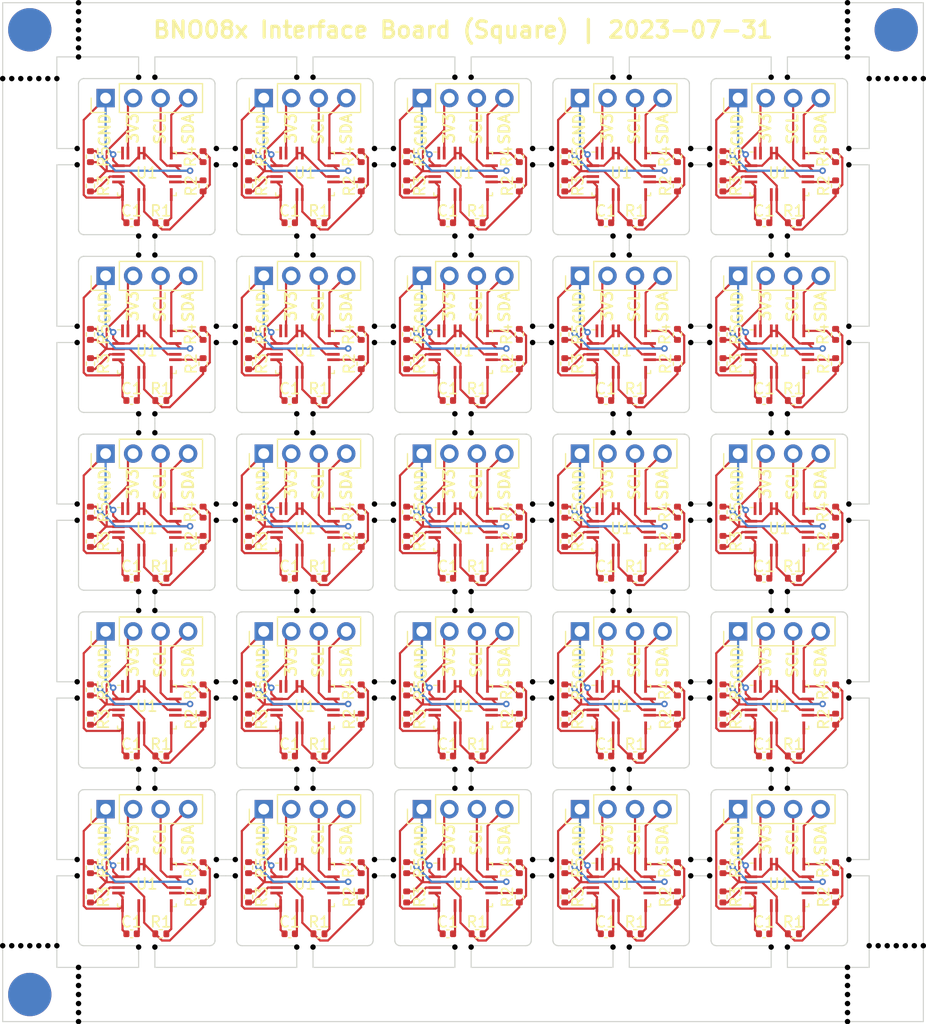
<source format=kicad_pcb>
(kicad_pcb (version 20221018) (generator pcbnew)
  (title_block (title "BNO08x Interface Board (Square)") (date "2023-07-31") (comment 1 "Author: Toby Godfrey"))
  (layers (0 "F.Cu" signal) (31 "B.Cu" signal) (34 "B.Paste" user) (35 "F.Paste" user) (36 "B.SilkS" user "B.Silkscreen") (37 "F.SilkS" user "F.Silkscreen") (38 "B.Mask" user) (39 "F.Mask" user) (44 "Edge.Cuts" user))
  (net 0 "")
  (net 1 "Board_0-+3.3V")
  (net 2 "Board_0-GND")
  (net 3 "Board_0-Net-(J5-Pin_3)")
  (net 4 "Board_0-Net-(J5-Pin_4)")
  (net 5 "Board_0-Net-(U1-BOOTN)")
  (net 6 "Board_0-Net-(U1-CAP)")
  (net 7 "Board_0-Net-(U1-ENV_SCL)")
  (net 8 "Board_0-Net-(U1-ENV_SDA)")
  (net 9 "Board_0-unconnected-(U1-RESV_NC-Pad1)")
  (net 10 "Board_1-+3.3V")
  (net 11 "Board_1-GND")
  (net 12 "Board_1-Net-(J5-Pin_3)")
  (net 13 "Board_1-Net-(J5-Pin_4)")
  (net 14 "Board_1-Net-(U1-BOOTN)")
  (net 15 "Board_1-Net-(U1-CAP)")
  (net 16 "Board_1-Net-(U1-ENV_SCL)")
  (net 17 "Board_1-Net-(U1-ENV_SDA)")
  (net 18 "Board_1-unconnected-(U1-RESV_NC-Pad1)")
  (net 19 "Board_2-+3.3V")
  (net 20 "Board_2-GND")
  (net 21 "Board_2-Net-(J5-Pin_3)")
  (net 22 "Board_2-Net-(J5-Pin_4)")
  (net 23 "Board_2-Net-(U1-BOOTN)")
  (net 24 "Board_2-Net-(U1-CAP)")
  (net 25 "Board_2-Net-(U1-ENV_SCL)")
  (net 26 "Board_2-Net-(U1-ENV_SDA)")
  (net 27 "Board_2-unconnected-(U1-RESV_NC-Pad1)")
  (net 28 "Board_3-+3.3V")
  (net 29 "Board_3-GND")
  (net 30 "Board_3-Net-(J5-Pin_3)")
  (net 31 "Board_3-Net-(J5-Pin_4)")
  (net 32 "Board_3-Net-(U1-BOOTN)")
  (net 33 "Board_3-Net-(U1-CAP)")
  (net 34 "Board_3-Net-(U1-ENV_SCL)")
  (net 35 "Board_3-Net-(U1-ENV_SDA)")
  (net 36 "Board_3-unconnected-(U1-RESV_NC-Pad1)")
  (net 37 "Board_4-+3.3V")
  (net 38 "Board_4-GND")
  (net 39 "Board_4-Net-(J5-Pin_3)")
  (net 40 "Board_4-Net-(J5-Pin_4)")
  (net 41 "Board_4-Net-(U1-BOOTN)")
  (net 42 "Board_4-Net-(U1-CAP)")
  (net 43 "Board_4-Net-(U1-ENV_SCL)")
  (net 44 "Board_4-Net-(U1-ENV_SDA)")
  (net 45 "Board_4-unconnected-(U1-RESV_NC-Pad1)")
  (net 46 "Board_5-+3.3V")
  (net 47 "Board_5-GND")
  (net 48 "Board_5-Net-(J5-Pin_3)")
  (net 49 "Board_5-Net-(J5-Pin_4)")
  (net 50 "Board_5-Net-(U1-BOOTN)")
  (net 51 "Board_5-Net-(U1-CAP)")
  (net 52 "Board_5-Net-(U1-ENV_SCL)")
  (net 53 "Board_5-Net-(U1-ENV_SDA)")
  (net 54 "Board_5-unconnected-(U1-RESV_NC-Pad1)")
  (net 55 "Board_6-+3.3V")
  (net 56 "Board_6-GND")
  (net 57 "Board_6-Net-(J5-Pin_3)")
  (net 58 "Board_6-Net-(J5-Pin_4)")
  (net 59 "Board_6-Net-(U1-BOOTN)")
  (net 60 "Board_6-Net-(U1-CAP)")
  (net 61 "Board_6-Net-(U1-ENV_SCL)")
  (net 62 "Board_6-Net-(U1-ENV_SDA)")
  (net 63 "Board_6-unconnected-(U1-RESV_NC-Pad1)")
  (net 64 "Board_7-+3.3V")
  (net 65 "Board_7-GND")
  (net 66 "Board_7-Net-(J5-Pin_3)")
  (net 67 "Board_7-Net-(J5-Pin_4)")
  (net 68 "Board_7-Net-(U1-BOOTN)")
  (net 69 "Board_7-Net-(U1-CAP)")
  (net 70 "Board_7-Net-(U1-ENV_SCL)")
  (net 71 "Board_7-Net-(U1-ENV_SDA)")
  (net 72 "Board_7-unconnected-(U1-RESV_NC-Pad1)")
  (net 73 "Board_8-+3.3V")
  (net 74 "Board_8-GND")
  (net 75 "Board_8-Net-(J5-Pin_3)")
  (net 76 "Board_8-Net-(J5-Pin_4)")
  (net 77 "Board_8-Net-(U1-BOOTN)")
  (net 78 "Board_8-Net-(U1-CAP)")
  (net 79 "Board_8-Net-(U1-ENV_SCL)")
  (net 80 "Board_8-Net-(U1-ENV_SDA)")
  (net 81 "Board_8-unconnected-(U1-RESV_NC-Pad1)")
  (net 82 "Board_9-+3.3V")
  (net 83 "Board_9-GND")
  (net 84 "Board_9-Net-(J5-Pin_3)")
  (net 85 "Board_9-Net-(J5-Pin_4)")
  (net 86 "Board_9-Net-(U1-BOOTN)")
  (net 87 "Board_9-Net-(U1-CAP)")
  (net 88 "Board_9-Net-(U1-ENV_SCL)")
  (net 89 "Board_9-Net-(U1-ENV_SDA)")
  (net 90 "Board_9-unconnected-(U1-RESV_NC-Pad1)")
  (net 91 "Board_10-+3.3V")
  (net 92 "Board_10-GND")
  (net 93 "Board_10-Net-(J5-Pin_3)")
  (net 94 "Board_10-Net-(J5-Pin_4)")
  (net 95 "Board_10-Net-(U1-BOOTN)")
  (net 96 "Board_10-Net-(U1-CAP)")
  (net 97 "Board_10-Net-(U1-ENV_SCL)")
  (net 98 "Board_10-Net-(U1-ENV_SDA)")
  (net 99 "Board_10-unconnected-(U1-RESV_NC-Pad1)")
  (net 100 "Board_11-+3.3V")
  (net 101 "Board_11-GND")
  (net 102 "Board_11-Net-(J5-Pin_3)")
  (net 103 "Board_11-Net-(J5-Pin_4)")
  (net 104 "Board_11-Net-(U1-BOOTN)")
  (net 105 "Board_11-Net-(U1-CAP)")
  (net 106 "Board_11-Net-(U1-ENV_SCL)")
  (net 107 "Board_11-Net-(U1-ENV_SDA)")
  (net 108 "Board_11-unconnected-(U1-RESV_NC-Pad1)")
  (net 109 "Board_12-+3.3V")
  (net 110 "Board_12-GND")
  (net 111 "Board_12-Net-(J5-Pin_3)")
  (net 112 "Board_12-Net-(J5-Pin_4)")
  (net 113 "Board_12-Net-(U1-BOOTN)")
  (net 114 "Board_12-Net-(U1-CAP)")
  (net 115 "Board_12-Net-(U1-ENV_SCL)")
  (net 116 "Board_12-Net-(U1-ENV_SDA)")
  (net 117 "Board_12-unconnected-(U1-RESV_NC-Pad1)")
  (net 118 "Board_13-+3.3V")
  (net 119 "Board_13-GND")
  (net 120 "Board_13-Net-(J5-Pin_3)")
  (net 121 "Board_13-Net-(J5-Pin_4)")
  (net 122 "Board_13-Net-(U1-BOOTN)")
  (net 123 "Board_13-Net-(U1-CAP)")
  (net 124 "Board_13-Net-(U1-ENV_SCL)")
  (net 125 "Board_13-Net-(U1-ENV_SDA)")
  (net 126 "Board_13-unconnected-(U1-RESV_NC-Pad1)")
  (net 127 "Board_14-+3.3V")
  (net 128 "Board_14-GND")
  (net 129 "Board_14-Net-(J5-Pin_3)")
  (net 130 "Board_14-Net-(J5-Pin_4)")
  (net 131 "Board_14-Net-(U1-BOOTN)")
  (net 132 "Board_14-Net-(U1-CAP)")
  (net 133 "Board_14-Net-(U1-ENV_SCL)")
  (net 134 "Board_14-Net-(U1-ENV_SDA)")
  (net 135 "Board_14-unconnected-(U1-RESV_NC-Pad1)")
  (net 136 "Board_15-+3.3V")
  (net 137 "Board_15-GND")
  (net 138 "Board_15-Net-(J5-Pin_3)")
  (net 139 "Board_15-Net-(J5-Pin_4)")
  (net 140 "Board_15-Net-(U1-BOOTN)")
  (net 141 "Board_15-Net-(U1-CAP)")
  (net 142 "Board_15-Net-(U1-ENV_SCL)")
  (net 143 "Board_15-Net-(U1-ENV_SDA)")
  (net 144 "Board_15-unconnected-(U1-RESV_NC-Pad1)")
  (net 145 "Board_16-+3.3V")
  (net 146 "Board_16-GND")
  (net 147 "Board_16-Net-(J5-Pin_3)")
  (net 148 "Board_16-Net-(J5-Pin_4)")
  (net 149 "Board_16-Net-(U1-BOOTN)")
  (net 150 "Board_16-Net-(U1-CAP)")
  (net 151 "Board_16-Net-(U1-ENV_SCL)")
  (net 152 "Board_16-Net-(U1-ENV_SDA)")
  (net 153 "Board_16-unconnected-(U1-RESV_NC-Pad1)")
  (net 154 "Board_17-+3.3V")
  (net 155 "Board_17-GND")
  (net 156 "Board_17-Net-(J5-Pin_3)")
  (net 157 "Board_17-Net-(J5-Pin_4)")
  (net 158 "Board_17-Net-(U1-BOOTN)")
  (net 159 "Board_17-Net-(U1-CAP)")
  (net 160 "Board_17-Net-(U1-ENV_SCL)")
  (net 161 "Board_17-Net-(U1-ENV_SDA)")
  (net 162 "Board_17-unconnected-(U1-RESV_NC-Pad1)")
  (net 163 "Board_18-+3.3V")
  (net 164 "Board_18-GND")
  (net 165 "Board_18-Net-(J5-Pin_3)")
  (net 166 "Board_18-Net-(J5-Pin_4)")
  (net 167 "Board_18-Net-(U1-BOOTN)")
  (net 168 "Board_18-Net-(U1-CAP)")
  (net 169 "Board_18-Net-(U1-ENV_SCL)")
  (net 170 "Board_18-Net-(U1-ENV_SDA)")
  (net 171 "Board_18-unconnected-(U1-RESV_NC-Pad1)")
  (net 172 "Board_19-+3.3V")
  (net 173 "Board_19-GND")
  (net 174 "Board_19-Net-(J5-Pin_3)")
  (net 175 "Board_19-Net-(J5-Pin_4)")
  (net 176 "Board_19-Net-(U1-BOOTN)")
  (net 177 "Board_19-Net-(U1-CAP)")
  (net 178 "Board_19-Net-(U1-ENV_SCL)")
  (net 179 "Board_19-Net-(U1-ENV_SDA)")
  (net 180 "Board_19-unconnected-(U1-RESV_NC-Pad1)")
  (net 181 "Board_20-+3.3V")
  (net 182 "Board_20-GND")
  (net 183 "Board_20-Net-(J5-Pin_3)")
  (net 184 "Board_20-Net-(J5-Pin_4)")
  (net 185 "Board_20-Net-(U1-BOOTN)")
  (net 186 "Board_20-Net-(U1-CAP)")
  (net 187 "Board_20-Net-(U1-ENV_SCL)")
  (net 188 "Board_20-Net-(U1-ENV_SDA)")
  (net 189 "Board_20-unconnected-(U1-RESV_NC-Pad1)")
  (net 190 "Board_21-+3.3V")
  (net 191 "Board_21-GND")
  (net 192 "Board_21-Net-(J5-Pin_3)")
  (net 193 "Board_21-Net-(J5-Pin_4)")
  (net 194 "Board_21-Net-(U1-BOOTN)")
  (net 195 "Board_21-Net-(U1-CAP)")
  (net 196 "Board_21-Net-(U1-ENV_SCL)")
  (net 197 "Board_21-Net-(U1-ENV_SDA)")
  (net 198 "Board_21-unconnected-(U1-RESV_NC-Pad1)")
  (net 199 "Board_22-+3.3V")
  (net 200 "Board_22-GND")
  (net 201 "Board_22-Net-(J5-Pin_3)")
  (net 202 "Board_22-Net-(J5-Pin_4)")
  (net 203 "Board_22-Net-(U1-BOOTN)")
  (net 204 "Board_22-Net-(U1-CAP)")
  (net 205 "Board_22-Net-(U1-ENV_SCL)")
  (net 206 "Board_22-Net-(U1-ENV_SDA)")
  (net 207 "Board_22-unconnected-(U1-RESV_NC-Pad1)")
  (net 208 "Board_23-+3.3V")
  (net 209 "Board_23-GND")
  (net 210 "Board_23-Net-(J5-Pin_3)")
  (net 211 "Board_23-Net-(J5-Pin_4)")
  (net 212 "Board_23-Net-(U1-BOOTN)")
  (net 213 "Board_23-Net-(U1-CAP)")
  (net 214 "Board_23-Net-(U1-ENV_SCL)")
  (net 215 "Board_23-Net-(U1-ENV_SDA)")
  (net 216 "Board_23-unconnected-(U1-RESV_NC-Pad1)")
  (net 217 "Board_24-+3.3V")
  (net 218 "Board_24-GND")
  (net 219 "Board_24-Net-(J5-Pin_3)")
  (net 220 "Board_24-Net-(J5-Pin_4)")
  (net 221 "Board_24-Net-(U1-BOOTN)")
  (net 222 "Board_24-Net-(U1-CAP)")
  (net 223 "Board_24-Net-(U1-ENV_SCL)")
  (net 224 "Board_24-Net-(U1-ENV_SDA)")
  (net 225 "Board_24-unconnected-(U1-RESV_NC-Pad1)")
  (footprint "NPTH" (layer "F.Cu") (at 162.35 26.875)
    (fp_text reference "REF**" hide)
    (fp_text value "NPTH" hide)
  )
  (footprint "Resistor_SMD:R_0402_1005Metric" (layer "F.Cu") (at 172.5 67 90)
    (fp_text reference "R5")
    (fp_text value "2.2k")
  )
  (footprint "NPTH" (layer "F.Cu") (at 147.75 59.675)
    (fp_text reference "REF**" hide)
    (fp_text value "NPTH" hide)
  )
  (footprint "Fiducial" (layer "F.Cu") (at 108.5 22.5)
    (fp_text reference "REF**" hide)
    (fp_text value "Fiducial" hide)
  )
  (footprint "NPTH" (layer "F.Cu") (at 169.525 33.45)
    (fp_text reference "REF**" hide)
    (fp_text value "NPTH" hide)
  )
  (footprint "Resistor_SMD:R_0402_1005Metric" (layer "F.Cu") (at 157.9 86.1 90)
    (fp_text reference "R3")
    (fp_text value "10k")
  )
  (footprint "Connector_PinHeader_2.54mm:PinHeader_1x04_P2.54mm_Vertical" (layer "F.Cu") (at 115.5 94.4 90)
    (fp_text reference "J5" hide)
    (fp_text value "Conn_01x04_Pin")
  )
  (footprint "Resistor_SMD:R_0402_1005Metric" (layer "F.Cu") (at 168.3 36.9 -90)
    (fp_text reference "R2")
    (fp_text value "2.2k")
  )
  (footprint "NPTH" (layer "F.Cu") (at 127.475284 99.050005)
    (fp_text reference "REF**" hide)
    (fp_text value "NPTH" hide)
  )
  (footprint "Resistor_SMD:R_0402_1005Metric" (layer "F.Cu") (at 149.8 40.3)
    (fp_text reference "R1")
    (fp_text value "2.2k")
  )
  (footprint "Connector_PinHeader_2.54mm:PinHeader_1x04_P2.54mm_Vertical" (layer "F.Cu") (at 130.1 28.8 90)
    (fp_text reference "J5" hide)
    (fp_text value "Conn_01x04_Pin")
  )
  (footprint "NPTH" (layer "F.Cu") (at 133.15 59.675)
    (fp_text reference "REF**" hide)
    (fp_text value "NPTH" hide)
  )
  (footprint "Resistor_SMD:R_0402_1005Metric" (layer "F.Cu") (at 124.5 69.7 -90)
    (fp_text reference "R2")
    (fp_text value "2.2k")
  )
  (footprint "Resistor_SMD:R_0402_1005Metric" (layer "F.Cu") (at 153.7 102.5 -90)
    (fp_text reference "R2")
    (fp_text value "2.2k")
  )
  (footprint "Resistor_SMD:R_0402_1005Metric" (layer "F.Cu") (at 120.6 89.5)
    (fp_text reference "R1")
    (fp_text value "2.2k")
  )
  (footprint "NPTH" (layer "F.Cu") (at 147.75 107.125)
    (fp_text reference "REF**" hide)
    (fp_text value "NPTH" hide)
  )
  (footprint "Package_LGA:LGA-28_5.2x3.8mm_P0.5mm" (layer "F.Cu") (at 119.3125 52.1875)
    (fp_text reference "U1")
    (fp_text value "~")
  )
  (footprint "Resistor_SMD:R_0402_1005Metric" (layer "F.Cu") (at 114.1 99.8 90)
    (fp_text reference "R5")
    (fp_text value "2.2k")
  )
  (footprint "Resistor_SMD:R_0402_1005Metric" (layer "F.Cu") (at 153.7 67 90)
    (fp_text reference "R4")
    (fp_text value "2.2k")
  )
  (footprint "Resistor_SMD:R_0402_1005Metric" (layer "F.Cu") (at 153.7 53.3 -90)
    (fp_text reference "R2")
    (fp_text value "2.2k")
  )
  (footprint "NPTH" (layer "F.Cu") (at 133.15 43.275)
    (fp_text reference "REF**" hide)
    (fp_text value "NPTH" hide)
  )
  (footprint "NPTH" (layer "F.Cu") (at 112.875285 66.250005)
    (fp_text reference "REF**" hide)
    (fp_text value "NPTH" hide)
  )
  (footprint "Resistor_SMD:R_0402_1005Metric" (layer "F.Cu") (at 114.1 69.7 90)
    (fp_text reference "R3")
    (fp_text value "10k")
  )
  (footprint "NPTH" (layer "F.Cu") (at 184 23.333334)
    (fp_text reference "REF**" hide)
    (fp_text value "NPTH" hide)
  )
  (footprint "Resistor_SMD:R_0402_1005Metric" (layer "F.Cu") (at 124.5 83.4 90)
    (fp_text reference "R4")
    (fp_text value "2.2k")
  )
  (footprint "Resistor_SMD:R_0402_1005Metric" (layer "F.Cu") (at 172.5 36.9 90)
    (fp_text reference "R3")
    (fp_text value "10k")
  )
  (footprint "NPTH" (layer "F.Cu") (at 186 27)
    (fp_text reference "REF**" hide)
    (fp_text value "NPTH" hide)
  )
  (footprint "Connector_PinHeader_2.54mm:PinHeader_1x04_P2.54mm_Vertical" (layer "F.Cu") (at 173.9 94.4 90)
    (fp_text reference "J5" hide)
    (fp_text value "Conn_01x04_Pin")
  )
  (footprint "Package_LGA:LGA-28_5.2x3.8mm_P0.5mm" (layer "F.Cu") (at 119.3125 101.3875)
    (fp_text reference "U1")
    (fp_text value "~")
  )
  (footprint "NPTH" (layer "F.Cu") (at 133.15 74.325)
    (fp_text reference "REF**" hide)
    (fp_text value "NPTH" hide)
  )
  (footprint "NPTH" (layer "F.Cu") (at 149.25 107.125)
    (fp_text reference "REF**" hide)
    (fp_text value "NPTH" hide)
  )
  (footprint "NPTH" (layer "F.Cu") (at 112.875357 100.550005)
    (fp_text reference "REF**" hide)
    (fp_text value "NPTH" hide)
  )
  (footprint "NPTH" (layer "F.Cu") (at 134.65 76.075)
    (fp_text reference "REF**" hide)
    (fp_text value "NPTH" hide)
  )
  (footprint "Package_LGA:LGA-28_5.2x3.8mm_P0.5mm" (layer "F.Cu") (at 148.5125 101.3875)
    (fp_text reference "U1")
    (fp_text value "~")
  )
  (footprint "Package_LGA:LGA-28_5.2x3.8mm_P0.5mm" (layer "F.Cu") (at 163.1125 52.1875)
    (fp_text reference "U1")
    (fp_text value "~")
  )
  (footprint "NPTH" (layer "F.Cu") (at 186 107)
    (fp_text reference "REF**" hide)
    (fp_text value "NPTH" hide)
  )
  (footprint "NPTH" (layer "F.Cu") (at 184.125 84.15)
    (fp_text reference "REF**" hide)
    (fp_text value "NPTH" hide)
  )
  (footprint "NPTH" (layer "F.Cu") (at 156.675356 100.550005)
    (fp_text reference "REF**" hide)
    (fp_text value "NPTH" hide)
  )
  (footprint "Resistor_SMD:R_0402_1005Metric" (layer "F.Cu") (at 168.3 50.6 90)
    (fp_text reference "R4")
    (fp_text value "2.2k")
  )
  (footprint "NPTH" (layer "F.Cu") (at 120.05 26.875)
    (fp_text reference "REF**" hide)
    (fp_text value "NPTH" hide)
  )
  (footprint "NPTH" (layer "F.Cu") (at 106 107)
    (fp_text reference "REF**" hide)
    (fp_text value "NPTH" hide)
  )
  (footprint "NPTH" (layer "F.Cu") (at 178.45 76.075)
    (fp_text reference "REF**" hide)
    (fp_text value "NPTH" hide)
  )
  (footprint "Resistor_SMD:R_0402_1005Metric" (layer "F.Cu") (at 172.5 34.2 90)
    (fp_text reference "R5")
    (fp_text value "2.2k")
  )
  (footprint "NPTH" (layer "F.Cu") (at 120.05 92.475)
    (fp_text reference "REF**" hide)
    (fp_text value "NPTH" hide)
  )
  (footprint "NPTH" (layer "F.Cu") (at 118.55 26.875)
    (fp_text reference "REF**" hide)
    (fp_text value "NPTH" hide)
  )
  (footprint "Resistor_SMD:R_0402_1005Metric" (layer "F.Cu") (at 168.3 83.4 90)
    (fp_text reference "R4")
    (fp_text value "2.2k")
  )
  (footprint "NPTH" (layer "F.Cu") (at 133.15 76.075)
    (fp_text reference "REF**" hide)
    (fp_text value "NPTH" hide)
  )
  (footprint "NPTH" (layer "F.Cu") (at 133.15 92.475)
    (fp_text reference "REF**" hide)
    (fp_text value "NPTH" hide)
  )
  (footprint "Resistor_SMD:R_0402_1005Metric" (layer "F.Cu") (at 143.3 99.8 90)
    (fp_text reference "R5")
    (fp_text value "2.2k")
  )
  (footprint "NPTH" (layer "F.Cu") (at 176.95 107.125)
    (fp_text reference "REF**" hide)
    (fp_text value "NPTH" hide)
  )
  (footprint "Resistor_SMD:R_0402_1005Metric" (layer "F.Cu") (at 124.5 50.6 90)
    (fp_text reference "R4")
    (fp_text value "2.2k")
  )
  (footprint "NPTH" (layer "F.Cu") (at 149.25 76.075)
    (fp_text reference "REF**" hide)
    (fp_text value "NPTH" hide)
  )
  (footprint "NPTH" (layer "F.Cu") (at 186.833333 27)
    (fp_text reference "REF**" hide)
    (fp_text value "NPTH" hide)
  )
  (footprint "NPTH" (layer "F.Cu") (at 169.525 49.85)
    (fp_text reference "REF**" hide)
    (fp_text value "NPTH" hide)
  )
  (footprint "Capacitor_SMD:C_0402_1005Metric" (layer "F.Cu") (at 147.1 105.9 180)
    (fp_text reference "C1")
    (fp_text value "0.1uF")
  )
  (footprint "Resistor_SMD:R_0402_1005Metric" (layer "F.Cu") (at 182.9 50.6 90)
    (fp_text reference "R4")
    (fp_text value "2.2k")
  )
  (footprint "NPTH" (layer "F.Cu") (at 134.65 59.675)
    (fp_text reference "REF**" hide)
    (fp_text value "NPTH" hide)
  )
  (footprint "Connector_PinHeader_2.54mm:PinHeader_1x04_P2.54mm_Vertical" (layer "F.Cu") (at 159.3 28.8 90)
    (fp_text reference "J5" hide)
    (fp_text value "Conn_01x04_Pin")
  )
  (footprint "NPTH" (layer "F.Cu") (at 149.25 59.675)
    (fp_text reference "REF**" hide)
    (fp_text value "NPTH" hide)
  )
  (footprint "NPTH" (layer "F.Cu") (at 186.833333 107)
    (fp_text reference "REF**" hide)
    (fp_text value "NPTH" hide)
  )
  (footprint "NPTH" (layer "F.Cu") (at 184 109)
    (fp_text reference "REF**" hide)
    (fp_text value "NPTH" hide)
  )
  (footprint "NPTH" (layer "F.Cu") (at 142.075356 34.950005)
    (fp_text reference "REF**" hide)
    (fp_text value "NPTH" hide)
  )
  (footprint "NPTH" (layer "F.Cu") (at 176.95 76.075)
    (fp_text reference "REF**" hide)
    (fp_text value "NPTH" hide)
  )
  (footprint "NPTH" (layer "F.Cu") (at 156.675284 99.050005)
    (fp_text reference "REF**" hide)
    (fp_text value "NPTH" hide)
  )
  (footprint "Resistor_SMD:R_0402_1005Metric" (layer "F.Cu") (at 153.7 99.8 90)
    (fp_text reference "R4")
    (fp_text value "2.2k")
  )
  (footprint "Package_LGA:LGA-28_5.2x3.8mm_P0.5mm" (layer "F.Cu") (at 177.7125 35.7875)
    (fp_text reference "U1")
    (fp_text value "~")
  )
  (footprint "Resistor_SMD:R_0402_1005Metric" (layer "F.Cu") (at 153.7 50.6 90)
    (fp_text reference "R4")
    (fp_text value "2.2k")
  )
  (footprint "NPTH" (layer "F.Cu") (at 163.85 90.725)
    (fp_text reference "REF**" hide)
    (fp_text value "NPTH" hide)
  )
  (footprint "NPTH" (layer "F.Cu") (at 163.85 59.675)
    (fp_text reference "REF**" hide)
    (fp_text value "NPTH" hide)
  )
  (footprint "Resistor_SMD:R_0402_1005Metric" (layer "F.Cu") (at 182.9 102.5 -90)
    (fp_text reference "R2")
    (fp_text value "2.2k")
  )
  (footprint "Resistor_SMD:R_0402_1005Metric" (layer "F.Cu") (at 172.5 99.8 90)
    (fp_text reference "R5")
    (fp_text value "2.2k")
  )
  (footprint "Capacitor_SMD:C_0402_1005Metric" (layer "F.Cu") (at 176.3 40.3 180)
    (fp_text reference "C1")
    (fp_text value "0.1uF")
  )
  (footprint "NPTH" (layer "F.Cu") (at 178.45 26.875)
    (fp_text reference "REF**" hide)
    (fp_text value "NPTH" hide)
  )
  (footprint "Resistor_SMD:R_0402_1005Metric" (layer "F.Cu") (at 135.2 105.9)
    (fp_text reference "R1")
    (fp_text value "2.2k")
  )
  (footprint "Resistor_SMD:R_0402_1005Metric" (layer "F.Cu") (at 179 56.7)
    (fp_text reference "R1")
    (fp_text value "2.2k")
  )
  (footprint "NPTH" (layer "F.Cu") (at 109.333334 107)
    (fp_text reference "REF**" hide)
    (fp_text value "NPTH" hide)
  )
  (footprint "Resistor_SMD:R_0402_1005Metric" (layer "F.Cu") (at 179 89.5)
    (fp_text reference "R1")
    (fp_text value "2.2k")
  )
  (footprint "Package_LGA:LGA-28_5.2x3.8mm_P0.5mm" (layer "F.Cu") (at 133.9125 52.1875)
    (fp_text reference "U1")
    (fp_text value "~")
  )
  (footprint "Resistor_SMD:R_0402_1005Metric" (layer "F.Cu") (at 143.3 50.6 90)
    (fp_text reference "R5")
    (fp_text value "2.2k")
  )
  (footprint "NPTH" (layer "F.Cu") (at 156.675284 33.450006)
    (fp_text reference "REF**" hide)
    (fp_text value "NPTH" hide)
  )
  (footprint "Connector_PinHeader_2.54mm:PinHeader_1x04_P2.54mm_Vertical" (layer "F.Cu") (at 159.3 45.2 90)
    (fp_text reference "J5" hide)
    (fp_text value "Conn_01x04_Pin")
  )
  (footprint "NPTH" (layer "F.Cu") (at 118.55 57.925)
    (fp_text reference "REF**" hide)
    (fp_text value "NPTH" hide)
  )
  (footprint "NPTH" (layer "F.Cu") (at 149.25 43.275)
    (fp_text reference "REF**" hide)
    (fp_text value "NPTH" hide)
  )
  (footprint "NPTH" (layer "F.Cu") (at 171.275284 66.250005)
    (fp_text reference "REF**" hide)
    (fp_text value "NPTH" hide)
  )
  (footprint "Resistor_SMD:R_0402_1005Metric" (layer "F.Cu") (at 182.9 83.4 90)
    (fp_text reference "R4")
    (fp_text value "2.2k")
  )
  (footprint "Resistor_SMD:R_0402_1005Metric" (layer "F.Cu") (at 157.9 36.9 90)
    (fp_text reference "R3")
    (fp_text value "10k")
  )
  (footprint "NPTH" (layer "F.Cu") (at 189.333333 27)
    (fp_text reference "REF**" hide)
    (fp_text value "NPTH" hide)
  )
  (footprint "Resistor_SMD:R_0402_1005Metric" (layer "F.Cu") (at 135.2 89.5)
    (fp_text reference "R1")
    (fp_text value "2.2k")
  )
  (footprint "NPTH" (layer "F.Cu") (at 110.166667 107)
    (fp_text reference "REF**" hide)
    (fp_text value "NPTH" hide)
  )
  (footprint "Resistor_SMD:R_0402_1005Metric" (layer "F.Cu") (at 139.1 36.9 -90)
    (fp_text reference "R2")
    (fp_text value "2.2k")
  )
  (footprint "Package_LGA:LGA-28_5.2x3.8mm_P0.5mm" (layer "F.Cu") (at 148.5125 35.7875)
    (fp_text reference "U1")
    (fp_text value "~")
  )
  (footprint "NPTH" (layer "F.Cu") (at 154.925 84.15)
    (fp_text reference "REF**" hide)
    (fp_text value "NPTH" hide)
  )
  (footprint "Connector_PinHeader_2.54mm:PinHeader_1x04_P2.54mm_Vertical" (layer "F.Cu") (at 144.7 78 90)
    (fp_text reference "J5" hide)
    (fp_text value "Conn_01x04_Pin")
  )
  (footprint "Resistor_SMD:R_0402_1005Metric" (layer "F.Cu") (at 143.3 86.1 90)
    (fp_text reference "R3")
    (fp_text value "10k")
  )
  (footprint "Fiducial" (layer "F.Cu") (at 108.5 111.5)
    (fp_text reference "REF**" hide)
    (fp_text value "Fiducial" hide)
  )
  (footprint "Resistor_SMD:R_0402_1005Metric" (layer "F.Cu") (at 143.3 34.2 90)
    (fp_text reference "R5")
    (fp_text value "2.2k")
  )
  (footprint "NPTH" (layer "F.Cu") (at 163.85 92.475)
    (fp_text reference "REF**" hide)
    (fp_text value "NPTH" hide)
  )
  (footprint "NPTH" (layer "F.Cu") (at 178.45 92.475)
    (fp_text reference "REF**" hide)
    (fp_text value "NPTH" hide)
  )
  (footprint "NPTH" (layer "F.Cu") (at 127.475356 100.550005)
    (fp_text reference "REF**" hide)
    (fp_text value "NPTH" hide)
  )
  (footprint "Resistor_SMD:R_0402_1005Metric" (layer "F.Cu") (at 128.7 69.7 90)
    (fp_text reference "R3")
    (fp_text value "10k")
  )
  (footprint "Connector_PinHeader_2.54mm:PinHeader_1x04_P2.54mm_Vertical" (layer "F.Cu") (at 173.9 45.2 90)
    (fp_text reference "J5" hide)
    (fp_text value "Conn_01x04_Pin")
  )
  (footprint "Capacitor_SMD:C_0402_1005Metric" (layer "F.Cu") (at 132.5 89.5 180)
    (fp_text reference "C1")
    (fp_text value "0.1uF")
  )
  (footprint "NPTH" (layer "F.Cu") (at 133.15 26.875)
    (fp_text reference "REF**" hide)
    (fp_text value "NPTH" hide)
  )
  (footprint "Resistor_SMD:R_0402_1005Metric" (layer "F.Cu") (at 139.1 50.6 90)
    (fp_text reference "R4")
    (fp_text value "2.2k")
  )
  (footprint "NPTH" (layer "F.Cu") (at 110.166667 27)
    (fp_text reference "REF**" hide)
    (fp_text value "NPTH" hide)
  )
  (footprint "NPTH" (layer "F.Cu") (at 120.05 57.925)
    (fp_text reference "REF**" hide)
    (fp_text value "NPTH" hide)
  )
  (footprint "NPTH" (layer "F.Cu") (at 184 112.333333)
    (fp_text reference "REF**" hide)
    (fp_text value "NPTH" hide)
  )
  (footprint "NPTH" (layer "F.Cu") (at 156.675356 34.950005)
    (fp_text reference "REF**" hide)
    (fp_text value "NPTH" hide)
  )
  (footprint "NPTH" (layer "F.Cu") (at 156.675356 67.750005)
    (fp_text reference "REF**" hide)
    (fp_text value "NPTH" hide)
  )
  (footprint "Resistor_SMD:R_0402_1005Metric" (layer "F.Cu") (at 124.5 99.8 90)
    (fp_text reference "R4")
    (fp_text value "2.2k")
  )
  (footprint "NPTH" (layer "F.Cu") (at 162.35 41.525)
    (fp_text reference "REF**" hide)
    (fp_text value "NPTH" hide)
  )
  (footprint "Connector_PinHeader_2.54mm:PinHeader_1x04_P2.54mm_Vertical" (layer "F.Cu") (at 159.3 78 90)
    (fp_text reference "J5" hide)
    (fp_text value "Conn_01x04_Pin")
  )
  (footprint "Resistor_SMD:R_0402_1005Metric" (layer "F.Cu") (at 182.9 69.7 -90)
    (fp_text reference "R2")
    (fp_text value "2.2k")
  )
  (footprint "NPTH" (layer "F.Cu") (at 188.5 27)
    (fp_text reference "REF**" hide)
    (fp_text value "NPTH" hide)
  )
  (footprint "Resistor_SMD:R_0402_1005Metric" (layer "F.Cu") (at 128.7 99.8 90)
    (fp_text reference "R5")
    (fp_text value "2.2k")
  )
  (footprint "NPTH" (layer "F.Cu") (at 118.55 90.725)
    (fp_text reference "REF**" hide)
    (fp_text value "NPTH" hide)
  )
  (footprint "NPTH" (layer "F.Cu") (at 113 25)
    (fp_text reference "REF**" hide)
    (fp_text value "NPTH" hide)
  )
  (footprint "NPTH" (layer "F.Cu") (at 133.15 90.725)
    (fp_text reference "REF**" hide)
    (fp_text value "NPTH" hide)
  )
  (footprint "NPTH" (layer "F.Cu") (at 106.833334 27)
    (fp_text reference "REF**" hide)
    (fp_text value "NPTH" hide)
  )
  (footprint "NPTH" (layer "F.Cu") (at 149.25 90.725)
    (fp_text reference "REF**" hide)
    (fp_text value "NPTH" hide)
  )
  (footprint "NPTH" (layer "F.Cu") (at 118.55 41.525)
    (fp_text reference "REF**" hide)
    (fp_text value "NPTH" hide)
  )
  (footprint "Resistor_SMD:R_0402_1005Metric" (layer "F.Cu") (at 135.2 73.1)
    (fp_text reference "R1")
    (fp_text value "2.2k")
  )
  (footprint "Capacitor_SMD:C_0402_1005Metric" (layer "F.Cu") (at 132.5 73.1 180)
    (fp_text reference "C1")
    (fp_text value "0.1uF")
  )
  (footprint "NPTH" (layer "F.Cu") (at 178.45 41.525)
    (fp_text reference "REF**" hide)
    (fp_text value "NPTH" hide)
  )
  (footprint "NPTH" (layer "F.Cu") (at 162.35 92.475)
    (fp_text reference "REF**" hide)
    (fp_text value "NPTH" hide)
  )
  (footprint "Connector_PinHeader_2.54mm:PinHeader_1x04_P2.54mm_Vertical" (layer "F.Cu") (at 130.1 94.4 90)
    (fp_text reference "J5" hide)
    (fp_text value "Conn_01x04_Pin")
  )
  (footprint "Resistor_SMD:R_0402_1005Metric" (layer "F.Cu") (at 153.7 86.1 -90)
    (fp_text reference "R2")
    (fp_text value "2.2k")
  )
  (footprint "NPTH" (layer "F.Cu") (at 163.85 74.325)
    (fp_text reference "REF**" hide)
    (fp_text value "NPTH" hide)
  )
  (footprint "Resistor_SMD:R_0402_1005Metric" (layer "F.Cu") (at 157.9 53.3 90)
    (fp_text reference "R3")
    (fp_text value "10k")
  )
  (footprint "Resistor_SMD:R_0402_1005Metric" (layer "F.Cu") (at 143.3 83.4 90)
    (fp_text reference "R5")
    (fp_text value "2.2k")
  )
  (footprint "Resistor_SMD:R_0402_1005Metric" (layer "F.Cu") (at 124.5 86.1 -90)
    (fp_text reference "R2")
    (fp_text value "2.2k")
  )
  (footprint "Resistor_SMD:R_0402_1005Metric" (layer "F.Cu") (at 149.8 56.7)
    (fp_text reference "R1")
    (fp_text value "2.2k")
  )
  (footprint "NPTH" (layer "F.Cu") (at 134.65 41.525)
    (fp_text reference "REF**" hide)
    (fp_text value "NPTH" hide)
  )
  (footprint "NPTH" (layer "F.Cu") (at 163.85 76.075)
    (fp_text reference "REF**" hide)
    (fp_text value "NPTH" hide)
  )
  (footprint "NPTH" (layer "F.Cu") (at 120.05 59.675)
    (fp_text reference "REF**" hide)
    (fp_text value "NPTH" hide)
  )
  (footprint "NPTH" (layer "F.Cu") (at 125.725 49.85)
    (fp_text reference "REF**" hide)
    (fp_text value "NPTH" hide)
  )
  (footprint "NPTH" (layer "F.Cu") (at 113 24.166667)
    (fp_text reference "REF**" hide)
    (fp_text value "NPTH" hide)
  )
  (footprint "Resistor_SMD:R_0402_1005Metric" (layer "F.Cu") (at 168.3 69.7 -90)
    (fp_text reference "R2")
    (fp_text value "2.2k")
  )
  (footprint "Resistor_SMD:R_0402_1005Metric" (layer "F.Cu") (at 128.7 102.5 90)
    (fp_text reference "R3")
    (fp_text value "10k")
  )
  (footprint "NPTH" (layer "F.Cu") (at 118.55 43.275)
    (fp_text reference "REF**" hide)
    (fp_text value "NPTH" hide)
  )
  (footprint "Package_LGA:LGA-28_5.2x3.8mm_P0.5mm" (layer "F.Cu") (at 177.7125 52.1875)
    (fp_text reference "U1")
    (fp_text value "~")
  )
  (footprint "NPTH" (layer "F.Cu") (at 154.925 51.35)
    (fp_text reference "REF**" hide)
    (fp_text value "NPTH" hide)
  )
  (footprint "Resistor_SMD:R_0402_1005Metric" (layer "F.Cu") (at 114.1 67 90)
    (fp_text reference "R5")
    (fp_text value "2.2k")
  )
  (footprint "NPTH" (layer "F.Cu") (at 134.65 74.325)
    (fp_text reference "REF**" hide)
    (fp_text value "NPTH" hide)
  )
  (footprint "NPTH" (layer "F.Cu") (at 133.15 107.125)
    (fp_text reference "REF**" hide)
    (fp_text value "NPTH" hide)
  )
  (footprint "NPTH" (layer "F.Cu") (at 134.65 57.925)
    (fp_text reference "REF**" hide)
    (fp_text value "NPTH" hide)
  )
  (footprint "NPTH" (layer "F.Cu") (at 162.35 76.075)
    (fp_text reference "REF**" hide)
    (fp_text value "NPTH" hide)
  )
  (footprint "Package_LGA:LGA-28_5.2x3.8mm_P0.5mm" (layer "F.Cu") (at 133.9125 101.3875)
    (fp_text reference "U1")
    (fp_text value "~")
  )
  (footprint "Package_LGA:LGA-28_5.2x3.8mm_P0.5mm" (layer "F.Cu") (at 119.3125 84.9875)
    (fp_text reference "U1")
    (fp_text value "~")
  )
  (footprint "Resistor_SMD:R_0402_1005Metric" (layer "F.Cu") (at 139.1 86.1 -90)
    (fp_text reference "R2")
    (fp_text value "2.2k")
  )
  (footprint "NPTH" (layer "F.Cu") (at 113 109.833333)
    (fp_text reference "REF**" hide)
    (fp_text value "NPTH" hide)
  )
  (footprint "Resistor_SMD:R_0402_1005Metric" (layer "F.Cu") (at 182.9 36.9 -90)
    (fp_text reference "R2")
    (fp_text value "2.2k")
  )
  (footprint "NPTH" (layer "F.Cu") (at 113 110.666666)
    (fp_text reference "REF**" hide)
    (fp_text value "NPTH" hide)
  )
  (footprint "NPTH" (layer "F.Cu") (at 120.05 76.075)
    (fp_text reference "REF**" hide)
    (fp_text value "NPTH" hide)
  )
  (footprint "Resistor_SMD:R_0402_1005Metric" (layer "F.Cu") (at 172.5 86.1 90)
    (fp_text reference "R3")
    (fp_text value "10k")
  )
  (footprint "Resistor_SMD:R_0402_1005Metric" (layer "F.Cu") (at 157.9 34.2 90)
    (fp_text reference "R5")
    (fp_text value "2.2k")
  )
  (footprint "NPTH" (layer "F.Cu") (at 149.25 57.925)
    (fp_text reference "REF**" hide)
    (fp_text value "NPTH" hide)
  )
  (footprint "Resistor_SMD:R_0402_1005Metric" (layer "F.Cu") (at 172.5 69.7 90)
    (fp_text reference "R3")
    (fp_text value "10k")
  )
  (footprint "NPTH" (layer "F.Cu") (at 184 25)
    (fp_text reference "REF**" hide)
    (fp_text value "NPTH" hide)
  )
  (footprint "NPTH" (layer "F.Cu") (at 162.35 57.925)
    (fp_text reference "REF**" hide)
    (fp_text value "NPTH" hide)
  )
  (footprint "NPTH" (layer "F.Cu") (at 127.475284 82.650005)
    (fp_text reference "REF**" hide)
    (fp_text value "NPTH" hide)
  )
  (footprint "NPTH" (layer "F.Cu") (at 127.475356 84.150005)
    (fp_text reference "REF**" hide)
    (fp_text value "NPTH" hide)
  )
  (footprint "Resistor_SMD:R_0402_1005Metric" (layer "F.Cu") (at 157.9 83.4 90)
    (fp_text reference "R5")
    (fp_text value "2.2k")
  )
  (footprint "NPTH" (layer "F.Cu") (at 163.85 26.875)
    (fp_text reference "REF**" hide)
    (fp_text value "NPTH" hide)
  )
  (footprint "Capacitor_SMD:C_0402_1005Metric" (layer "F.Cu") (at 117.9 40.3 180)
    (fp_text reference "C1")
    (fp_text value "0.1uF")
  )
  (footprint "NPTH" (layer "F.Cu") (at 184.125 34.95)
    (fp_text reference "REF**" hide)
    (fp_text value "NPTH" hide)
  )
  (footprint "NPTH" (layer "F.Cu") (at 154.925 34.95)
    (fp_text reference "REF**" hide)
    (fp_text value "NPTH" hide)
  )
  (footprint "Resistor_SMD:R_0402_1005Metric" (layer "F.Cu") (at 139.1 102.5 -90)
    (fp_text reference "R2")
    (fp_text value "2.2k")
  )
  (footprint "Resistor_SMD:R_0402_1005Metric" (layer "F.Cu") (at 135.2 40.3)
    (fp_text reference "R1")
    (fp_text value "2.2k")
  )
  (footprint "NPTH" (layer "F.Cu") (at 184 24.166667)
    (fp_text reference "REF**" hide)
    (fp_text value "NPTH" hide)
  )
  (footprint "NPTH" (layer "F.Cu") (at 127.475284 49.850005)
    (fp_text reference "REF**" hide)
    (fp_text value "NPTH" hide)
  )
  (footprint "NPTH" (layer "F.Cu") (at 113 109)
    (fp_text reference "REF**" hide)
    (fp_text value "NPTH" hide)
  )
  (footprint "NPTH" (layer "F.Cu") (at 184 109.833333)
    (fp_text reference "REF**" hide)
    (fp_text value "NPTH" hide)
  )
  (footprint "NPTH" (layer "F.Cu") (at 118.55 76.075)
    (fp_text reference "REF**" hide)
    (fp_text value "NPTH" hide)
  )
  (footprint "NPTH" (layer "F.Cu") (at 154.925 100.55)
    (fp_text reference "REF**" hide)
    (fp_text value "NPTH" hide)
  )
  (footprint "NPTH" (layer "F.Cu") (at 133.15 41.525)
    (fp_text reference "REF**" hide)
    (fp_text value "NPTH" hide)
  )
  (footprint "NPTH" (layer "F.Cu") (at 163.85 57.925)
    (fp_text reference "REF**" hide)
    (fp_text value "NPTH" hide)
  )
  (footprint "NPTH" (layer "F.Cu") (at 134.65 107.125)
    (fp_text reference "REF**" hide)
    (fp_text value "NPTH" hide)
  )
  (footprint "NPTH" (layer "F.Cu") (at 171.275356 51.350005)
    (fp_text reference "REF**" hide)
    (fp_text value "NPTH" hide)
  )
  (footprint "NPTH" (layer "F.Cu") (at 176.95 90.725)
    (fp_text reference "REF**" hide)
    (fp_text value "NPTH" hide)
  )
  (footprint "Package_LGA:LGA-28_5.2x3.8mm_P0.5mm" (layer "F.Cu") (at 163.1125 35.7875)
    (fp_text reference "U1")
    (fp_text value "~")
  )
  (footprint "Connector_PinHeader_2.54mm:PinHeader_1x04_P2.54mm_Vertical" (layer "F.Cu") (at 173.9 28.8 90)
    (fp_text reference "J5" hide)
    (fp_text value "Conn_01x04_Pin")
  )
  (footprint "NPTH" (layer "F.Cu") (at 147.75 57.925)
    (fp_text reference "REF**" hide)
    (fp_text value "NPTH" hide)
  )
  (footprint "Resistor_SMD:R_0402_1005Metric" (layer "F.Cu") (at 128.7 50.6 90)
    (fp_text reference "R5")
    (fp_text value "2.2k")
  )
  (footprint "NPTH" (layer "F.Cu") (at 140.325 67.75)
    (fp_text reference "REF**" hide)
    (fp_text value "NPTH" hide)
  )
  (footprint "Resistor_SMD:R_0402_1005Metric" (layer "F.Cu") (at 172.5 53.3 90)
    (fp_text reference "R3")
    (fp_text value "10k")
  )
  (footprint "NPTH" (layer "F.Cu") (at 154.925 82.65)
    (fp_text reference "REF**" hide)
    (fp_text value "NPTH" hide)
  )
  (footprint "NPTH" (layer "F.Cu") (at 162.35 59.675)
    (fp_text reference "REF**" hide)
    (fp_text value "NPTH" hide)
  )
  (footprint "Package_LGA:LGA-28_5.2x3.8mm_P0.5mm" (layer "F.Cu") (at 119.3125 68.5875)
    (fp_text reference "U1")
    (fp_text value "~")
  )
  (footprint "NPTH" (layer "F.Cu") (at 112.875357 67.750005)
    (fp_text reference "REF**" hide)
    (fp_text value "NPTH" hide)
  )
  (footprint "NPTH" (layer "F.Cu") (at 149.25 92.475)
    (fp_text reference "REF**" hide)
    (fp_text value "NPTH" hide)
  )
  (footprint "Resistor_SMD:R_0402_1005Metric" (layer "F.Cu") (at 124.5 36.9 -90)
    (fp_text reference "R2")
    (fp_text value "2.2k")
  )
  (footprint "Resistor_SMD:R_0402_1005Metric" (layer "F.Cu") (at 157.9 69.7 90)
    (fp_text reference "R3")
    (fp_text value "10k")
  )
  (footprint "NPTH" (layer "F.Cu") (at 109.333334 27)
    (fp_text reference "REF**" hide)
    (fp_text value "NPTH" hide)
  )
  (footprint "NPTH" (layer "F.Cu") (at 156.675356 84.150005)
    (fp_text reference "REF**" hide)
    (fp_text value "NPTH" hide)
  )
  (footprint "NPTH" (layer "F.Cu") (at 188.5 107)
    (fp_text reference "REF**" hide)
    (fp_text value "NPTH" hide)
  )
  (footprint "NPTH" (layer "F.Cu") (at 147.75 43.275)
    (fp_text reference "REF**" hide)
    (fp_text value "NPTH" hide)
  )
  (footprint "Resistor_SMD:R_0402_1005Metric" (layer "F.Cu") (at 182.9 34.2 90)
    (fp_text reference "R4")
    (fp_text value "2.2k")
  )
  (footprint "NPTH" (layer "F.Cu") (at 171.275284 49.850005)
    (fp_text reference "REF**" hide)
    (fp_text value "NPTH" hide)
  )
  (footprint "Resistor_SMD:R_0402_1005Metric" (layer "F.Cu") (at 172.5 83.4 90)
    (fp_text reference "R5")
    (fp_text value "2.2k")
  )
  (footprint "Resistor_SMD:R_0402_1005Metric" (layer "F.Cu") (at 143.3 36.9 90)
    (fp_text reference "R3")
    (fp_text value "10k")
  )
  (footprint "NPTH" (layer "F.Cu") (at 184 110.666666)
    (fp_text reference "REF**" hide)
    (fp_text value "NPTH" hide)
  )
  (footprint "Resistor_SMD:R_0402_1005Metric" (layer "F.Cu") (at 179 40.3)
    (fp_text reference "R1")
    (fp_text value "2.2k")
  )
  (footprint "Package_LGA:LGA-28_5.2x3.8mm_P0.5mm" (layer "F.Cu") (at 163.1125 68.5875)
    (fp_text reference "U1")
    (fp_text value "~")
  )
  (footprint "Capacitor_SMD:C_0402_1005Metric" (layer "F.Cu") (at 176.3 105.9 180)
    (fp_text reference "C1")
    (fp_text value "0.1uF")
  )
  (footprint "NPTH" (layer "F.Cu") (at 140.325 66.25)
    (fp_text reference "REF**" hide)
    (fp_text value "NPTH" hide)
  )
  (footprint "NPTH" (layer "F.Cu") (at 140.325 34.95)
    (fp_text reference "REF**" hide)
    (fp_text value "NPTH" hide)
  )
  (footprint "NPTH" (layer "F.Cu") (at 113 22.5)
    (fp_text reference "REF**" hide)
    (fp_text value "NPTH" hide)
  )
  (footprint "NPTH" (layer "F.Cu") (at 127.475356 51.350005)
    (fp_text reference "REF**" hide)
    (fp_text value "NPTH" hide)
  )
  (footprint "NPTH" (layer "F.Cu") (at 142.075284 33.450006)
    (fp_text reference "REF**" hide)
    (fp_text value "NPTH" hide)
  )
  (footprint "NPTH" (layer "F.Cu") (at 176.95 43.275)
    (fp_text reference "REF**" hide)
    (fp_text value "NPTH" hide)
  )
  (footprint "Capacitor_SMD:C_0402_1005Metric" (layer "F.Cu") (at 117.9 89.5 180)
    (fp_text reference "C1")
    (fp_text value "0.1uF")
  )
  (footprint "Resistor_SMD:R_0402_1005Metric" (layer "F.Cu") (at 168.3 86.1 -90)
    (fp_text reference "R2")
    (fp_text value "2.2k")
  )
  (footprint "Connector_PinHeader_2.54mm:PinHeader_1x04_P2.54mm_Vertical" (layer "F.Cu") (at 159.3 61.6 90)
    (fp_text reference "J5" hide)
    (fp_text value "Conn_01x04_Pin")
  )
  (footprint "NPTH" (layer "F.Cu") (at 176.95 74.325)
    (fp_text reference "REF**" hide)
    (fp_text value "NPTH" hide)
  )
  (footprint "NPTH" (layer "F.Cu") (at 184 20.833334)
    (fp_text reference "REF**" hide)
    (fp_text value "NPTH" hide)
  )
  (footprint "Resistor_SMD:R_0402_1005Metric" (layer "F.Cu") (at 143.3 69.7 90)
    (fp_text reference "R3")
    (fp_text value "10k")
  )
  (footprint "NPTH" (layer "F.Cu") (at 113 20)
    (fp_text reference "REF**" hide)
    (fp_text value "NPTH" hide)
  )
  (footprint "NPTH" (layer "F.Cu") (at 112.875357 34.950005)
    (fp_text reference "REF**" hide)
    (fp_text value "NPTH" hide)
  )
  (footprint "Capacitor_SMD:C_0402_1005Metric" (layer "F.Cu") (at 161.7 56.7 180)
    (fp_text reference "C1")
    (fp_text value "0.1uF")
  )
  (footprint "Resistor_SMD:R_0402_1005Metric" (layer "F.Cu") (at 120.6 73.1)
    (fp_text reference "R1")
    (fp_text value "2.2k")
  )
  (footprint "Package_LGA:LGA-28_5.2x3.8mm_P0.5mm" (layer "F.Cu") (at 119.3125 35.7875)
    (fp_text reference "U1")
    (fp_text value "~")
  )
  (footprint "NPTH" (layer "F.Cu") (at 149.25 26.875)
    (fp_text reference "REF**" hide)
    (fp_text value "NPTH" hide)
  )
  (footprint "NPTH" (layer "F.Cu") (at 125.725 99.05)
    (fp_text reference "REF**" hide)
    (fp_text value "NPTH" hide)
  )
  (footprint "NPTH" (layer "F.Cu") (at 107.666667 27)
    (fp_text reference "REF**" hide)
    (fp_text value "NPTH" hide)
  )
  (footprint "NPTH" (layer "F.Cu") (at 142.075356 84.150005)
    (fp_text reference "REF**" hide)
    (fp_text value "NPTH" hide)
  )
  (footprint "Package_LGA:LGA-28_5.2x3.8mm_P0.5mm" (layer "F.Cu") (at 163.1125 101.3875)
    (fp_text reference "U1")
    (fp_text value "~")
  )
  (footprint "Package_LGA:LGA-28_5.2x3.8mm_P0.5mm" (layer "F.Cu") (at 133.9125 68.5875)
    (fp_text reference "U1")
    (fp_text value "~")
  )
  (footprint "Resistor_SMD:R_0402_1005Metric" (layer "F.Cu") (at 164.4 105.9)
    (fp_text reference "R1")
    (fp_text value "2.2k")
  )
  (footprint "NPTH" (layer "F.Cu") (at 171.275356 84.150005)
    (fp_text reference "REF**" hide)
    (fp_text value "NPTH" hide)
  )
  (footprint "Resistor_SMD:R_0402_1005Metric" (layer "F.Cu") (at 139.1 83.4 90)
    (fp_text reference "R4")
    (fp_text value "2.2k")
  )
  (footprint "Resistor_SMD:R_0402_1005Metric" (layer "F.Cu") (at 153.7 36.9 -90)
    (fp_text reference "R2")
    (fp_text value "2.2k")
  )
  (footprint "NPTH" (layer "F.Cu") (at 120.05 107.125)
    (fp_text reference "REF**" hide)
    (fp_text value "NPTH" hide)
  )
  (footprint "Resistor_SMD:R_0402_1005Metric" (layer "F.Cu") (at 114.1 50.6 90)
    (fp_text reference "R5")
    (fp_text value "2.2k")
  )
  (footprint "Resistor_SMD:R_0402_1005Metric" (layer "F.Cu") (at 157.9 67 90)
    (fp_text reference "R5")
    (fp_text value "2.2k")
  )
  (footprint "NPTH" (layer "F.Cu") (at 171.275356 67.750005)
    (fp_text reference "REF**" hide)
    (fp_text value "NPTH" hide)
  )
  (footprint "NPTH" (layer "F.Cu") (at 169.525 84.15)
    (fp_text reference "REF**" hide)
    (fp_text value "NPTH" hide)
  )
  (footprint "Resistor_SMD:R_0402_1005Metric" (layer "F.Cu") (at 124.5 53.3 -90)
    (fp_text reference "R2")
    (fp_text value "2.2k")
  )
  (footprint "Resistor_SMD:R_0402_1005Metric" (layer "F.Cu") (at 120.6 40.3)
    (fp_text reference "R1")
    (fp_text value "2.2k")
  )
  (footprint "Connector_PinHeader_2.54mm:PinHeader_1x04_P2.54mm_Vertical" (layer "F.Cu") (at 130.1 45.2 90)
    (fp_text reference "J5" hide)
    (fp_text value "Conn_01x04_Pin")
  )
  (footprint "NPTH" (layer "F.Cu") (at 190.166666 27)
    (fp_text reference "REF**" hide)
    (fp_text value "NPTH" hide)
  )
  (footprint "Resistor_SMD:R_0402_1005Metric" (layer "F.Cu") (at 164.4 56.7)
    (fp_text reference "R1")
    (fp_text value "2.2k")
  )
  (footprint "Resistor_SMD:R_0402_1005Metric" (layer "F.Cu") (at 168.3 34.2 90)
    (fp_text reference "R4")
    (fp_text value "2.2k")
  )
  (footprint "NPTH" (layer "F.Cu") (at 120.05 90.725)
    (fp_text reference "REF**" hide)
    (fp_text value "NPTH" hide)
  )
  (footprint "NPTH" (layer "F.Cu") (at 118.55 92.475)
    (fp_text reference "REF**" hide)
    (fp_text value "NPTH" hide)
  )
  (footprint "NPTH" (layer "F.Cu") (at 176.95 26.875)
    (fp_text reference "REF**" hide)
    (fp_text value "NPTH" hide)
  )
  (footprint "NPTH" (layer "F.Cu") (at 163.85 41.525)
    (fp_text reference "REF**" hide)
    (fp_text value "NPTH" hide)
  )
  (footprint "NPTH" (layer "F.Cu") (at 140.325 99.05)
    (fp_text reference "REF**" hide)
    (fp_text value "NPTH" hide)
  )
  (footprint "NPTH" (layer "F.Cu") (at 154.925 33.45)
    (fp_text reference "REF**" hide)
    (fp_text value "NPTH" hide)
  )
  (footprint "Resistor_SMD:R_0402_1005Metric" (layer "F.Cu") (at 143.3 53.3 90)
    (fp_text reference "R3")
    (fp_text value "10k")
  )
  (footprint "NPTH" (layer "F.Cu") (at 111 27)
    (fp_text reference "REF**" hide)
    (fp_text value "NPTH" hide)
  )
  (footprint "NPTH" (layer "F.Cu") (at 142.075284 66.250005)
    (fp_text reference "REF**" hide)
    (fp_text value "NPTH" hide)
  )
  (footprint "Package_LGA:LGA-28_5.2x3.8mm_P0.5mm" (layer "F.Cu") (at 133.9125 35.7875)
    (fp_text reference "U1")
    (fp_text value "~")
  )
  (footprint "Resistor_SMD:R_0402_1005Metric" (layer "F.Cu") (at 120.6 56.7)
    (fp_text reference "R1")
    (fp_text value "2.2k")
  )
  (footprint "NPTH" (layer "F.Cu") (at 162.35 107.125)
    (fp_text reference "REF**" hide)
    (fp_text value "NPTH" hide)
  )
  (footprint "Resistor_SMD:R_0402_1005Metric" (layer "F.Cu") (at 143.3 102.5 90)
    (fp_text reference "R3")
    (fp_text value "10k")
  )
  (footprint "NPTH" (layer "F.Cu") (at 169.525 34.95)
    (fp_text reference "REF**" hide)
    (fp_text value "NPTH" hide)
  )
  (footprint "Resistor_SMD:R_0402_1005Metric" (layer "F.Cu") (at 139.1 69.7 -90)
    (fp_text reference "R2")
    (fp_text value "2.2k")
  )
  (footprint "NPTH" (layer "F.Cu") (at 156.675284 49.850005)
    (fp_text reference "REF**" hide)
    (fp_text value "NPTH" hide)
  )
  (footprint "NPTH" (layer "F.Cu") (at 113 23.333334)
    (fp_text reference "REF**" hide)
    (fp_text value "NPTH" hide)
  )
  (footprint "NPTH" (layer "F.Cu") (at 184 22.5)
    (fp_text reference "REF**" hide)
    (fp_text value "NPTH" hide)
  )
  (footprint "NPTH" (layer "F.Cu") (at 127.475356 67.750005)
    (fp_text reference "REF**" hide)
    (fp_text value "NPTH" hide)
  )
  (footprint "Resistor_SMD:R_0402_1005Metric" (layer "F.Cu") (at 143.3 67 90)
    (fp_text reference "R5")
    (fp_text value "2.2k")
  )
  (footprint "NPTH" (layer "F.Cu") (at 113 20.833334)
    (fp_text reference "REF**" hide)
    (fp_text value "NPTH" hide)
  )
  (footprint "NPTH" (layer "F.Cu") (at 189.333333 107)
    (fp_text reference "REF**" hide)
    (fp_text value "NPTH" hide)
  )
  (footprint "NPTH" (layer "F.Cu") (at 156.675284 82.650005)
    (fp_text reference "REF**" hide)
    (fp_text value "NPTH" hide)
  )
  (footprint "NPTH" (layer "F.Cu") (at 149.25 41.525)
    (fp_text reference "REF**" hide)
    (fp_text value "NPTH" hide)
  )
  (footprint "NPTH" (layer "F.Cu") (at 142.075356 51.350005)
    (fp_text reference "REF**" hide)
    (fp_text value "NPTH" hide)
  )
  (footprint "NPTH" (layer "F.Cu") (at 125.725 82.65)
    (fp_text reference "REF**" hide)
    (fp_text value "NPTH" hide)
  )
  (footprint "NPTH" (layer "F.Cu") (at 171.275284 33.450006)
    (fp_text reference "REF**" hide)
    (fp_text value "NPTH" hide)
  )
  (footprint "NPTH" (layer "F.Cu") (at 178.45 107.125)
    (fp_text reference "REF**" hide)
    (fp_text value "NPTH" hide)
  )
  (footprint "NPTH" (layer "F.Cu") (at 162.35 74.325)
    (fp_text reference "REF**" hide)
    (fp_text value "NPTH" hide)
  )
  (footprint "Connector_PinHeader_2.54mm:PinHeader_1x04_P2.54mm_Vertical" (layer "F.Cu") (at 173.9 61.6 90)
    (fp_text reference "J5" hide)
    (fp_text value "Conn_01x04_Pin")
  )
  (footprint "Resistor_SMD:R_0402_1005Metric" (layer "F.Cu") (at 168.3 53.3 -90)
    (fp_text reference "R2")
    (fp_text value "2.2k")
  )
  (footprint "NPTH" (layer "F.Cu") (at 140.325 84.15)
    (fp_text reference "REF**" hide)
    (fp_text value "NPTH" hide)
  )
  (footprint "NPTH" (layer "F.Cu") (at 163.85 107.125)
    (fp_text reference "REF**" hide)
    (fp_text value "NPTH" hide)
  )
  (footprint "NPTH" (layer "F.Cu") (at 184 21.666667)
    (fp_text reference "REF**" hide)
    (fp_text value "NPTH" hide)
  )
  (footprint "Capacitor_SMD:C_0402_1005Metric" (layer "F.Cu") (at 161.7 105.9 180)
    (fp_text reference "C1")
    (fp_text value "0.1uF")
  )
  (footprint "NPTH" (layer "F.Cu") (at 147.75 74.325)
    (fp_text reference "REF**" hide)
    (fp_text value "NPTH" hide)
  )
  (footprint "Connector_PinHeader_2.54mm:PinHeader_1x04_P2.54mm_Vertical" (layer "F.Cu") (at 115.5 78 90)
    (fp_text reference "J5" hide)
    (fp_text value "Conn_01x04_Pin")
  )
  (footprint "Resistor_SMD:R_0402_1005Metric" (layer "F.Cu") (at 172.5 102.5 90)
    (fp_text reference "R3")
    (fp_text value "10k")
  )
  (footprint "Capacitor_SMD:C_0402_1005Metric" (layer "F.Cu") (at 147.1 89.5 180)
    (fp_text reference "C1")
    (fp_text value "0.1uF")
  )
  (footprint "Connector_PinHeader_2.54mm:PinHeader_1x04_P2.54mm_Vertical" (layer "F.Cu") (at 173.9 78 90)
    (fp_text reference "J5" hide)
    (fp_text value "Conn_01x04_Pin")
  )
  (footprint "Connector_PinHeader_2.54mm:PinHeader_1x04_P2.54mm_Vertical" (layer "F.Cu") (at 144.7 28.8 90)
    (fp_text reference "J5" hide)
    (fp_text value "Conn_01x04_Pin")
  )
  (footprint "Resistor_SMD:R_0402_1005Metric" (layer "F.Cu") (at 139.1 34.2 90)
    (fp_text reference "R4")
    (fp_text value "2.2k")
  )
  (footprint "NPTH" (layer "F.Cu") (at 147.75 92.475)
    (fp_text reference "REF**" hide)
    (fp_text value "NPTH" hide)
  )
  (footprint "NPTH" (layer "F.Cu") (at 178.45 59.675)
    (fp_text reference "REF**" hide)
    (fp_text value "NPTH" hide)
  )
  (footprint "Connector_PinHeader_2.54mm:PinHeader_1x04_P2.54mm_Vertical" (layer "F.Cu") (at 130.1 61.6 90)
    (fp_text reference "J5" hide)
    (fp_text value "Conn_01x04_Pin")
  )
  (footprint "NPTH" (layer "F.Cu") (at 184.125 49.85)
    (fp_text reference "REF**" hide)
    (fp_text value "NPTH" hide)
  )
  (footprint "NPTH" (layer "F.Cu") (at 140.325 51.35)
    (fp_text reference "REF**" hide)
    (fp_text value "NPTH" hide)
  )
  (footprint "Capacitor_SMD:C_0402_1005Metric" (layer "F.Cu") (at 117.9 105.9 180)
    (fp_text reference "C1")
    (fp_text value "0.1uF")
  )
  (footprint "NPTH" (layer "F.Cu") (at 118.55 74.325)
    (fp_text reference "REF**" hide)
    (fp_text value "NPTH" hide)
  )
  (footprint "Resistor_SMD:R_0402_1005Metric" (layer "F.Cu") (at 182.9 99.8 90)
    (fp_text reference "R4")
    (fp_text value "2.2k")
  )
  (footprint "NPTH" (layer "F.Cu") (at 113 21.666667)
    (fp_text reference "REF**" hide)
    (fp_text value "NPTH" hide)
  )
  (footprint "NPTH" (layer "F.Cu") (at 120.05 41.525)
    (fp_text reference "REF**" hide)
    (fp_text value "NPTH" hide)
  )
  (footprint "NPTH" (layer "F.Cu") (at 134.65 92.475)
    (fp_text reference "REF**" hide)
    (fp_text value "NPTH" hide)
  )
  (footprint "NPTH" (layer "F.Cu") (at 184 20)
    (fp_text reference "REF**" hide)
    (fp_text value "NPTH" hide)
  )
  (footprint "NPTH" (layer "F.Cu") (at 184.125 33.45)
    (fp_text reference "REF**" hide)
    (fp_text value "NPTH" hide)
  )
  (footprint "NPTH" (layer "F.Cu") (at 184.125 99.05)
    (fp_text reference "REF**" hide)
    (fp_text value "NPTH" hide)
  )
  (footprint "Resistor_SMD:R_0402_1005Metric" (layer "F.Cu") (at 168.3 102.5 -90)
    (fp_text reference "R2")
    (fp_text value "2.2k")
  )
  (footprint "Connector_PinHeader_2.54mm:PinHeader_1x04_P2.54mm_Vertical" (layer "F.Cu") (at 144.7 61.6 90)
    (fp_text reference "J5" hide)
    (fp_text value "Conn_01x04_Pin")
  )
  (footprint "NPTH" (layer "F.Cu") (at 176.95 59.675)
    (fp_text reference "REF**" hide)
    (fp_text value "NPTH" hide)
  )
  (footprint "NPTH" (layer "F.Cu") (at 125.725 51.35)
    (fp_text reference "REF**" hide)
    (fp_text value "NPTH" hide)
  )
  (footprint "NPTH" (layer "F.Cu") (at 184 111.5)
    (fp_text reference "REF**" hide)
    (fp_text value "NPTH" hide)
  )
  (footprint "NPTH" (layer "F.Cu") (at 163.85 43.275)
    (fp_text reference "REF**" hide)
    (fp_text value "NPTH" hide)
  )
  (footprint "NPTH" (layer "F.Cu") (at 176.95 41.525)
    (fp_text reference "REF**" hide)
    (fp_text value "NPTH" hide)
  )
  (footprint "Package_LGA:LGA-28_5.2x3.8mm_P0.5mm" (layer "F.Cu") (at 163.1125 84.9875)
    (fp_text reference "U1")
    (fp_text value "~")
  )
  (footprint "Resistor_SMD:R_0402_1005Metric" (layer "F.Cu") (at 172.5 50.6 90)
    (fp_text reference "R5")
    (fp_text value "2.2k")
  )
  (footprint "NPTH" (layer "F.Cu") (at 147.75 41.525)
    (fp_text reference "REF**" hide)
    (fp_text value "NPTH" hide)
  )
  (footprint "Capacitor_SMD:C_0402_1005Metric" (layer "F.Cu") (at 176.3 89.5 180)
    (fp_text reference "C1")
    (fp_text value "0.1uF")
  )
  (footprint "NPTH" (layer "F.Cu") (at 108.5 27)
    (fp_text reference "REF**" hide)
    (fp_text value "NPTH" hide)
  )
  (footprint "Resistor_SMD:R_0402_1005Metric" (layer "F.Cu") (at 139.1 67 90)
    (fp_text reference "R4")
    (fp_text value "2.2k")
  )
  (footprint "Resistor_SMD:R_0402_1005Metric" (layer "F.Cu") (at 157.9 102.5 90)
    (fp_text reference "R3")
    (fp_text value "10k")
  )
  (footprint "NPTH" (layer "F.Cu") (at 154.925 49.85)
    (fp_text reference "REF**" hide)
    (fp_text value "NPTH" hide)
  )
  (footprint "Resistor_SMD:R_0402_1005Metric" (layer "F.Cu") (at 149.8 105.9)
    (fp_text reference "R1")
    (fp_text value "2.2k")
  )
  (footprint "Resistor_SMD:R_0402_1005Metric" (layer "F.Cu") (at 128.7 86.1 90)
    (fp_text reference "R3")
    (fp_text value "10k")
  )
  (footprint "Connector_PinHeader_2.54mm:PinHeader_1x04_P2.54mm_Vertical" (layer "F.Cu") (at 115.5 28.8 90)
    (fp_text reference "J5" hide)
    (fp_text value "Conn_01x04_Pin")
  )
  (footprint "Connector_PinHeader_2.54mm:PinHeader_1x04_P2.54mm_Vertical" (layer "F.Cu") (at 130.1 78 90)
    (fp_text reference "J5" hide)
    (fp_text value "Conn_01x04_Pin")
  )
  (footprint "Resistor_SMD:R_0402_1005Metric" (layer "F.Cu") (at 114.1 83.4 90)
    (fp_text reference "R5")
    (fp_text value "2.2k")
  )
  (footprint "Resistor_SMD:R_0402_1005Metric" (layer "F.Cu") (at 114.1 86.1 90)
    (fp_text reference "R3")
    (fp_text value "10k")
  )
  (footprint "Connector_PinHeader_2.54mm:PinHeader_1x04_P2.54mm_Vertical" (layer "F.Cu") (at 144.7 94.4 90)
    (fp_text reference "J5" hide)
    (fp_text value "Conn_01x04_Pin")
  )
  (footprint "Capacitor_SMD:C_0402_1005Metric" (layer "F.Cu") (at 132.5 56.7 180)
    (fp_text reference "C1")
    (fp_text value "0.1uF")
  )
  (footprint "NPTH" (layer "F.Cu") (at 191 107)
    (fp_text reference "REF**" hide)
    (fp_text value "NPTH" hide)
  )
  (footprint "NPTH" (layer "F.Cu") (at 154.925 99.05)
    (fp_text reference "REF**" hide)
    (fp_text value "NPTH" hide)
  )
  (footprint "NPTH" (layer "F.Cu") (at 147.75 76.075)
    (fp_text reference "REF**" hide)
    (fp_text value "NPTH" hide)
  )
  (footprint "Package_LGA:LGA-28_5.2x3.8mm_P0.5mm" (layer "F.Cu") (at 148.5125 68.5875)
    (fp_text reference "U1")
    (fp_text value "~")
  )
  (footprint "Package_LGA:LGA-28_5.2x3.8mm_P0.5mm" (layer "F.Cu") (at 133.9125 84.9875)
    (fp_text reference "U1")
    (fp_text value "~")
  )
  (footprint "NPTH" (layer "F.Cu") (at 142.075284 99.050005)
    (fp_text reference "REF**" hide)
    (fp_text value "NPTH" hide)
  )
  (footprint "Resistor_SMD:R_0402_1005Metric" (layer "F.Cu") (at 157.9 50.6 90)
    (fp_text reference "R5")
    (fp_text value "2.2k")
  )
  (footprint "NPTH" (layer "F.Cu") (at 171.275284 82.650005)
    (fp_text reference "REF**" hide)
    (fp_text value "NPTH" hide)
  )
  (footprint "NPTH" (layer "F.Cu") (at 191 27)
    (fp_text reference "REF**" hide)
    (fp_text value "NPTH" hide)
  )
  (footprint "NPTH" (layer "F.Cu") (at 118.55 107.125)
    (fp_text reference "REF**" hide)
    (fp_text value "NPTH" hide)
  )
  (footprint "NPTH" (layer "F.Cu") (at 113 112.333333)
    (fp_text reference "REF**" hide)
    (fp_text value "NPTH" hide)
  )
  (footprint "NPTH" (layer "F.Cu") (at 169.525 100.55)
    (fp_text reference "REF**" hide)
    (fp_text value "NPTH" hide)
  )
  (footprint "NPTH" (layer "F.Cu") (at 125.725 67.75)
    (fp_text reference "REF**" hide)
    (fp_text value "NPTH" hide)
  )
  (footprint "Capacitor_SMD:C_0402_1005Metric" (layer "F.Cu") (at 147.1 40.3 180)
    (fp_text reference "C1")
    (fp_text value "0.1uF")
  )
  (footprint "NPTH" (layer "F.Cu") (at 169.525 66.25)
    (fp_text reference "REF**" hide)
    (fp_text value "NPTH" hide)
  )
  (footprint "NPTH" (layer "F.Cu") (at 171.275356 34.950005)
    (fp_text reference "REF**" hide)
    (fp_text value "NPTH" hide)
  )
  (footprint "Resistor_SMD:R_0402_1005Metric" (layer "F.Cu") (at 153.7 34.2 90)
    (fp_text reference "R4")
    (fp_text value "2.2k")
  )
  (footprint "Resistor_SMD:R_0402_1005Metric" (layer "F.Cu") (at 114.1 102.5 90)
    (fp_text reference "R3")
    (fp_text value "10k")
  )
  (footprint "NPTH" (layer "F.Cu") (at 125.725 34.95)
    (fp_text reference "REF**" hide)
    (fp_text value "NPTH" hide)
  )
  (footprint "Resistor_SMD:R_0402_1005Metric" (layer "F.Cu") (at 179 73.1)
    (fp_text reference "R1")
    (fp_text value "2.2k")
  )
  (footprint "NPTH" (layer "F.Cu") (at 140.325 100.55)
    (fp_text reference "REF**" hide)
    (fp_text value "NPTH" hide)
  )
  (footprint "Resistor_SMD:R_0402_1005Metric" (layer "F.Cu") (at 128.7 83.4 90)
    (fp_text reference "R5")
    (fp_text value "2.2k")
  )
  (footprint "Resistor_SMD:R_0402_1005Metric" (layer "F.Cu") (at 114.1 36.9 90)
    (fp_text reference "R3")
    (fp_text value "10k")
  )
  (footprint "Resistor_SMD:R_0402_1005Metric" (layer "F.Cu") (at 124.5 102.5 -90)
    (fp_text reference "R2")
    (fp_text value "2.2k")
  )
  (footprint "NPTH" (layer "F.Cu") (at 125.725 33.45)
    (fp_text reference "REF**" hide)
    (fp_text value "NPTH" hide)
  )
  (footprint "NPTH" (layer "F.Cu") (at 169.525 82.65)
    (fp_text reference "REF**" hide)
    (fp_text value "NPTH" hide)
  )
  (footprint "NPTH" (layer "F.Cu") (at 187.666666 107)
    (fp_text reference "REF**" hide)
    (fp_text value "NPTH" hide)
  )
  (footprint "NPTH" (layer "F.Cu") (at 134.65 90.725)
    (fp_text reference "REF**" hide)
    (fp_text value "NPTH" hide)
  )
  (footprint "Resistor_SMD:R_0402_1005Metric" (layer "F.Cu") (at 182.9 53.3 -90)
    (fp_text reference "R2")
    (fp_text value "2.2k")
  )
  (footprint "Resistor_SMD:R_0402_1005Metric" (layer "F.Cu") (at 153.7 83.4 90)
    (fp_text reference "R4")
    (fp_text value "2.2k")
  )
  (footprint "NPTH" (layer "F.Cu") (at 156.675356 51.350005)
    (fp_text reference "REF**" hide)
    (fp_text value "NPTH" hide)
  )
  (footprint "NPTH" (layer "F.Cu") (at 127.475284 33.450006)
    (fp_text reference "REF**" hide)
    (fp_text value "NPTH" hide)
  )
  (footprint "Package_LGA:LGA-28_5.2x3.8mm_P0.5mm" (layer "F.Cu") (at 148.5125 52.1875)
    (fp_text reference "U1")
    (fp_text value "~")
  )
  (footprint "Resistor_SMD:R_0402_1005Metric" (layer "F.Cu") (at 149.8 73.1)
    (fp_text reference "R1")
    (fp_text value "2.2k")
  )
  (footprint "NPTH" (layer "F.Cu") (at 169.525 99.05)
    (fp_text reference "REF**" hide)
    (fp_text value "NPTH" hide)
  )
  (footprint "Resistor_SMD:R_0402_1005Metric" (layer "F.Cu") (at 120.6 105.9)
    (fp_text reference "R1")
    (fp_text value "2.2k")
  )
  (footprint "NPTH" (layer "F.Cu") (at 178.45 90.725)
    (fp_text reference "REF**" hide)
    (fp_text value "NPTH" hide)
  )
  (footprint "NPTH" (layer "F.Cu") (at 112.875357 84.150005)
    (fp_text reference "REF**" hide)
    (fp_text value "NPTH" hide)
  )
  (footprint "Resistor_SMD:R_0402_1005Metric" (layer "F.Cu") (at 114.1 34.2 90)
    (fp_text reference "R5")
    (fp_text value "2.2k")
  )
  (footprint "NPTH" (layer "F.Cu") (at 178.45 57.925)
    (fp_text reference "REF**" hide)
    (fp_text value "NPTH" hide)
  )
  (footprint "NPTH" (layer "F.Cu") (at 134.65 26.875)
    (fp_text reference "REF**" hide)
    (fp_text value "NPTH" hide)
  )
  (footprint "Capacitor_SMD:C_0402_1005Metric" (layer "F.Cu") (at 132.5 40.3 180)
    (fp_text reference "C1")
    (fp_text value "0.1uF")
  )
  (footprint "NPTH" (layer "F.Cu") (at 142.075356 67.750005)
    (fp_text reference "REF**" hide)
    (fp_text value "NPTH" hide)
  )
  (footprint "NPTH" (layer "F.Cu") (at 125.725 84.15)
    (fp_text reference "REF**" hide)
    (fp_text value "NPTH" hide)
  )
  (footprint "NPTH" (layer "F.Cu") (at 112.875357 51.350005)
    (fp_text reference "REF**" hide)
    (fp_text value "NPTH" hide)
  )
  (footprint "Connector_PinHeader_2.54mm:PinHeader_1x04_P2.54mm_Vertical" (layer "F.Cu") (at 159.3 94.4 90)
    (fp_text reference "J5" hide)
    (fp_text value "Conn_01x04_Pin")
  )
  (footprint "Package_LGA:LGA-28_5.2x3.8mm_P0.5mm" (layer "F.Cu") (at 177.7125 101.3875)
    (fp_text reference "U1")
    (fp_text value "~")
  )
  (footprint "NPTH" (layer "F.Cu") (at 118.55 59.675)
    (fp_text reference "REF**" hide)
    (fp_text value "NPTH" hide)
  )
  (footprint "Resistor_SMD:R_0402_1005Metric" (layer "F.Cu") (at 124.5 34.2 90)
    (fp_text reference "R4")
    (fp_text value "2.2k")
  )
  (footprint "NPTH" (layer "F.Cu") (at 108.5 107)
    (fp_text reference "REF**" hide)
    (fp_text value "NPTH" hide)
  )
  (footprint "NPTH" (layer "F.Cu") (at 106.833334 107)
    (fp_text reference "REF**" hide)
    (fp_text value "NPTH" hide)
  )
  (footprint "NPTH" (layer "F.Cu") (at 113 114)
    (fp_text reference "REF**" hide)
    (fp_text value "NPTH" hide)
  )
  (footprint "Capacitor_SMD:C_0402_1005Metric" (layer "F.Cu") (at 147.1 56.7 180)
    (fp_text reference "C1")
    (fp_text value "0.1uF")
  )
  (footprint "NPTH" (layer "F.Cu") (at 184.125 66.25)
    (fp_text reference "REF**" hide)
    (fp_text value "NPTH" hide)
  )
  (footprint "NPTH" (layer "F.Cu") (at 142.075284 82.650005)
    (fp_text reference "REF**" hide)
    (fp_text value "NPTH" hide)
  )
  (footprint "Capacitor_SMD:C_0402_1005Metric" (layer "F.Cu") (at 176.3 56.7 180)
    (fp_text reference "C1")
    (fp_text value "0.1uF")
  )
  (footprint "NPTH" (layer "F.Cu") (at 113 111.5)
    (fp_text reference "REF**" hide)
    (fp_text value "NPTH" hide)
  )
  (footprint "NPTH" (layer "F.Cu") (at 154.925 66.25)
    (fp_text reference "REF**" hide)
    (fp_text value "NPTH" hide)
  )
  (footprint "NPTH" (layer "F.Cu") (at 120.05 74.325)
    (fp_text reference "REF**" hide)
    (fp_text value "NPTH" hide)
  )
  (footprint "Package_LGA:LGA-28_5.2x3.8mm_P0.5mm" (layer "F.Cu") (at 177.7125 68.5875)
    (fp_text reference "U1")
    (fp_text value "~")
  )
  (footprint "Resistor_SMD:R_0402_1005Metric" (layer "F.Cu") (at 168.3 99.8 90)
    (fp_text reference "R4")
    (fp_text value "2.2k")
  )
  (footprint "NPTH" (layer "F.Cu") (at 140.325 82.65)
    (fp_text reference "REF**" hide)
    (fp_text value "NPTH" hide)
  )
  (footprint "NPTH" (layer "F.Cu") (at 106 27)
    (fp_text reference "REF**" hide)
    (fp_text value "NPTH" hide)
  )
  (footprint "Resistor_SMD:R_0402_1005Metric" (layer "F.Cu") (at 168.3 67 90)
    (fp_text reference "R4")
    (fp_text value "2.2k")
  )
  (footprint "Capacitor_SMD:C_0402_1005Metric" (layer "F.Cu") (at 117.9 56.7 180)
    (fp_text reference "C1")
    (fp_text value "0.1uF")
  )
  (footprint "Capacitor_SMD:C_0402_1005Metric" (layer "F.Cu") (at 117.9 73.1 180)
    (fp_text reference "C1")
    (fp_text value "0.1uF")
  )
  (footprint "Resistor_SMD:R_0402_1005Metric" (layer "F.Cu") (at 157.9 99.8 90)
    (fp_text reference "R5")
    (fp_text value "2.2k")
  )
  (footprint "NPTH" (layer "F.Cu") (at 171.275356 100.550005)
    (fp_text reference "REF**" hide)
    (fp_text value "NPTH" hide)
  )
  (footprint "NPTH" (layer "F.Cu") (at 176.95 92.475)
    (fp_text reference "REF**" hide)
    (fp_text value "NPTH" hide)
  )
  (footprint "NPTH" (layer "F.Cu") (at 147.75 26.875)
    (fp_text reference "REF**" hide)
    (fp_text value "NPTH" hide)
  )
  (footprint "NPTH" (layer "F.Cu") (at 184.125 100.55)
    (fp_text reference "REF**" hide)
    (fp_text value "NPTH" hide)
  )
  (footprint "Resistor_SMD:R_0402_1005Metric" (layer "F.Cu") (at 139.1 53.3 -90)
    (fp_text reference "R2")
    (fp_text value "2.2k")
  )
  (footprint "Capacitor_SMD:C_0402_1005Metric" (layer "F.Cu") (at 147.1 73.1 180)
    (fp_text reference "C1")
    (fp_text value "0.1uF")
  )
  (footprint "Resistor_SMD:R_0402_1005Metric" (layer "F.Cu") (at 153.7 69.7 -90)
    (fp_text reference "R2")
    (fp_text value "2.2k")
  )
  (footprint "NPTH" (layer "F.Cu") (at 149.25 74.325)
    (fp_text reference "REF**" hide)
    (fp_text value "NPTH" hide)
  )
  (footprint "Resistor_SMD:R_0402_1005Metric" (layer "F.Cu") (at 114.1 53.3 90)
    (fp_text reference "R3")
    (fp_text value "10k")
  )
  (footprint "Package_LGA:LGA-28_5.2x3.8mm_P0.5mm" (layer "F.Cu") (at 177.7125 84.9875)
    (fp_text reference "U1")
    (fp_text value "~")
  )
  (footprint "NPTH" (layer "F.Cu") (at 184.125 82.65)
    (fp_text reference "REF**" hide)
    (fp_text value "NPTH" hide)
  )
  (footprint "Resistor_SMD:R_0402_1005Metric" (layer "F.Cu") (at 128.7 34.2 90)
    (fp_text reference "R5")
    (fp_text value "2.2k")
  )
  (footprint "NPTH" (layer "F.Cu") (at 112.875285 33.450006)
    (fp_text reference "REF**" hide)
    (fp_text value "NPTH" hide)
  )
  (footprint "NPTH" (layer "F.Cu") (at 184.125 67.75)
    (fp_text reference "REF**" hide)
    (fp_text value "NPTH" hide)
  )
  (footprint "Resistor_SMD:R_0402_1005Metric" (layer "F.Cu") (at 179 105.9)
    (fp_text reference "R1")
    (fp_text value "2.2k")
  )
  (footprint "Resistor_SMD:R_0402_1005Metric" (layer "F.Cu") (at 182.9 86.1 -90)
    (fp_text reference "R2")
    (fp_text value "2.2k")
  )
  (footprint "Capacitor_SMD:C_0402_1005Metric" (layer "F.Cu") (at 161.7 89.5 180)
    (fp_text reference "C1")
    (fp_text value "0.1uF")
  )
  (footprint "NPTH" (layer "F.Cu") (at 162.35 90.725)
    (fp_text reference "REF**" hide)
    (fp_text value "NPTH" hide)
  )
  (footprint "Capacitor_SMD:C_0402_1005Metric" (layer "F.Cu") (at 161.7 73.1 180)
    (fp_text reference "C1")
    (fp_text value "0.1uF")
  )
  (footprint "NPTH" (layer "F.Cu") (at 154.925 67.75)
    (fp_text reference "REF**" hide)
    (fp_text value "NPTH" hide)
  )
  (footprint "NPTH" (layer "F.Cu") (at 156.675284 66.250005)
    (fp_text reference "REF**" hide)
    (fp_text value "NPTH" hide)
  )
  (footprint "NPTH" (layer "F.Cu") (at 147.75 90.725)
    (fp_text reference "REF**" hide)
    (fp_text value "NPTH" hide)
  )
  (footprint "NPTH" (layer "F.Cu") (at 190.166666 107)
    (fp_text reference "REF**" hide)
    (fp_text value "NPTH" hide)
  )
  (footprint "Resistor_SMD:R_0402_1005Metric" (layer "F.Cu") (at 139.1 99.8 90)
    (fp_text reference "R4")
    (fp_text value "2.2k")
  )
  (footprint "Capacitor_SMD:C_0402_1005Metric" (layer "F.Cu") (at 161.7 40.3 180)
    (fp_text reference "C1")
    (fp_text value "0.1uF")
  )
  (footprint "Connector_PinHeader_2.54mm:PinHeader_1x04_P2.54mm_Vertical" (layer "F.Cu") (at 115.5 61.6 90)
    (fp_text reference "J5" hide)
    (fp_text value "Conn_01x04_Pin")
  )
  (footprint "NPTH" (layer "F.Cu") (at 134.65 43.275)
    (fp_text reference "REF**" hide)
    (fp_text value "NPTH" hide)
  )
  (footprint "NPTH" (layer "F.Cu") (at 140.325 33.45)
    (fp_text reference "REF**" hide)
    (fp_text value "NPTH" hide)
  )
  (footprint "Resistor_SMD:R_0402_1005Metric" (layer "F.Cu") (at 128.7 53.3 90)
    (fp_text reference "R3")
    (fp_text value "10k")
  )
  (footprint "NPTH" (layer "F.Cu") (at 111 107)
    (fp_text reference "REF**" hide)
    (fp_text value "NPTH" hide)
  )
  (footprint "NPTH" (layer "F.Cu") (at 120.05 43.275)
    (fp_text reference "REF**" hide)
    (fp_text value "NPTH" hide)
  )
  (footprint "NPTH" (layer "F.Cu") (at 184.125 51.35)
    (fp_text reference "REF**" hide)
    (fp_text value "NPTH" hide)
  )
  (footprint "NPTH" (layer "F.Cu") (at 112.875285 82.650005)
    (fp_text reference "REF**" hide)
    (fp_text value "NPTH" hide)
  )
  (footprint "Resistor_SMD:R_0402_1005Metric" (layer "F.Cu") (at 182.9 67 90)
    (fp_text reference "R4")
    (fp_text value "2.2k")
  )
  (footprint "NPTH" (layer "F.Cu") (at 112.875285 49.850005)
    (fp_text reference "REF**" hide)
    (fp_text value "NPTH" hide)
  )
  (footprint "Resistor_SMD:R_0402_1005Metric" (layer "F.Cu") (at 164.4 89.5)
    (fp_text reference "R1")
    (fp_text value "2.2k")
  )
  (footprint "NPTH" (layer "F.Cu") (at 184 113.166666)
    (fp_text reference "REF**" hide)
    (fp_text value "NPTH" hide)
  )
  (footprint "NPTH" (layer "F.Cu") (at 176.95 57.925)
    (fp_text reference "REF**" hide)
    (fp_text value "NPTH" hide)
  )
  (footprint "NPTH" (layer "F.Cu") (at 140.325 49.85)
    (fp_text reference "REF**" hide)
    (fp_text value "NPTH" hide)
  )
  (footprint "Resistor_SMD:R_0402_1005Metric" (layer "F.Cu") (at 164.4 73.1)
    (fp_text reference "R1")
    (fp_text value "2.2k")
  )
  (footprint "NPTH" (layer "F.Cu") (at 133.15 57.925)
    (fp_text reference "REF**" hide)
    (fp_text value "NPTH" hide)
  )
  (footprint "NPTH" (layer "F.Cu") (at 142.075284 49.850005)
    (fp_text reference "REF**" hide)
    (fp_text value "NPTH" hide)
  )
  (footprint "NPTH" (layer "F.Cu") (at 113 113.166666)
    (fp_text reference "REF**" hide)
    (fp_text value "NPTH" hide)
  )
  (footprint "Resistor_SMD:R_0402_1005Metric" (layer "F.Cu") (at 128.7 36.9 90)
    (fp_text reference "R3")
    (fp_text value "10k")
  )
  (footprint "NPTH" (layer "F.Cu") (at 184 114)
    (fp_text reference "REF**" hide)
    (fp_text value "NPTH" hide)
  )
  (footprint "Fiducial" (layer "F.Cu") (at 188.5 22.5)
    (fp_text reference "REF**" hide)
    (fp_text value "Fiducial" hide)
  )
  (footprint "NPTH" (layer "F.Cu") (at 127.475284 66.250005)
    (fp_text reference "REF**" hide)
    (fp_text value "NPTH" hide)
  )
  (footprint "NPTH" (layer "F.Cu") (at 169.525 67.75)
    (fp_text reference "REF**" hide)
    (fp_text value "NPTH" hide)
  )
  (footprint "NPTH" (layer "F.Cu") (at 125.725 100.55)
    (fp_text reference "REF**" hide)
    (fp_text value "NPTH" hide)
  )
  (footprint "Connector_PinHeader_2.54mm:PinHeader_1x04_P2.54mm_Vertical" (layer "F.Cu") (at 115.5 45.2 90)
    (fp_text reference "J5" hide)
    (fp_text value "Conn_01x04_Pin")
  )
  (footprint "NPTH" (layer "F.Cu") (at 125.725 66.25)
    (fp_text reference "REF**" hide)
    (fp_text value "NPTH" hide)
  )
  (footprint "NPTH" (layer "F.Cu") (at 142.075356 100.550005)
    (fp_text reference "REF**" hide)
    (fp_text value "NPTH" hide)
  )
  (footprint "NPTH" (layer "F.Cu") (at 107.666667 107)
    (fp_text reference "REF**" hide)
    (fp_text value "NPTH" hide)
  )
  (footprint "NPTH" (layer "F.Cu") (at 112.875285 99.050005)
    (fp_text reference "REF**" hide)
    (fp_text value "NPTH" hide)
  )
  (footprint "NPTH" (layer "F.Cu") (at 178.45 43.275)
    (fp_text reference "REF**" hide)
    (fp_text value "NPTH" hide)
  )
  (footprint "NPTH" (layer "F.Cu") (at 178.45 74.325)
    (fp_text reference "REF**" hide)
    (fp_text value "NPTH" hide)
  )
  (footprint "NPTH" (layer "F.Cu") (at 127.475356 34.950005)
    (fp_text reference "REF**" hide)
    (fp_text value "NPTH" hide)
  )
  (footprint "Resistor_SMD:R_0402_1005Metric" (layer "F.Cu") (at 149.8 89.5)
    (fp_text reference "R1")
    (fp_text value "2.2k")
  )
  (footprint "Resistor_SMD:R_0402_1005Metric" (layer "F.Cu") (at 124.5 67 90)
    (fp_text reference "R4")
    (fp_text value "2.2k")
  )
  (footprint "NPTH" (layer "F.Cu") (at 171.275284 99.050005)
    (fp_text reference "REF**" hide)
    (fp_text value "NPTH" hide)
  )
  (footprint "NPTH" (layer "F.Cu") (at 187.666666 27)
    (fp_text reference "REF**" hide)
    (fp_text value "NPTH" hide)
  )
  (footprint "Capacitor_SMD:C_0402_1005Metric" (layer "F.Cu") (at 176.3 73.1 180)
    (fp_text reference "C1")
    (fp_text value "0.1uF")
  )
  (footprint "Capacitor_SMD:C_0402_1005Metric" (layer "F.Cu") (at 132.5 105.9 180)
    (fp_text reference "C1")
    (fp_text value "0.1uF")
  )
  (footprint "Resistor_SMD:R_0402_1005Metric" (layer "F.Cu") (at 164.4 40.3)
    (fp_text reference "R1")
    (fp_text value "2.2k")
  )
  (footprint "Resistor_SMD:R_0402_1005Metric" (layer "F.Cu") (at 135.2 56.7)
    (fp_text reference "R1")
    (fp_text value "2.2k")
  )
  (footprint "NPTH" (layer "F.Cu") (at 169.525 51.35)
    (fp_text reference "REF**" hide)
    (fp_text value "NPTH" hide)
  )
  (footprint "Resistor_SMD:R_0402_1005Metric" (layer "F.Cu") (at 128.7 67 90)
    (fp_text reference "R5")
    (fp_text value "2.2k")
  )
  (footprint "Connector_PinHeader_2.54mm:PinHeader_1x04_P2.54mm_Vertical" (layer "F.Cu") (at 144.7 45.2 90)
    (fp_text reference "J5" hide)
    (fp_text value "Conn_01x04_Pin")
  )
  (footprint "Package_LGA:LGA-28_5.2x3.8mm_P0.5mm" (layer "F.Cu") (at 148.5125 84.9875)
    (fp_text reference "U1")
    (fp_text value "~")
  )
  (footprint "NPTH" (layer "F.Cu") (at 162.35 43.275)
    (fp_text reference "REF**" hide)
    (fp_text value "NPTH" hide)
  )
  (footprint "Fiducial" (layer "B.Cu") (at 108.5 111.5)
    (fp_text reference "REF**" hide)
    (fp_text value "Fiducial" hide)
  )
  (footprint "Fiducial" (layer "B.Cu") (at 188.5 22.5)
    (fp_text reference "REF**" hide)
    (fp_text value "Fiducial" hide)
  )
  (footprint "Fiducial" (layer "B.Cu") (at 108.5 22.5)
    (fp_text reference "REF**" hide)
    (fp_text value "Fiducial" hide)
  )
  (gr_line (start 157.249415 106.997434) (end 157.3 107) (stroke (width 0.1)) (layer "Edge.Cuts"))
  (gr_line (start 147.75 41.4) (end 147.75 42.4) (stroke (width 0.1)) (layer "Edge.Cuts"))
  (gr_line (start 125.548902 43.679802) (end 125.524322 43.635517) (stroke (width 0.1)) (layer "Edge.Cuts"))
  (gr_line (start 183.977069 106.649681) (end 183.989764 106.600649) (stroke (width 0.1)) (layer "Edge.Cuts"))
  (gr_line (start 139.897177 76.240521) (end 139.873652 76.231123) (stroke (width 0.1)) (layer "Edge.Cuts"))
  (gr_line (start 111 66.25) (end 111 51.35) (stroke (width 0.1)) (layer "Edge.Cuts"))
  (gr_line (start 154.606052 90.495387) (end 154.644483 90.462396) (stroke (width 0.1)) (layer "Edge.Cuts"))
  (gr_line (start 125.589764 106.600649) (end 125.597434 106.550584) (stroke (width 0.1)) (layer "Edge.Cuts"))
  (gr_line (start 125.425686 92.72062) (end 125.385634 92.689618) (stroke (width 0.1)) (layer "Edge.Cuts"))
  (gr_line (start 183.720197 59.851097) (end 183.673652 59.831123) (stroke (width 0.1)) (layer "Edge.Cuts"))
  (gr_line (start 183.989764 43.79935) (end 183.977069 43.750318) (stroke (width 0.1)) (layer "Edge.Cuts"))
  (gr_line (start 113.075677 90.364482) (end 113.089618 90.385634) (stroke (width 0.1)) (layer "Edge.Cuts"))
  (gr_line (start 125.510381 90.385634) (end 125.524322 90.364482) (stroke (width 0.1)) (layer "Edge.Cuts"))
  (gr_line (start 169.389764 76.59935) (end 169.377069 76.550318) (stroke (width 0.1)) (layer "Edge.Cuts"))
  (gr_line (start 142.200641 106.525324) (end 142.205765 106.575713) (stroke (width 0.1)) (layer "Edge.Cuts"))
  (gr_line (start 127.902822 106.959478) (end 127.950318 106.977069) (stroke (width 0.1)) (layer "Edge.Cuts"))
  (gr_line (start 171.504612 92.793947) (end 171.475677 92.835517) (stroke (width 0.1)) (layer "Edge.Cuts"))
  (gr_line (start 154.473652 27.031123) (end 154.425326 27.015961) (stroke (width 0.1)) (layer "Edge.Cuts"))
  (gr_line (start 154.473652 57.768876) (end 154.520197 57.748902) (stroke (width 0.1)) (layer "Edge.Cuts"))
  (gr_line (start 154.625686 76.32062) (end 154.606052 76.304612) (stroke (width 0.1)) (layer "Edge.Cuts"))
  (gr_line (start 154.606052 74.095387) (end 154.644483 74.062396) (stroke (width 0.1)) (layer "Edge.Cuts"))
  (gr_line (start 183.5 74.2) (end 183.550584 74.197434) (stroke (width 0.1)) (layer "Edge.Cuts"))
  (gr_line (start 127.651097 27.279802) (end 127.631123 27.326347) (stroke (width 0.1)) (layer "Edge.Cuts"))
  (gr_line (start 171.702822 106.959478) (end 171.750318 106.977069) (stroke (width 0.1)) (layer "Edge.Cuts"))
  (gr_line (start 154.797434 57.350584) (end 154.8 57.3) (stroke (width 0.1)) (layer "Edge.Cuts"))
  (gr_line (start 156.875677 73.964482) (end 156.904612 74.006052) (stroke (width 0.1)) (layer "Edge.Cuts"))
  (gr_line (start 127.602565 60.249415) (end 127.6 60.3) (stroke (width 0.1)) (layer "Edge.Cuts"))
  (gr_line (start 140.006052 106.895387) (end 140.044483 106.862396) (stroke (width 0.1)) (layer "Edge.Cuts"))
  (gr_line (start 171.400356 67.75) (end 171.400641 73.725324) (stroke (width 0.1)) (layer "Edge.Cuts"))
  (gr_line (start 171.555516 90.462396) (end 171.593947 90.495387) (stroke (width 0.1)) (layer "Edge.Cuts"))
  (gr_line (start 142.304612 74.006052) (end 142.32062 74.025686) (stroke (width 0.1)) (layer "Edge.Cuts"))
  (gr_line (start 127.879802 92.651097) (end 127.835517 92.675677) (stroke (width 0.1)) (layer "Edge.Cuts"))
  (gr_line (start 113.235517 41.324322) (end 113.279802 41.348902) (stroke (width 0.1)) (layer "Edge.Cuts"))
  (gr_line (start 154.797434 106.550584) (end 154.8 106.5) (stroke (width 0.1)) (layer "Edge.Cuts"))
  (gr_line (start 157.3 27) (end 157.249415 27.002565) (stroke (width 0.1)) (layer "Edge.Cuts"))
  (gr_line (start 157.035517 74.124322) (end 157.079802 74.148902) (stroke (width 0.1)) (layer "Edge.Cuts"))
  (gr_line (start 154.520197 106.948902) (end 154.564482 106.924322) (stroke (width 0.1)) (layer "Edge.Cuts"))
  (gr_line (start 154.8 67.75) (end 155.8 67.75) (stroke (width 0.1)) (layer "Edge.Cuts"))
  (gr_line (start 127.631123 41.073652) (end 127.651097 41.120197) (stroke (width 0.1)) (layer "Edge.Cuts"))
  (gr_line (start 142.200641 73.725324) (end 142.205765 73.775713) (stroke (width 0.1)) (layer "Edge.Cuts"))
  (gr_line (start 113.193947 59.904612) (end 113.155516 59.937603) (stroke (width 0.1)) (layer "Edge.Cuts"))
  (gr_line (start 169.4 84.15) (end 170.4 84.15) (stroke (width 0.1)) (layer "Edge.Cuts"))
  (gr_line (start 171.410235 27.39935) (end 171.402565 27.449415) (stroke (width 0.1)) (layer "Edge.Cuts"))
  (gr_line (start 171.9 59.8) (end 171.849415 59.802565) (stroke (width 0.1)) (layer "Edge.Cuts"))
  (gr_line (start 157.126347 27.031123) (end 157.079802 27.051097) (stroke (width 0.1)) (layer "Edge.Cuts"))
  (gr_line (start 147.75 107) (end 147.75 109) (stroke (width 0.1)) (layer "Edge.Cuts"))
  (gr_line (start 139.873652 76.231123) (end 139.849681 76.22293) (stroke (width 0.1)) (layer "Edge.Cuts"))
  (gr_line (start 142.251097 90.320197) (end 142.275677 90.364482) (stroke (width 0.1)) (layer "Edge.Cuts"))
  (gr_line (start 169.389764 41.000649) (end 169.397434 40.950584) (stroke (width 0.1)) (layer "Edge.Cuts"))
  (gr_line (start 125.6 27.5) (end 125.597434 27.449415) (stroke (width 0.1)) (layer "Edge.Cuts"))
  (gr_line (start 183.600649 74.189764) (end 183.649681 74.177069) (stroke (width 0.1)) (layer "Edge.Cuts"))
  (gr_line (start 154.350584 41.397434) (end 154.375713 41.394234) (stroke (width 0.1)) (layer "Edge.Cuts"))
  (gr_line (start 113.302822 106.959478) (end 113.350318 106.977069) (stroke (width 0.1)) (layer "Edge.Cuts"))
  (gr_line (start 178.45 75.2) (end 178.45 74.2) (stroke (width 0.1)) (layer "Edge.Cuts"))
  (gr_line (start 140.197434 43.849415) (end 140.194234 43.824286) (stroke (width 0.1)) (layer "Edge.Cuts"))
  (gr_line (start 142.7 59.8) (end 142.649415 59.802565) (stroke (width 0.1)) (layer "Edge.Cuts"))
  (gr_line (start 113.155516 27.137603) (end 113.12062 27.174313) (stroke (width 0.1)) (layer "Edge.Cuts"))
  (gr_line (start 149.25 92.6) (end 149.25 91.6) (stroke (width 0.1)) (layer "Edge.Cuts"))
  (gr_line (start 154.662396 92.755516) (end 154.625686 92.72062) (stroke (width 0.1)) (layer "Edge.Cuts"))
  (gr_line (start 154.400649 76.210235) (end 154.350584 76.202565) (stroke (width 0.1)) (layer "Edge.Cuts"))
  (gr_line (start 154.797434 40.950584) (end 154.8 40.9) (stroke (width 0.1)) (layer "Edge.Cuts"))
  (gr_line (start 113.374673 41.384038) (end 113.424286 41.394234) (stroke (width 0.1)) (layer "Edge.Cuts"))
  (gr_line (start 156.800641 40.925324) (end 156.805765 40.975713) (stroke (width 0.1)) (layer "Edge.Cuts"))
  (gr_line (start 113.062826 57.54265) (end 113.089618 57.585634) (stroke (width 0.1)) (layer "Edge.Cuts"))
  (gr_line (start 154.724322 73.964482) (end 154.748902 73.920197) (stroke (width 0.1)) (layer "Edge.Cuts"))
  (gr_line (start 183.600649 106.989764) (end 183.649681 106.977069) (stroke (width 0.1)) (layer "Edge.Cuts"))
  (gr_line (start 169.164482 27.075677) (end 169.120197 27.051097) (stroke (width 0.1)) (layer "Edge.Cuts"))
  (gr_line (start 171.9 107) (end 176.95 107) (stroke (width 0.1)) (layer "Edge.Cuts"))
  (gr_line (start 142.2 76.7) (end 142.200284 82.65) (stroke (width 0.1)) (layer "Edge.Cuts"))
  (gr_line (start 140.110381 41.185634) (end 140.137173 41.14265) (stroke (width 0.1)) (layer "Edge.Cuts"))
  (gr_line (start 139.7 92.6) (end 134.65 92.6) (stroke (width 0.1)) (layer "Edge.Cuts"))
  (gr_line (start 154.797434 43.849415) (end 154.789764 43.79935) (stroke (width 0.1)) (layer "Edge.Cuts"))
  (gr_line (start 113.000641 106.525324) (end 113.002565 106.550584) (stroke (width 0.1)) (layer "Edge.Cuts"))
  (gr_line (start 168.9 27) (end 163.85 27) (stroke (width 0.1)) (layer "Edge.Cuts"))
  (gr_line (start 183.5 76.2) (end 178.45 76.2) (stroke (width 0.1)) (layer "Edge.Cuts"))
  (gr_line (start 125.594234 40.975713) (end 125.599358 40.925324) (stroke (width 0.1)) (layer "Edge.Cuts"))
  (gr_line (start 125.200649 92.610235) (end 125.150584 92.602565) (stroke (width 0.1)) (layer "Edge.Cuts"))
  (gr_line (start 169.4 43.9) (end 169.397434 43.849415) (stroke (width 0.1)) (layer "Edge.Cuts"))
  (gr_line (start 142.231123 60.126347) (end 142.215961 60.174673) (stroke (width 0.1)) (layer "Edge.Cuts"))
  (gr_line (start 154.350584 90.597434) (end 154.400649 90.589764) (stroke (width 0.1)) (layer "Edge.Cuts"))
  (gr_line (start 183.910381 41.185634) (end 183.937173 41.14265) (stroke (width 0.1)) (layer "Edge.Cuts"))
  (gr_line (start 111 109) (end 111 100.55) (stroke (width 0.1)) (layer "Edge.Cuts"))
  (gr_line (start 171.400356 84.15) (end 171.400641 90.125324) (stroke (width 0.1)) (layer "Edge.Cuts"))
  (gr_line (start 171.42293 60.150318) (end 171.410235 60.19935) (stroke (width 0.1)) (layer "Edge.Cuts"))
  (gr_line (start 142.502822 106.959478) (end 142.550318 106.977069) (stroke (width 0.1)) (layer "Edge.Cuts"))
  (gr_line (start 169.348902 73.920197) (end 169.368876 73.873652) (stroke (width 0.1)) (layer "Edge.Cuts"))
  (gr_line (start 183.977069 90.249681) (end 183.989764 90.200649) (stroke (width 0.1)) (layer "Edge.Cuts"))
  (gr_line (start 183.997434 43.849415) (end 183.989764 43.79935) (stroke (width 0.1)) (layer "Edge.Cuts"))
  (gr_line (start 118.55 58.8) (end 118.55 59.8) (stroke (width 0.1)) (layer "Edge.Cuts"))
  (gr_line (start 154.789764 57.400649) (end 154.797434 57.350584) (stroke (width 0.1)) (layer "Edge.Cuts"))
  (gr_line (start 171.702822 92.640521) (end 171.679802 92.651097) (stroke (width 0.1)) (layer "Edge.Cuts"))
  (gr_line (start 156.82293 43.750318) (end 156.810235 43.79935) (stroke (width 0.1)) (layer "Edge.Cuts"))
  (gr_line (start 140.194234 93.024286) (end 140.184038 92.974673) (stroke (width 0.1)) (layer "Edge.Cuts"))
  (gr_line (start 125.320197 43.451097) (end 125.273652 43.431123) (stroke (width 0.1)) (layer "Edge.Cuts"))
  (gr_line (start 156.955516 57.662396) (end 156.993947 57.695387) (stroke (width 0.1)) (layer "Edge.Cuts"))
  (gr_line (start 134.65 75.2) (end 134.65 74.2) (stroke (width 0.1)) (layer "Edge.Cuts"))
  (gr_line (start 171.9 90.6) (end 176.95 90.6) (stroke (width 0.1)) (layer "Edge.Cuts"))
  (gr_line (start 171.635517 41.324322) (end 171.679802 41.348902) (stroke (width 0.1)) (layer "Edge.Cuts"))
  (gr_line (start 169.279379 90.425686) (end 169.295387 90.406052) (stroke (width 0.1)) (layer "Edge.Cuts"))
  (gr_line (start 154.777069 90.249681) (end 154.789764 90.200649) (stroke (width 0.1)) (layer "Edge.Cuts"))
  (gr_line (start 156.815961 41.025326) (end 156.831123 41.073652) (stroke (width 0.1)) (layer "Edge.Cuts"))
  (gr_line (start 113.5 76.2) (end 113.449415 76.202565) (stroke (width 0.1)) (layer "Edge.Cuts"))
  (gr_line (start 125.200649 106.989764) (end 125.249681 106.977069) (stroke (width 0.1)) (layer "Edge.Cuts"))
  (gr_line (start 113.002565 93.049415) (end 113 93.1) (stroke (width 0.1)) (layer "Edge.Cuts"))
  (gr_line (start 127.835517 43.475677) (end 127.793947 43.504612) (stroke (width 0.1)) (layer "Edge.Cuts"))
  (gr_line (start 125.597434 93.049415) (end 125.594234 93.024286) (stroke (width 0.1)) (layer "Edge.Cuts"))
  (gr_line (start 127.651097 92.879802) (end 127.631123 92.926347) (stroke (width 0.1)) (layer "Edge.Cuts"))
  (gr_line (start 183.997434 106.550584) (end 184 106.5) (stroke (width 0.1)) (layer "Edge.Cuts"))
  (gr_line (start 139.94265 59.862826) (end 139.920197 59.851097) (stroke (width 0.1)) (layer "Edge.Cuts"))
  (gr_line (start 113.279802 27.051097) (end 113.235517 27.075677) (stroke (width 0.1)) (layer "Edge.Cuts"))
  (gr_line (start 157.150318 74.177069) (end 157.19935 74.189764) (stroke (width 0.1)) (layer "Edge.Cuts"))
  (gr_line (start 178.45 107) (end 178.45 107) (stroke (width 0.1)) (layer "Edge.Cuts"))
  (gr_line (start 154.644483 41.262396) (end 154.679379 41.225686) (stroke (width 0.1)) (layer "Edge.Cuts"))
  (gr_line (start 169.377069 57.449681) (end 169.389764 57.400649) (stroke (width 0.1)) (layer "Edge.Cuts"))
  (gr_line (start 139.750584 90.597434) (end 139.800649 90.589764) (stroke (width 0.1)) (layer "Edge.Cuts"))
  (gr_line (start 154.662396 76.355516) (end 154.625686 76.32062) (stroke (width 0.1)) (layer "Edge.Cuts"))
  (gr_line (start 170.4 66.25) (end 169.4 66.25) (stroke (width 0.1)) (layer "Edge.Cuts"))
  (gr_line (start 127.974673 27.015961) (end 127.926347 27.031123) (stroke (width 0.1)) (layer "Edge.Cuts"))
  (gr_line (start 142.32062 106.825686) (end 142.355516 106.862396) (stroke (width 0.1)) (layer "Edge.Cuts"))
  (gr_line (start 113.015961 43.774673) (end 113.005765 43.824286) (stroke (width 0.1)) (layer "Edge.Cuts"))
  (gr_line (start 113.089618 41.185634) (end 113.12062 41.225686) (stroke (width 0.1)) (layer "Edge.Cuts"))
  (gr_line (start 169.000649 74.189764) (end 169.049681 74.177069) (stroke (width 0.1)) (layer "Edge.Cuts"))
  (gr_line (start 140.194234 60.224286) (end 140.184038 60.174673) (stroke (width 0.1)) (layer "Edge.Cuts"))
  (gr_line (start 125.524322 43.635517) (end 125.495387 43.593947) (stroke (width 0.1)) (layer "Edge.Cuts"))
  (gr_line (start 113.424286 27.005765) (end 113.374673 27.015961) (stroke (width 0.1)) (layer "Edge.Cuts"))
  (gr_line (start 127.675677 73.964482) (end 127.689618 73.985634) (stroke (width 0.1)) (layer "Edge.Cuts"))
  (gr_line (start 154.768876 57.473652) (end 154.777069 57.449681) (stroke (width 0.1)) (layer "Edge.Cuts"))
  (gr_line (start 142.7 92.6) (end 142.649415 92.602565) (stroke (width 0.1)) (layer "Edge.Cuts"))
  (gr_line (start 157.150318 90.577069) (end 157.19935 90.589764) (stroke (width 0.1)) (layer "Edge.Cuts"))
  (gr_line (start 184 34.95) (end 186 34.95) (stroke (width 0.1)) (layer "Edge.Cuts"))
  (gr_line (start 171.415961 57.425326) (end 171.431123 57.473652) (stroke (width 0.1)) (layer "Edge.Cuts"))
  (gr_line (start 156.875677 41.164482) (end 156.904612 41.206052) (stroke (width 0.1)) (layer "Edge.Cuts"))
  (gr_line (start 113.002565 106.550584) (end 113.010235 106.600649) (stroke (width 0.1)) (layer "Edge.Cuts"))
  (gr_line (start 154.759478 43.702822) (end 154.748902 43.679802) (stroke (width 0.1)) (layer "Edge.Cuts"))
  (gr_line (start 142.200284 33.45) (end 141.2 33.45) (stroke (width 0.1)) (layer "Edge.Cuts"))
  (gr_line (start 120.05 76.2) (end 120.05 75.2) (stroke (width 0.1)) (layer "Edge.Cuts"))
  (gr_line (start 142.202565 43.849415) (end 142.2 43.9) (stroke (width 0.1)) (layer "Edge.Cuts"))
  (gr_line (start 169.225686 92.72062) (end 169.206052 92.704612) (stroke (width 0.1)) (layer "Edge.Cuts"))
  (gr_line (start 142.502822 74.159478) (end 142.550318 74.177069) (stroke (width 0.1)) (layer "Edge.Cuts"))
  (gr_line (start 163.85 107) (end 163.85 107) (stroke (width 0.1)) (layer "Edge.Cuts"))
  (gr_line (start 183.550584 59.802565) (end 183.5 59.8) (stroke (width 0.1)) (layer "Edge.Cuts"))
  (gr_line (start 125.594234 43.824286) (end 125.584038 43.774673) (stroke (width 0.1)) (layer "Edge.Cuts"))
  (gr_line (start 156.92062 27.174313) (end 156.889618 27.214365) (stroke (width 0.1)) (layer "Edge.Cuts"))
  (gr_line (start 127.793947 57.695387) (end 127.835517 57.724322) (stroke (width 0.1)) (layer "Edge.Cuts"))
  (gr_line (start 140.2 57.3) (end 140.2 51.35) (stroke (width 0.1)) (layer "Edge.Cuts"))
  (gr_line (start 125.6 82.65) (end 125.6 76.7) (stroke (width 0.1)) (layer "Edge.Cuts"))
  (gr_line (start 156.862826 60.057349) (end 156.840521 60.102822) (stroke (width 0.1)) (layer "Edge.Cuts"))
  (gr_line (start 171.489618 43.614365) (end 171.462826 43.657349) (stroke (width 0.1)) (layer "Edge.Cuts"))
  (gr_line (start 125.594234 76.624286) (end 125.584038 76.574673) (stroke (width 0.1)) (layer "Edge.Cuts"))
  (gr_line (start 183.879379 41.225686) (end 183.910381 41.185634) (stroke (width 0.1)) (layer "Edge.Cuts"))
  (gr_line (start 147.75 27) (end 142.7 27) (stroke (width 0.1)) (layer "Edge.Cuts"))
  (gr_line (start 118.55 91.6) (end 118.55 92.6) (stroke (width 0.1)) (layer "Edge.Cuts"))
  (gr_line (start 154.425326 41.384038) (end 154.473652 41.368876) (stroke (width 0.1)) (layer "Edge.Cuts"))
  (gr_line (start 125.6 51.35) (end 126.6 51.35) (stroke (width 0.1)) (layer "Edge.Cuts"))
  (gr_line (start 168.9 43.4) (end 163.85 43.4) (stroke (width 0.1)) (layer "Edge.Cuts"))
  (gr_line (start 128.1 27) (end 128.049415 27.002565) (stroke (width 0.1)) (layer "Edge.Cuts"))
  (gr_line (start 183.550584 106.997434) (end 183.600649 106.989764) (stroke (width 0.1)) (layer "Edge.Cuts"))
  (gr_line (start 142.304612 57.606052) (end 142.337603 57.644483) (stroke (width 0.1)) (layer "Edge.Cuts"))
  (gr_line (start 118.55 75.2) (end 118.55 76.2) (stroke (width 0.1)) (layer "Edge.Cuts"))
  (gr_line (start 118.55 42.4) (end 118.55 43.4) (stroke (width 0.1)) (layer "Edge.Cuts"))
  (gr_line (start 140.2 100.55) (end 141.2 100.55) (stroke (width 0.1)) (layer "Edge.Cuts"))
  (gr_line (start 176.95 76.2) (end 171.9 76.2) (stroke (width 0.1)) (layer "Edge.Cuts"))
  (gr_line (start 171.750318 106.977069) (end 171.79935 106.989764) (stroke (width 0.1)) (layer "Edge.Cuts"))
  (gr_line (start 139.897177 43.440521) (end 139.873652 43.431123) (stroke (width 0.1)) (layer "Edge.Cuts"))
  (gr_line (start 113.193947 41.295387) (end 113.235517 41.324322) (stroke (width 0.1)) (layer "Edge.Cuts"))
  (gr_line (start 154.625686 43.52062) (end 154.585634 43.489618) (stroke (width 0.1)) (layer "Edge.Cuts"))
  (gr_line (start 127.814365 74.110381) (end 127.857349 74.137173) (stroke (width 0.1)) (layer "Edge.Cuts"))
  (gr_line (start 183.550584 74.197434) (end 183.600649 74.189764) (stroke (width 0.1)) (layer "Edge.Cuts"))
  (gr_line (start 142.355516 57.662396) (end 142.393947 57.695387) (stroke (width 0.1)) (layer "Edge.Cuts"))
  (gr_line (start 113.089618 76.414365) (end 113.075677 76.435517) (stroke (width 0.1)) (layer "Edge.Cuts"))
  (gr_line (start 183.959478 43.702822) (end 183.948902 43.679802) (stroke (width 0.1)) (layer "Edge.Cuts"))
  (gr_line (start 154.520197 59.851097) (end 154.473652 59.831123) (stroke (width 0.1)) (layer "Edge.Cuts"))
  (gr_line (start 125.200649 43.410235) (end 125.150584 43.402565) (stroke (width 0.1)) (layer "Edge.Cuts"))
  (gr_line (start 142.200356 100.55) (end 142.200641 106.525324) (stroke (width 0.1)) (layer "Edge.Cuts"))
  (gr_line (start 183.825686 59.92062) (end 183.806052 59.904612) (stroke (width 0.1)) (layer "Edge.Cuts"))
  (gr_line (start 169.206052 92.704612) (end 169.164482 92.675677) (stroke (width 0.1)) (layer "Edge.Cuts"))
  (gr_line (start 171.849415 106.997434) (end 171.9 107) (stroke (width 0.1)) (layer "Edge.Cuts"))
  (gr_line (start 125.568876 27.326347) (end 125.548902 27.279802) (stroke (width 0.1)) (layer "Edge.Cuts"))
  (gr_line (start 184 40.9) (end 184 34.95) (stroke (width 0.1)) (layer "Edge.Cuts"))
  (gr_line (start 125.320197 57.748902) (end 125.364482 57.724322) (stroke (width 0.1)) (layer "Edge.Cuts"))
  (gr_line (start 183.600649 76.210235) (end 183.550584 76.202565) (stroke (width 0.1)) (layer "Edge.Cuts"))
  (gr_line (start 128.1 57.8) (end 133.15 57.8) (stroke (width 0.1)) (layer "Edge.Cuts"))
  (gr_line (start 125.320197 74.148902) (end 125.364482 74.124322) (stroke (width 0.1)) (layer "Edge.Cuts"))
  (gr_line (start 134.65 58.8) (end 134.65 57.8) (stroke (width 0.1)) (layer "Edge.Cuts"))
  (gr_line (start 125.548902 73.920197) (end 125.568876 73.873652) (stroke (width 0.1)) (layer "Edge.Cuts"))
  (gr_line (start 183.989764 90.200649) (end 183.997434 90.150584) (stroke (width 0.1)) (layer "Edge.Cuts"))
  (gr_line (start 154.564482 76.275677) (end 154.520197 76.251097) (stroke (width 0.1)) (layer "Edge.Cuts"))
  (gr_line (start 125.462396 43.555516) (end 125.425686 43.52062) (stroke (width 0.1)) (layer "Edge.Cuts"))
  (gr_line (start 171.475677 76.435517) (end 171.451097 76.479802) (stroke (width 0.1)) (layer "Edge.Cuts"))
  (gr_line (start 156.955516 90.462396) (end 156.993947 90.495387) (stroke (width 0.1)) (layer "Edge.Cuts"))
  (gr_line (start 154.768876 90.273652) (end 154.777069 90.249681) (stroke (width 0.1)) (layer "Edge.Cuts"))
  (gr_line (start 183.948902 73.920197) (end 183.968876 73.873652) (stroke (width 0.1)) (layer "Edge.Cuts"))
  (gr_line (start 125.594234 27.424286) (end 125.584038 27.374673) (stroke (width 0.1)) (layer "Edge.Cuts"))
  (gr_line (start 142.231123 43.726347) (end 142.215961 43.774673) (stroke (width 0.1)) (layer "Edge.Cuts"))
  (gr_line (start 168.9 90.6) (end 168.9 90.6) (stroke (width 0.1)) (layer "Edge.Cuts"))
  (gr_line (start 139.94265 92.662826) (end 139.897177 92.640521) (stroke (width 0.1)) (layer "Edge.Cuts"))
  (gr_line (start 169.359478 76.502822) (end 169.348902 76.479802) (stroke (width 0.1)) (layer "Edge.Cuts"))
  (gr_line (start 113.010235 106.600649) (end 113.02293 106.649681) (stroke (width 0.1)) (layer "Edge.Cuts"))
  (gr_line (start 168.9 76.2) (end 163.85 76.2) (stroke (width 0.1)) (layer "Edge.Cuts"))
  (gr_line (start 125.6 76.7) (end 125.597434 76.649415) (stroke (width 0.1)) (layer "Edge.Cuts"))
  (gr_line (start 127.689618 106.785634) (end 127.72062 106.825686) (stroke (width 0.1)) (layer "Edge.Cuts"))
  (gr_line (start 169.262396 76.355516) (end 169.225686 76.32062) (stroke (width 0.1)) (layer "Edge.Cuts"))
  (gr_line (start 125.6 57.3) (end 125.6 51.35) (stroke (width 0.1)) (layer "Edge.Cuts"))
  (gr_line (start 171.702822 76.240521) (end 171.679802 76.251097) (stroke (width 0.1)) (layer "Edge.Cuts"))
  (gr_line (start 118.55 57.8) (end 118.55 58.8) (stroke (width 0.1)) (layer "Edge.Cuts"))
  (gr_line (start 125.6 99.05) (end 125.6 93.1) (stroke (width 0.1)) (layer "Edge.Cuts"))
  (gr_line (start 127.774313 106.879379) (end 127.814365 106.910381) (stroke (width 0.1)) (layer "Edge.Cuts"))
  (gr_line (start 171.431123 92.926347) (end 171.42293 92.950318) (stroke (width 0.1)) (layer "Edge.Cuts"))
  (gr_line (start 139.873652 92.631123) (end 139.849681 92.62293) (stroke (width 0.1)) (layer "Edge.Cuts"))
  (gr_line (start 168.950584 43.402565) (end 168.9 43.4) (stroke (width 0.1)) (layer "Edge.Cuts"))
  (gr_line (start 140.095387 76.393947) (end 140.062396 76.355516) (stroke (width 0.1)) (layer "Edge.Cuts"))
  (gr_line (start 113.257349 74.137173) (end 113.302822 74.159478) (stroke (width 0.1)) (layer "Edge.Cuts"))
  (gr_line (start 155.8 99.05) (end 154.8 99.05) (stroke (width 0.1)) (layer "Edge.Cuts"))
  (gr_line (start 127.950318 92.62293) (end 127.902822 92.640521) (stroke (width 0.1)) (layer "Edge.Cuts"))
  (gr_line (start 156.840521 43.702822) (end 156.831123 43.726347) (stroke (width 0.1)) (layer "Edge.Cuts"))
  (gr_line (start 171.635517 57.724322) (end 171.679802 57.748902) (stroke (width 0.1)) (layer "Edge.Cuts"))
  (gr_line (start 140.079379 74.025686) (end 140.095387 74.006052) (stroke (width 0.1)) (layer "Edge.Cuts"))
  (gr_line (start 125.568876 43.726347) (end 125.548902 43.679802) (stroke (width 0.1)) (layer "Edge.Cuts"))
  (gr_line (start 183.968876 90.273652) (end 183.977069 90.249681) (stroke (width 0.1)) (layer "Edge.Cuts"))
  (gr_line (start 156.800641 90.125324) (end 156.805765 90.175713) (stroke (width 0.1)) (layer "Edge.Cuts"))
  (gr_line (start 125.568876 92.926347) (end 125.548902 92.879802) (stroke (width 0.1)) (layer "Edge.Cuts"))
  (gr_line (start 154.777069 76.550318) (end 154.759478 76.502822) (stroke (width 0.1)) (layer "Edge.Cuts"))
  (gr_line (start 125.273652 43.431123) (end 125.225326 43.415961) (stroke (width 0.1)) (layer "Edge.Cuts"))
  (gr_line (start 125.597434 76.649415) (end 125.594234 76.624286) (stroke (width 0.1)) (layer "Edge.Cuts"))
  (gr_line (start 127.814365 106.910381) (end 127.857349 106.937173) (stroke (width 0.1)) (layer "Edge.Cuts"))
  (gr_line (start 120.05 59.8) (end 120.05 58.8) (stroke (width 0.1)) (layer "Edge.Cuts"))
  (gr_line (start 171.555516 59.937603) (end 171.52062 59.974313) (stroke (width 0.1)) (layer "Edge.Cuts"))
  (gr_line (start 186 109) (end 178.45 109) (stroke (width 0.1)) (layer "Edge.Cuts"))
  (gr_line (start 171.679802 76.251097) (end 171.635517 76.275677) (stroke (width 0.1)) (layer "Edge.Cuts"))
  (gr_line (start 125.200649 90.589764) (end 125.249681 90.577069) (stroke (width 0.1)) (layer "Edge.Cuts"))
  (gr_line (start 125.6 100.55) (end 126.6 100.55) (stroke (width 0.1)) (layer "Edge.Cuts"))
  (gr_line (start 140.2 90.1) (end 140.2 84.15) (stroke (width 0.1)) (layer "Edge.Cuts"))
  (gr_line (start 127.950318 90.577069) (end 127.99935 90.589764) (stroke (width 0.1)) (layer "Edge.Cuts"))
  (gr_line (start 171.440521 27.302822) (end 171.431123 27.326347) (stroke (width 0.1)) (layer "Edge.Cuts"))
  (gr_line (start 142.457349 43.462826) (end 142.435517 43.475677) (stroke (width 0.1)) (layer "Edge.Cuts"))
  (gr_line (start 140.2 43.9) (end 140.197434 43.849415) (stroke (width 0.1)) (layer "Edge.Cuts"))
  (gr_line (start 157.249415 76.202565) (end 157.19935 76.210235) (stroke (width 0.1)) (layer "Edge.Cuts"))
  (gr_line (start 171.774673 57.784038) (end 171.824286 57.794234) (stroke (width 0.1)) (layer "Edge.Cuts"))
  (gr_line (start 157.249415 43.402565) (end 157.19935 43.410235) (stroke (width 0.1)) (layer "Edge.Cuts"))
  (gr_line (start 176.95 42.4) (end 176.95 43.4) (stroke (width 0.1)) (layer "Edge.Cuts"))
  (gr_line (start 127.99935 76.210235) (end 127.950318 76.22293) (stroke (width 0.1)) (layer "Edge.Cuts"))
  (gr_line (start 125.510381 41.185634) (end 125.524322 41.164482) (stroke (width 0.1)) (layer "Edge.Cuts"))
  (gr_line (start 134.65 90.6) (end 139.7 90.6) (stroke (width 0.1)) (layer "Edge.Cuts"))
  (gr_line (start 169.295387 43.593947) (end 169.262396 43.555516) (stroke (width 0.1)) (layer "Edge.Cuts"))
  (gr_line (start 154.724322 43.635517) (end 154.695387 43.593947) (stroke (width 0.1)) (layer "Edge.Cuts"))
  (gr_line (start 111 51.35) (end 113.000356 51.35) (stroke (width 0.1)) (layer "Edge.Cuts"))
  (gr_line (start 171.400641 73.725324) (end 171.405765 73.775713) (stroke (width 0.1)) (layer "Edge.Cuts"))
  (gr_line (start 125.548902 41.120197) (end 125.568876 41.073652) (stroke (width 0.1)) (layer "Edge.Cuts"))
  (gr_line (start 118.55 25) (end 118.55 27) (stroke (width 0.1)) (layer "Edge.Cuts"))
  (gr_line (start 147.75 91.6) (end 147.75 92.6) (stroke (width 0.1)) (layer "Edge.Cuts"))
  (gr_line (start 171.410235 43.79935) (end 171.402565 43.849415) (stroke (width 0.1)) (layer "Edge.Cuts"))
  (gr_line (start 140.079379 106.825686) (end 140.110381 106.785634) (stroke (width 0.1)) (layer "Edge.Cuts"))
  (gr_line (start 171.635517 59.875677) (end 171.593947 59.904612) (stroke (width 0.1)) (layer "Edge.Cuts"))
  (gr_line (start 127.835517 27.075677) (end 127.793947 27.104612) (stroke (width 0.1)) (layer "Edge.Cuts"))
  (gr_line (start 154.497177 74.159478) (end 154.520197 74.148902) (stroke (width 0.1)) (layer "Edge.Cuts"))
  (gr_line (start 169.397434 106.550584) (end 169.4 106.5) (stroke (width 0.1)) (layer "Edge.Cuts"))
  (gr_line (start 183.989764 76.59935) (end 183.977069 76.550318) (stroke (width 0.1)) (layer "Edge.Cuts"))
  (gr_line (start 154.473652 92.631123) (end 154.449681 92.62293) (stroke (width 0.1)) (layer "Edge.Cuts"))
  (gr_line (start 149.25 74.2) (end 154.3 74.2) (stroke (width 0.1)) (layer "Edge.Cuts"))
  (gr_line (start 127.689618 43.614365) (end 127.662826 43.657349) (stroke (width 0.1)) (layer "Edge.Cuts"))
  (gr_line (start 183.844483 74.062396) (end 183.879379 74.025686) (stroke (width 0.1)) (layer "Edge.Cuts"))
  (gr_line (start 176.95 59.8) (end 171.9 59.8) (stroke (width 0.1)) (layer "Edge.Cuts"))
  (gr_line (start 154.797434 27.449415) (end 154.789764 27.39935) (stroke (width 0.1)) (layer "Edge.Cuts"))
  (gr_line (start 127.631123 90.273652) (end 127.651097 90.320197) (stroke (width 0.1)) (layer "Edge.Cuts"))
  (gr_line (start 154.797434 76.649415) (end 154.789764 76.59935) (stroke (width 0.1)) (layer "Edge.Cuts"))
  (gr_line (start 125.273652 41.368876) (end 125.320197 41.348902) (stroke (width 0.1)) (layer "Edge.Cuts"))
  (gr_line (start 154.425326 57.784038) (end 154.473652 57.768876) (stroke (width 0.1)) (layer "Edge.Cuts"))
  (gr_line (start 171.405765 73.775713) (end 171.415961 73.825326) (stroke (width 0.1)) (layer "Edge.Cuts"))
  (gr_line (start 113.000356 100.55) (end 113.000641 106.525324) (stroke (width 0.1)) (layer "Edge.Cuts"))
  (gr_line (start 113.39935 74.189764) (end 113.449415 74.197434) (stroke (width 0.1)) (layer "Edge.Cuts"))
  (gr_line (start 169.244483 106.862396) (end 169.279379 106.825686) (stroke (width 0.1)) (layer "Edge.Cuts"))
  (gr_line (start 156.805765 40.975713) (end 156.815961 41.025326) (stroke (width 0.1)) (layer "Edge.Cuts"))
  (gr_line (start 171.52062 43.574313) (end 171.489618 43.614365) (stroke (width 0.1)) (layer "Edge.Cuts"))
  (gr_line (start 140.124322 90.364482) (end 140.148902 90.320197) (stroke (width 0.1)) (layer "Edge.Cuts"))
  (gr_line (start 125.1 76.2) (end 120.05 76.2) (stroke (width 0.1)) (layer "Edge.Cuts"))
  (gr_line (start 127.99935 43.410235) (end 127.950318 43.42293) (stroke (width 0.1)) (layer "Edge.Cuts"))
  (gr_line (start 154.748902 73.920197) (end 154.768876 73.873652) (stroke (width 0.1)) (layer "Edge.Cuts"))
  (gr_line (start 154.564482 74.124322) (end 154.606052 74.095387) (stroke (width 0.1)) (layer "Edge.Cuts"))
  (gr_line (start 169.389764 57.400649) (end 169.397434 57.350584) (stroke (width 0.1)) (layer "Edge.Cuts"))
  (gr_line (start 125.6 67.75) (end 126.6 67.75) (stroke (width 0.1)) (layer "Edge.Cuts"))
  (gr_line (start 171.402565 60.249415) (end 171.4 60.3) (stroke (width 0.1)) (layer "Edge.Cuts"))
  (gr_line (start 169.025326 59.815961) (end 168.975713 59.805765) (stroke (width 0.1)) (layer "Edge.Cuts"))
  (gr_line (start 113.062826 43.657349) (end 113.051097 43.679802) (stroke (width 0.1)) (layer "Edge.Cuts"))
  (gr_line (start 183.764482 43.475677) (end 183.720197 43.451097) (stroke (width 0.1)) (layer "Edge.Cuts"))
  (gr_line (start 171.635517 90.524322) (end 171.679802 90.548902) (stroke (width 0.1)) (layer "Edge.Cuts"))
  (gr_line (start 140.194234 57.375713) (end 140.197434 57.350584) (stroke (width 0.1)) (layer "Edge.Cuts"))
  (gr_line (start 133.15 27) (end 133.15 27) (stroke (width 0.1)) (layer "Edge.Cuts"))
  (gr_line (start 183.649681 74.177069) (end 183.697177 74.159478) (stroke (width 0.1)) (layer "Edge.Cuts"))
  (gr_line (start 171.79935 92.610235) (end 171.750318 92.62293) (stroke (width 0.1)) (layer "Edge.Cuts"))
  (gr_line (start 154.3 57.8) (end 154.350584 57.797434) (stroke (width 0.1)) (layer "Edge.Cuts"))
  (gr_line (start 113.015961 27.374673) (end 113.005765 27.424286) (stroke (width 0.1)) (layer "Edge.Cuts"))
  (gr_line (start 183.862396 76.355516) (end 183.825686 76.32062) (stroke (width 0.1)) (layer "Edge.Cuts"))
  (gr_line (start 128.1 59.8) (end 128.049415 59.802565) (stroke (width 0.1)) (layer "Edge.Cuts"))
  (gr_line (start 125.495387 43.593947) (end 125.462396 43.555516) (stroke (width 0.1)) (layer "Edge.Cuts"))
  (gr_line (start 171.405765 57.375713) (end 171.415961 57.425326) (stroke (width 0.1)) (layer "Edge.Cuts"))
  (gr_line (start 169.295387 74.006052) (end 169.324322 73.964482) (stroke (width 0.1)) (layer "Edge.Cuts"))
  (gr_line (start 184 27.5) (end 183.997434 27.449415) (stroke (width 0.1)) (layer "Edge.Cuts"))
  (gr_line (start 183.968876 41.073652) (end 183.977069 41.049681) (stroke (width 0.1)) (layer "Edge.Cuts"))
  (gr_line (start 127.662826 57.54265) (end 127.689618 57.585634) (stroke (width 0.1)) (layer "Edge.Cuts"))
  (gr_line (start 142.304612 41.206052) (end 142.32062 41.225686) (stroke (width 0.1)) (layer "Edge.Cuts"))
  (gr_line (start 147.75 59.8) (end 142.7 59.8) (stroke (width 0.1)) (layer "Edge.Cuts"))
  (gr_line (start 154.350584 74.197434) (end 154.400649 74.189764) (stroke (width 0.1)) (layer "Edge.Cuts"))
  (gr_line (start 171.451097 41.120197) (end 171.475677 41.164482) (stroke (width 0.1)) (layer "Edge.Cuts"))
  (gr_line (start 149.25 91.6) (end 149.25 90.6) (stroke (width 0.1)) (layer "Edge.Cuts"))
  (gr_line (start 139.985634 27.089618) (end 139.94265 27.062826) (stroke (width 0.1)) (layer "Edge.Cuts"))
  (gr_line (start 142.251097 92.879802) (end 142.231123 92.926347) (stroke (width 0.1)) (layer "Edge.Cuts"))
  (gr_line (start 171.42293 92.950318) (end 171.410235 92.99935) (stroke (width 0.1)) (layer "Edge.Cuts"))
  (gr_line (start 113.089618 43.614365) (end 113.062826 43.657349) (stroke (width 0.1)) (layer "Edge.Cuts"))
  (gr_line (start 127.902822 74.159478) (end 127.950318 74.177069) (stroke (width 0.1)) (layer "Edge.Cuts"))
  (gr_line (start 171.451097 92.879802) (end 171.431123 92.926347) (stroke (width 0.1)) (layer "Edge.Cuts"))
  (gr_line (start 169.000649 76.210235) (end 168.950584 76.202565) (stroke (width 0.1)) (layer "Edge.Cuts"))
  (gr_line (start 183.959478 106.697177) (end 183.968876 106.673652) (stroke (width 0.1)) (layer "Edge.Cuts"))
  (gr_line (start 125.320197 41.348902) (end 125.364482 41.324322) (stroke (width 0.1)) (layer "Edge.Cuts"))
  (gr_line (start 113.000641 40.925324) (end 113.005765 40.975713) (stroke (width 0.1)) (layer "Edge.Cuts"))
  (gr_line (start 127.99935 90.589764) (end 128.049415 90.597434) (stroke (width 0.1)) (layer "Edge.Cuts"))
  (gr_line (start 113.449415 43.402565) (end 113.39935 43.410235) (stroke (width 0.1)) (layer "Edge.Cuts"))
  (gr_line (start 170.4 34.95) (end 171.400356 34.95) (stroke (width 0.1)) (layer "Edge.Cuts"))
  (gr_line (start 171.555516 27.137603) (end 171.52062 27.174313) (stroke (width 0.1)) (layer "Edge.Cuts"))
  (gr_line (start 125.150584 76.202565) (end 125.1 76.2) (stroke (width 0.1)) (layer "Edge.Cuts"))
  (gr_line (start 157.3 43.4) (end 157.249415 43.402565) (stroke (width 0.1)) (layer "Edge.Cuts"))
  (gr_line (start 125.510381 57.585634) (end 125.537173 57.54265) (stroke (width 0.1)) (layer "Edge.Cuts"))
  (gr_line (start 169.225686 76.32062) (end 169.206052 76.304612) (stroke (width 0.1)) (layer "Edge.Cuts"))
  (gr_line (start 142.275677 57.564482) (end 142.304612 57.606052) (stroke (width 0.1)) (layer "Edge.Cuts"))
  (gr_line (start 142.275677 90.364482) (end 142.304612 90.406052) (stroke (width 0.1)) (layer "Edge.Cuts"))
  (gr_line (start 134.65 25) (end 147.75 25) (stroke (width 0.1)) (layer "Edge.Cuts"))
  (gr_line (start 125.225326 59.815961) (end 125.175713 59.805765) (stroke (width 0.1)) (layer "Edge.Cuts"))
  (gr_line (start 169.164482 43.475677) (end 169.120197 43.451097) (stroke (width 0.1)) (layer "Edge.Cuts"))
  (gr_line (start 142.32062 76.374313) (end 142.304612 76.393947) (stroke (width 0.1)) (layer "Edge.Cuts"))
  (gr_line (start 142.526347 57.768876) (end 142.574673 57.784038) (stroke (width 0.1)) (layer "Edge.Cuts"))
  (gr_line (start 139.94265 76.262826) (end 139.897177 76.240521) (stroke (width 0.1)) (layer "Edge.Cuts"))
  (gr_line (start 125.150584 90.597434) (end 125.200649 90.589764) (stroke (width 0.1)) (layer "Edge.Cuts"))
  (gr_line (start 127.602565 93.049415) (end 127.6 93.1) (stroke (width 0.1)) (layer "Edge.Cuts"))
  (gr_line (start 133.15 107) (end 133.15 109) (stroke (width 0.1)) (layer "Edge.Cuts"))
  (gr_line (start 128.1 76.2) (end 128.049415 76.202565) (stroke (width 0.1)) (layer "Edge.Cuts"))
  (gr_line (start 183.764482 57.724322) (end 183.806052 57.695387) (stroke (width 0.1)) (layer "Edge.Cuts"))
  (gr_line (start 162.35 75.2) (end 162.35 76.2) (stroke (width 0.1)) (layer "Edge.Cuts"))
  (gr_line (start 113.000356 100.55) (end 113.000356 100.55) (stroke (width 0.1)) (layer "Edge.Cuts"))
  (gr_line (start 170.4 84.15) (end 171.400356 84.15) (stroke (width 0.1)) (layer "Edge.Cuts"))
  (gr_line (start 169.025326 41.384038) (end 169.073652 41.368876) (stroke (width 0.1)) (layer "Edge.Cuts"))
  (gr_line (start 134.65 90.6) (end 134.65 90.6) (stroke (width 0.1)) (layer "Edge.Cuts"))
  (gr_line (start 142.550318 74.177069) (end 142.59935 74.189764) (stroke (width 0.1)) (layer "Edge.Cuts"))
  (gr_line (start 113.040521 106.697177) (end 113.062826 106.74265) (stroke (width 0.1)) (layer "Edge.Cuts"))
  (gr_line (start 125.364482 90.524322) (end 125.406052 90.495387) (stroke (width 0.1)) (layer "Edge.Cuts"))
  (gr_line (start 171.400284 33.45) (end 170.4 33.45) (stroke (width 0.1)) (layer "Edge.Cuts"))
  (gr_line (start 183.825686 76.32062) (end 183.806052 76.304612) (stroke (width 0.1)) (layer "Edge.Cuts"))
  (gr_line (start 139.985634 92.689618) (end 139.94265 92.662826) (stroke (width 0.1)) (layer "Edge.Cuts"))
  (gr_line (start 113.000356 67.75) (end 113.000356 67.75) (stroke (width 0.1)) (layer "Edge.Cuts"))
  (gr_line (start 154.449681 76.22293) (end 154.400649 76.210235) (stroke (width 0.1)) (layer "Edge.Cuts"))
  (gr_line (start 169.4 90.1) (end 169.4 84.15) (stroke (width 0.1)) (layer "Edge.Cuts"))
  (gr_line (start 171.415961 73.825326) (end 171.431123 73.873652) (stroke (width 0.1)) (layer "Edge.Cuts"))
  (gr_line (start 178.45 92.6) (end 178.45 91.6) (stroke (width 0.1)) (layer "Edge.Cuts"))
  (gr_line (start 171.555516 106.862396) (end 171.574313 106.879379) (stroke (width 0.1)) (layer "Edge.Cuts"))
  (gr_line (start 169.368876 41.073652) (end 169.377069 41.049681) (stroke (width 0.1)) (layer "Edge.Cuts"))
  (gr_line (start 106 114) (end 106 114) (stroke (width 0.1)) (layer "Edge.Cuts"))
  (gr_line (start 154.520197 76.251097) (end 154.473652 76.231123) (stroke (width 0.1)) (layer "Edge.Cuts"))
  (gr_line (start 120.05 74.2) (end 125.1 74.2) (stroke (width 0.1)) (layer "Edge.Cuts"))
  (gr_line (start 120.05 90.6) (end 125.1 90.6) (stroke (width 0.1)) (layer "Edge.Cuts"))
  (gr_line (start 142.355516 90.462396) (end 142.393947 90.495387) (stroke (width 0.1)) (layer "Edge.Cuts"))
  (gr_line (start 126.6 51.35) (end 127.600356 51.35) (stroke (width 0.1)) (layer "Edge.Cuts"))
  (gr_line (start 113.089618 57.585634) (end 113.12062 57.625686) (stroke (width 0.1)) (layer "Edge.Cuts"))
  (gr_line (start 154.400649 90.589764) (end 154.449681 90.577069) (stroke (width 0.1)) (layer "Edge.Cuts"))
  (gr_line (start 154.497177 90.559478) (end 154.520197 90.548902) (stroke (width 0.1)) (layer "Edge.Cuts"))
  (gr_line (start 140.168876 60.126347) (end 140.148902 60.079802) (stroke (width 0.1)) (layer "Edge.Cuts"))
  (gr_line (start 183.879379 90.425686) (end 183.895387 90.406052) (stroke (width 0.1)) (layer "Edge.Cuts"))
  (gr_line (start 142.200641 90.125324) (end 142.205765 90.175713) (stroke (width 0.1)) (layer "Edge.Cuts"))
  (gr_line (start 169.377069 76.550318) (end 169.359478 76.502822) (stroke (width 0.1)) (layer "Edge.Cuts"))
  (gr_line (start 169.397434 27.449415) (end 169.389764 27.39935) (stroke (width 0.1)) (layer "Edge.Cuts"))
  (gr_line (start 127.902822 92.640521) (end 127.879802 92.651097) (stroke (width 0.1)) (layer "Edge.Cuts"))
  (gr_line (start 154.695387 74.006052) (end 154.724322 73.964482) (stroke (width 0.1)) (layer "Edge.Cuts"))
  (gr_line (start 156.802565 43.849415) (end 156.8 43.9) (stroke (width 0.1)) (layer "Edge.Cuts"))
  (gr_line (start 183.924322 92.835517) (end 183.895387 92.793947) (stroke (width 0.1)) (layer "Edge.Cuts"))
  (gr_line (start 125.597434 60.249415) (end 125.589764 60.19935) (stroke (width 0.1)) (layer "Edge.Cuts"))
  (gr_line (start 127.631123 76.526347) (end 127.615961 76.574673) (stroke (width 0.1)) (layer "Edge.Cuts"))
  (gr_line (start 125.584038 73.825326) (end 125.594234 73.775713) (stroke (width 0.1)) (layer "Edge.Cuts"))
  (gr_line (start 157.079802 57.748902) (end 157.126347 57.768876) (stroke (width 0.1)) (layer "Edge.Cuts"))
  (gr_line (start 113.326347 59.831123) (end 113.279802 59.851097) (stroke (width 0.1)) (layer "Edge.Cuts"))
  (gr_line (start 142.393947 27.104612) (end 142.355516 27.137603) (stroke (width 0.1)) (layer "Edge.Cuts"))
  (gr_line (start 127.755516 76.337603) (end 127.72062 76.374313) (stroke (width 0.1)) (layer "Edge.Cuts"))
  (gr_line (start 140.184038 92.974673) (end 140.168876 92.926347) (stroke (width 0.1)) (layer "Edge.Cuts"))
  (gr_line (start 157.150318 76.22293) (end 157.102822 76.240521) (stroke (width 0.1)) (layer "Edge.Cuts"))
  (gr_line (start 142.205765 27.424286) (end 142.202565 27.449415) (stroke (width 0.1)) (layer "Edge.Cuts"))
  (gr_line (start 111 99.05) (end 111 84.15) (stroke (width 0.1)) (layer "Edge.Cuts"))
  (gr_line (start 156.955516 106.862396) (end 156.974313 106.879379) (stroke (width 0.1)) (layer "Edge.Cuts"))
  (gr_line (start 157.035517 92.675677) (end 156.993947 92.704612) (stroke (width 0.1)) (layer "Edge.Cuts"))
  (gr_line (start 125.249681 74.177069) (end 125.297177 74.159478) (stroke (width 0.1)) (layer "Edge.Cuts"))
  (gr_line (start 118.55 90.6) (end 118.55 91.6) (stroke (width 0.1)) (layer "Edge.Cuts"))
  (gr_line (start 162.35 25) (end 162.35 27) (stroke (width 0.1)) (layer "Edge.Cuts"))
  (gr_line (start 171.774673 43.415961) (end 171.726347 43.431123) (stroke (width 0.1)) (layer "Edge.Cuts"))
  (gr_line (start 169.324322 43.635517) (end 169.295387 43.593947) (stroke (width 0.1)) (layer "Edge.Cuts"))
  (gr_line (start 127.600641 73.725324) (end 127.605765 73.775713) (stroke (width 0.1)) (layer "Edge.Cuts"))
  (gr_line (start 157.035517 59.875677) (end 156.993947 59.904612) (stroke (width 0.1)) (layer "Edge.Cuts"))
  (gr_line (start 171.440521 60.102822) (end 171.431123 60.126347) (stroke (width 0.1)) (layer "Edge.Cuts"))
  (gr_line (start 142.355516 41.262396) (end 142.374313 41.279379) (stroke (width 0.1)) (layer "Edge.Cuts"))
  (gr_line (start 183.895387 27.193947) (end 183.862396 27.155516) (stroke (width 0.1)) (layer "Edge.Cuts"))
  (gr_line (start 142.649415 90.597434) (end 142.7 90.6) (stroke (width 0.1)) (layer "Edge.Cuts"))
  (gr_line (start 156.889618 43.614365) (end 156.862826 43.657349) (stroke (width 0.1)) (layer "Edge.Cuts"))
  (gr_line (start 140.184038 41.025326) (end 140.194234 40.975713) (stroke (width 0.1)) (layer "Edge.Cuts"))
  (gr_line (start 113.193947 74.095387) (end 113.214365 74.110381) (stroke (width 0.1)) (layer "Edge.Cuts"))
  (gr_line (start 154.564482 41.324322) (end 154.606052 41.295387) (stroke (width 0.1)) (layer "Edge.Cuts"))
  (gr_line (start 169.262396 59.955516) (end 169.225686 59.92062) (stroke (width 0.1)) (layer "Edge.Cuts"))
  (gr_line (start 162.35 109) (end 149.25 109) (stroke (width 0.1)) (layer "Edge.Cuts"))
  (gr_line (start 140.062396 59.955516) (end 140.025686 59.92062) (stroke (width 0.1)) (layer "Edge.Cuts"))
  (gr_line (start 171.79935 106.989764) (end 171.849415 106.997434) (stroke (width 0.1)) (layer "Edge.Cuts"))
  (gr_line (start 154.585634 43.489618) (end 154.564482 43.475677) (stroke (width 0.1)) (layer "Edge.Cuts"))
  (gr_line (start 171.400284 99.05) (end 170.4 99.05) (stroke (width 0.1)) (layer "Edge.Cuts"))
  (gr_line (start 184 73.7) (end 184 67.75) (stroke (width 0.1)) (layer "Edge.Cuts"))
  (gr_line (start 183.806052 76.304612) (end 183.764482 76.275677) (stroke (width 0.1)) (layer "Edge.Cuts"))
  (gr_line (start 154.644483 74.062396) (end 154.679379 74.025686) (stroke (width 0.1)) (layer "Edge.Cuts"))
  (gr_line (start 113.000284 33.45) (end 111 33.45) (stroke (width 0.1)) (layer "Edge.Cuts"))
  (gr_line (start 142.32062 92.774313) (end 142.304612 92.793947) (stroke (width 0.1)) (layer "Edge.Cuts"))
  (gr_line (start 169.225686 27.12062) (end 169.185634 27.089618) (stroke (width 0.1)) (layer "Edge.Cuts"))
  (gr_line (start 183.968876 106.673652) (end 183.977069 106.649681) (stroke (width 0.1)) (layer "Edge.Cuts"))
  (gr_line (start 171.849415 57.797434) (end 171.9 57.8) (stroke (width 0.1)) (layer "Edge.Cuts"))
  (gr_line (start 125.568876 76.526347) (end 125.548902 76.479802) (stroke (width 0.1)) (layer "Edge.Cuts"))
  (gr_line (start 142.457349 106.937173) (end 142.502822 106.959478) (stroke (width 0.1)) (layer "Edge.Cuts"))
  (gr_line (start 113.005765 73.775713) (end 113.015961 73.825326) (stroke (width 0.1)) (layer "Edge.Cuts"))
  (gr_line (start 157.079802 90.548902) (end 157.102822 90.559478) (stroke (width 0.1)) (layer "Edge.Cuts"))
  (gr_line (start 184 57.3) (end 184 51.35) (stroke (width 0.1)) (layer "Edge.Cuts"))
  (gr_line (start 162.35 27) (end 157.3 27) (stroke (width 0.1)) (layer "Edge.Cuts"))
  (gr_line (start 127.6 93.1) (end 127.600284 99.05) (stroke (width 0.1)) (layer "Edge.Cuts"))
  (gr_line (start 169.262396 27.155516) (end 169.225686 27.12062) (stroke (width 0.1)) (layer "Edge.Cuts"))
  (gr_line (start 157.249415 92.602565) (end 157.19935 92.610235) (stroke (width 0.1)) (layer "Edge.Cuts"))
  (gr_line (start 162.35 92.6) (end 157.3 92.6) (stroke (width 0.1)) (layer "Edge.Cuts"))
  (gr_line (start 113 60.3) (end 113.000284 66.25) (stroke (width 0.1)) (layer "Edge.Cuts"))
  (gr_line (start 156.955516 59.937603) (end 156.92062 59.974313) (stroke (width 0.1)) (layer "Edge.Cuts"))
  (gr_line (start 154.789764 92.99935) (end 154.777069 92.950318) (stroke (width 0.1)) (layer "Edge.Cuts"))
  (gr_line (start 142.393947 74.095387) (end 142.414365 74.110381) (stroke (width 0.1)) (layer "Edge.Cuts"))
  (gr_line (start 149.25 25) (end 162.35 25) (stroke (width 0.1)) (layer "Edge.Cuts"))
  (gr_line (start 163.85 42.4) (end 163.85 41.4) (stroke (width 0.1)) (layer "Edge.Cuts"))
  (gr_line (start 183.825686 27.12062) (end 183.785634 27.089618) (stroke (width 0.1)) (layer "Edge.Cuts"))
  (gr_line (start 171.4 93.1) (end 171.400284 99.05) (stroke (width 0.1)) (layer "Edge.Cuts"))
  (gr_line (start 157.126347 41.368876) (end 157.174673 41.384038) (stroke (width 0.1)) (layer "Edge.Cuts"))
  (gr_line (start 142.251097 43.679802) (end 142.231123 43.726347) (stroke (width 0.1)) (layer "Edge.Cuts"))
  (gr_line (start 139.849681 76.22293) (end 139.800649 76.210235) (stroke (width 0.1)) (layer "Edge.Cuts"))
  (gr_line (start 183.895387 74.006052) (end 183.924322 73.964482) (stroke (width 0.1)) (layer "Edge.Cuts"))
  (gr_line (start 157.150318 92.62293) (end 157.102822 92.640521) (stroke (width 0.1)) (layer "Edge.Cuts"))
  (gr_line (start 139.920197 74.148902) (end 139.964482 74.124322) (stroke (width 0.1)) (layer "Edge.Cuts"))
  (gr_line (start 120.05 43.4) (end 120.05 42.4) (stroke (width 0.1)) (layer "Edge.Cuts"))
  (gr_line (start 169.295387 92.793947) (end 169.262396 92.755516) (stroke (width 0.1)) (layer "Edge.Cuts"))
  (gr_line (start 142.59935 106.989764) (end 142.649415 106.997434) (stroke (width 0.1)) (layer "Edge.Cuts"))
  (gr_line (start 134.65 107) (end 139.7 107) (stroke (width 0.1)) (layer "Edge.Cuts"))
  (gr_line (start 139.800649 43.410235) (end 139.750584 43.402565) (stroke (width 0.1)) (layer "Edge.Cuts"))
  (gr_line (start 171.451097 90.320197) (end 171.475677 90.364482) (stroke (width 0.1)) (layer "Edge.Cuts"))
  (gr_line (start 140.184038 73.825326) (end 140.194234 73.775713) (stroke (width 0.1)) (layer "Edge.Cuts"))
  (gr_line (start 183.862396 43.555516) (end 183.825686 43.52062) (stroke (width 0.1)) (layer "Edge.Cuts"))
  (gr_line (start 157.014365 106.910381) (end 157.057349 106.937173) (stroke (width 0.1)) (layer "Edge.Cuts"))
  (gr_line (start 113.12062 27.174313) (end 113.089618 27.214365) (stroke (width 0.1)) (layer "Edge.Cuts"))
  (gr_line (start 169.4 100.55) (end 170.4 100.55) (stroke (width 0.1)) (layer "Edge.Cuts"))
  (gr_line (start 125.297177 76.240521) (end 125.273652 76.231123) (stroke (width 0.1)) (layer "Edge.Cuts"))
  (gr_line (start 156.805765 73.775713) (end 156.815961 73.825326) (stroke (width 0.1)) (layer "Edge.Cuts"))
  (gr_line (start 176.95 74.2) (end 176.95 75.2) (stroke (width 0.1)) (layer "Edge.Cuts"))
  (gr_line (start 125.568876 73.873652) (end 125.584038 73.825326) (stroke (width 0.1)) (layer "Edge.Cuts"))
  (gr_line (start 171.79935 74.189764) (end 171.849415 74.197434) (stroke (width 0.1)) (layer "Edge.Cuts"))
  (gr_line (start 169.295387 90.406052) (end 169.324322 90.364482) (stroke (width 0.1)) (layer "Edge.Cuts"))
  (gr_line (start 156.805765 57.375713) (end 156.815961 57.425326) (stroke (width 0.1)) (layer "Edge.Cuts"))
  (gr_line (start 125.584038 41.025326) (end 125.594234 40.975713) (stroke (width 0.1)) (layer "Edge.Cuts"))
  (gr_line (start 169.164482 90.524322) (end 169.206052 90.495387) (stroke (width 0.1)) (layer "Edge.Cuts"))
  (gr_line (start 139.750584 76.202565) (end 139.7 76.2) (stroke (width 0.1)) (layer "Edge.Cuts"))
  (gr_line (start 113.000641 73.725324) (end 113.005765 73.775713) (stroke (width 0.1)) (layer "Edge.Cuts"))
  (gr_line (start 140.025686 27.12062) (end 139.985634 27.089618) (stroke (width 0.1)) (layer "Edge.Cuts"))
  (gr_line (start 183.948902 60.079802) (end 183.924322 60.035517) (stroke (width 0.1)) (layer "Edge.Cuts"))
  (gr_line (start 183.600649 92.610235) (end 183.550584 92.602565) (stroke (width 0.1)) (layer "Edge.Cuts"))
  (gr_line (start 127.675677 27.235517) (end 127.651097 27.279802) (stroke (width 0.1)) (layer "Edge.Cuts"))
  (gr_line (start 113.040521 57.497177) (end 113.062826 57.54265) (stroke (width 0.1)) (layer "Edge.Cuts"))
  (gr_line (start 169.049681 106.977069) (end 169.097177 106.959478) (stroke (width 0.1)) (layer "Edge.Cuts"))
  (gr_line (start 127.879802 57.748902) (end 127.926347 57.768876) (stroke (width 0.1)) (layer "Edge.Cuts"))
  (gr_line (start 139.750584 92.602565) (end 139.7 92.6) (stroke (width 0.1)) (layer "Edge.Cuts"))
  (gr_line (start 168.950584 106.997434) (end 169.000649 106.989764) (stroke (width 0.1)) (layer "Edge.Cuts"))
  (gr_line (start 113.193947 92.704612) (end 113.155516 92.737603) (stroke (width 0.1)) (layer "Edge.Cuts"))
  (gr_line (start 133.15 76.2) (end 128.1 76.2) (stroke (width 0.1)) (layer "Edge.Cuts"))
  (gr_line (start 171.679802 74.148902) (end 171.702822 74.159478) (stroke (width 0.1)) (layer "Edge.Cuts"))
  (gr_line (start 125.479379 106.825686) (end 125.510381 106.785634) (stroke (width 0.1)) (layer "Edge.Cuts"))
  (gr_line (start 142.649415 74.197434) (end 142.7 74.2) (stroke (width 0.1)) (layer "Edge.Cuts"))
  (gr_line (start 157.057349 106.937173) (end 157.102822 106.959478) (stroke (width 0.1)) (layer "Edge.Cuts"))
  (gr_line (start 178.45 25) (end 186 25) (stroke (width 0.1)) (layer "Edge.Cuts"))
  (gr_line (start 142.7 27) (end 142.649415 27.002565) (stroke (width 0.1)) (layer "Edge.Cuts"))
  (gr_line (start 142.502822 92.640521) (end 142.479802 92.651097) (stroke (width 0.1)) (layer "Edge.Cuts"))
  (gr_line (start 156.82293 106.649681) (end 156.840521 106.697177) (stroke (width 0.1)) (layer "Edge.Cuts"))
  (gr_line (start 139.897177 92.640521) (end 139.873652 92.631123) (stroke (width 0.1)) (layer "Edge.Cuts"))
  (gr_line (start 156.851097 90.320197) (end 156.875677 90.364482) (stroke (width 0.1)) (layer "Edge.Cuts"))
  (gr_line (start 157.126347 43.431123) (end 157.079802 43.451097) (stroke (width 0.1)) (layer "Edge.Cuts"))
  (gr_line (start 140.148902 43.679802) (end 140.124322 43.635517) (stroke (width 0.1)) (layer "Edge.Cuts"))
  (gr_line (start 156.8 27.5) (end 156.800284 33.45) (stroke (width 0.1)) (layer "Edge.Cuts"))
  (gr_line (start 184 33.45) (end 184 33.45) (stroke (width 0.1)) (layer "Edge.Cuts"))
  (gr_line (start 183.550584 27.002565) (end 183.5 27) (stroke (width 0.1)) (layer "Edge.Cuts"))
  (gr_line (start 113.062826 106.74265) (end 113.089618 106.785634) (stroke (width 0.1)) (layer "Edge.Cuts"))
  (gr_line (start 140.148902 27.279802) (end 140.124322 27.235517) (stroke (width 0.1)) (layer "Edge.Cuts"))
  (gr_line (start 171.635517 76.275677) (end 171.593947 76.304612) (stroke (width 0.1)) (layer "Edge.Cuts"))
  (gr_line (start 154.520197 74.148902) (end 154.564482 74.124322) (stroke (width 0.1)) (layer "Edge.Cuts"))
  (gr_line (start 183.550584 57.797434) (end 183.575713 57.794234) (stroke (width 0.1)) (layer "Edge.Cuts"))
  (gr_line (start 176.95 41.4) (end 176.95 42.4) (stroke (width 0.1)) (layer "Edge.Cuts"))
  (gr_line (start 154.777069 106.649681) (end 154.789764 106.600649) (stroke (width 0.1)) (layer "Edge.Cuts"))
  (gr_line (start 125.597434 57.350584) (end 125.6 57.3) (stroke (width 0.1)) (layer "Edge.Cuts"))
  (gr_line (start 154.606052 41.295387) (end 154.644483 41.262396) (stroke (width 0.1)) (layer "Edge.Cuts"))
  (gr_line (start 169.397434 90.150584) (end 169.4 90.1) (stroke (width 0.1)) (layer "Edge.Cuts"))
  (gr_line (start 154.350584 27.002565) (end 154.3 27) (stroke (width 0.1)) (layer "Edge.Cuts"))
  (gr_line (start 125.6 93.1) (end 125.597434 93.049415) (stroke (width 0.1)) (layer "Edge.Cuts"))
  (gr_line (start 171.774673 27.015961) (end 171.726347 27.031123) (stroke (width 0.1)) (layer "Edge.Cuts"))
  (gr_line (start 154.3 107) (end 154.350584 106.997434) (stroke (width 0.1)) (layer "Edge.Cuts"))
  (gr_line (start 125.34265 59.862826) (end 125.320197 59.851097) (stroke (width 0.1)) (layer "Edge.Cuts"))
  (gr_line (start 142.275677 76.435517) (end 142.251097 76.479802) (stroke (width 0.1)) (layer "Edge.Cuts"))
  (gr_line (start 183.600649 90.589764) (end 183.649681 90.577069) (stroke (width 0.1)) (layer "Edge.Cuts"))
  (gr_line (start 125.495387 92.793947) (end 125.462396 92.755516) (stroke (width 0.1)) (layer "Edge.Cuts"))
  (gr_line (start 140.148902 57.520197) (end 140.168876 57.473652) (stroke (width 0.1)) (layer "Edge.Cuts"))
  (gr_line (start 178.45 76.2) (end 178.45 75.2) (stroke (width 0.1)) (layer "Edge.Cuts"))
  (gr_line (start 125.6 60.3) (end 125.597434 60.249415) (stroke (width 0.1)) (layer "Edge.Cuts"))
  (gr_line (start 156.993947 27.104612) (end 156.955516 27.137603) (stroke (width 0.1)) (layer "Edge.Cuts"))
  (gr_line (start 157.224286 27.005765) (end 157.174673 27.015961) (stroke (width 0.1)) (layer "Edge.Cuts"))
  (gr_line (start 142.32062 74.025686) (end 142.355516 74.062396) (stroke (width 0.1)) (layer "Edge.Cuts"))
  (gr_line (start 139.985634 41.310381) (end 140.006052 41.295387) (stroke (width 0.1)) (layer "Edge.Cuts"))
  (gr_line (start 125.6 33.45) (end 125.6 27.5) (stroke (width 0.1)) (layer "Edge.Cuts"))
  (gr_line (start 113.174313 106.879379) (end 113.214365 106.910381) (stroke (width 0.1)) (layer "Edge.Cuts"))
  (gr_line (start 113.5 27) (end 113.449415 27.002565) (stroke (width 0.1)) (layer "Edge.Cuts"))
  (gr_line (start 186 84.15) (end 186 99.05) (stroke (width 0.1)) (layer "Edge.Cuts"))
  (gr_line (start 183.697177 74.159478) (end 183.720197 74.148902) (stroke (width 0.1)) (layer "Edge.Cuts"))
  (gr_line (start 133.15 25) (end 133.15 27) (stroke (width 0.1)) (layer "Edge.Cuts"))
  (gr_line (start 140.2 66.25) (end 140.2 60.3) (stroke (width 0.1)) (layer "Edge.Cuts"))
  (gr_line (start 157.174673 27.015961) (end 157.126347 27.031123) (stroke (width 0.1)) (layer "Edge.Cuts"))
  (gr_line (start 139.964482 106.924322) (end 140.006052 106.895387) (stroke (width 0.1)) (layer "Edge.Cuts"))
  (gr_line (start 140.2 73.7) (end 140.2 67.75) (stroke (width 0.1)) (layer "Edge.Cuts"))
  (gr_line (start 127.631123 60.126347) (end 127.615961 60.174673) (stroke (width 0.1)) (layer "Edge.Cuts"))
  (gr_line (start 140.168876 41.073652) (end 140.184038 41.025326) (stroke (width 0.1)) (layer "Edge.Cuts"))
  (gr_line (start 169.025326 43.415961) (end 169.000649 43.410235) (stroke (width 0.1)) (layer "Edge.Cuts"))
  (gr_line (start 113.214365 90.510381) (end 113.257349 90.537173) (stroke (width 0.1)) (layer "Edge.Cuts"))
  (gr_line (start 133.15 90.6) (end 133.15 91.6) (stroke (width 0.1)) (layer "Edge.Cuts"))
  (gr_line (start 171.726347 41.368876) (end 171.774673 41.384038) (stroke (width 0.1)) (layer "Edge.Cuts"))
  (gr_line (start 142.215961 73.825326) (end 142.231123 73.873652) (stroke (width 0.1)) (layer "Edge.Cuts"))
  (gr_line (start 118.55 41.4) (end 118.55 42.4) (stroke (width 0.1)) (layer "Edge.Cuts"))
  (gr_line (start 127.857349 106.937173) (end 127.902822 106.959478) (stroke (width 0.1)) (layer "Edge.Cuts"))
  (gr_line (start 162.35 74.2) (end 162.35 75.2) (stroke (width 0.1)) (layer "Edge.Cuts"))
  (gr_line (start 118.55 92.6) (end 113.5 92.6) (stroke (width 0.1)) (layer "Edge.Cuts"))
  (gr_line (start 147.75 42.4) (end 147.75 43.4) (stroke (width 0.1)) (layer "Edge.Cuts"))
  (gr_line (start 171.593947 43.504612) (end 171.555516 43.537603) (stroke (width 0.1)) (layer "Edge.Cuts"))
  (gr_line (start 169.279379 106.825686) (end 169.310381 106.785634) (stroke (width 0.1)) (layer "Edge.Cuts"))
  (gr_line (start 156.800284 82.65) (end 155.8 82.65) (stroke (width 0.1)) (layer "Edge.Cuts"))
  (gr_line (start 106 20) (end 106 114) (stroke (width 0.1)) (layer "Edge.Cuts"))
  (gr_line (start 154.748902 43.679802) (end 154.724322 43.635517) (stroke (width 0.1)) (layer "Edge.Cuts"))
  (gr_line (start 169.389764 76.59935) (end 169.389764 76.59935) (stroke (width 0.1)) (layer "Edge.Cuts"))
  (gr_line (start 171.9 43.4) (end 171.849415 43.402565) (stroke (width 0.1)) (layer "Edge.Cuts"))
  (gr_line (start 113.449415 106.997434) (end 113.5 107) (stroke (width 0.1)) (layer "Edge.Cuts"))
  (gr_line (start 155.8 82.65) (end 154.8 82.65) (stroke (width 0.1)) (layer "Edge.Cuts"))
  (gr_line (start 127.689618 90.385634) (end 127.72062 90.425686) (stroke (width 0.1)) (layer "Edge.Cuts"))
  (gr_line (start 169.397434 60.249415) (end 169.389764 60.19935) (stroke (width 0.1)) (layer "Edge.Cuts"))
  (gr_line (start 171.555516 74.062396) (end 171.593947 74.095387) (stroke (width 0.1)) (layer "Edge.Cuts"))
  (gr_line (start 169.324322 92.835517) (end 169.295387 92.793947) (stroke (width 0.1)) (layer "Edge.Cuts"))
  (gr_line (start 125.6 106.5) (end 125.6 100.55) (stroke (width 0.1)) (layer "Edge.Cuts"))
  (gr_line (start 142.59935 43.410235) (end 142.550318 43.42293) (stroke (width 0.1)) (layer "Edge.Cuts"))
  (gr_line (start 113.5 92.6) (end 113.449415 92.602565) (stroke (width 0.1)) (layer "Edge.Cuts"))
  (gr_line (start 157.3 57.8) (end 162.35 57.8) (stroke (width 0.1)) (layer "Edge.Cuts"))
  (gr_line (start 142.304612 92.793947) (end 142.275677 92.835517) (stroke (width 0.1)) (layer "Edge.Cuts"))
  (gr_line (start 113.449415 74.197434) (end 113.5 74.2) (stroke (width 0.1)) (layer "Edge.Cuts"))
  (gr_line (start 113.326347 41.368876) (end 113.374673 41.384038) (stroke (width 0.1)) (layer "Edge.Cuts"))
  (gr_line (start 184 100.55) (end 186 100.55) (stroke (width 0.1)) (layer "Edge.Cuts"))
  (gr_line (start 156.875677 90.364482) (end 156.904612 90.406052) (stroke (width 0.1)) (layer "Edge.Cuts"))
  (gr_line (start 113.235517 57.724322) (end 113.279802 57.748902) (stroke (width 0.1)) (layer "Edge.Cuts"))
  (gr_line (start 154.797434 60.249415) (end 154.789764 60.19935) (stroke (width 0.1)) (layer "Edge.Cuts"))
  (gr_line (start 169.164482 41.324322) (end 169.206052 41.295387) (stroke (width 0.1)) (layer "Edge.Cuts"))
  (gr_line (start 127.835517 41.324322) (end 127.879802 41.348902) (stroke (width 0.1)) (layer "Edge.Cuts"))
  (gr_line (start 154.564482 90.524322) (end 154.606052 90.495387) (stroke (width 0.1)) (layer "Edge.Cuts"))
  (gr_line (start 169.397434 57.350584) (end 169.4 57.3) (stroke (width 0.1)) (layer "Edge.Cuts"))
  (gr_line (start 149.25 57.8) (end 154.3 57.8) (stroke (width 0.1)) (layer "Edge.Cuts"))
  (gr_line (start 140.124322 43.635517) (end 140.095387 43.593947) (stroke (width 0.1)) (layer "Edge.Cuts"))
  (gr_line (start 140.184038 106.625326) (end 140.189764 106.600649) (stroke (width 0.1)) (layer "Edge.Cuts"))
  (gr_line (start 156.993947 41.295387) (end 157.035517 41.324322) (stroke (width 0.1)) (layer "Edge.Cuts"))
  (gr_line (start 156.800284 99.05) (end 155.8 99.05) (stroke (width 0.1)) (layer "Edge.Cuts"))
  (gr_line (start 125.320197 106.948902) (end 125.364482 106.924322) (stroke (width 0.1)) (layer "Edge.Cuts"))
  (gr_line (start 171.431123 43.726347) (end 171.42293 43.750318) (stroke (width 0.1)) (layer "Edge.Cuts"))
  (gr_line (start 140.194234 40.975713) (end 140.197434 40.950584) (stroke (width 0.1)) (layer "Edge.Cuts"))
  (gr_line (start 183.977069 27.350318) (end 183.959478 27.302822) (stroke (width 0.1)) (layer "Edge.Cuts"))
  (gr_line (start 125.444483 57.662396) (end 125.479379 57.625686) (stroke (width 0.1)) (layer "Edge.Cuts"))
  (gr_line (start 113.031123 90.273652) (end 113.051097 90.320197) (stroke (width 0.1)) (layer "Edge.Cuts"))
  (gr_line (start 125.444483 90.462396) (end 125.479379 90.425686) (stroke (width 0.1)) (layer "Edge.Cuts"))
  (gr_line (start 149.25 107) (end 154.3 107) (stroke (width 0.1)) (layer "Edge.Cuts"))
  (gr_line (start 183.924322 27.235517) (end 183.895387 27.193947) (stroke (width 0.1)) (layer "Edge.Cuts"))
  (gr_line (start 169.000649 92.610235) (end 168.950584 92.602565) (stroke (width 0.1)) (layer "Edge.Cuts"))
  (gr_line (start 154.564482 57.724322) (end 154.606052 57.695387) (stroke (width 0.1)) (layer "Edge.Cuts"))
  (gr_line (start 113.005765 43.824286) (end 113.000641 43.874675) (stroke (width 0.1)) (layer "Edge.Cuts"))
  (gr_line (start 169.185634 27.089618) (end 169.164482 27.075677) (stroke (width 0.1)) (layer "Edge.Cuts"))
  (gr_line (start 134.65 109) (end 134.65 107) (stroke (width 0.1)) (layer "Edge.Cuts"))
  (gr_line (start 169.295387 27.193947) (end 169.262396 27.155516) (stroke (width 0.1)) (layer "Edge.Cuts"))
  (gr_line (start 142.414365 27.089618) (end 142.393947 27.104612) (stroke (width 0.1)) (layer "Edge.Cuts"))
  (gr_line (start 154.724322 60.035517) (end 154.695387 59.993947) (stroke (width 0.1)) (layer "Edge.Cuts"))
  (gr_line (start 113.089618 60.014365) (end 113.062826 60.057349) (stroke (width 0.1)) (layer "Edge.Cuts"))
  (gr_line (start 127.605765 27.424286) (end 127.600641 27.474675) (stroke (width 0.1)) (layer "Edge.Cuts"))
  (gr_line (start 171.555516 57.662396) (end 171.593947 57.695387) (stroke (width 0.1)) (layer "Edge.Cuts"))
  (gr_line (start 171.440521 106.697177) (end 171.462826 106.74265) (stroke (width 0.1)) (layer "Edge.Cuts"))
  (gr_line (start 169.359478 60.102822) (end 169.348902 60.079802) (stroke (width 0.1)) (layer "Edge.Cuts"))
  (gr_line (start 156.800356 100.55) (end 156.800641 106.525324) (stroke (width 0.1)) (layer "Edge.Cuts"))
  (gr_line (start 157.3 59.8) (end 157.249415 59.802565) (stroke (width 0.1)) (layer "Edge.Cuts"))
  (gr_line (start 113.374673 57.784038) (end 113.424286 57.794234) (stroke (width 0.1)) (layer "Edge.Cuts"))
  (gr_line (start 113.015961 92.974673) (end 113.005765 93.024286) (stroke (width 0.1)) (layer "Edge.Cuts"))
  (gr_line (start 149.25 75.2) (end 149.25 74.2) (stroke (width 0.1)) (layer "Edge.Cuts"))
  (gr_line (start 156.851097 92.879802) (end 156.831123 92.926347) (stroke (width 0.1)) (layer "Edge.Cuts"))
  (gr_line (start 154.625686 27.12062) (end 154.585634 27.089618) (stroke (width 0.1)) (layer "Edge.Cuts"))
  (gr_line (start 142.32062 41.225686) (end 142.355516 41.262396) (stroke (width 0.1)) (layer "Edge.Cuts"))
  (gr_line (start 120.05 107) (end 120.05 107) (stroke (width 0.1)) (layer "Edge.Cuts"))
  (gr_line (start 125.225326 27.015961) (end 125.175713 27.005765) (stroke (width 0.1)) (layer "Edge.Cuts"))
  (gr_line (start 142.59935 27.010235) (end 142.550318 27.02293) (stroke (width 0.1)) (layer "Edge.Cuts"))
  (gr_line (start 142.457349 27.062826) (end 142.414365 27.089618) (stroke (width 0.1)) (layer "Edge.Cuts"))
  (gr_line (start 126.6 84.15) (end 127.600356 84.15) (stroke (width 0.1)) (layer "Edge.Cuts"))
  (gr_line (start 171.849415 41.397434) (end 171.9 41.4) (stroke (width 0.1)) (layer "Edge.Cuts"))
  (gr_line (start 171.635517 74.124322) (end 171.679802 74.148902) (stroke (width 0.1)) (layer "Edge.Cuts"))
  (gr_line (start 125.597434 106.550584) (end 125.6 106.5) (stroke (width 0.1)) (layer "Edge.Cuts"))
  (gr_line (start 156.862826 106.74265) (end 156.889618 106.785634) (stroke (width 0.1)) (layer "Edge.Cuts"))
  (gr_line (start 183.550584 43.402565) (end 183.5 43.4) (stroke (width 0.1)) (layer "Edge.Cuts"))
  (gr_line (start 156.92062 106.825686) (end 156.955516 106.862396) (stroke (width 0.1)) (layer "Edge.Cuts"))
  (gr_line (start 125.594234 90.175713) (end 125.597434 90.150584) (stroke (width 0.1)) (layer "Edge.Cuts"))
  (gr_line (start 171.402565 43.849415) (end 171.4 43.9) (stroke (width 0.1)) (layer "Edge.Cuts"))
  (gr_line (start 156.831123 76.526347) (end 156.82293 76.550318) (stroke (width 0.1)) (layer "Edge.Cuts"))
  (gr_line (start 113.089618 106.785634) (end 113.12062 106.825686) (stroke (width 0.1)) (layer "Edge.Cuts"))
  (gr_line (start 154.400649 74.189764) (end 154.449681 74.177069) (stroke (width 0.1)) (layer "Edge.Cuts"))
  (gr_line (start 113.031123 60.126347) (end 113.015961 60.174673) (stroke (width 0.1)) (layer "Edge.Cuts"))
  (gr_line (start 128.1 43.4) (end 128.049415 43.402565) (stroke (width 0.1)) (layer "Edge.Cuts"))
  (gr_line (start 139.825326 27.015961) (end 139.775713 27.005765) (stroke (width 0.1)) (layer "Edge.Cuts"))
  (gr_line (start 178.45 107) (end 183.5 107) (stroke (width 0.1)) (layer "Edge.Cuts"))
  (gr_line (start 156.875677 92.835517) (end 156.851097 92.879802) (stroke (width 0.1)) (layer "Edge.Cuts"))
  (gr_line (start 140.184038 57.425326) (end 140.194234 57.375713) (stroke (width 0.1)) (layer "Edge.Cuts"))
  (gr_line (start 120.05 107) (end 125.1 107) (stroke (width 0.1)) (layer "Edge.Cuts"))
  (gr_line (start 169.206052 74.095387) (end 169.244483 74.062396) (stroke (width 0.1)) (layer "Edge.Cuts"))
  (gr_line (start 113.257349 43.462826) (end 113.235517 43.475677) (stroke (width 0.1)) (layer "Edge.Cuts"))
  (gr_line (start 125.548902 90.320197) (end 125.568876 90.273652) (stroke (width 0.1)) (layer "Edge.Cuts"))
  (gr_line (start 125.524322 73.964482) (end 125.548902 73.920197) (stroke (width 0.1)) (layer "Edge.Cuts"))
  (gr_line (start 156.904612 57.606052) (end 156.937603 57.644483) (stroke (width 0.1)) (layer "Edge.Cuts"))
  (gr_line (start 125.6 76.7) (end 125.6 76.7) (stroke (width 0.1)) (layer "Edge.Cuts"))
  (gr_line (start 183.825686 43.52062) (end 183.785634 43.489618) (stroke (width 0.1)) (layer "Edge.Cuts"))
  (gr_line (start 163.85 76.2) (end 163.85 75.2) (stroke (width 0.1)) (layer "Edge.Cuts"))
  (gr_line (start 127.631123 27.326347) (end 127.615961 27.374673) (stroke (width 0.1)) (layer "Edge.Cuts"))
  (gr_line (start 139.849681 90.577069) (end 139.897177 90.559478) (stroke (width 0.1)) (layer "Edge.Cuts"))
  (gr_line (start 133.15 59.8) (end 128.1 59.8) (stroke (width 0.1)) (layer "Edge.Cuts"))
  (gr_line (start 139.849681 43.42293) (end 139.800649 43.410235) (stroke (width 0.1)) (layer "Edge.Cuts"))
  (gr_line (start 113.015961 60.174673) (end 113.005765 60.224286) (stroke (width 0.1)) (layer "Edge.Cuts"))
  (gr_line (start 183.895387 90.406052) (end 183.924322 90.364482) (stroke (width 0.1)) (layer "Edge.Cuts"))
  (gr_line (start 157.3 90.6) (end 162.35 90.6) (stroke (width 0.1)) (layer "Edge.Cuts"))
  (gr_line (start 128.049415 57.797434) (end 128.1 57.8) (stroke (width 0.1)) (layer "Edge.Cuts"))
  (gr_line (start 147.75 43.4) (end 142.7 43.4) (stroke (width 0.1)) (layer "Edge.Cuts"))
  (gr_line (start 154.8 57.3) (end 154.8 51.35) (stroke (width 0.1)) (layer "Edge.Cuts"))
  (gr_line (start 183.997434 93.049415) (end 183.989764 92.99935) (stroke (width 0.1)) (layer "Edge.Cuts"))
  (gr_line (start 140.124322 60.035517) (end 140.095387 59.993947) (stroke (width 0.1)) (layer "Edge.Cuts"))
  (gr_line (start 125.594234 73.775713) (end 125.597434 73.750584) (stroke (width 0.1)) (layer "Edge.Cuts"))
  (gr_line (start 113.000356 51.35) (end 113.000641 57.325324) (stroke (width 0.1)) (layer "Edge.Cuts"))
  (gr_line (start 142.502822 90.559478) (end 142.550318 90.577069) (stroke (width 0.1)) (layer "Edge.Cuts"))
  (gr_line (start 125.495387 27.193947) (end 125.462396 27.155516) (stroke (width 0.1)) (layer "Edge.Cuts"))
  (gr_line (start 171.400356 34.95) (end 171.400641 40.925324) (stroke (width 0.1)) (layer "Edge.Cuts"))
  (gr_line (start 184 66.25) (end 184 66.25) (stroke (width 0.1)) (layer "Edge.Cuts"))
  (gr_line (start 154.644483 57.662396) (end 154.679379 57.625686) (stroke (width 0.1)) (layer "Edge.Cuts"))
  (gr_line (start 142.393947 59.904612) (end 142.355516 59.937603) (stroke (width 0.1)) (layer "Edge.Cuts"))
  (gr_line (start 156.800356 34.95) (end 156.800641 40.925324) (stroke (width 0.1)) (layer "Edge.Cuts"))
  (gr_line (start 127.974673 59.815961) (end 127.926347 59.831123) (stroke (width 0.1)) (layer "Edge.Cuts"))
  (gr_line (start 149.25 76.2) (end 149.25 75.2) (stroke (width 0.1)) (layer "Edge.Cuts"))
  (gr_line (start 171.475677 73.964482) (end 171.504612 74.006052) (stroke (width 0.1)) (layer "Edge.Cuts"))
  (gr_line (start 156.831123 60.126347) (end 156.82293 60.150318) (stroke (width 0.1)) (layer "Edge.Cuts"))
  (gr_line (start 113.155516 106.862396) (end 113.174313 106.879379) (stroke (width 0.1)) (layer "Edge.Cuts"))
  (gr_line (start 156.92062 59.974313) (end 156.889618 60.014365) (stroke (width 0.1)) (layer "Edge.Cuts"))
  (gr_line (start 113.424286 57.794234) (end 113.449415 57.797434) (stroke (width 0.1)) (layer "Edge.Cuts"))
  (gr_line (start 142.32062 43.574313) (end 142.289618 43.614365) (stroke (width 0.1)) (layer "Edge.Cuts"))
  (gr_line (start 169.164482 74.124322) (end 169.206052 74.095387) (stroke (width 0.1)) (layer "Edge.Cuts"))
  (gr_line (start 154.695387 90.406052) (end 154.724322 90.364482) (stroke (width 0.1)) (layer "Edge.Cuts"))
  (gr_line (start 157.150318 106.977069) (end 157.19935 106.989764) (stroke (width 0.1)) (layer "Edge.Cuts"))
  (gr_line (start 154.564482 92.675677) (end 154.520197 92.651097) (stroke (width 0.1)) (layer "Edge.Cuts"))
  (gr_line (start 156.92062 90.425686) (end 156.955516 90.462396) (stroke (width 0.1)) (layer "Edge.Cuts"))
  (gr_line (start 140.110381 106.785634) (end 140.137173 106.74265) (stroke (width 0.1)) (layer "Edge.Cuts"))
  (gr_line (start 127.72062 90.425686) (end 127.755516 90.462396) (stroke (width 0.1)) (layer "Edge.Cuts"))
  (gr_line (start 154.777069 43.750318) (end 154.759478 43.702822) (stroke (width 0.1)) (layer "Edge.Cuts"))
  (gr_line (start 186 82.65) (end 184 82.65) (stroke (width 0.1)) (layer "Edge.Cuts"))
  (gr_line (start 127.793947 74.095387) (end 127.814365 74.110381) (stroke (width 0.1)) (layer "Edge.Cuts"))
  (gr_line (start 171.410235 76.59935) (end 171.402565 76.649415) (stroke (width 0.1)) (layer "Edge.Cuts"))
  (gr_line (start 125.510381 60.014365) (end 125.495387 59.993947) (stroke (width 0.1)) (layer "Edge.Cuts"))
  (gr_line (start 127.662826 106.74265) (end 127.689618 106.785634) (stroke (width 0.1)) (layer "Edge.Cuts"))
  (gr_line (start 142.374313 106.879379) (end 142.414365 106.910381) (stroke (width 0.1)) (layer "Edge.Cuts"))
  (gr_line (start 125.559478 106.697177) (end 125.568876 106.673652) (stroke (width 0.1)) (layer "Edge.Cuts"))
  (gr_line (start 183.989764 106.600649) (end 183.997434 106.550584) (stroke (width 0.1)) (layer "Edge.Cuts"))
  (gr_line (start 140.194234 43.824286) (end 140.184038 43.774673) (stroke (width 0.1)) (layer "Edge.Cuts"))
  (gr_line (start 171.824286 41.394234) (end 171.849415 41.397434) (stroke (width 0.1)) (layer "Edge.Cuts"))
  (gr_line (start 125.297177 90.559478) (end 125.320197 90.548902) (stroke (width 0.1)) (layer "Edge.Cuts"))
  (gr_line (start 111 33.45) (end 111 25) (stroke (width 0.1)) (layer "Edge.Cuts"))
  (gr_line (start 127.615961 60.174673) (end 127.605765 60.224286) (stroke (width 0.1)) (layer "Edge.Cuts"))
  (gr_line (start 142.202565 60.249415) (end 142.2 60.3) (stroke (width 0.1)) (layer "Edge.Cuts"))
  (gr_line (start 171.402565 106.550584) (end 171.410235 106.600649) (stroke (width 0.1)) (layer "Edge.Cuts"))
  (gr_line (start 140.062396 27.155516) (end 140.025686 27.12062) (stroke (width 0.1)) (layer "Edge.Cuts"))
  (gr_line (start 191 20) (end 106 20) (stroke (width 0.1)) (layer "Edge.Cuts"))
  (gr_line (start 142.200284 82.65) (end 141.2 82.65) (stroke (width 0.1)) (layer "Edge.Cuts"))
  (gr_line (start 163.85 75.2) (end 163.85 74.2) (stroke (width 0.1)) (layer "Edge.Cuts"))
  (gr_line (start 171.849415 43.402565) (end 171.79935 43.410235) (stroke (width 0.1)) (layer "Edge.Cuts"))
  (gr_line (start 125.1 59.8) (end 120.05 59.8) (stroke (width 0.1)) (layer "Edge.Cuts"))
  (gr_line (start 125.364482 106.924322) (end 125.406052 106.895387) (stroke (width 0.1)) (layer "Edge.Cuts"))
  (gr_line (start 169.4 93.1) (end 169.397434 93.049415) (stroke (width 0.1)) (layer "Edge.Cuts"))
  (gr_line (start 183.959478 92.902822) (end 183.948902 92.879802) (stroke (width 0.1)) (layer "Edge.Cuts"))
  (gr_line (start 169.120197 90.548902) (end 169.164482 90.524322) (stroke (width 0.1)) (layer "Edge.Cuts"))
  (gr_line (start 163.85 58.8) (end 163.85 57.8) (stroke (width 0.1)) (layer "Edge.Cuts"))
  (gr_line (start 183.764482 41.324322) (end 183.806052 41.295387) (stroke (width 0.1)) (layer "Edge.Cuts"))
  (gr_line (start 140.062396 43.555516) (end 140.025686 43.52062) (stroke (width 0.1)) (layer "Edge.Cuts"))
  (gr_line (start 162.35 42.4) (end 162.35 43.4) (stroke (width 0.1)) (layer "Edge.Cuts"))
  (gr_line (start 127.926347 57.768876) (end 127.974673 57.784038) (stroke (width 0.1)) (layer "Edge.Cuts"))
  (gr_line (start 139.849681 106.977069) (end 139.897177 106.959478) (stroke (width 0.1)) (layer "Edge.Cuts"))
  (gr_line (start 157.249415 90.597434) (end 157.3 90.6) (stroke (width 0.1)) (layer "Edge.Cuts"))
  (gr_line (start 128.024286 59.805765) (end 127.974673 59.815961) (stroke (width 0.1)) (layer "Edge.Cuts"))
  (gr_line (start 171.431123 27.326347) (end 171.42293 27.350318) (stroke (width 0.1)) (layer "Edge.Cuts"))
  (gr_line (start 142.200356 84.15) (end 142.200641 90.125324) (stroke (width 0.1)) (layer "Edge.Cuts"))
  (gr_line (start 142.393947 76.304612) (end 142.355516 76.337603) (stroke (width 0.1)) (layer "Edge.Cuts"))
  (gr_line (start 157.102822 106.959478) (end 157.150318 106.977069) (stroke (width 0.1)) (layer "Edge.Cuts"))
  (gr_line (start 113.000356 84.15) (end 113.000641 90.125324) (stroke (width 0.1)) (layer "Edge.Cuts"))
  (gr_line (start 183.764482 74.124322) (end 183.806052 74.095387) (stroke (width 0.1)) (layer "Edge.Cuts"))
  (gr_line (start 142.289618 27.214365) (end 142.262826 27.257349) (stroke (width 0.1)) (layer "Edge.Cuts"))
  (gr_line (start 125.589764 60.19935) (end 125.577069 60.150318) (stroke (width 0.1)) (layer "Edge.Cuts"))
  (gr_line (start 125.524322 41.164482) (end 125.548902 41.120197) (stroke (width 0.1)) (layer "Edge.Cuts"))
  (gr_line (start 154.679379 41.225686) (end 154.710381 41.185634) (stroke (width 0.1)) (layer "Edge.Cuts"))
  (gr_line (start 171.410235 106.600649) (end 171.42293 106.649681) (stroke (width 0.1)) (layer "Edge.Cuts"))
  (gr_line (start 113.005765 57.375713) (end 113.015961 57.425326) (stroke (width 0.1)) (layer "Edge.Cuts"))
  (gr_line (start 154.3 76.2) (end 149.25 76.2) (stroke (width 0.1)) (layer "Edge.Cuts"))
  (gr_line (start 156.810235 43.79935) (end 156.802565 43.849415) (stroke (width 0.1)) (layer "Edge.Cuts"))
  (gr_line (start 155.8 34.95) (end 156.800356 34.95) (stroke (width 0.1)) (layer "Edge.Cuts"))
  (gr_line (start 127.600641 43.874675) (end 127.6 43.9) (stroke (width 0.1)) (layer "Edge.Cuts"))
  (gr_line (start 113.350318 76.22293) (end 113.302822 76.240521) (stroke (width 0.1)) (layer "Edge.Cuts"))
  (gr_line (start 154.8 60.3) (end 154.797434 60.249415) (stroke (width 0.1)) (layer "Edge.Cuts"))
  (gr_line (start 183.764482 92.675677) (end 183.720197 92.651097) (stroke (width 0.1)) (layer "Edge.Cuts"))
  (gr_line (start 171.726347 57.768876) (end 171.774673 57.784038) (stroke (width 0.1)) (layer "Edge.Cuts"))
  (gr_line (start 154.789764 76.59935) (end 154.777069 76.550318) (stroke (width 0.1)) (layer "Edge.Cuts"))
  (gr_line (start 113.075677 27.235517) (end 113.051097 27.279802) (stroke (width 0.1)) (layer "Edge.Cuts"))
  (gr_line (start 127.615961 90.225326) (end 127.631123 90.273652) (stroke (width 0.1)) (layer "Edge.Cuts"))
  (gr_line (start 183.806052 57.695387) (end 183.844483 57.662396) (stroke (width 0.1)) (layer "Edge.Cuts"))
  (gr_line (start 113.040521 60.102822) (end 113.031123 60.126347) (stroke (width 0.1)) (layer "Edge.Cuts"))
  (gr_line (start 111 84.15) (end 113.000356 84.15) (stroke (width 0.1)) (layer "Edge.Cuts"))
  (gr_line (start 140.044483 57.662396) (end 140.079379 57.625686) (stroke (width 0.1)) (layer "Edge.Cuts"))
  (gr_line (start 140.194234 73.775713) (end 140.197434 73.750584) (stroke (width 0.1)) (layer "Edge.Cuts"))
  (gr_line (start 127.755516 106.862396) (end 127.774313 106.879379) (stroke (width 0.1)) (layer "Edge.Cuts"))
  (gr_line (start 142.304612 76.393947) (end 142.275677 76.435517) (stroke (width 0.1)) (layer "Edge.Cuts"))
  (gr_line (start 142.479802 59.851097) (end 142.435517 59.875677) (stroke (width 0.1)) (layer "Edge.Cuts"))
  (gr_line (start 113.350318 92.62293) (end 113.302822 92.640521) (stroke (width 0.1)) (layer "Edge.Cuts"))
  (gr_line (start 139.800649 41.389764) (end 139.849681 41.377069) (stroke (width 0.1)) (layer "Edge.Cuts"))
  (gr_line (start 125.273652 76.231123) (end 125.249681 76.22293) (stroke (width 0.1)) (layer "Edge.Cuts"))
  (gr_line (start 156.800641 73.725324) (end 156.805765 73.775713) (stroke (width 0.1)) (layer "Edge.Cuts"))
  (gr_line (start 125.462396 76.355516) (end 125.425686 76.32062) (stroke (width 0.1)) (layer "Edge.Cuts"))
  (gr_line (start 142.414365 41.310381) (end 142.457349 41.337173) (stroke (width 0.1)) (layer "Edge.Cuts"))
  (gr_line (start 127.902822 76.240521) (end 127.879802 76.251097) (stroke (width 0.1)) (layer "Edge.Cuts"))
  (gr_line (start 142.374313 41.279379) (end 142.414365 41.310381) (stroke (width 0.1)) (layer "Edge.Cuts"))
  (gr_line (start 168.950584 90.597434) (end 169.000649 90.589764) (stroke (width 0.1)) (layer "Edge.Cuts"))
  (gr_line (start 139.750584 74.197434) (end 139.750584 74.197434) (stroke (width 0.1)) (layer "Edge.Cuts"))
  (gr_line (start 142.205765 40.975713) (end 142.215961 41.025326) (stroke (width 0.1)) (layer "Edge.Cuts"))
  (gr_line (start 156.810235 106.600649) (end 156.82293 106.649681) (stroke (width 0.1)) (layer "Edge.Cuts"))
  (gr_line (start 169.368876 73.873652) (end 169.377069 73.849681) (stroke (width 0.1)) (layer "Edge.Cuts"))
  (gr_line (start 156.800356 84.15) (end 156.800641 90.125324) (stroke (width 0.1)) (layer "Edge.Cuts"))
  (gr_line (start 183.937173 41.14265) (end 183.959478 41.097177) (stroke (width 0.1)) (layer "Edge.Cuts"))
  (gr_line (start 157.249415 57.797434) (end 157.3 57.8) (stroke (width 0.1)) (layer "Edge.Cuts"))
  (gr_line (start 128.049415 43.402565) (end 127.99935 43.410235) (stroke (width 0.1)) (layer "Edge.Cuts"))
  (gr_line (start 142.550318 41.377069) (end 142.59935 41.389764) (stroke (width 0.1)) (layer "Edge.Cuts"))
  (gr_line (start 157.079802 92.651097) (end 157.035517 92.675677) (stroke (width 0.1)) (layer "Edge.Cuts"))
  (gr_line (start 142.550318 92.62293) (end 142.502822 92.640521) (stroke (width 0.1)) (layer "Edge.Cuts"))
  (gr_line (start 125.444483 74.062396) (end 125.479379 74.025686) (stroke (width 0.1)) (layer "Edge.Cuts"))
  (gr_line (start 155.8 84.15) (end 156.800356 84.15) (stroke (width 0.1)) (layer "Edge.Cuts"))
  (gr_line (start 183.989764 60.19935) (end 183.977069 60.150318) (stroke (width 0.1)) (layer "Edge.Cuts"))
  (gr_line (start 169.324322 90.364482) (end 169.348902 90.320197) (stroke (width 0.1)) (layer "Edge.Cuts"))
  (gr_line (start 154.425326 43.415961) (end 154.400649 43.410235) (stroke (width 0.1)) (layer "Edge.Cuts"))
  (gr_line (start 125.6 43.9) (end 125.6 43.9) (stroke (width 0.1)) (layer "Edge.Cuts"))
  (gr_line (start 140.197434 60.249415) (end 140.194234 60.224286) (stroke (width 0.1)) (layer "Edge.Cuts"))
  (gr_line (start 154.759478 92.902822) (end 154.748902 92.879802) (stroke (width 0.1)) (layer "Edge.Cuts"))
  (gr_line (start 127.974673 57.784038) (end 128.024286 57.794234) (stroke (width 0.1)) (layer "Edge.Cuts"))
  (gr_line (start 171.475677 41.164482) (end 171.504612 41.206052) (stroke (width 0.1)) (layer "Edge.Cuts"))
  (gr_line (start 168.950584 74.197434) (end 169.000649 74.189764) (stroke (width 0.1)) (layer "Edge.Cuts"))
  (gr_line (start 133.15 41.4) (end 133.15 42.4) (stroke (width 0.1)) (layer "Edge.Cuts"))
  (gr_line (start 186 25) (end 186 33.45) (stroke (width 0.1)) (layer "Edge.Cuts"))
  (gr_line (start 140.148902 73.920197) (end 140.168876 73.873652) (stroke (width 0.1)) (layer "Edge.Cuts"))
  (gr_line (start 125.225326 57.784038) (end 125.273652 57.768876) (stroke (width 0.1)) (layer "Edge.Cuts"))
  (gr_line (start 113.000641 90.125324) (end 113.005765 90.175713) (stroke (width 0.1)) (layer "Edge.Cuts"))
  (gr_line (start 169.4 67.75) (end 170.4 67.75) (stroke (width 0.1)) (layer "Edge.Cuts"))
  (gr_line (start 120.05 25) (end 133.15 25) (stroke (width 0.1)) (layer "Edge.Cuts"))
  (gr_line (start 183.697177 106.959478) (end 183.720197 106.948902) (stroke (width 0.1)) (layer "Edge.Cuts"))
  (gr_line (start 171.79935 43.410235) (end 171.774673 43.415961) (stroke (width 0.1)) (layer "Edge.Cuts"))
  (gr_line (start 154.473652 43.431123) (end 154.425326 43.415961) (stroke (width 0.1)) (layer "Edge.Cuts"))
  (gr_line (start 127.72062 27.174313) (end 127.704612 27.193947) (stroke (width 0.1)) (layer "Edge.Cuts"))
  (gr_line (start 171.9 76.2) (end 171.849415 76.202565) (stroke (width 0.1)) (layer "Edge.Cuts"))
  (gr_line (start 169.000649 106.989764) (end 169.049681 106.977069) (stroke (width 0.1)) (layer "Edge.Cuts"))
  (gr_line (start 156.92062 76.374313) (end 156.904612 76.393947) (stroke (width 0.1)) (layer "Edge.Cuts"))
  (gr_line (start 140.168876 43.726347) (end 140.148902 43.679802) (stroke (width 0.1)) (layer "Edge.Cuts"))
  (gr_line (start 140.2 49.85) (end 140.2 43.9) (stroke (width 0.1)) (layer "Edge.Cuts"))
  (gr_line (start 113.000284 99.05) (end 111 99.05) (stroke (width 0.1)) (layer "Edge.Cuts"))
  (gr_line (start 140.168876 76.526347) (end 140.148902 76.479802) (stroke (width 0.1)) (layer "Edge.Cuts"))
  (gr_line (start 113.302822 90.559478) (end 113.350318 90.577069) (stroke (width 0.1)) (layer "Edge.Cuts"))
  (gr_line (start 125.524322 76.435517) (end 125.495387 76.393947) (stroke (width 0.1)) (layer "Edge.Cuts"))
  (gr_line (start 176.95 25) (end 176.95 27) (stroke (width 0.1)) (layer "Edge.Cuts"))
  (gr_line (start 183.879379 57.625686) (end 183.910381 57.585634) (stroke (width 0.1)) (layer "Edge.Cuts"))
  (gr_line (start 120.05 91.6) (end 120.05 90.6) (stroke (width 0.1)) (layer "Edge.Cuts"))
  (gr_line (start 113.031123 43.726347) (end 113.015961 43.774673) (stroke (width 0.1)) (layer "Edge.Cuts"))
  (gr_line (start 127.631123 43.726347) (end 127.615961 43.774673) (stroke (width 0.1)) (layer "Edge.Cuts"))
  (gr_line (start 171.52062 76.374313) (end 171.504612 76.393947) (stroke (width 0.1)) (layer "Edge.Cuts"))
  (gr_line (start 156.955516 76.337603) (end 156.92062 76.374313) (stroke (width 0.1)) (layer "Edge.Cuts"))
  (gr_line (start 140.062396 76.355516) (end 140.025686 76.32062) (stroke (width 0.1)) (layer "Edge.Cuts"))
  (gr_line (start 183.977069 57.449681) (end 183.989764 57.400649) (stroke (width 0.1)) (layer "Edge.Cuts"))
  (gr_line (start 169.120197 59.851097) (end 169.073652 59.831123) (stroke (width 0.1)) (layer "Edge.Cuts"))
  (gr_line (start 113.302822 74.159478) (end 113.350318 74.177069) (stroke (width 0.1)) (layer "Edge.Cuts"))
  (gr_line (start 139.800649 106.989764) (end 139.849681 106.977069) (stroke (width 0.1)) (layer "Edge.Cuts"))
  (gr_line (start 113.39935 106.989764) (end 113.449415 106.997434) (stroke (width 0.1)) (layer "Edge.Cuts"))
  (gr_line (start 140.2 76.7) (end 140.197434 76.649415) (stroke (width 0.1)) (layer "Edge.Cuts"))
  (gr_line (start 142.200284 66.25) (end 141.2 66.25) (stroke (width 0.1)) (layer "Edge.Cuts"))
  (gr_line (start 113.5 43.4) (end 113.449415 43.402565) (stroke (width 0.1)) (layer "Edge.Cuts"))
  (gr_line (start 155.8 67.75) (end 156.800356 67.75) (stroke (width 0.1)) (layer "Edge.Cuts"))
  (gr_line (start 184 60.3) (end 183.997434 60.249415) (stroke (width 0.1)) (layer "Edge.Cuts"))
  (gr_line (start 139.750584 41.397434) (end 139.800649 41.389764) (stroke (width 0.1)) (layer "Edge.Cuts"))
  (gr_line (start 154.520197 43.451097) (end 154.473652 43.431123) (stroke (width 0.1)) (layer "Edge.Cuts"))
  (gr_line (start 171.849415 74.197434) (end 171.9 74.2) (stroke (width 0.1)) (layer "Edge.Cuts"))
  (gr_line (start 171.489618 106.785634) (end 171.52062 106.825686) (stroke (width 0.1)) (layer "Edge.Cuts"))
  (gr_line (start 169.4 33.45) (end 169.4 27.5) (stroke (width 0.1)) (layer "Edge.Cuts"))
  (gr_line (start 183.989764 92.99935) (end 183.977069 92.950318) (stroke (width 0.1)) (layer "Edge.Cuts"))
  (gr_line (start 169.120197 27.051097) (end 169.073652 27.031123) (stroke (width 0.1)) (layer "Edge.Cuts"))
  (gr_line (start 142.240521 106.697177) (end 142.262826 106.74265) (stroke (width 0.1)) (layer "Edge.Cuts"))
  (gr_line (start 154.679379 57.625686) (end 154.710381 57.585634) (stroke (width 0.1)) (layer "Edge.Cuts"))
  (gr_line (start 125.559478 60.102822) (end 125.537173 60.057349) (stroke (width 0.1)) (layer "Edge.Cuts"))
  (gr_line (start 139.873652 59.831123) (end 139.825326 59.815961) (stroke (width 0.1)) (layer "Edge.Cuts"))
  (gr_line (start 147.75 27) (end 147.75 27) (stroke (width 0.1)) (layer "Edge.Cuts"))
  (gr_line (start 183.806052 90.495387) (end 183.844483 90.462396) (stroke (width 0.1)) (layer "Edge.Cuts"))
  (gr_line (start 140.124322 76.435517) (end 140.095387 76.393947) (stroke (width 0.1)) (layer "Edge.Cuts"))
  (gr_line (start 157.19935 43.410235) (end 157.174673 43.415961) (stroke (width 0.1)) (layer "Edge.Cuts"))
  (gr_line (start 163.85 74.2) (end 168.9 74.2) (stroke (width 0.1)) (layer "Edge.Cuts"))
  (gr_line (start 154.449681 92.62293) (end 154.400649 92.610235) (stroke (width 0.1)) (layer "Edge.Cuts"))
  (gr_line (start 183.720197 106.948902) (end 183.764482 106.924322) (stroke (width 0.1)) (layer "Edge.Cuts"))
  (gr_line (start 113.005765 40.975713) (end 113.015961 41.025326) (stroke (width 0.1)) (layer "Edge.Cuts"))
  (gr_line (start 127.640521 106.697177) (end 127.662826 106.74265) (stroke (width 0.1)) (layer "Edge.Cuts"))
  (gr_line (start 139.94265 27.062826) (end 139.897177 27.040521) (stroke (width 0.1)) (layer "Edge.Cuts"))
  (gr_line (start 171.679802 59.851097) (end 171.635517 59.875677) (stroke (width 0.1)) (layer "Edge.Cuts"))
  (gr_line (start 127.755516 27.137603) (end 127.72062 27.174313) (stroke (width 0.1)) (layer "Edge.Cuts"))
  (gr_line (start 139.7 90.6) (end 139.750584 90.597434) (stroke (width 0.1)) (layer "Edge.Cuts"))
  (gr_line (start 142.200356 51.35) (end 142.200641 57.325324) (stroke (width 0.1)) (layer "Edge.Cuts"))
  (gr_line (start 169.4 27.5) (end 169.397434 27.449415) (stroke (width 0.1)) (layer "Edge.Cuts"))
  (gr_line (start 140.044483 90.462396) (end 140.079379 90.425686) (stroke (width 0.1)) (layer "Edge.Cuts"))
  (gr_line (start 171.726347 59.831123) (end 171.679802 59.851097) (stroke (width 0.1)) (layer "Edge.Cuts"))
  (gr_line (start 125.594234 57.375713) (end 125.597434 57.350584) (stroke (width 0.1)) (layer "Edge.Cuts"))
  (gr_line (start 156.800641 57.325324) (end 156.805765 57.375713) (stroke (width 0.1)) (layer "Edge.Cuts"))
  (gr_line (start 183.948902 76.479802) (end 183.924322 76.435517) (stroke (width 0.1)) (layer "Edge.Cuts"))
  (gr_line (start 183.977069 73.849681) (end 183.989764 73.800649) (stroke (width 0.1)) (layer "Edge.Cuts"))
  (gr_line (start 134.65 57.8) (end 139.7 57.8) (stroke (width 0.1)) (layer "Edge.Cuts"))
  (gr_line (start 140.095387 43.593947) (end 140.062396 43.555516) (stroke (width 0.1)) (layer "Edge.Cuts"))
  (gr_line (start 140.184038 90.225326) (end 140.194234 90.175713) (stroke (width 0.1)) (layer "Edge.Cuts"))
  (gr_line (start 125.537173 57.54265) (end 125.559478 57.497177) (stroke (width 0.1)) (layer "Edge.Cuts"))
  (gr_line (start 183.959478 57.497177) (end 183.968876 57.473652) (stroke (width 0.1)) (layer "Edge.Cuts"))
  (gr_line (start 157.249415 59.802565) (end 157.224286 59.805765) (stroke (width 0.1)) (layer "Edge.Cuts"))
  (gr_line (start 125.175713 27.005765) (end 125.125324 27.000641) (stroke (width 0.1)) (layer "Edge.Cuts"))
  (gr_line (start 142.355516 92.737603) (end 142.32062 92.774313) (stroke (width 0.1)) (layer "Edge.Cuts"))
  (gr_line (start 140.2 33.45) (end 140.2 27.5) (stroke (width 0.1)) (layer "Edge.Cuts"))
  (gr_line (start 127.615961 27.374673) (end 127.605765 27.424286) (stroke (width 0.1)) (layer "Edge.Cuts"))
  (gr_line (start 171.504612 90.406052) (end 171.52062 90.425686) (stroke (width 0.1)) (layer "Edge.Cuts"))
  (gr_line (start 127.6 60.3) (end 127.600284 66.25) (stroke (width 0.1)) (layer "Edge.Cuts"))
  (gr_line (start 127.605765 76.624286) (end 127.602565 76.649415) (stroke (width 0.1)) (layer "Edge.Cuts"))
  (gr_line (start 127.793947 90.495387) (end 127.814365 90.510381) (stroke (width 0.1)) (layer "Edge.Cuts"))
  (gr_line (start 127.602565 76.649415) (end 127.6 76.7) (stroke (width 0.1)) (layer "Edge.Cuts"))
  (gr_line (start 127.640521 57.497177) (end 127.662826 57.54265) (stroke (width 0.1)) (layer "Edge.Cuts"))
  (gr_line (start 149.25 42.4) (end 149.25 41.4) (stroke (width 0.1)) (layer "Edge.Cuts"))
  (gr_line (start 154.8 90.1) (end 154.8 84.15) (stroke (width 0.1)) (layer "Edge.Cuts"))
  (gr_line (start 113.193947 90.495387) (end 113.214365 90.510381) (stroke (width 0.1)) (layer "Edge.Cuts"))
  (gr_line (start 171.4 60.3) (end 171.400284 66.25) (stroke (width 0.1)) (layer "Edge.Cuts"))
  (gr_line (start 142.231123 92.926347) (end 142.215961 92.974673) (stroke (width 0.1)) (layer "Edge.Cuts"))
  (gr_line (start 113.257349 90.537173) (end 113.302822 90.559478) (stroke (width 0.1)) (layer "Edge.Cuts"))
  (gr_line (start 113.350318 90.577069) (end 113.39935 90.589764) (stroke (width 0.1)) (layer "Edge.Cuts"))
  (gr_line (start 171.52062 90.425686) (end 171.555516 90.462396) (stroke (width 0.1)) (layer "Edge.Cuts"))
  (gr_line (start 113.235517 92.675677) (end 113.193947 92.704612) (stroke (width 0.1)) (layer "Edge.Cuts"))
  (gr_line (start 171.635517 43.475677) (end 171.593947 43.504612) (stroke (width 0.1)) (layer "Edge.Cuts"))
  (gr_line (start 171.504612 76.393947) (end 171.475677 76.435517) (stroke (width 0.1)) (layer "Edge.Cuts"))
  (gr_line (start 133.15 74.2) (end 133.15 75.2) (stroke (width 0.1)) (layer "Edge.Cuts"))
  (gr_line (start 183.806052 59.904612) (end 183.764482 59.875677) (stroke (width 0.1)) (layer "Edge.Cuts"))
  (gr_line (start 127.689618 76.414365) (end 127.675677 76.435517) (stroke (width 0.1)) (layer "Edge.Cuts"))
  (gr_line (start 169.164482 92.675677) (end 169.120197 92.651097) (stroke (width 0.1)) (layer "Edge.Cuts"))
  (gr_line (start 127.926347 27.031123) (end 127.879802 27.051097) (stroke (width 0.1)) (layer "Edge.Cuts"))
  (gr_line (start 156.800284 33.45) (end 155.8 33.45) (stroke (width 0.1)) (layer "Edge.Cuts"))
  (gr_line (start 113.5 57.8) (end 118.55 57.8) (stroke (width 0.1)) (layer "Edge.Cuts"))
  (gr_line (start 127.72062 74.025686) (end 127.755516 74.062396) (stroke (width 0.1)) (layer "Edge.Cuts"))
  (gr_line (start 169.120197 74.148902) (end 169.164482 74.124322) (stroke (width 0.1)) (layer "Edge.Cuts"))
  (gr_line (start 134.65 43.4) (end 134.65 42.4) (stroke (width 0.1)) (layer "Edge.Cuts"))
  (gr_line (start 156.8 60.3) (end 156.800284 66.25) (stroke (width 0.1)) (layer "Edge.Cuts"))
  (gr_line (start 169.348902 92.879802) (end 169.324322 92.835517) (stroke (width 0.1)) (layer "Edge.Cuts"))
  (gr_line (start 142.210235 106.600649) (end 142.22293 106.649681) (stroke (width 0.1)) (layer "Edge.Cuts"))
  (gr_line (start 157.126347 57.768876) (end 157.174673 57.784038) (stroke (width 0.1)) (layer "Edge.Cuts"))
  (gr_line (start 142.200284 99.05) (end 141.2 99.05) (stroke (width 0.1)) (layer "Edge.Cuts"))
  (gr_line (start 113.155516 59.937603) (end 113.12062 59.974313) (stroke (width 0.1)) (layer "Edge.Cuts"))
  (gr_line (start 125.150584 41.397434) (end 125.175713 41.394234) (stroke (width 0.1)) (layer "Edge.Cuts"))
  (gr_line (start 171.614365 106.910381) (end 171.657349 106.937173) (stroke (width 0.1)) (layer "Edge.Cuts"))
  (gr_line (start 183.600649 43.410235) (end 183.550584 43.402565) (stroke (width 0.1)) (layer "Edge.Cuts"))
  (gr_line (start 127.600356 84.15) (end 127.600641 90.125324) (stroke (width 0.1)) (layer "Edge.Cuts"))
  (gr_line (start 142.2 60.3) (end 142.200284 66.25) (stroke (width 0.1)) (layer "Edge.Cuts"))
  (gr_line (start 169.073652 57.768876) (end 169.120197 57.748902) (stroke (width 0.1)) (layer "Edge.Cuts"))
  (gr_line (start 140.044483 74.062396) (end 140.079379 74.025686) (stroke (width 0.1)) (layer "Edge.Cuts"))
  (gr_line (start 140.2 34.95) (end 141.2 34.95) (stroke (width 0.1)) (layer "Edge.Cuts"))
  (gr_line (start 156.805765 90.175713) (end 156.815961 90.225326) (stroke (width 0.1)) (layer "Edge.Cuts"))
  (gr_line (start 113.374673 27.015961) (end 113.326347 27.031123) (stroke (width 0.1)) (layer "Edge.Cuts"))
  (gr_line (start 171.504612 74.006052) (end 171.52062 74.025686) (stroke (width 0.1)) (layer "Edge.Cuts"))
  (gr_line (start 154.759478 76.502822) (end 154.748902 76.479802) (stroke (width 0.1)) (layer "Edge.Cuts"))
  (gr_line (start 171.400284 66.25) (end 170.4 66.25) (stroke (width 0.1)) (layer "Edge.Cuts"))
  (gr_line (start 169.049681 74.177069) (end 169.097177 74.159478) (stroke (width 0.1)) (layer "Edge.Cuts"))
  (gr_line (start 142.59935 74.189764) (end 142.649415 74.197434) (stroke (width 0.1)) (layer "Edge.Cuts"))
  (gr_line (start 127.926347 59.831123) (end 127.879802 59.851097) (stroke (width 0.1)) (layer "Edge.Cuts"))
  (gr_line (start 183.806052 106.895387) (end 183.844483 106.862396) (stroke (width 0.1)) (layer "Edge.Cuts"))
  (gr_line (start 170.4 51.35) (end 171.400356 51.35) (stroke (width 0.1)) (layer "Edge.Cuts"))
  (gr_line (start 127.605765 43.824286) (end 127.600641 43.874675) (stroke (width 0.1)) (layer "Edge.Cuts"))
  (gr_line (start 169.359478 106.697177) (end 169.368876 106.673652) (stroke (width 0.1)) (layer "Edge.Cuts"))
  (gr_line (start 169.120197 43.451097) (end 169.073652 43.431123) (stroke (width 0.1)) (layer "Edge.Cuts"))
  (gr_line (start 125.597434 73.750584) (end 125.6 73.7) (stroke (width 0.1)) (layer "Edge.Cuts"))
  (gr_line (start 178.45 27) (end 178.45 25) (stroke (width 0.1)) (layer "Edge.Cuts"))
  (gr_line (start 113.015961 57.425326) (end 113.02293 57.449681) (stroke (width 0.1)) (layer "Edge.Cuts"))
  (gr_line (start 156.810235 27.39935) (end 156.802565 27.449415) (stroke (width 0.1)) (layer "Edge.Cuts"))
  (gr_line (start 113.005765 90.175713) (end 113.015961 90.225326) (stroke (width 0.1)) (layer "Edge.Cuts"))
  (gr_line (start 163.85 43.4) (end 163.85 42.4) (stroke (width 0.1)) (layer "Edge.Cuts"))
  (gr_line (start 154.3 92.6) (end 149.25 92.6) (stroke (width 0.1)) (layer "Edge.Cuts"))
  (gr_line (start 157.19935 74.189764) (end 157.249415 74.197434) (stroke (width 0.1)) (layer "Edge.Cuts"))
  (gr_line (start 169.397434 60.249415) (end 169.397434 60.249415) (stroke (width 0.1)) (layer "Edge.Cuts"))
  (gr_line (start 127.72062 59.974313) (end 127.689618 60.014365) (stroke (width 0.1)) (layer "Edge.Cuts"))
  (gr_line (start 140.006052 74.095387) (end 140.044483 74.062396) (stroke (width 0.1)) (layer "Edge.Cuts"))
  (gr_line (start 139.873652 27.031123) (end 139.825326 27.015961) (stroke (width 0.1)) (layer "Edge.Cuts"))
  (gr_line (start 183.977069 43.750318) (end 183.959478 43.702822) (stroke (width 0.1)) (layer "Edge.Cuts"))
  (gr_line (start 171.774673 59.815961) (end 171.726347 59.831123) (stroke (width 0.1)) (layer "Edge.Cuts"))
  (gr_line (start 142.251097 57.520197) (end 142.275677 57.564482) (stroke (width 0.1)) (layer "Edge.Cuts"))
  (gr_line (start 168.9 74.2) (end 168.950584 74.197434) (stroke (width 0.1)) (layer "Edge.Cuts"))
  (gr_line (start 154.662396 43.555516) (end 154.625686 43.52062) (stroke (width 0.1)) (layer "Edge.Cuts"))
  (gr_line (start 140.025686 92.72062) (end 139.985634 92.689618) (stroke (width 0.1)) (layer "Edge.Cuts"))
  (gr_line (start 154.695387 76.393947) (end 154.662396 76.355516) (stroke (width 0.1)) (layer "Edge.Cuts"))
  (gr_line (start 154.8 93.1) (end 154.797434 93.049415) (stroke (width 0.1)) (layer "Edge.Cuts"))
  (gr_line (start 133.15 27) (end 128.1 27) (stroke (width 0.1)) (layer "Edge.Cuts"))
  (gr_line (start 157.224286 57.794234) (end 157.249415 57.797434) (stroke (width 0.1)) (layer "Edge.Cuts"))
  (gr_line (start 183.977069 76.550318) (end 183.959478 76.502822) (stroke (width 0.1)) (layer "Edge.Cuts"))
  (gr_line (start 178.45 43.4) (end 178.45 42.4) (stroke (width 0.1)) (layer "Edge.Cuts"))
  (gr_line (start 120.05 41.4) (end 125.1 41.4) (stroke (width 0.1)) (layer "Edge.Cuts"))
  (gr_line (start 127.755516 57.662396) (end 127.793947 57.695387) (stroke (width 0.1)) (layer "Edge.Cuts"))
  (gr_line (start 169.279379 41.225686) (end 169.310381 41.185634) (stroke (width 0.1)) (layer "Edge.Cuts"))
  (gr_line (start 142.337603 57.644483) (end 142.355516 57.662396) (stroke (width 0.1)) (layer "Edge.Cuts"))
  (gr_line (start 113 93.1) (end 113.000284 99.05) (stroke (width 0.1)) (layer "Edge.Cuts"))
  (gr_line (start 154.3 43.4) (end 149.25 43.4) (stroke (width 0.1)) (layer "Edge.Cuts"))
  (gr_line (start 157.102822 74.159478) (end 157.150318 74.177069) (stroke (width 0.1)) (layer "Edge.Cuts"))
  (gr_line (start 113.449415 57.797434) (end 113.5 57.8) (stroke (width 0.1)) (layer "Edge.Cuts"))
  (gr_line (start 142.251097 41.120197) (end 142.275677 41.164482) (stroke (width 0.1)) (layer "Edge.Cuts"))
  (gr_line (start 154.737173 57.54265) (end 154.759478 57.497177) (stroke (width 0.1)) (layer "Edge.Cuts"))
  (gr_line (start 169.185634 43.489618) (end 169.164482 43.475677) (stroke (width 0.1)) (layer "Edge.Cuts"))
  (gr_line (start 128.024286 41.394234) (end 128.074675 41.399358) (stroke (width 0.1)) (layer "Edge.Cuts"))
  (gr_line (start 118.55 74.2) (end 118.55 75.2) (stroke (width 0.1)) (layer "Edge.Cuts"))
  (gr_line (start 127.950318 74.177069) (end 127.99935 74.189764) (stroke (width 0.1)) (layer "Edge.Cuts"))
  (gr_line (start 141.2 66.25) (end 140.2 66.25) (stroke (width 0.1)) (layer "Edge.Cuts"))
  (gr_line (start 168.9 90.6) (end 168.950584 90.597434) (stroke (width 0.1)) (layer "Edge.Cuts"))
  (gr_line (start 127.600356 100.55) (end 127.600641 106.525324) (stroke (width 0.1)) (layer "Edge.Cuts"))
  (gr_line (start 113.374673 59.815961) (end 113.326347 59.831123) (stroke (width 0.1)) (layer "Edge.Cuts"))
  (gr_line (start 142.414365 90.510381) (end 142.457349 90.537173) (stroke (width 0.1)) (layer "Edge.Cuts"))
  (gr_line (start 142.205765 90.175713) (end 142.215961 90.225326) (stroke (width 0.1)) (layer "Edge.Cuts"))
  (gr_line (start 169.4 76.7) (end 169.397434 76.649415) (stroke (width 0.1)) (layer "Edge.Cuts"))
  (gr_line (start 127.793947 41.295387) (end 127.835517 41.324322) (stroke (width 0.1)) (layer "Edge.Cuts"))
  (gr_line (start 113.39935 76.210235) (end 113.350318 76.22293) (stroke (width 0.1)) (layer "Edge.Cuts"))
  (gr_line (start 113.449415 90.597434) (end 113.5 90.6) (stroke (width 0.1)) (layer "Edge.Cuts"))
  (gr_line (start 126.6 66.25) (end 125.6 66.25) (stroke (width 0.1)) (layer "Edge.Cuts"))
  (gr_line (start 139.849681 74.177069) (end 139.897177 74.159478) (stroke (width 0.1)) (layer "Edge.Cuts"))
  (gr_line (start 125.577069 60.150318) (end 125.559478 60.102822) (stroke (width 0.1)) (layer "Edge.Cuts"))
  (gr_line (start 128.1 41.4) (end 133.15 41.4) (stroke (width 0.1)) (layer "Edge.Cuts"))
  (gr_line (start 113 27.5) (end 113.000284 33.45) (stroke (width 0.1)) (layer "Edge.Cuts"))
  (gr_line (start 142.649415 76.202565) (end 142.59935 76.210235) (stroke (width 0.1)) (layer "Edge.Cuts"))
  (gr_line (start 139.750584 74.197434) (end 139.800649 74.189764) (stroke (width 0.1)) (layer "Edge.Cuts"))
  (gr_line (start 142.200284 49.85) (end 141.2 49.85) (stroke (width 0.1)) (layer "Edge.Cuts"))
  (gr_line (start 154.449681 90.577069) (end 154.497177 90.559478) (stroke (width 0.1)) (layer "Edge.Cuts"))
  (gr_line (start 154.695387 59.993947) (end 154.662396 59.955516) (stroke (width 0.1)) (layer "Edge.Cuts"))
  (gr_line (start 169.348902 43.679802) (end 169.324322 43.635517) (stroke (width 0.1)) (layer "Edge.Cuts"))
  (gr_line (start 154.797434 90.150584) (end 154.8 90.1) (stroke (width 0.1)) (layer "Edge.Cuts"))
  (gr_line (start 113.214365 74.110381) (end 113.257349 74.137173) (stroke (width 0.1)) (layer "Edge.Cuts"))
  (gr_line (start 147.75 58.8) (end 147.75 59.8) (stroke (width 0.1)) (layer "Edge.Cuts"))
  (gr_line (start 118.55 43.4) (end 113.5 43.4) (stroke (width 0.1)) (layer "Edge.Cuts"))
  (gr_line (start 154.520197 27.051097) (end 154.473652 27.031123) (stroke (width 0.1)) (layer "Edge.Cuts"))
  (gr_line (start 125.150584 92.602565) (end 125.1 92.6) (stroke (width 0.1)) (layer "Edge.Cuts"))
  (gr_line (start 139.800649 92.610235) (end 139.750584 92.602565) (stroke (width 0.1)) (layer "Edge.Cuts"))
  (gr_line (start 168.9 59.8) (end 163.85 59.8) (stroke (width 0.1)) (layer "Edge.Cuts"))
  (gr_line (start 127.755516 59.937603) (end 127.72062 59.974313) (stroke (width 0.1)) (layer "Edge.Cuts"))
  (gr_line (start 154.606052 57.695387) (end 154.644483 57.662396) (stroke (width 0.1)) (layer "Edge.Cuts"))
  (gr_line (start 183.764482 106.924322) (end 183.806052 106.895387) (stroke (width 0.1)) (layer "Edge.Cuts"))
  (gr_line (start 125.495387 76.393947) (end 125.462396 76.355516) (stroke (width 0.1)) (layer "Edge.Cuts"))
  (gr_line (start 183.550584 90.597434) (end 183.600649 90.589764) (stroke (width 0.1)) (layer "Edge.Cuts"))
  (gr_line (start 154.3 27) (end 149.25 27) (stroke (width 0.1)) (layer "Edge.Cuts"))
  (gr_line (start 156.831123 57.473652) (end 156.851097 57.520197) (stroke (width 0.1)) (layer "Edge.Cuts"))
  (gr_line (start 154.789764 43.79935) (end 154.777069 43.750318) (stroke (width 0.1)) (layer "Edge.Cuts"))
  (gr_line (start 171.402565 76.649415) (end 171.4 76.7) (stroke (width 0.1)) (layer "Edge.Cuts"))
  (gr_line (start 140.2 99.05) (end 140.2 93.1) (stroke (width 0.1)) (layer "Edge.Cuts"))
  (gr_line (start 142.215961 92.974673) (end 142.205765 93.024286) (stroke (width 0.1)) (layer "Edge.Cuts"))
  (gr_line (start 183.673652 92.631123) (end 183.649681 92.62293) (stroke (width 0.1)) (layer "Edge.Cuts"))
  (gr_line (start 183.924322 76.435517) (end 183.895387 76.393947) (stroke (width 0.1)) (layer "Edge.Cuts"))
  (gr_line (start 113.12062 57.625686) (end 113.155516 57.662396) (stroke (width 0.1)) (layer "Edge.Cuts"))
  (gr_line (start 171.4 27.5) (end 171.400284 33.45) (stroke (width 0.1)) (layer "Edge.Cuts"))
  (gr_line (start 170.4 99.05) (end 169.4 99.05) (stroke (width 0.1)) (layer "Edge.Cuts"))
  (gr_line (start 154.606052 59.904612) (end 154.564482 59.875677) (stroke (width 0.1)) (layer "Edge.Cuts"))
  (gr_line (start 139.7 43.4) (end 134.65 43.4) (stroke (width 0.1)) (layer "Edge.Cuts"))
  (gr_line (start 154.777069 73.849681) (end 154.789764 73.800649) (stroke (width 0.1)) (layer "Edge.Cuts"))
  (gr_line (start 125.1 57.8) (end 125.150584 57.797434) (stroke (width 0.1)) (layer "Edge.Cuts"))
  (gr_line (start 125.6 60.3) (end 125.6 60.3) (stroke (width 0.1)) (layer "Edge.Cuts"))
  (gr_line (start 133.15 92.6) (end 128.1 92.6) (stroke (width 0.1)) (layer "Edge.Cuts"))
  (gr_line (start 113.000641 43.874675) (end 113 43.9) (stroke (width 0.1)) (layer "Edge.Cuts"))
  (gr_line (start 183.697177 90.559478) (end 183.720197 90.548902) (stroke (width 0.1)) (layer "Edge.Cuts"))
  (gr_line (start 156.840521 27.302822) (end 156.831123 27.326347) (stroke (width 0.1)) (layer "Edge.Cuts"))
  (gr_line (start 127.974673 41.384038) (end 128.024286 41.394234) (stroke (width 0.1)) (layer "Edge.Cuts"))
  (gr_line (start 127.6 43.9) (end 127.600284 49.85) (stroke (width 0.1)) (layer "Edge.Cuts"))
  (gr_line (start 111 100.55) (end 113.000356 100.55) (stroke (width 0.1)) (layer "Edge.Cuts"))
  (gr_line (start 134.65 91.6) (end 134.65 90.6) (stroke (width 0.1)) (layer "Edge.Cuts"))
  (gr_line (start 154.710381 41.185634) (end 154.737173 41.14265) (stroke (width 0.1)) (layer "Edge.Cuts"))
  (gr_line (start 142.59935 90.589764) (end 142.649415 90.597434) (stroke (width 0.1)) (layer "Edge.Cuts"))
  (gr_line (start 183.785634 43.489618) (end 183.764482 43.475677) (stroke (width 0.1)) (layer "Edge.Cuts"))
  (gr_line (start 183.673652 57.768876) (end 183.720197 57.748902) (stroke (width 0.1)) (layer "Edge.Cuts"))
  (gr_line (start 171.52062 92.774313) (end 171.504612 92.793947) (stroke (width 0.1)) (layer "Edge.Cuts"))
  (gr_line (start 142.215961 27.374673) (end 142.205765 27.424286) (stroke (width 0.1)) (layer "Edge.Cuts"))
  (gr_line (start 125.364482 57.724322) (end 125.406052 57.695387) (stroke (width 0.1)) (layer "Edge.Cuts"))
  (gr_line (start 125.249681 76.22293) (end 125.200649 76.210235) (stroke (width 0.1)) (layer "Edge.Cuts"))
  (gr_line (start 127.600356 51.35) (end 127.600641 57.325324) (stroke (width 0.1)) (layer "Edge.Cuts"))
  (gr_line (start 157.224286 59.805765) (end 157.174673 59.815961) (stroke (width 0.1)) (layer "Edge.Cuts"))
  (gr_line (start 120.05 27) (end 120.05 25) (stroke (width 0.1)) (layer "Edge.Cuts"))
  (gr_line (start 171.504612 57.606052) (end 171.537603 57.644483) (stroke (width 0.1)) (layer "Edge.Cuts"))
  (gr_line (start 127.689618 73.985634) (end 127.72062 74.025686) (stroke (width 0.1)) (layer "Edge.Cuts"))
  (gr_line (start 127.605765 60.224286) (end 127.602565 60.249415) (stroke (width 0.1)) (layer "Edge.Cuts"))
  (gr_line (start 171.402565 27.449415) (end 171.4 27.5) (stroke (width 0.1)) (layer "Edge.Cuts"))
  (gr_line (start 113.12062 76.374313) (end 113.089618 76.414365) (stroke (width 0.1)) (layer "Edge.Cuts"))
  (gr_line (start 142.59935 92.610235) (end 142.550318 92.62293) (stroke (width 0.1)) (layer "Edge.Cuts"))
  (gr_line (start 113.015961 76.574673) (end 113.005765 76.624286) (stroke (width 0.1)) (layer "Edge.Cuts"))
  (gr_line (start 133.15 43.4) (end 128.1 43.4) (stroke (width 0.1)) (layer "Edge.Cuts"))
  (gr_line (start 171.431123 60.126347) (end 171.42293 60.150318) (stroke (width 0.1)) (layer "Edge.Cuts"))
  (gr_line (start 156.904612 92.793947) (end 156.875677 92.835517) (stroke (width 0.1)) (layer "Edge.Cuts"))
  (gr_line (start 127.72062 76.374313) (end 127.689618 76.414365) (stroke (width 0.1)) (layer "Edge.Cuts"))
  (gr_line (start 127.755516 43.537603) (end 127.72062 43.574313) (stroke (width 0.1)) (layer "Edge.Cuts"))
  (gr_line (start 183.959478 41.097177) (end 183.968876 41.073652) (stroke (width 0.1)) (layer "Edge.Cuts"))
  (gr_line (start 142.262826 106.74265) (end 142.289618 106.785634) (stroke (width 0.1)) (layer "Edge.Cuts"))
  (gr_line (start 171.9 74.2) (end 176.95 74.2) (stroke (width 0.1)) (layer "Edge.Cuts"))
  (gr_line (start 176.95 75.2) (end 176.95 76.2) (stroke (width 0.1)) (layer "Edge.Cuts"))
  (gr_line (start 140.095387 74.006052) (end 140.124322 73.964482) (stroke (width 0.1)) (layer "Edge.Cuts"))
  (gr_line (start 139.964482 90.524322) (end 140.006052 90.495387) (stroke (width 0.1)) (layer "Edge.Cuts"))
  (gr_line (start 184 82.65) (end 184 82.65) (stroke (width 0.1)) (layer "Edge.Cuts"))
  (gr_line (start 169.049681 92.62293) (end 169.000649 92.610235) (stroke (width 0.1)) (layer "Edge.Cuts"))
  (gr_line (start 169.4 49.85) (end 169.4 43.9) (stroke (width 0.1)) (layer "Edge.Cuts"))
  (gr_line (start 125.364482 74.124322) (end 125.406052 74.095387) (stroke (width 0.1)) (layer "Edge.Cuts"))
  (gr_line (start 127.6 27.5) (end 127.600284 33.45) (stroke (width 0.1)) (layer "Edge.Cuts"))
  (gr_line (start 168.9 107) (end 168.950584 106.997434) (stroke (width 0.1)) (layer "Edge.Cuts"))
  (gr_line (start 142.2 93.1) (end 142.200284 99.05) (stroke (width 0.1)) (layer "Edge.Cuts"))
  (gr_line (start 163.85 90.6) (end 168.9 90.6) (stroke (width 0.1)) (layer "Edge.Cuts"))
  (gr_line (start 125.594234 93.024286) (end 125.584038 92.974673) (stroke (width 0.1)) (layer "Edge.Cuts"))
  (gr_line (start 127.755516 90.462396) (end 127.793947 90.495387) (stroke (width 0.1)) (layer "Edge.Cuts"))
  (gr_line (start 168.9 57.8) (end 168.950584 57.797434) (stroke (width 0.1)) (layer "Edge.Cuts"))
  (gr_line (start 149.25 43.4) (end 149.25 42.4) (stroke (width 0.1)) (layer "Edge.Cuts"))
  (gr_line (start 154.759478 106.697177) (end 154.768876 106.673652) (stroke (width 0.1)) (layer "Edge.Cuts"))
  (gr_line (start 183.895387 43.593947) (end 183.862396 43.555516) (stroke (width 0.1)) (layer "Edge.Cuts"))
  (gr_line (start 157.224286 41.394234) (end 157.249415 41.397434) (stroke (width 0.1)) (layer "Edge.Cuts"))
  (gr_line (start 156.904612 76.393947) (end 156.875677 76.435517) (stroke (width 0.1)) (layer "Edge.Cuts"))
  (gr_line (start 113.155516 41.262396) (end 113.193947 41.295387) (stroke (width 0.1)) (layer "Edge.Cuts"))
  (gr_line (start 178.45 41.4) (end 183.5 41.4) (stroke (width 0.1)) (layer "Edge.Cuts"))
  (gr_line (start 183.625326 41.384038) (end 183.673652 41.368876) (stroke (width 0.1)) (layer "Edge.Cuts"))
  (gr_line (start 171.593947 74.095387) (end 171.635517 74.124322) (stroke (width 0.1)) (layer "Edge.Cuts"))
  (gr_line (start 183.968876 57.473652) (end 183.977069 57.449681) (stroke (width 0.1)) (layer "Edge.Cuts"))
  (gr_line (start 127.631123 73.873652) (end 127.651097 73.920197) (stroke (width 0.1)) (layer "Edge.Cuts"))
  (gr_line (start 127.950318 76.22293) (end 127.902822 76.240521) (stroke (width 0.1)) (layer "Edge.Cuts"))
  (gr_line (start 142.355516 74.062396) (end 142.393947 74.095387) (stroke (width 0.1)) (layer "Edge.Cuts"))
  (gr_line (start 142.479802 92.651097) (end 142.435517 92.675677) (stroke (width 0.1)) (layer "Edge.Cuts"))
  (gr_line (start 140.124322 73.964482) (end 140.148902 73.920197) (stroke (width 0.1)) (layer "Edge.Cuts"))
  (gr_line (start 154.662396 27.155516) (end 154.625686 27.12062) (stroke (width 0.1)) (layer "Edge.Cuts"))
  (gr_line (start 169.397434 43.849415) (end 169.389764 43.79935) (stroke (width 0.1)) (layer "Edge.Cuts"))
  (gr_line (start 156.8 93.1) (end 156.800284 99.05) (stroke (width 0.1)) (layer "Edge.Cuts"))
  (gr_line (start 171.400641 90.125324) (end 171.405765 90.175713) (stroke (width 0.1)) (layer "Edge.Cuts"))
  (gr_line (start 168.950584 57.797434) (end 168.975713 57.794234) (stroke (width 0.1)) (layer "Edge.Cuts"))
  (gr_line (start 133.15 109) (end 120.05 109) (stroke (width 0.1)) (layer "Edge.Cuts"))
  (gr_line (start 127.72062 43.574313) (end 127.689618 43.614365) (stroke (width 0.1)) (layer "Edge.Cuts"))
  (gr_line (start 120.05 109) (end 120.05 107) (stroke (width 0.1)) (layer "Edge.Cuts"))
  (gr_line (start 127.902822 43.440521) (end 127.857349 43.462826) (stroke (width 0.1)) (layer "Edge.Cuts"))
  (gr_line (start 183.5 59.8) (end 178.45 59.8) (stroke (width 0.1)) (layer "Edge.Cuts"))
  (gr_line (start 127.950318 106.977069) (end 127.99935 106.989764) (stroke (width 0.1)) (layer "Edge.Cuts"))
  (gr_line (start 125.444483 106.862396) (end 125.479379 106.825686) (stroke (width 0.1)) (layer "Edge.Cuts"))
  (gr_line (start 183.924322 43.635517) (end 183.895387 43.593947) (stroke (width 0.1)) (layer "Edge.Cuts"))
  (gr_line (start 127.72062 57.625686) (end 127.755516 57.662396) (stroke (width 0.1)) (layer "Edge.Cuts"))
  (gr_line (start 183.625326 59.815961) (end 183.575713 59.805765) (stroke (width 0.1)) (layer "Edge.Cuts"))
  (gr_line (start 183.959478 60.102822) (end 183.948902 60.079802) (stroke (width 0.1)) (layer "Edge.Cuts"))
  (gr_line (start 183.720197 27.051097) (end 183.673652 27.031123) (stroke (width 0.1)) (layer "Edge.Cuts"))
  (gr_line (start 125.385634 27.089618) (end 125.364482 27.075677) (stroke (width 0.1)) (layer "Edge.Cuts"))
  (gr_line (start 142.22293 106.649681) (end 142.240521 106.697177) (stroke (width 0.1)) (layer "Edge.Cuts"))
  (gr_line (start 141.2 34.95) (end 142.200356 34.95) (stroke (width 0.1)) (layer "Edge.Cuts"))
  (gr_line (start 156.831123 92.926347) (end 156.82293 92.950318) (stroke (width 0.1)) (layer "Edge.Cuts"))
  (gr_line (start 183.5 92.6) (end 178.45 92.6) (stroke (width 0.1)) (layer "Edge.Cuts"))
  (gr_line (start 113.279802 59.851097) (end 113.235517 59.875677) (stroke (width 0.1)) (layer "Edge.Cuts"))
  (gr_line (start 113.000356 51.35) (end 113.000356 51.35) (stroke (width 0.1)) (layer "Edge.Cuts"))
  (gr_line (start 127.615961 57.425326) (end 127.62293 57.449681) (stroke (width 0.1)) (layer "Edge.Cuts"))
  (gr_line (start 183.785634 27.089618) (end 183.764482 27.075677) (stroke (width 0.1)) (layer "Edge.Cuts"))
  (gr_line (start 127.793947 92.704612) (end 127.755516 92.737603) (stroke (width 0.1)) (layer "Edge.Cuts"))
  (gr_line (start 127.600284 33.45) (end 126.6 33.45) (stroke (width 0.1)) (layer "Edge.Cuts"))
  (gr_line (start 113.193947 43.504612) (end 113.155516 43.537603) (stroke (width 0.1)) (layer "Edge.Cuts"))
  (gr_line (start 154.768876 73.873652) (end 154.777069 73.849681) (stroke (width 0.1)) (layer "Edge.Cuts"))
  (gr_line (start 154.724322 92.835517) (end 154.695387 92.793947) (stroke (width 0.1)) (layer "Edge.Cuts"))
  (gr_line (start 127.651097 73.920197) (end 127.675677 73.964482) (stroke (width 0.1)) (layer "Edge.Cuts"))
  (gr_line (start 156.802565 60.249415) (end 156.8 60.3) (stroke (width 0.1)) (layer "Edge.Cuts"))
  (gr_line (start 139.985634 59.889618) (end 139.94265 59.862826) (stroke (width 0.1)) (layer "Edge.Cuts"))
  (gr_line (start 178.45 74.2) (end 183.5 74.2) (stroke (width 0.1)) (layer "Edge.Cuts"))
  (gr_line (start 171.9 57.8) (end 176.95 57.8) (stroke (width 0.1)) (layer "Edge.Cuts"))
  (gr_line (start 139.775713 57.794234) (end 139.825326 57.784038) (stroke (width 0.1)) (layer "Edge.Cuts"))
  (gr_line (start 183.948902 90.320197) (end 183.968876 90.273652) (stroke (width 0.1)) (layer "Edge.Cuts"))
  (gr_line (start 169.120197 57.748902) (end 169.164482 57.724322) (stroke (width 0.1)) (layer "Edge.Cuts"))
  (gr_line (start 113.015961 41.025326) (end 113.031123 41.073652) (stroke (width 0.1)) (layer "Edge.Cuts"))
  (gr_line (start 140.184038 43.774673) (end 140.168876 43.726347) (stroke (width 0.1)) (layer "Edge.Cuts"))
  (gr_line (start 127.675677 41.164482) (end 127.704612 41.206052) (stroke (width 0.1)) (layer "Edge.Cuts"))
  (gr_line (start 169.206052 59.904612) (end 169.164482 59.875677) (stroke (width 0.1)) (layer "Edge.Cuts"))
  (gr_line (start 134.65 42.4) (end 134.65 41.4) (stroke (width 0.1)) (layer "Edge.Cuts"))
  (gr_line (start 142.215961 43.774673) (end 142.205765 43.824286) (stroke (width 0.1)) (layer "Edge.Cuts"))
  (gr_line (start 142.355516 106.862396) (end 142.374313 106.879379) (stroke (width 0.1)) (layer "Edge.Cuts"))
  (gr_line (start 156.937603 57.644483) (end 156.955516 57.662396) (stroke (width 0.1)) (layer "Edge.Cuts"))
  (gr_line (start 183.673652 43.431123) (end 183.625326 43.415961) (stroke (width 0.1)) (layer "Edge.Cuts"))
  (gr_line (start 156.993947 74.095387) (end 157.035517 74.124322) (stroke (width 0.1)) (layer "Edge.Cuts"))
  (gr_line (start 183.764482 90.524322) (end 183.806052 90.495387) (stroke (width 0.1)) (layer "Edge.Cuts"))
  (gr_line (start 127.879802 59.851097) (end 127.835517 59.875677) (stroke (width 0.1)) (layer "Edge.Cuts"))
  (gr_line (start 170.4 67.75) (end 171.400356 67.75) (stroke (width 0.1)) (layer "Edge.Cuts"))
  (gr_line (start 125.524322 90.364482) (end 125.548902 90.320197) (stroke (width 0.1)) (layer "Edge.Cuts"))
  (gr_line (start 157.102822 90.559478) (end 157.150318 90.577069) (stroke (width 0.1)) (layer "Edge.Cuts"))
  (gr_line (start 183.806052 74.095387) (end 183.844483 74.062396) (stroke (width 0.1)) (layer "Edge.Cuts"))
  (gr_line (start 140.137173 41.14265) (end 140.148902 41.120197) (stroke (width 0.1)) (layer "Edge.Cuts"))
  (gr_line (start 113.000641 57.325324) (end 113.005765 57.375713) (stroke (width 0.1)) (layer "Edge.Cuts"))
  (gr_line (start 154.350584 43.402565) (end 154.3 43.4) (stroke (width 0.1)) (layer "Edge.Cuts"))
  (gr_line (start 118.55 107) (end 118.55 109) (stroke (width 0.1)) (layer "Edge.Cuts"))
  (gr_line (start 171.462826 106.74265) (end 171.489618 106.785634) (stroke (width 0.1)) (layer "Edge.Cuts"))
  (gr_line (start 169.4 40.9) (end 169.4 34.95) (stroke (width 0.1)) (layer "Edge.Cuts"))
  (gr_line (start 128.049415 106.997434) (end 128.1 107) (stroke (width 0.1)) (layer "Edge.Cuts"))
  (gr_line (start 155.8 100.55) (end 156.800356 100.55) (stroke (width 0.1)) (layer "Edge.Cuts"))
  (gr_line (start 184 51.35) (end 186 51.35) (stroke (width 0.1)) (layer "Edge.Cuts"))
  (gr_line (start 176.95 43.4) (end 171.9 43.4) (stroke (width 0.1)) (layer "Edge.Cuts"))
  (gr_line (start 156.82293 27.350318) (end 156.810235 27.39935) (stroke (width 0.1)) (layer "Edge.Cuts"))
  (gr_line (start 142.574673 59.815961) (end 142.526347 59.831123) (stroke (width 0.1)) (layer "Edge.Cuts"))
  (gr_line (start 140.148902 92.879802) (end 140.124322 92.835517) (stroke (width 0.1)) (layer "Edge.Cuts"))
  (gr_line (start 113.005765 76.624286) (end 113.002565 76.649415) (stroke (width 0.1)) (layer "Edge.Cuts"))
  (gr_line (start 133.15 91.6) (end 133.15 92.6) (stroke (width 0.1)) (layer "Edge.Cuts"))
  (gr_line (start 169.377069 73.849681) (end 169.389764 73.800649) (stroke (width 0.1)) (layer "Edge.Cuts"))
  (gr_line (start 169.279379 57.625686) (end 169.310381 57.585634) (stroke (width 0.1)) (layer "Edge.Cuts"))
  (gr_line (start 183.649681 90.577069) (end 183.697177 90.559478) (stroke (width 0.1)) (layer "Edge.Cuts"))
  (gr_line (start 113.193947 57.695387) (end 113.235517 57.724322) (stroke (width 0.1)) (layer "Edge.Cuts"))
  (gr_line (start 125.524322 27.235517) (end 125.495387 27.193947) (stroke (width 0.1)) (layer "Edge.Cuts"))
  (gr_line (start 171.431123 57.473652) (end 171.451097 57.520197) (stroke (width 0.1)) (layer "Edge.Cuts"))
  (gr_line (start 139.800649 76.210235) (end 139.750584 76.202565) (stroke (width 0.1)) (layer "Edge.Cuts"))
  (gr_line (start 156.955516 43.537603) (end 156.92062 43.574313) (stroke (width 0.1)) (layer "Edge.Cuts"))
  (gr_line (start 157.079802 27.051097) (end 157.035517 27.075677) (stroke (width 0.1)) (layer "Edge.Cuts"))
  (gr_line (start 171.849415 92.602565) (end 171.79935 92.610235) (stroke (width 0.1)) (layer "Edge.Cuts"))
  (gr_line (start 171.79935 90.589764) (end 171.849415 90.597434) (stroke (width 0.1)) (layer "Edge.Cuts"))
  (gr_line (start 127.600356 67.75) (end 127.600641 73.725324) (stroke (width 0.1)) (layer "Edge.Cuts"))
  (gr_line (start 156.800356 51.35) (end 156.800641 57.325324) (stroke (width 0.1)) (layer "Edge.Cuts"))
  (gr_line (start 171.849415 59.802565) (end 171.824286 59.805765) (stroke (width 0.1)) (layer "Edge.Cuts"))
  (gr_line (start 125.406052 57.695387) (end 125.444483 57.662396) (stroke (width 0.1)) (layer "Edge.Cuts"))
  (gr_line (start 171.824286 59.805765) (end 171.774673 59.815961) (stroke (width 0.1)) (layer "Edge.Cuts"))
  (gr_line (start 127.879802 27.051097) (end 127.835517 27.075677) (stroke (width 0.1)) (layer "Edge.Cuts"))
  (gr_line (start 127.755516 74.062396) (end 127.793947 74.095387) (stroke (width 0.1)) (layer "Edge.Cuts"))
  (gr_line (start 168.950584 41.397434) (end 168.975713 41.394234) (stroke (width 0.1)) (layer "Edge.Cuts"))
  (gr_line (start 183.5 90.6) (end 183.550584 90.597434) (stroke (width 0.1)) (layer "Edge.Cuts"))
  (gr_line (start 142.550318 27.02293) (end 142.502822 27.040521) (stroke (width 0.1)) (layer "Edge.Cuts"))
  (gr_line (start 140.168876 92.926347) (end 140.148902 92.879802) (stroke (width 0.1)) (layer "Edge.Cuts"))
  (gr_line (start 140.148902 41.120197) (end 140.168876 41.073652) (stroke (width 0.1)) (layer "Edge.Cuts"))
  (gr_line (start 183.997434 73.750584) (end 184 73.7) (stroke (width 0.1)) (layer "Edge.Cuts"))
  (gr_line (start 127.62293 57.449681) (end 127.640521 57.497177) (stroke (width 0.1)) (layer "Edge.Cuts"))
  (gr_line (start 113.214365 106.910381) (end 113.257349 106.937173) (stroke (width 0.1)) (layer "Edge.Cuts"))
  (gr_line (start 157.035517 43.475677) (end 156.993947 43.504612) (stroke (width 0.1)) (layer "Edge.Cuts"))
  (gr_line (start 140.168876 73.873652) (end 140.184038 73.825326) (stroke (width 0.1)) (layer "Edge.Cuts"))
  (gr_line (start 113.000356 34.95) (end 113.000641 40.925324) (stroke (width 0.1)) (layer "Edge.Cuts"))
  (gr_line (start 125.34265 92.662826) (end 125.297177 92.640521) (stroke (width 0.1)) (layer "Edge.Cuts"))
  (gr_line (start 183.977069 60.150318) (end 183.959478 60.102822) (stroke (width 0.1)) (layer "Edge.Cuts"))
  (gr_line (start 169.368876 90.273652) (end 169.377069 90.249681) (stroke (width 0.1)) (layer "Edge.Cuts"))
  (gr_line (start 142.2 27.5) (end 142.200284 33.45) (stroke (width 0.1)) (layer "Edge.Cuts"))
  (gr_line (start 125.364482 27.075677) (end 125.320197 27.051097) (stroke (width 0.1)) (layer "Edge.Cuts"))
  (gr_line (start 142.550318 90.577069) (end 142.59935 90.589764) (stroke (width 0.1)) (layer "Edge.Cuts"))
  (gr_line (start 127.793947 43.504612) (end 127.755516 43.537603) (stroke (width 0.1)) (layer "Edge.Cuts"))
  (gr_line (start 183.924322 73.964482) (end 183.948902 73.920197) (stroke (width 0.1)) (layer "Edge.Cuts"))
  (gr_line (start 155.8 49.85) (end 154.8 49.85) (stroke (width 0.1)) (layer "Edge.Cuts"))
  (gr_line (start 169.073652 76.231123) (end 169.049681 76.22293) (stroke (width 0.1)) (layer "Edge.Cuts"))
  (gr_line (start 171.52062 41.225686) (end 171.555516 41.262396) (stroke (width 0.1)) (layer "Edge.Cuts"))
  (gr_line (start 183.844483 90.462396) (end 183.879379 90.425686) (stroke (width 0.1)) (layer "Edge.Cuts"))
  (gr_line (start 169.397434 40.950584) (end 169.4 40.9) (stroke (width 0.1)) (layer "Edge.Cuts"))
  (gr_line (start 171.537603 57.644483) (end 171.555516 57.662396) (stroke (width 0.1)) (layer "Edge.Cuts"))
  (gr_line (start 176.95 91.6) (end 176.95 92.6) (stroke (width 0.1)) (layer "Edge.Cuts"))
  (gr_line (start 127.755516 41.262396) (end 127.793947 41.295387) (stroke (width 0.1)) (layer "Edge.Cuts"))
  (gr_line (start 139.920197 90.548902) (end 139.964482 90.524322) (stroke (width 0.1)) (layer "Edge.Cuts"))
  (gr_line (start 183.977069 92.950318) (end 183.959478 92.902822) (stroke (width 0.1)) (layer "Edge.Cuts"))
  (gr_line (start 184 99.05) (end 184 99.05) (stroke (width 0.1)) (layer "Edge.Cuts"))
  (gr_line (start 183.5 41.4) (end 183.550584 41.397434) (stroke (width 0.1)) (layer "Edge.Cuts"))
  (gr_line (start 157.174673 43.415961) (end 157.126347 43.431123) (stroke (width 0.1)) (layer "Edge.Cuts"))
  (gr_line (start 142.289618 60.014365) (end 142.262826 60.057349) (stroke (width 0.1)) (layer "Edge.Cuts"))
  (gr_line (start 154.748902 60.079802) (end 154.724322 60.035517) (stroke (width 0.1)) (layer "Edge.Cuts"))
  (gr_line (start 156.82293 92.950318) (end 156.810235 92.99935) (stroke (width 0.1)) (layer "Edge.Cuts"))
  (gr_line (start 125.548902 76.479802) (end 125.524322 76.435517) (stroke (width 0.1)) (layer "Edge.Cuts"))
  (gr_line (start 140.148902 90.320197) (end 140.168876 90.273652) (stroke (width 0.1)) (layer "Edge.Cuts"))
  (gr_line (start 111 67.75) (end 113.000356 67.75) (stroke (width 0.1)) (layer "Edge.Cuts"))
  (gr_line (start 113.449415 92.602565) (end 113.39935 92.610235) (stroke (width 0.1)) (layer "Edge.Cuts"))
  (gr_line (start 183.720197 74.148902) (end 183.764482 74.124322) (stroke (width 0.1)) (layer "Edge.Cuts"))
  (gr_line (start 113.075677 73.964482) (end 113.089618 73.985634) (stroke (width 0.1)) (layer "Edge.Cuts"))
  (gr_line (start 163.85 59.8) (end 163.85 58.8) (stroke (width 0.1)) (layer "Edge.Cuts"))
  (gr_line (start 125.6 73.7) (end 125.6 67.75) (stroke (width 0.1)) (layer "Edge.Cuts"))
  (gr_line (start 168.9 92.6) (end 163.85 92.6) (stroke (width 0.1)) (layer "Edge.Cuts"))
  (gr_line (start 169.164482 106.924322) (end 169.206052 106.895387) (stroke (width 0.1)) (layer "Edge.Cuts"))
  (gr_line (start 142.393947 90.495387) (end 142.414365 90.510381) (stroke (width 0.1)) (layer "Edge.Cuts"))
  (gr_line (start 139.825326 59.815961) (end 139.775713 59.805765) (stroke (width 0.1)) (layer "Edge.Cuts"))
  (gr_line (start 171.402565 93.049415) (end 171.4 93.1) (stroke (width 0.1)) (layer "Edge.Cuts"))
  (gr_line (start 127.99935 92.610235) (end 127.950318 92.62293) (stroke (width 0.1)) (layer "Edge.Cuts"))
  (gr_line (start 171.451097 76.479802) (end 171.431123 76.526347) (stroke (width 0.1)) (layer "Edge.Cuts"))
  (gr_line (start 125.568876 57.473652) (end 125.584038 57.425326) (stroke (width 0.1)) (layer "Edge.Cuts"))
  (gr_line (start 156.831123 43.726347) (end 156.82293 43.750318) (stroke (width 0.1)) (layer "Edge.Cuts"))
  (gr_line (start 178.45 59.8) (end 178.45 58.8) (stroke (width 0.1)) (layer "Edge.Cuts"))
  (gr_line (start 140.197434 73.750584) (end 140.2 73.7) (stroke (width 0.1)) (layer "Edge.Cuts"))
  (gr_line (start 156.831123 41.073652) (end 156.851097 41.120197) (stroke (width 0.1)) (layer "Edge.Cuts"))
  (gr_line (start 156.800284 66.25) (end 155.8 66.25) (stroke (width 0.1)) (layer "Edge.Cuts"))
  (gr_line (start 125.6 99.05) (end 125.6 99.05) (stroke (width 0.1)) (layer "Edge.Cuts"))
  (gr_line (start 184 66.25) (end 184 60.3) (stroke (width 0.1)) (layer "Edge.Cuts"))
  (gr_line (start 142.200641 57.325324) (end 142.205765 57.375713) (stroke (width 0.1)) (layer "Edge.Cuts"))
  (gr_line (start 154.8 33.45) (end 154.8 27.5) (stroke (width 0.1)) (layer "Edge.Cuts"))
  (gr_line (start 113.350318 74.177069) (end 113.39935 74.189764) (stroke (width 0.1)) (layer "Edge.Cuts"))
  (gr_line (start 127.605765 93.024286) (end 127.602565 93.049415) (stroke (width 0.1)) (layer "Edge.Cuts"))
  (gr_line (start 142.393947 57.695387) (end 142.435517 57.724322) (stroke (width 0.1)) (layer "Edge.Cuts"))
  (gr_line (start 113.051097 92.879802) (end 113.031123 92.926347) (stroke (width 0.1)) (layer "Edge.Cuts"))
  (gr_line (start 125.200649 74.189764) (end 125.249681 74.177069) (stroke (width 0.1)) (layer "Edge.Cuts"))
  (gr_line (start 157.249415 27.002565) (end 157.224286 27.005765) (stroke (width 0.1)) (layer "Edge.Cuts"))
  (gr_line (start 139.897177 41.359478) (end 139.94265 41.337173) (stroke (width 0.1)) (layer "Edge.Cuts"))
  (gr_line (start 125.6 49.85) (end 125.6 43.9) (stroke (width 0.1)) (layer "Edge.Cuts"))
  (gr_line (start 186 51.35) (end 186 66.25) (stroke (width 0.1)) (layer "Edge.Cuts"))
  (gr_line (start 113.279802 57.748902) (end 113.326347 57.768876) (stroke (width 0.1)) (layer "Edge.Cuts"))
  (gr_line (start 169.4 51.35) (end 170.4 51.35) (stroke (width 0.1)) (layer "Edge.Cuts"))
  (gr_line (start 183.5 57.8) (end 183.550584 57.797434) (stroke (width 0.1)) (layer "Edge.Cuts"))
  (gr_line (start 142.205765 43.824286) (end 142.202565 43.849415) (stroke (width 0.1)) (layer "Edge.Cuts"))
  (gr_line (start 111 34.95) (end 113.000356 34.95) (stroke (width 0.1)) (layer "Edge.Cuts"))
  (gr_line (start 127.72062 106.825686) (end 127.755516 106.862396) (stroke (width 0.1)) (layer "Edge.Cuts"))
  (gr_line (start 140.044483 106.862396) (end 140.079379 106.825686) (stroke (width 0.1)) (layer "Edge.Cuts"))
  (gr_line (start 169.397434 76.649415) (end 169.389764 76.59935) (stroke (width 0.1)) (layer "Edge.Cuts"))
  (gr_line (start 183.948902 92.879802) (end 183.924322 92.835517) (stroke (width 0.1)) (layer "Edge.Cuts"))
  (gr_line (start 183.720197 92.651097) (end 183.673652 92.631123) (stroke (width 0.1)) (layer "Edge.Cuts"))
  (gr_line (start 154.759478 57.497177) (end 154.768876 57.473652) (stroke (width 0.1)) (layer "Edge.Cuts"))
  (gr_line (start 142.7 74.2) (end 147.75 74.2) (stroke (width 0.1)) (layer "Edge.Cuts"))
  (gr_line (start 154.768876 106.673652) (end 154.777069 106.649681) (stroke (width 0.1)) (layer "Edge.Cuts"))
  (gr_line (start 125.568876 90.273652) (end 125.584038 90.225326) (stroke (width 0.1)) (layer "Edge.Cuts"))
  (gr_line (start 125.548902 92.879802) (end 125.524322 92.835517) (stroke (width 0.1)) (layer "Edge.Cuts"))
  (gr_line (start 125.462396 27.155516) (end 125.425686 27.12062) (stroke (width 0.1)) (layer "Edge.Cuts"))
  (gr_line (start 169.337173 57.54265) (end 169.359478 57.497177) (stroke (width 0.1)) (layer "Edge.Cuts"))
  (gr_line (start 113.449415 27.002565) (end 113.424286 27.005765) (stroke (width 0.1)) (layer "Edge.Cuts"))
  (gr_line (start 125.175713 41.394234) (end 125.225326 41.384038) (stroke (width 0.1)) (layer "Edge.Cuts"))
  (gr_line (start 113.12062 43.574313) (end 113.089618 43.614365) (stroke (width 0.1)) (layer "Edge.Cuts"))
  (gr_line (start 113.12062 106.825686) (end 113.155516 106.862396) (stroke (width 0.1)) (layer "Edge.Cuts"))
  (gr_line (start 154.473652 76.231123) (end 154.449681 76.22293) (stroke (width 0.1)) (layer "Edge.Cuts"))
  (gr_line (start 171.42293 27.350318) (end 171.410235 27.39935) (stroke (width 0.1)) (layer "Edge.Cuts"))
  (gr_line (start 125.425686 43.52062) (end 125.406052 43.504612) (stroke (width 0.1)) (layer "Edge.Cuts"))
  (gr_line (start 183.844483 106.862396) (end 183.879379 106.825686) (stroke (width 0.1)) (layer "Edge.Cuts"))
  (gr_line (start 156.993947 43.504612) (end 156.955516 43.537603) (stroke (width 0.1)) (layer "Edge.Cuts"))
  (gr_line (start 171.42293 76.550318) (end 171.410235 76.59935) (stroke (width 0.1)) (layer "Edge.Cuts"))
  (gr_line (start 156.889618 27.214365) (end 156.862826 27.257349) (stroke (width 0.1)) (layer "Edge.Cuts"))
  (gr_line (start 140.006052 57.695387) (end 140.044483 57.662396) (stroke (width 0.1)) (layer "Edge.Cuts"))
  (gr_line (start 127.640521 60.102822) (end 127.631123 60.126347) (stroke (width 0.1)) (layer "Edge.Cuts"))
  (gr_line (start 154.768876 41.073652) (end 154.777069 41.049681) (stroke (width 0.1)) (layer "Edge.Cuts"))
  (gr_line (start 183.989764 73.800649) (end 183.997434 73.750584) (stroke (width 0.1)) (layer "Edge.Cuts"))
  (gr_line (start 127.600641 90.125324) (end 127.605765 90.175713) (stroke (width 0.1)) (layer "Edge.Cuts"))
  (gr_line (start 133.15 57.8) (end 133.15 58.8) (stroke (width 0.1)) (layer "Edge.Cuts"))
  (gr_line (start 141.2 51.35) (end 142.200356 51.35) (stroke (width 0.1)) (layer "Edge.Cuts"))
  (gr_line (start 171.475677 92.835517) (end 171.451097 92.879802) (stroke (width 0.1)) (layer "Edge.Cuts"))
  (gr_line (start 142.59935 76.210235) (end 142.550318 76.22293) (stroke (width 0.1)) (layer "Edge.Cuts"))
  (gr_line (start 139.800649 74.189764) (end 139.849681 74.177069) (stroke (width 0.1)) (layer "Edge.Cuts"))
  (gr_line (start 183.550584 41.397434) (end 183.575713 41.394234) (stroke (width 0.1)) (layer "Edge.Cuts"))
  (gr_line (start 118.55 59.8) (end 113.5 59.8) (stroke (width 0.1)) (layer "Edge.Cuts"))
  (gr_line (start 142.231123 90.273652) (end 142.251097 90.320197) (stroke (width 0.1)) (layer "Edge.Cuts"))
  (gr_line (start 157.079802 59.851097) (end 157.035517 59.875677) (stroke (width 0.1)) (layer "Edge.Cuts"))
  (gr_line (start 183.720197 76.251097) (end 183.673652 76.231123) (stroke (width 0.1)) (layer "Edge.Cuts"))
  (gr_line (start 113 43.9) (end 113.000284 49.85) (stroke (width 0.1)) (layer "Edge.Cuts"))
  (gr_line (start 171.593947 59.904612) (end 171.555516 59.937603) (stroke (width 0.1)) (layer "Edge.Cuts"))
  (gr_line (start 125.597434 27.449415) (end 125.594234 27.424286) (stroke (width 0.1)) (layer "Edge.Cuts"))
  (gr_line (start 169.164482 76.275677) (end 169.120197 76.251097) (stroke (width 0.1)) (layer "Edge.Cuts"))
  (gr_line (start 140.124322 27.235517) (end 140.095387 27.193947) (stroke (width 0.1)) (layer "Edge.Cuts"))
  (gr_line (start 113.155516 76.337603) (end 113.12062 76.374313) (stroke (width 0.1)) (layer "Edge.Cuts"))
  (gr_line (start 125.6 34.95) (end 126.6 34.95) (stroke (width 0.1)) (layer "Edge.Cuts"))
  (gr_line (start 162.35 43.4) (end 157.3 43.4) (stroke (width 0.1)) (layer "Edge.Cuts"))
  (gr_line (start 113.075677 76.435517) (end 113.051097 76.479802) (stroke (width 0.1)) (layer "Edge.Cuts"))
  (gr_line (start 113.12062 92.774313) (end 113.089618 92.814365) (stroke (width 0.1)) (layer "Edge.Cuts"))
  (gr_line (start 139.964482 57.724322) (end 140.006052 57.695387) (stroke (width 0.1)) (layer "Edge.Cuts"))
  (gr_line (start 157.035517 27.075677) (end 156.993947 27.104612) (stroke (width 0.1)) (layer "Edge.Cuts"))
  (gr_line (start 183.862396 59.955516) (end 183.825686 59.92062) (stroke (width 0.1)) (layer "Edge.Cuts"))
  (gr_line (start 156.815961 73.825326) (end 156.831123 73.873652) (stroke (width 0.1)) (layer "Edge.Cuts"))
  (gr_line (start 157.19935 90.589764) (end 157.249415 90.597434) (stroke (width 0.1)) (layer "Edge.Cuts"))
  (gr_line (start 125.584038 92.974673) (end 125.568876 92.926347) (stroke (width 0.1)) (layer "Edge.Cuts"))
  (gr_line (start 183.997434 27.449415) (end 183.989764 27.39935) (stroke (width 0.1)) (layer "Edge.Cuts"))
  (gr_line (start 183.720197 41.348902) (end 183.764482 41.324322) (stroke (width 0.1)) (layer "Edge.Cuts"))
  (gr_line (start 168.975713 27.005765) (end 168.950584 27.002565) (stroke (width 0.1)) (layer "Edge.Cuts"))
  (gr_line (start 154.777069 41.049681) (end 154.789764 41.000649) (stroke (width 0.1)) (layer "Edge.Cuts"))
  (gr_line (start 125.406052 74.095387) (end 125.444483 74.062396) (stroke (width 0.1)) (layer "Edge.Cuts"))
  (gr_line (start 184 99.05) (end 184 93.1) (stroke (width 0.1)) (layer "Edge.Cuts"))
  (gr_line (start 171.451097 73.920197) (end 171.475677 73.964482) (stroke (width 0.1)) (layer "Edge.Cuts"))
  (gr_line (start 113.089618 90.385634) (end 113.12062 90.425686) (stroke (width 0.1)) (layer "Edge.Cuts"))
  (gr_line (start 140.194234 27.424286) (end 140.184038 27.374673) (stroke (width 0.1)) (layer "Edge.Cuts"))
  (gr_line (start 183.649681 76.22293) (end 183.600649 76.210235) (stroke (width 0.1)) (layer "Edge.Cuts"))
  (gr_line (start 142.435517 57.724322) (end 142.479802 57.748902) (stroke (width 0.1)) (layer "Edge.Cuts"))
  (gr_line (start 183.575713 59.805765) (end 183.550584 59.802565) (stroke (width 0.1)) (layer "Edge.Cuts"))
  (gr_line (start 140.095387 92.793947) (end 140.062396 92.755516) (stroke (width 0.1)) (layer "Edge.Cuts"))
  (gr_line (start 113.000356 34.95) (end 113.000356 34.95) (stroke (width 0.1)) (layer "Edge.Cuts"))
  (gr_line (start 125.462396 92.755516) (end 125.425686 92.72062) (stroke (width 0.1)) (layer "Edge.Cuts"))
  (gr_line (start 140.079379 57.625686) (end 140.110381 57.585634) (stroke (width 0.1)) (layer "Edge.Cuts"))
  (gr_line (start 154.797434 93.049415) (end 154.789764 92.99935) (stroke (width 0.1)) (layer "Edge.Cuts"))
  (gr_line (start 127.926347 41.368876) (end 127.974673 41.384038) (stroke (width 0.1)) (layer "Edge.Cuts"))
  (gr_line (start 127.600284 66.25) (end 126.6 66.25) (stroke (width 0.1)) (layer "Edge.Cuts"))
  (gr_line (start 142.7 90.6) (end 147.75 90.6) (stroke (width 0.1)) (layer "Edge.Cuts"))
  (gr_line (start 183.862396 92.755516) (end 183.825686 92.72062) (stroke (width 0.1)) (layer "Edge.Cuts"))
  (gr_line (start 125.1 90.6) (end 125.150584 90.597434) (stroke (width 0.1)) (layer "Edge.Cuts"))
  (gr_line (start 169.389764 92.99935) (end 169.377069 92.950318) (stroke (width 0.1)) (layer "Edge.Cuts"))
  (gr_line (start 149.25 109) (end 149.25 107) (stroke (width 0.1)) (layer "Edge.Cuts"))
  (gr_line (start 120.05 58.8) (end 120.05 57.8) (stroke (width 0.1)) (layer "Edge.Cuts"))
  (gr_line (start 140.025686 76.32062) (end 139.985634 76.289618) (stroke (width 0.1)) (layer "Edge.Cuts"))
  (gr_line (start 139.775713 27.005765) (end 139.750584 27.002565) (stroke (width 0.1)) (layer "Edge.Cuts"))
  (gr_line (start 156.810235 76.59935) (end 156.802565 76.649415) (stroke (width 0.1)) (layer "Edge.Cuts"))
  (gr_line (start 154.8 34.95) (end 155.8 34.95) (stroke (width 0.1)) (layer "Edge.Cuts"))
  (gr_line (start 125.297177 106.959478) (end 125.320197 106.948902) (stroke (width 0.1)) (layer "Edge.Cuts"))
  (gr_line (start 154.789764 27.39935) (end 154.777069 27.350318) (stroke (width 0.1)) (layer "Edge.Cuts"))
  (gr_line (start 154.695387 92.793947) (end 154.662396 92.755516) (stroke (width 0.1)) (layer "Edge.Cuts"))
  (gr_line (start 169.389764 60.19935) (end 169.377069 60.150318) (stroke (width 0.1)) (layer "Edge.Cuts"))
  (gr_line (start 128.049415 59.802565) (end 128.024286 59.805765) (stroke (width 0.1)) (layer "Edge.Cuts"))
  (gr_line (start 125.510381 106.785634) (end 125.537173 106.74265) (stroke (width 0.1)) (layer "Edge.Cuts"))
  (gr_line (start 183.959478 27.302822) (end 183.948902 27.279802) (stroke (width 0.1)) (layer "Edge.Cuts"))
  (gr_line (start 157.079802 74.148902) (end 157.102822 74.159478) (stroke (width 0.1)) (layer "Edge.Cuts"))
  (gr_line (start 141.2 49.85) (end 140.2 49.85) (stroke (width 0.1)) (layer "Edge.Cuts"))
  (gr_line (start 127.600284 82.65) (end 126.6 82.65) (stroke (width 0.1)) (layer "Edge.Cuts"))
  (gr_line (start 128.1 74.2) (end 133.15 74.2) (stroke (width 0.1)) (layer "Edge.Cuts"))
  (gr_line (start 154.375713 57.794234) (end 154.425326 57.784038) (stroke (width 0.1)) (layer "Edge.Cuts"))
  (gr_line (start 154.789764 60.19935) (end 154.777069 60.150318) (stroke (width 0.1)) (layer "Edge.Cuts"))
  (gr_line (start 154.8 99.05) (end 154.8 93.1) (stroke (width 0.1)) (layer "Edge.Cuts"))
  (gr_line (start 154.350584 92.602565) (end 154.3 92.6) (stroke (width 0.1)) (layer "Edge.Cuts"))
  (gr_line (start 113.193947 76.304612) (end 113.155516 76.337603) (stroke (width 0.1)) (layer "Edge.Cuts"))
  (gr_line (start 171.555516 92.737603) (end 171.52062 92.774313) (stroke (width 0.1)) (layer "Edge.Cuts"))
  (gr_line (start 154.520197 92.651097) (end 154.473652 92.631123) (stroke (width 0.1)) (layer "Edge.Cuts"))
  (gr_line (start 125.297177 92.640521) (end 125.273652 92.631123) (stroke (width 0.1)) (layer "Edge.Cuts"))
  (gr_line (start 113.051097 41.120197) (end 113.075677 41.164482) (stroke (width 0.1)) (layer "Edge.Cuts"))
  (gr_line (start 111 82.65) (end 111 67.75) (stroke (width 0.1)) (layer "Edge.Cuts"))
  (gr_line (start 156.955516 27.137603) (end 156.92062 27.174313) (stroke (width 0.1)) (layer "Edge.Cuts"))
  (gr_line (start 140.197434 40.950584) (end 140.2 40.9) (stroke (width 0.1)) (layer "Edge.Cuts"))
  (gr_line (start 154.789764 106.600649) (end 154.797434 106.550584) (stroke (width 0.1)) (layer "Edge.Cuts"))
  (gr_line (start 125.462396 59.955516) (end 125.425686 59.92062) (stroke (width 0.1)) (layer "Edge.Cuts"))
  (gr_line (start 171.574313 106.879379) (end 171.614365 106.910381) (stroke (width 0.1)) (layer "Edge.Cuts"))
  (gr_line (start 127.62293 106.649681) (end 127.640521 106.697177) (stroke (width 0.1)) (layer "Edge.Cuts"))
  (gr_line (start 154.8 100.55) (end 155.8 100.55) (stroke (width 0.1)) (layer "Edge.Cuts"))
  (gr_line (start 125.524322 92.835517) (end 125.495387 92.793947) (stroke (width 0.1)) (layer "Edge.Cuts"))
  (gr_line (start 171.555516 41.262396) (end 171.593947 41.295387) (stroke (width 0.1)) (layer "Edge.Cuts"))
  (gr_line (start 157.3 74.2) (end 162.35 74.2) (stroke (width 0.1)) (layer "Edge.Cuts"))
  (gr_line (start 176.95 58.8) (end 176.95 59.8) (stroke (width 0.1)) (layer "Edge.Cuts"))
  (gr_line (start 154.8 43.9) (end 154.797434 43.849415) (stroke (width 0.1)) (layer "Edge.Cuts"))
  (gr_line (start 147.75 90.6) (end 147.75 91.6) (stroke (width 0.1)) (layer "Edge.Cuts"))
  (gr_line (start 154.759478 27.302822) (end 154.748902 27.279802) (stroke (width 0.1)) (layer "Edge.Cuts"))
  (gr_line (start 154.644483 90.462396) (end 154.679379 90.425686) (stroke (width 0.1)) (layer "Edge.Cuts"))
  (gr_line (start 162.35 91.6) (end 162.35 92.6) (stroke (width 0.1)) (layer "Edge.Cuts"))
  (gr_line (start 125.150584 74.197434) (end 125.200649 74.189764) (stroke (width 0.1)) (layer "Edge.Cuts"))
  (gr_line (start 142.414365 106.910381) (end 142.457349 106.937173) (stroke (width 0.1)) (layer "Edge.Cuts"))
  (gr_line (start 113.424286 27.005765) (end 113.424286 27.005765) (stroke (width 0.1)) (layer "Edge.Cuts"))
  (gr_line (start 183.575713 41.394234) (end 183.625326 41.384038) (stroke (width 0.1)) (layer "Edge.Cuts"))
  (gr_line (start 178.45 42.4) (end 178.45 41.4) (stroke (width 0.1)) (layer "Edge.Cuts"))
  (gr_line (start 113.051097 43.679802) (end 113.031123 43.726347) (stroke (width 0.1)) (layer "Edge.Cuts"))
  (gr_line (start 125.406052 106.895387) (end 125.444483 106.862396) (stroke (width 0.1)) (layer "Edge.Cuts"))
  (gr_line (start 139.897177 90.559478) (end 139.920197 90.548902) (stroke (width 0.1)) (layer "Edge.Cuts"))
  (gr_line (start 171.431123 41.073652) (end 171.451097 41.120197) (stroke (width 0.1)) (layer "Edge.Cuts"))
  (gr_line (start 154.425326 59.815961) (end 154.375713 59.805765) (stroke (width 0.1)) (layer "Edge.Cuts"))
  (gr_line (start 156.840521 106.697177) (end 156.862826 106.74265) (stroke (width 0.1)) (layer "Edge.Cuts"))
  (gr_line (start 127.814365 90.510381) (end 127.857349 90.537173) (stroke (width 0.1)) (layer "Edge.Cuts"))
  (gr_line (start 142.355516 27.137603) (end 142.32062 27.174313) (stroke (width 0.1)) (layer "Edge.Cuts"))
  (gr_line (start 171.405765 40.975713) (end 171.415961 41.025326) (stroke (width 0.1)) (layer "Edge.Cuts"))
  (gr_line (start 142.231123 57.473652) (end 142.251097 57.520197) (stroke (width 0.1)) (layer "Edge.Cuts"))
  (gr_line (start 113.279802 76.251097) (end 113.235517 76.275677) (stroke (width 0.1)) (layer "Edge.Cuts"))
  (gr_line (start 183.575713 27.005765) (end 183.550584 27.002565) (stroke (width 0.1)) (layer "Edge.Cuts"))
  (gr_line (start 154.777069 60.150318) (end 154.759478 60.102822) (stroke (width 0.1)) (layer "Edge.Cuts"))
  (gr_line (start 184 76.7) (end 183.997434 76.649415) (stroke (width 0.1)) (layer "Edge.Cuts"))
  (gr_line (start 142.205765 60.224286) (end 142.202565 60.249415) (stroke (width 0.1)) (layer "Edge.Cuts"))
  (gr_line (start 113.12062 74.025686) (end 113.155516 74.062396) (stroke (width 0.1)) (layer "Edge.Cuts"))
  (gr_line (start 141.2 100.55) (end 142.200356 100.55) (stroke (width 0.1)) (layer "Edge.Cuts"))
  (gr_line (start 125.249681 90.577069) (end 125.297177 90.559478) (stroke (width 0.1)) (layer "Edge.Cuts"))
  (gr_line (start 128.049415 74.197434) (end 128.1 74.2) (stroke (width 0.1)) (layer "Edge.Cuts"))
  (gr_line (start 113.155516 43.537603) (end 113.12062 43.574313) (stroke (width 0.1)) (layer "Edge.Cuts"))
  (gr_line (start 156.802565 106.550584) (end 156.810235 106.600649) (stroke (width 0.1)) (layer "Edge.Cuts"))
  (gr_line (start 171.726347 27.031123) (end 171.679802 27.051097) (stroke (width 0.1)) (layer "Edge.Cuts"))
  (gr_line (start 154.497177 106.959478) (end 154.520197 106.948902) (stroke (width 0.1)) (layer "Edge.Cuts"))
  (gr_line (start 162.35 59.8) (end 157.3 59.8) (stroke (width 0.1)) (layer "Edge.Cuts"))
  (gr_line (start 142.200356 67.75) (end 142.200641 73.725324) (stroke (width 0.1)) (layer "Edge.Cuts"))
  (gr_line (start 169.025326 57.784038) (end 169.073652 57.768876) (stroke (width 0.1)) (layer "Edge.Cuts"))
  (gr_line (start 157.079802 43.451097) (end 157.035517 43.475677) (stroke (width 0.1)) (layer "Edge.Cuts"))
  (gr_line (start 113.279802 92.651097) (end 113.235517 92.675677) (stroke (width 0.1)) (layer "Edge.Cuts"))
  (gr_line (start 125.6 66.25) (end 125.6 60.3) (stroke (width 0.1)) (layer "Edge.Cuts"))
  (gr_line (start 154.679379 106.825686) (end 154.710381 106.785634) (stroke (width 0.1)) (layer "Edge.Cuts"))
  (gr_line (start 139.7 41.4) (end 139.750584 41.397434) (stroke (width 0.1)) (layer "Edge.Cuts"))
  (gr_line (start 140.159478 106.697177) (end 140.168876 106.673652) (stroke (width 0.1)) (layer "Edge.Cuts"))
  (gr_line (start 126.6 99.05) (end 125.6 99.05) (stroke (width 0.1)) (layer "Edge.Cuts"))
  (gr_line (start 113.12062 90.425686) (end 113.155516 90.462396) (stroke (width 0.1)) (layer "Edge.Cuts"))
  (gr_line (start 157.3 41.4) (end 162.35 41.4) (stroke (width 0.1)) (layer "Edge.Cuts"))
  (gr_line (start 142.526347 59.831123) (end 142.479802 59.851097) (stroke (width 0.1)) (layer "Edge.Cuts"))
  (gr_line (start 156.92062 92.774313) (end 156.904612 92.793947) (stroke (width 0.1)) (layer "Edge.Cuts"))
  (gr_line (start 169.348902 90.320197) (end 169.368876 90.273652) (stroke (width 0.1)) (layer "Edge.Cuts"))
  (gr_line (start 142.205765 57.375713) (end 142.215961 57.425326) (stroke (width 0.1)) (layer "Edge.Cuts"))
  (gr_line (start 156.851097 73.920197) (end 156.875677 73.964482) (stroke (width 0.1)) (layer "Edge.Cuts"))
  (gr_line (start 156.993947 92.704612) (end 156.955516 92.737603) (stroke (width 0.1)) (layer "Edge.Cuts"))
  (gr_line (start 125.225326 41.384038) (end 125.273652 41.368876) (stroke (width 0.1)) (layer "Edge.Cuts"))
  (gr_line (start 171.462826 60.057349) (end 171.440521 60.102822) (stroke (width 0.1)) (layer "Edge.Cuts"))
  (gr_line (start 156.851097 76.479802) (end 156.831123 76.526347) (stroke (width 0.1)) (layer "Edge.Cuts"))
  (gr_line (start 171.679802 43.451097) (end 171.635517 43.475677) (stroke (width 0.1)) (layer "Edge.Cuts"))
  (gr_line (start 183.997434 76.649415) (end 183.989764 76.59935) (stroke (width 0.1)) (layer "Edge.Cuts"))
  (gr_line (start 142.231123 73.873652) (end 142.251097 73.920197) (stroke (width 0.1)) (layer "Edge.Cuts"))
  (gr_line (start 171.52062 106.825686) (end 171.555516 106.862396) (stroke (width 0.1)) (layer "Edge.Cuts"))
  (gr_line (start 157.035517 41.324322) (end 157.079802 41.348902) (stroke (width 0.1)) (layer "Edge.Cuts"))
  (gr_line (start 157.3 92.6) (end 157.249415 92.602565) (stroke (width 0.1)) (layer "Edge.Cuts"))
  (gr_line (start 154.789764 41.000649) (end 154.797434 40.950584) (stroke (width 0.1)) (layer "Edge.Cuts"))
  (gr_line (start 154.797434 93.049415) (end 154.797434 93.049415) (stroke (width 0.1)) (layer "Edge.Cuts"))
  (gr_line (start 142.435517 92.675677) (end 142.393947 92.704612) (stroke (width 0.1)) (layer "Edge.Cuts"))
  (gr_line (start 171.555516 76.337603) (end 171.52062 76.374313) (stroke (width 0.1)) (layer "Edge.Cuts"))
  (gr_line (start 140.194234 76.624286) (end 140.184038 76.574673) (stroke (width 0.1)) (layer "Edge.Cuts"))
  (gr_line (start 154.3 74.2) (end 154.350584 74.197434) (stroke (width 0.1)) (layer "Edge.Cuts"))
  (gr_line (start 169.337173 41.14265) (end 169.359478 41.097177) (stroke (width 0.1)) (layer "Edge.Cuts"))
  (gr_line (start 113.235517 43.475677) (end 113.193947 43.504612) (stroke (width 0.1)) (layer "Edge.Cuts"))
  (gr_line (start 142.275677 92.835517) (end 142.251097 92.879802) (stroke (width 0.1)) (layer "Edge.Cuts"))
  (gr_line (start 168.950584 76.202565) (end 168.9 76.2) (stroke (width 0.1)) (layer "Edge.Cuts"))
  (gr_line (start 154.350584 106.997434) (end 154.400649 106.989764) (stroke (width 0.1)) (layer "Edge.Cuts"))
  (gr_line (start 171.679802 57.748902) (end 171.726347 57.768876) (stroke (width 0.1)) (layer "Edge.Cuts"))
  (gr_line (start 183.997434 90.150584) (end 184 90.1) (stroke (width 0.1)) (layer "Edge.Cuts"))
  (gr_line (start 142.550318 106.977069) (end 142.59935 106.989764) (stroke (width 0.1)) (layer "Edge.Cuts"))
  (gr_line (start 169.206052 57.695387) (end 169.244483 57.662396) (stroke (width 0.1)) (layer "Edge.Cuts"))
  (gr_line (start 147.75 76.2) (end 142.7 76.2) (stroke (width 0.1)) (layer "Edge.Cuts"))
  (gr_line (start 183.844483 41.262396) (end 183.879379 41.225686) (stroke (width 0.1)) (layer "Edge.Cuts"))
  (gr_line (start 142.393947 43.504612) (end 142.355516 43.537603) (stroke (width 0.1)) (layer "Edge.Cuts"))
  (gr_line (start 169.377069 60.150318) (end 169.359478 60.102822) (stroke (width 0.1)) (layer "Edge.Cuts"))
  (gr_line (start 186 99.05) (end 184 99.05) (stroke (width 0.1)) (layer "Edge.Cuts"))
  (gr_line (start 171.462826 27.257349) (end 171.440521 27.302822) (stroke (width 0.1)) (layer "Edge.Cuts"))
  (gr_line (start 125.175713 59.805765) (end 125.150584 59.802565) (stroke (width 0.1)) (layer "Edge.Cuts"))
  (gr_line (start 113.02293 106.649681) (end 113.040521 106.697177) (stroke (width 0.1)) (layer "Edge.Cuts"))
  (gr_line (start 139.800649 90.589764) (end 139.849681 90.577069) (stroke (width 0.1)) (layer "Edge.Cuts"))
  (gr_line (start 171.400641 57.325324) (end 171.405765 57.375713) (stroke (width 0.1)) (layer "Edge.Cuts"))
  (gr_line (start 171.9 27) (end 171.849415 27.002565) (stroke (width 0.1)) (layer "Edge.Cuts"))
  (gr_line (start 127.615961 73.825326) (end 127.631123 73.873652) (stroke (width 0.1)) (layer "Edge.Cuts"))
  (gr_line (start 156.800284 49.85) (end 155.8 49.85) (stroke (width 0.1)) (layer "Edge.Cuts"))
  (gr_line (start 171.9 41.4) (end 176.95 41.4) (stroke (width 0.1)) (layer "Edge.Cuts"))
  (gr_line (start 156.92062 41.225686) (end 156.955516 41.262396) (stroke (width 0.1)) (layer "Edge.Cuts"))
  (gr_line (start 127.835517 92.675677) (end 127.793947 92.704612) (stroke (width 0.1)) (layer "Edge.Cuts"))
  (gr_line (start 162.35 107) (end 162.35 109) (stroke (width 0.1)) (layer "Edge.Cuts"))
  (gr_line (start 156.800356 67.75) (end 156.800641 73.725324) (stroke (width 0.1)) (layer "Edge.Cuts"))
  (gr_line (start 162.35 57.8) (end 162.35 58.8) (stroke (width 0.1)) (layer "Edge.Cuts"))
  (gr_line (start 125.1 41.4) (end 125.150584 41.397434) (stroke (width 0.1)) (layer "Edge.Cuts"))
  (gr_line (start 171.555516 43.537603) (end 171.52062 43.574313) (stroke (width 0.1)) (layer "Edge.Cuts"))
  (gr_line (start 155.8 66.25) (end 154.8 66.25) (stroke (width 0.1)) (layer "Edge.Cuts"))
  (gr_line (start 168.975713 59.805765) (end 168.950584 59.802565) (stroke (width 0.1)) (layer "Edge.Cuts"))
  (gr_line (start 113.5 41.4) (end 118.55 41.4) (stroke (width 0.1)) (layer "Edge.Cuts"))
  (gr_line (start 128.049415 27.002565) (end 128.024286 27.005765) (stroke (width 0.1)) (layer "Edge.Cuts"))
  (gr_line (start 154.724322 90.364482) (end 154.748902 90.320197) (stroke (width 0.1)) (layer "Edge.Cuts"))
  (gr_line (start 163.85 57.8) (end 168.9 57.8) (stroke (width 0.1)) (layer "Edge.Cuts"))
  (gr_line (start 183.968876 73.873652) (end 183.977069 73.849681) (stroke (width 0.1)) (layer "Edge.Cuts"))
  (gr_line (start 140.006052 41.295387) (end 140.044483 41.262396) (stroke (width 0.1)) (layer "Edge.Cuts"))
  (gr_line (start 171.4 43.9) (end 171.400284 49.85) (stroke (width 0.1)) (layer "Edge.Cuts"))
  (gr_line (start 140.197434 93.049415) (end 140.194234 93.024286) (stroke (width 0.1)) (layer "Edge.Cuts"))
  (gr_line (start 171.489618 60.014365) (end 171.462826 60.057349) (stroke (width 0.1)) (layer "Edge.Cuts"))
  (gr_line (start 154.564482 43.475677) (end 154.520197 43.451097) (stroke (width 0.1)) (layer "Edge.Cuts"))
  (gr_line (start 154.375713 41.394234) (end 154.425326 41.384038) (stroke (width 0.1)) (layer "Edge.Cuts"))
  (gr_line (start 140.197434 90.150584) (end 140.2 90.1) (stroke (width 0.1)) (layer "Edge.Cuts"))
  (gr_line (start 156.800641 106.525324) (end 156.802565 106.550584) (stroke (width 0.1)) (layer "Edge.Cuts"))
  (gr_line (start 127.793947 59.904612) (end 127.755516 59.937603) (stroke (width 0.1)) (layer "Edge.Cuts"))
  (gr_line (start 183.862396 27.155516) (end 183.825686 27.12062) (stroke (width 0.1)) (layer "Edge.Cuts"))
  (gr_line (start 127.610235 106.600649) (end 127.62293 106.649681) (stroke (width 0.1)) (layer "Edge.Cuts"))
  (gr_line (start 140.168876 90.273652) (end 140.184038 90.225326) (stroke (width 0.1)) (layer "Edge.Cuts"))
  (gr_line (start 169.049681 76.22293) (end 169.000649 76.210235) (stroke (width 0.1)) (layer "Edge.Cuts"))
  (gr_line (start 169.4 106.5) (end 169.4 100.55) (stroke (width 0.1)) (layer "Edge.Cuts"))
  (gr_line (start 171.475677 57.564482) (end 171.504612 57.606052) (stroke (width 0.1)) (layer "Edge.Cuts"))
  (gr_line (start 154.737173 106.74265) (end 154.759478 106.697177) (stroke (width 0.1)) (layer "Edge.Cuts"))
  (gr_line (start 142.649415 57.797434) (end 142.7 57.8) (stroke (width 0.1)) (layer "Edge.Cuts"))
  (gr_line (start 171.750318 74.177069) (end 171.79935 74.189764) (stroke (width 0.1)) (layer "Edge.Cuts"))
  (gr_line (start 142.435517 76.275677) (end 142.393947 76.304612) (stroke (width 0.1)) (layer "Edge.Cuts"))
  (gr_line (start 113.326347 57.768876) (end 113.374673 57.784038) (stroke (width 0.1)) (layer "Edge.Cuts"))
  (gr_line (start 169.377069 106.649681) (end 169.389764 106.600649) (stroke (width 0.1)) (layer "Edge.Cuts"))
  (gr_line (start 142.502822 41.359478) (end 142.550318 41.377069) (stroke (width 0.1)) (layer "Edge.Cuts"))
  (gr_line (start 139.94265 41.337173) (end 139.985634 41.310381) (stroke (width 0.1)) (layer "Edge.Cuts"))
  (gr_line (start 142.262826 27.257349) (end 142.251097 27.279802) (stroke (width 0.1)) (layer "Edge.Cuts"))
  (gr_line (start 183.937173 57.54265) (end 183.959478 57.497177) (stroke (width 0.1)) (layer "Edge.Cuts"))
  (gr_line (start 125.320197 90.548902) (end 125.364482 90.524322) (stroke (width 0.1)) (layer "Edge.Cuts"))
  (gr_line (start 169.359478 41.097177) (end 169.368876 41.073652) (stroke (width 0.1)) (layer "Edge.Cuts"))
  (gr_line (start 147.75 25) (end 147.75 27) (stroke (width 0.1)) (layer "Edge.Cuts"))
  (gr_line (start 142.457349 41.337173) (end 142.502822 41.359478) (stroke (width 0.1)) (layer "Edge.Cuts"))
  (gr_line (start 163.85 91.6) (end 163.85 90.6) (stroke (width 0.1)) (layer "Edge.Cuts"))
  (gr_line (start 163.85 107) (end 168.9 107) (stroke (width 0.1)) (layer "Edge.Cuts"))
  (gr_line (start 142.231123 76.526347) (end 142.215961 76.574673) (stroke (width 0.1)) (layer "Edge.Cuts"))
  (gr_line (start 125.479379 74.025686) (end 125.510381 73.985634) (stroke (width 0.1)) (layer "Edge.Cuts"))
  (gr_line (start 156.889618 60.014365) (end 156.862826 60.057349) (stroke (width 0.1)) (layer "Edge.Cuts"))
  (gr_line (start 171.415961 41.025326) (end 171.431123 41.073652) (stroke (width 0.1)) (layer "Edge.Cuts"))
  (gr_line (start 184 84.15) (end 186 84.15) (stroke (width 0.1)) (layer "Edge.Cuts"))
  (gr_line (start 169.348902 60.079802) (end 169.324322 60.035517) (stroke (width 0.1)) (layer "Edge.Cuts"))
  (gr_line (start 171.504612 41.206052) (end 171.52062 41.225686) (stroke (width 0.1)) (layer "Edge.Cuts"))
  (gr_line (start 113.000284 49.85) (end 111 49.85) (stroke (width 0.1)) (layer "Edge.Cuts"))
  (gr_line (start 171.750318 76.22293) (end 171.702822 76.240521) (stroke (width 0.1)) (layer "Edge.Cuts"))
  (gr_line (start 171.42293 106.649681) (end 171.440521 106.697177) (stroke (width 0.1)) (layer "Edge.Cuts"))
  (gr_line (start 183.959478 76.502822) (end 183.948902 76.479802) (stroke (width 0.1)) (layer "Edge.Cuts"))
  (gr_line (start 154.748902 90.320197) (end 154.768876 90.273652) (stroke (width 0.1)) (layer "Edge.Cuts"))
  (gr_line (start 147.75 74.2) (end 147.75 75.2) (stroke (width 0.1)) (layer "Edge.Cuts"))
  (gr_line (start 113.155516 90.462396) (end 113.193947 90.495387) (stroke (width 0.1)) (layer "Edge.Cuts"))
  (gr_line (start 169.120197 106.948902) (end 169.164482 106.924322) (stroke (width 0.1)) (layer "Edge.Cuts"))
  (gr_line (start 176.95 90.6) (end 176.95 91.6) (stroke (width 0.1)) (layer "Edge.Cuts"))
  (gr_line (start 113.424286 41.394234) (end 113.474675 41.399358) (stroke (width 0.1)) (layer "Edge.Cuts"))
  (gr_line (start 139.873652 43.431123) (end 139.849681 43.42293) (stroke (width 0.1)) (layer "Edge.Cuts"))
  (gr_line (start 127.600641 57.325324) (end 127.605765 57.375713) (stroke (width 0.1)) (layer "Edge.Cuts"))
  (gr_line (start 142.2 43.9) (end 142.200284 49.85) (stroke (width 0.1)) (layer "Edge.Cuts"))
  (gr_line (start 157.102822 92.640521) (end 157.079802 92.651097) (stroke (width 0.1)) (layer "Edge.Cuts"))
  (gr_line (start 183.997434 57.350584) (end 184 57.3) (stroke (width 0.1)) (layer "Edge.Cuts"))
  (gr_line (start 171.593947 92.704612) (end 171.555516 92.737603) (stroke (width 0.1)) (layer "Edge.Cuts"))
  (gr_line (start 127.675677 90.364482) (end 127.689618 90.385634) (stroke (width 0.1)) (layer "Edge.Cuts"))
  (gr_line (start 142.649415 43.402565) (end 142.59935 43.410235) (stroke (width 0.1)) (layer "Edge.Cuts"))
  (gr_line (start 169.359478 92.902822) (end 169.348902 92.879802) (stroke (width 0.1)) (layer "Edge.Cuts"))
  (gr_line (start 147.75 57.8) (end 147.75 58.8) (stroke (width 0.1)) (layer "Edge.Cuts"))
  (gr_line (start 169.377069 41.049681) (end 169.389764 41.000649) (stroke (width 0.1)) (layer "Edge.Cuts"))
  (gr_line (start 170.4 33.45) (end 169.4 33.45) (stroke (width 0.1)) (layer "Edge.Cuts"))
  (gr_line (start 169.244483 41.262396) (end 169.279379 41.225686) (stroke (width 0.1)) (layer "Edge.Cuts"))
  (gr_line (start 163.85 109) (end 163.85 107) (stroke (width 0.1)) (layer "Edge.Cuts"))
  (gr_line (start 127.600284 49.85) (end 126.6 49.85) (stroke (width 0.1)) (layer "Edge.Cuts"))
  (gr_line (start 183.997434 40.950584) (end 184 40.9) (stroke (width 0.1)) (layer "Edge.Cuts"))
  (gr_line (start 186 34.95) (end 186 49.85) (stroke (width 0.1)) (layer "Edge.Cuts"))
  (gr_line (start 126.6 34.95) (end 127.600356 34.95) (stroke (width 0.1)) (layer "Edge.Cuts"))
  (gr_line (start 139.7 107) (end 139.750584 106.997434) (stroke (width 0.1)) (layer "Edge.Cuts"))
  (gr_line (start 127.689618 57.585634) (end 127.72062 57.625686) (stroke (width 0.1)) (layer "Edge.Cuts"))
  (gr_line (start 169.120197 92.651097) (end 169.073652 92.631123) (stroke (width 0.1)) (layer "Edge.Cuts"))
  (gr_line (start 113.302822 92.640521) (end 113.279802 92.651097) (stroke (width 0.1)) (layer "Edge.Cuts"))
  (gr_line (start 141.2 99.05) (end 140.2 99.05) (stroke (width 0.1)) (layer "Edge.Cuts"))
  (gr_line (start 126.6 33.45) (end 125.6 33.45) (stroke (width 0.1)) (layer "Edge.Cuts"))
  (gr_line (start 125.6 43.9) (end 125.597434 43.849415) (stroke (width 0.1)) (layer "Edge.Cuts"))
  (gr_line (start 154.625686 92.72062) (end 154.606052 92.704612) (stroke (width 0.1)) (layer "Edge.Cuts"))
  (gr_line (start 134.65 92.6) (end 134.65 91.6) (stroke (width 0.1)) (layer "Edge.Cuts"))
  (gr_line (start 140.025686 43.52062) (end 139.985634 43.489618) (stroke (width 0.1)) (layer "Edge.Cuts"))
  (gr_line (start 156.993947 76.304612) (end 156.955516 76.337603) (stroke (width 0.1)) (layer "Edge.Cuts"))
  (gr_line (start 156.92062 43.574313) (end 156.889618 43.614365) (stroke (width 0.1)) (layer "Edge.Cuts"))
  (gr_line (start 113.031123 76.526347) (end 113.015961 76.574673) (stroke (width 0.1)) (layer "Edge.Cuts"))
  (gr_line (start 118.55 76.2) (end 113.5 76.2) (stroke (width 0.1)) (layer "Edge.Cuts"))
  (gr_line (start 142.200641 40.925324) (end 142.205765 40.975713) (stroke (width 0.1)) (layer "Edge.Cuts"))
  (gr_line (start 183.910381 106.785634) (end 183.937173 106.74265) (stroke (width 0.1)) (layer "Edge.Cuts"))
  (gr_line (start 169.244483 74.062396) (end 169.279379 74.025686) (stroke (width 0.1)) (layer "Edge.Cuts"))
  (gr_line (start 125.249681 92.62293) (end 125.200649 92.610235) (stroke (width 0.1)) (layer "Edge.Cuts"))
  (gr_line (start 125.425686 76.32062) (end 125.385634 76.289618) (stroke (width 0.1)) (layer "Edge.Cuts"))
  (gr_line (start 142.414365 74.110381) (end 142.457349 74.137173) (stroke (width 0.1)) (layer "Edge.Cuts"))
  (gr_line (start 142.649415 41.397434) (end 142.7 41.4) (stroke (width 0.1)) (layer "Edge.Cuts"))
  (gr_line (start 134.65 41.4) (end 139.7 41.4) (stroke (width 0.1)) (layer "Edge.Cuts"))
  (gr_line (start 154.606052 92.704612) (end 154.564482 92.675677) (stroke (width 0.1)) (layer "Edge.Cuts"))
  (gr_line (start 128.049415 76.202565) (end 127.99935 76.210235) (stroke (width 0.1)) (layer "Edge.Cuts"))
  (gr_line (start 113.5 90.6) (end 118.55 90.6) (stroke (width 0.1)) (layer "Edge.Cuts"))
  (gr_line (start 183.764482 27.075677) (end 183.720197 27.051097) (stroke (width 0.1)) (layer "Edge.Cuts"))
  (gr_line (start 142.7 59.8) (end 142.7 59.8) (stroke (width 0.1)) (layer "Edge.Cuts"))
  (gr_line (start 156.993947 59.904612) (end 156.955516 59.937603) (stroke (width 0.1)) (layer "Edge.Cuts"))
  (gr_line (start 171.593947 57.695387) (end 171.635517 57.724322) (stroke (width 0.1)) (layer "Edge.Cuts"))
  (gr_line (start 127.675677 92.835517) (end 127.651097 92.879802) (stroke (width 0.1)) (layer "Edge.Cuts"))
  (gr_line (start 139.897177 74.159478) (end 139.920197 74.148902) (stroke (width 0.1)) (layer "Edge.Cuts"))
  (gr_line (start 154.8 66.25) (end 154.8 60.3) (stroke (width 0.1)) (layer "Edge.Cuts"))
  (gr_line (start 140.148902 60.079802) (end 140.124322 60.035517) (stroke (width 0.1)) (layer "Edge.Cuts"))
  (gr_line (start 183.764482 76.275677) (end 183.720197 76.251097) (stroke (width 0.1)) (layer "Edge.Cuts"))
  (gr_line (start 127.662826 43.657349) (end 127.651097 43.679802) (stroke (width 0.1)) (layer "Edge.Cuts"))
  (gr_line (start 169.4 60.3) (end 169.397434 60.249415) (stroke (width 0.1)) (layer "Edge.Cuts"))
  (gr_line (start 184 106.5) (end 184 100.55) (stroke (width 0.1)) (layer "Edge.Cuts"))
  (gr_line (start 127.857349 74.137173) (end 127.902822 74.159478) (stroke (width 0.1)) (layer "Edge.Cuts"))
  (gr_line (start 183.844483 57.662396) (end 183.879379 57.625686) (stroke (width 0.1)) (layer "Edge.Cuts"))
  (gr_line (start 142.262826 60.057349) (end 142.251097 60.079802) (stroke (width 0.1)) (layer "Edge.Cuts"))
  (gr_line (start 162.35 58.8) (end 162.35 59.8) (stroke (width 0.1)) (layer "Edge.Cuts"))
  (gr_line (start 171.489618 27.214365) (end 171.462826 27.257349) (stroke (width 0.1)) (layer "Edge.Cuts"))
  (gr_line (start 142.479802 57.748902) (end 142.526347 57.768876) (stroke (width 0.1)) (layer "Edge.Cuts"))
  (gr_line (start 171.702822 90.559478) (end 171.750318 90.577069) (stroke (width 0.1)) (layer "Edge.Cuts"))
  (gr_line (start 142.649415 106.997434) (end 142.7 107) (stroke (width 0.1)) (layer "Edge.Cuts"))
  (gr_line (start 154.606052 76.304612) (end 154.564482 76.275677) (stroke (width 0.1)) (layer "Edge.Cuts"))
  (gr_line (start 154.759478 41.097177) (end 154.768876 41.073652) (stroke (width 0.1)) (layer "Edge.Cuts"))
  (gr_line (start 113.002565 60.249415) (end 113 60.3) (stroke (width 0.1)) (layer "Edge.Cuts"))
  (gr_line (start 169.359478 43.702822) (end 169.348902 43.679802) (stroke (width 0.1)) (layer "Edge.Cuts"))
  (gr_line (start 113 76.7) (end 113.000284 82.65) (stroke (width 0.1)) (layer "Edge.Cuts"))
  (gr_line (start 134.65 27) (end 134.65 25) (stroke (width 0.1)) (layer "Edge.Cuts"))
  (gr_line (start 140.095387 27.193947) (end 140.062396 27.155516) (stroke (width 0.1)) (layer "Edge.Cuts"))
  (gr_line (start 183.625326 57.784038) (end 183.673652 57.768876) (stroke (width 0.1)) (layer "Edge.Cuts"))
  (gr_line (start 169.295387 59.993947) (end 169.262396 59.955516) (stroke (width 0.1)) (layer "Edge.Cuts"))
  (gr_line (start 157.174673 59.815961) (end 157.126347 59.831123) (stroke (width 0.1)) (layer "Edge.Cuts"))
  (gr_line (start 139.94265 43.462826) (end 139.897177 43.440521) (stroke (width 0.1)) (layer "Edge.Cuts"))
  (gr_line (start 169.4 99.05) (end 169.4 93.1) (stroke (width 0.1)) (layer "Edge.Cuts"))
  (gr_line (start 154.564482 27.075677) (end 154.520197 27.051097) (stroke (width 0.1)) (layer "Edge.Cuts"))
  (gr_line (start 142.574673 57.784038) (end 142.624286 57.794234) (stroke (width 0.1)) (layer "Edge.Cuts"))
  (gr_line (start 162.35 90.6) (end 162.35 91.6) (stroke (width 0.1)) (layer "Edge.Cuts"))
  (gr_line (start 140.2 27.5) (end 140.197434 27.449415) (stroke (width 0.1)) (layer "Edge.Cuts"))
  (gr_line (start 170.4 82.65) (end 169.4 82.65) (stroke (width 0.1)) (layer "Edge.Cuts"))
  (gr_line (start 127.793947 76.304612) (end 127.755516 76.337603) (stroke (width 0.1)) (layer "Edge.Cuts"))
  (gr_line (start 141.2 33.45) (end 140.2 33.45) (stroke (width 0.1)) (layer "Edge.Cuts"))
  (gr_line (start 156.802565 93.049415) (end 156.8 93.1) (stroke (width 0.1)) (layer "Edge.Cuts"))
  (gr_line (start 171.679802 90.548902) (end 171.702822 90.559478) (stroke (width 0.1)) (layer "Edge.Cuts"))
  (gr_line (start 142.550318 43.42293) (end 142.502822 43.440521) (stroke (width 0.1)) (layer "Edge.Cuts"))
  (gr_line (start 113.000284 66.25) (end 111 66.25) (stroke (width 0.1)) (layer "Edge.Cuts"))
  (gr_line (start 169.359478 57.497177) (end 169.368876 57.473652) (stroke (width 0.1)) (layer "Edge.Cuts"))
  (gr_line (start 156.904612 41.206052) (end 156.92062 41.225686) (stroke (width 0.1)) (layer "Edge.Cuts"))
  (gr_line (start 156.840521 60.102822) (end 156.831123 60.126347) (stroke (width 0.1)) (layer "Edge.Cuts"))
  (gr_line (start 157.035517 57.724322) (end 157.079802 57.748902) (stroke (width 0.1)) (layer "Edge.Cuts"))
  (gr_line (start 169.4 82.65) (end 169.4 76.7) (stroke (width 0.1)) (layer "Edge.Cuts"))
  (gr_line (start 147.75 75.2) (end 147.75 76.2) (stroke (width 0.1)) (layer "Edge.Cuts"))
  (gr_line (start 171.849415 90.597434) (end 171.9 90.6) (stroke (width 0.1)) (layer "Edge.Cuts"))
  (gr_line (start 169.206052 90.495387) (end 169.244483 90.462396) (stroke (width 0.1)) (layer "Edge.Cuts"))
  (gr_line (start 154.350584 57.797434) (end 154.375713 57.794234) (stroke (width 0.1)) (layer "Edge.Cuts"))
  (gr_line (start 154.8 106.5) (end 154.8 100.55) (stroke (width 0.1)) (layer "Edge.Cuts"))
  (gr_line (start 127.879802 76.251097) (end 127.835517 76.275677) (stroke (width 0.1)) (layer "Edge.Cuts"))
  (gr_line (start 127.600284 99.05) (end 126.6 99.05) (stroke (width 0.1)) (layer "Edge.Cuts"))
  (gr_line (start 134.65 107) (end 134.65 107) (stroke (width 0.1)) (layer "Edge.Cuts"))
  (gr_line (start 156.875677 57.564482) (end 156.904612 57.606052) (stroke (width 0.1)) (layer "Edge.Cuts"))
  (gr_line (start 125.34265 76.262826) (end 125.297177 76.240521) (stroke (width 0.1)) (layer "Edge.Cuts"))
  (gr_line (start 113.000284 82.65) (end 111 82.65) (stroke (width 0.1)) (layer "Edge.Cuts"))
  (gr_line (start 183.895387 76.393947) (end 183.862396 76.355516) (stroke (width 0.1)) (layer "Edge.Cuts"))
  (gr_line (start 113.5 74.2) (end 118.55 74.2) (stroke (width 0.1)) (layer "Edge.Cuts"))
  (gr_line (start 156.831123 73.873652) (end 156.851097 73.920197) (stroke (width 0.1)) (layer "Edge.Cuts"))
  (gr_line (start 113.031123 92.926347) (end 113.015961 92.974673) (stroke (width 0.1)) (layer "Edge.Cuts"))
  (gr_line (start 191 114) (end 191 20) (stroke (width 0.1)) (layer "Edge.Cuts"))
  (gr_line (start 113.302822 76.240521) (end 113.279802 76.251097) (stroke (width 0.1)) (layer "Edge.Cuts"))
  (gr_line (start 171.679802 27.051097) (end 171.635517 27.075677) (stroke (width 0.1)) (layer "Edge.Cuts"))
  (gr_line (start 113.155516 57.662396) (end 113.193947 57.695387) (stroke (width 0.1)) (layer "Edge.Cuts"))
  (gr_line (start 154.710381 106.785634) (end 154.737173 106.74265) (stroke (width 0.1)) (layer "Edge.Cuts"))
  (gr_line (start 139.750584 43.402565) (end 139.7 43.4) (stroke (width 0.1)) (layer "Edge.Cuts"))
  (gr_line (start 128.049415 92.602565) (end 127.99935 92.610235) (stroke (width 0.1)) (layer "Edge.Cuts"))
  (gr_line (start 183.625326 43.415961) (end 183.600649 43.410235) (stroke (width 0.1)) (layer "Edge.Cuts"))
  (gr_line (start 169.377069 27.350318) (end 169.359478 27.302822) (stroke (width 0.1)) (layer "Edge.Cuts"))
  (gr_line (start 157.249415 41.397434) (end 157.3 41.4) (stroke (width 0.1)) (layer "Edge.Cuts"))
  (gr_line (start 184 82.65) (end 184 76.7) (stroke (width 0.1)) (layer "Edge.Cuts"))
  (gr_line (start 113.350318 106.977069) (end 113.39935 106.989764) (stroke (width 0.1)) (layer "Edge.Cuts"))
  (gr_line (start 113.5 59.8) (end 113.449415 59.802565) (stroke (width 0.1)) (layer "Edge.Cuts"))
  (gr_line (start 154.400649 92.610235) (end 154.350584 92.602565) (stroke (width 0.1)) (layer "Edge.Cuts"))
  (gr_line (start 149.25 58.8) (end 149.25 57.8) (stroke (width 0.1)) (layer "Edge.Cuts"))
  (gr_line (start 154.797434 76.649415) (end 154.797434 76.649415) (stroke (width 0.1)) (layer "Edge.Cuts"))
  (gr_line (start 183.989764 57.400649) (end 183.997434 57.350584) (stroke (width 0.1)) (layer "Edge.Cuts"))
  (gr_line (start 157.035517 90.524322) (end 157.079802 90.548902) (stroke (width 0.1)) (layer "Edge.Cuts"))
  (gr_line (start 125.150584 57.797434) (end 125.175713 57.794234) (stroke (width 0.1)) (layer "Edge.Cuts"))
  (gr_line (start 169.377069 43.750318) (end 169.359478 43.702822) (stroke (width 0.1)) (layer "Edge.Cuts"))
  (gr_line (start 142.215961 60.174673) (end 142.205765 60.224286) (stroke (width 0.1)) (layer "Edge.Cuts"))
  (gr_line (start 169.310381 106.785634) (end 169.337173 106.74265) (stroke (width 0.1)) (layer "Edge.Cuts"))
  (gr_line (start 120.05 57.8) (end 125.1 57.8) (stroke (width 0.1)) (layer "Edge.Cuts"))
  (gr_line (start 142.355516 43.537603) (end 142.32062 43.574313) (stroke (width 0.1)) (layer "Edge.Cuts"))
  (gr_line (start 127.651097 41.120197) (end 127.675677 41.164482) (stroke (width 0.1)) (layer "Edge.Cuts"))
  (gr_line (start 142.202565 93.049415) (end 142.2 93.1) (stroke (width 0.1)) (layer "Edge.Cuts"))
  (gr_line (start 140.184038 60.174673) (end 140.168876 60.126347) (stroke (width 0.1)) (layer "Edge.Cuts"))
  (gr_line (start 140.137173 57.54265) (end 140.148902 57.520197) (stroke (width 0.1)) (layer "Edge.Cuts"))
  (gr_line (start 139.7 57.8) (end 139.750584 57.797434) (stroke (width 0.1)) (layer "Edge.Cuts"))
  (gr_line (start 113.000356 84.15) (end 113.000356 84.15) (stroke (width 0.1)) (layer "Edge.Cuts"))
  (gr_line (start 169.279379 74.025686) (end 169.295387 74.006052) (stroke (width 0.1)) (layer "Edge.Cuts"))
  (gr_line (start 142.7 76.2) (end 142.649415 76.202565) (stroke (width 0.1)) (layer "Edge.Cuts"))
  (gr_line (start 127.689618 60.014365) (end 127.662826 60.057349) (stroke (width 0.1)) (layer "Edge.Cuts"))
  (gr_line (start 176.95 27) (end 176.95 27) (stroke (width 0.1)) (layer "Edge.Cuts"))
  (gr_line (start 171.593947 41.295387) (end 171.635517 41.324322) (stroke (width 0.1)) (layer "Edge.Cuts"))
  (gr_line (start 113.051097 90.320197) (end 113.075677 90.364482) (stroke (width 0.1)) (layer "Edge.Cuts"))
  (gr_line (start 154.3 59.8) (end 149.25 59.8) (stroke (width 0.1)) (layer "Edge.Cuts"))
  (gr_line (start 169.000649 90.589764) (end 169.049681 90.577069) (stroke (width 0.1)) (layer "Edge.Cuts"))
  (gr_line (start 169.4 57.3) (end 169.4 51.35) (stroke (width 0.1)) (layer "Edge.Cuts"))
  (gr_line (start 127.615961 76.574673) (end 127.605765 76.624286) (stroke (width 0.1)) (layer "Edge.Cuts"))
  (gr_line (start 183.673652 59.831123) (end 183.625326 59.815961) (stroke (width 0.1)) (layer "Edge.Cuts"))
  (gr_line (start 186 33.45) (end 184 33.45) (stroke (width 0.1)) (layer "Edge.Cuts"))
  (gr_line (start 154.8 84.15) (end 155.8 84.15) (stroke (width 0.1)) (layer "Edge.Cuts"))
  (gr_line (start 169.368876 57.473652) (end 169.377069 57.449681) (stroke (width 0.1)) (layer "Edge.Cuts"))
  (gr_line (start 113.12062 41.225686) (end 113.155516 41.262396) (stroke (width 0.1)) (layer "Edge.Cuts"))
  (gr_line (start 128.024286 57.794234) (end 128.049415 57.797434) (stroke (width 0.1)) (layer "Edge.Cuts"))
  (gr_line (start 127.857349 43.462826) (end 127.835517 43.475677) (stroke (width 0.1)) (layer "Edge.Cuts"))
  (gr_line (start 183.649681 106.977069) (end 183.697177 106.959478) (stroke (width 0.1)) (layer "Edge.Cuts"))
  (gr_line (start 183.895387 59.993947) (end 183.862396 59.955516) (stroke (width 0.1)) (layer "Edge.Cuts"))
  (gr_line (start 113.235517 27.075677) (end 113.193947 27.104612) (stroke (width 0.1)) (layer "Edge.Cuts"))
  (gr_line (start 156.904612 74.006052) (end 156.92062 74.025686) (stroke (width 0.1)) (layer "Edge.Cuts"))
  (gr_line (start 125.125324 27.000641) (end 125.1 27) (stroke (width 0.1)) (layer "Edge.Cuts"))
  (gr_line (start 127.835517 59.875677) (end 127.793947 59.904612) (stroke (width 0.1)) (layer "Edge.Cuts"))
  (gr_line (start 169.073652 27.031123) (end 169.025326 27.015961) (stroke (width 0.1)) (layer "Edge.Cuts"))
  (gr_line (start 140.197434 57.350584) (end 140.2 57.3) (stroke (width 0.1)) (layer "Edge.Cuts"))
  (gr_line (start 171.400284 49.85) (end 170.4 49.85) (stroke (width 0.1)) (layer "Edge.Cuts"))
  (gr_line (start 171.52062 27.174313) (end 171.489618 27.214365) (stroke (width 0.1)) (layer "Edge.Cuts"))
  (gr_line (start 113.089618 92.814365) (end 113.075677 92.835517) (stroke (width 0.1)) (layer "Edge.Cuts"))
  (gr_line (start 169.206052 41.295387) (end 169.244483 41.262396) (stroke (width 0.1)) (layer "Edge.Cuts"))
  (gr_line (start 113.075677 41.164482) (end 113.089618 41.185634) (stroke (width 0.1)) (layer "Edge.Cuts"))
  (gr_line (start 125.597434 90.150584) (end 125.6 90.1) (stroke (width 0.1)) (layer "Edge.Cuts"))
  (gr_line (start 154.679379 74.025686) (end 154.695387 74.006052) (stroke (width 0.1)) (layer "Edge.Cuts"))
  (gr_line (start 141.2 84.15) (end 142.200356 84.15) (stroke (width 0.1)) (layer "Edge.Cuts"))
  (gr_line (start 169.397434 93.049415) (end 169.389764 92.99935) (stroke (width 0.1)) (layer "Edge.Cuts"))
  (gr_line (start 154.679379 90.425686) (end 154.695387 90.406052) (stroke (width 0.1)) (layer "Edge.Cuts"))
  (gr_line (start 142.502822 43.440521) (end 142.457349 43.462826) (stroke (width 0.1)) (layer "Edge.Cuts"))
  (gr_line (start 156.862826 27.257349) (end 156.840521 27.302822) (stroke (width 0.1)) (layer "Edge.Cuts"))
  (gr_line (start 171.824286 27.005765) (end 171.774673 27.015961) (stroke (width 0.1)) (layer "Edge.Cuts"))
  (gr_line (start 154.8 27.5) (end 154.797434 27.449415) (stroke (width 0.1)) (layer "Edge.Cuts"))
  (gr_line (start 183.924322 60.035517) (end 183.895387 59.993947) (stroke (width 0.1)) (layer "Edge.Cuts"))
  (gr_line (start 154.564482 59.875677) (end 154.520197 59.851097) (stroke (width 0.1)) (layer "Edge.Cuts"))
  (gr_line (start 156.875677 76.435517) (end 156.851097 76.479802) (stroke (width 0.1)) (layer "Edge.Cuts"))
  (gr_line (start 142.200356 34.95) (end 142.200641 40.925324) (stroke (width 0.1)) (layer "Edge.Cuts"))
  (gr_line (start 113.000356 67.75) (end 113.000641 73.725324) (stroke (width 0.1)) (layer "Edge.Cuts"))
  (gr_line (start 154.759478 60.102822) (end 154.748902 60.079802) (stroke (width 0.1)) (layer "Edge.Cuts"))
  (gr_line (start 125.444483 41.262396) (end 125.479379 41.225686) (stroke (width 0.1)) (layer "Edge.Cuts"))
  (gr_line (start 113.326347 27.031123) (end 113.279802 27.051097) (stroke (width 0.1)) (layer "Edge.Cuts"))
  (gr_line (start 171.774673 41.384038) (end 171.824286 41.394234) (stroke (width 0.1)) (layer "Edge.Cuts"))
  (gr_line (start 171.440521 43.702822) (end 171.431123 43.726347) (stroke (width 0.1)) (layer "Edge.Cuts"))
  (gr_line (start 183.948902 27.279802) (end 183.924322 27.235517) (stroke (width 0.1)) (layer "Edge.Cuts"))
  (gr_line (start 169.359478 27.302822) (end 169.348902 27.279802) (stroke (width 0.1)) (layer "Edge.Cuts"))
  (gr_line (start 125.568876 41.073652) (end 125.584038 41.025326) (stroke (width 0.1)) (layer "Edge.Cuts"))
  (gr_line (start 140.168876 106.673652) (end 140.184038 106.625326) (stroke (width 0.1)) (layer "Edge.Cuts"))
  (gr_line (start 169.397434 73.750584) (end 169.4 73.7) (stroke (width 0.1)) (layer "Edge.Cuts"))
  (gr_line (start 127.6 76.7) (end 127.600284 82.65) (stroke (width 0.1)) (layer "Edge.Cuts"))
  (gr_line (start 140.168876 27.326347) (end 140.148902 27.279802) (stroke (width 0.1)) (layer "Edge.Cuts"))
  (gr_line (start 127.662826 60.057349) (end 127.640521 60.102822) (stroke (width 0.1)) (layer "Edge.Cuts"))
  (gr_line (start 169.389764 43.79935) (end 169.377069 43.750318) (stroke (width 0.1)) (layer "Edge.Cuts"))
  (gr_line (start 125.406052 41.295387) (end 125.444483 41.262396) (stroke (width 0.1)) (layer "Edge.Cuts"))
  (gr_line (start 157.035517 76.275677) (end 156.993947 76.304612) (stroke (width 0.1)) (layer "Edge.Cuts"))
  (gr_line (start 168.975713 57.794234) (end 169.025326 57.784038) (stroke (width 0.1)) (layer "Edge.Cuts"))
  (gr_line (start 156.82293 60.150318) (end 156.810235 60.19935) (stroke (width 0.1)) (layer "Edge.Cuts"))
  (gr_line (start 125.1 107) (end 125.150584 106.997434) (stroke (width 0.1)) (layer "Edge.Cuts"))
  (gr_line (start 142.649415 92.602565) (end 142.59935 92.610235) (stroke (width 0.1)) (layer "Edge.Cuts"))
  (gr_line (start 157.3 76.2) (end 157.249415 76.202565) (stroke (width 0.1)) (layer "Edge.Cuts"))
  (gr_line (start 125.364482 43.475677) (end 125.320197 43.451097) (stroke (width 0.1)) (layer "Edge.Cuts"))
  (gr_line (start 140.079379 41.225686) (end 140.110381 41.185634) (stroke (width 0.1)) (layer "Edge.Cuts"))
  (gr_line (start 127.857349 90.537173) (end 127.902822 90.559478) (stroke (width 0.1)) (layer "Edge.Cuts"))
  (gr_line (start 171.400641 106.525324) (end 171.402565 106.550584) (stroke (width 0.1)) (layer "Edge.Cuts"))
  (gr_line (start 169.073652 41.368876) (end 169.120197 41.348902) (stroke (width 0.1)) (layer "Edge.Cuts"))
  (gr_line (start 169.262396 43.555516) (end 169.225686 43.52062) (stroke (width 0.1)) (layer "Edge.Cuts"))
  (gr_line (start 162.35 76.2) (end 157.3 76.2) (stroke (width 0.1)) (layer "Edge.Cuts"))
  (gr_line (start 169.262396 92.755516) (end 169.225686 92.72062) (stroke (width 0.1)) (layer "Edge.Cuts"))
  (gr_line (start 154.520197 41.348902) (end 154.564482 41.324322) (stroke (width 0.1)) (layer "Edge.Cuts"))
  (gr_line (start 154.3 90.6) (end 154.350584 90.597434) (stroke (width 0.1)) (layer "Edge.Cuts"))
  (gr_line (start 113.005765 27.424286) (end 113.000641 27.474675) (stroke (width 0.1)) (layer "Edge.Cuts"))
  (gr_line (start 162.35 41.4) (end 162.35 42.4) (stroke (width 0.1)) (layer "Edge.Cuts"))
  (gr_line (start 140.110381 57.585634) (end 140.137173 57.54265) (stroke (width 0.1)) (layer "Edge.Cuts"))
  (gr_line (start 113.155516 92.737603) (end 113.12062 92.774313) (stroke (width 0.1)) (layer "Edge.Cuts"))
  (gr_line (start 120.05 42.4) (end 120.05 41.4) (stroke (width 0.1)) (layer "Edge.Cuts"))
  (gr_line (start 157.174673 41.384038) (end 157.224286 41.394234) (stroke (width 0.1)) (layer "Edge.Cuts"))
  (gr_line (start 169.368876 106.673652) (end 169.377069 106.649681) (stroke (width 0.1)) (layer "Edge.Cuts"))
  (gr_line (start 142.251097 73.920197) (end 142.275677 73.964482) (stroke (width 0.1)) (layer "Edge.Cuts"))
  (gr_line (start 140.2 40.9) (end 140.2 34.95) (stroke (width 0.1)) (layer "Edge.Cuts"))
  (gr_line (start 163.85 92.6) (end 163.85 91.6) (stroke (width 0.1)) (layer "Edge.Cuts"))
  (gr_line (start 139.873652 57.768876) (end 139.920197 57.748902) (stroke (width 0.1)) (layer "Edge.Cuts"))
  (gr_line (start 142.231123 41.073652) (end 142.251097 41.120197) (stroke (width 0.1)) (layer "Edge.Cuts"))
  (gr_line (start 168.975713 41.394234) (end 169.025326 41.384038) (stroke (width 0.1)) (layer "Edge.Cuts"))
  (gr_line (start 186 66.25) (end 184 66.25) (stroke (width 0.1)) (layer "Edge.Cuts"))
  (gr_line (start 127.600641 40.925324) (end 127.605765 40.975713) (stroke (width 0.1)) (layer "Edge.Cuts"))
  (gr_line (start 127.600356 34.95) (end 127.600641 40.925324) (stroke (width 0.1)) (layer "Edge.Cuts"))
  (gr_line (start 154.748902 76.479802) (end 154.724322 76.435517) (stroke (width 0.1)) (layer "Edge.Cuts"))
  (gr_line (start 125.584038 43.774673) (end 125.568876 43.726347) (stroke (width 0.1)) (layer "Edge.Cuts"))
  (gr_line (start 157.19935 76.210235) (end 157.150318 76.22293) (stroke (width 0.1)) (layer "Edge.Cuts"))
  (gr_line (start 169.073652 92.631123) (end 169.049681 92.62293) (stroke (width 0.1)) (layer "Edge.Cuts"))
  (gr_line (start 154.748902 92.879802) (end 154.724322 92.835517) (stroke (width 0.1)) (layer "Edge.Cuts"))
  (gr_line (start 113.257349 106.937173) (end 113.302822 106.959478) (stroke (width 0.1)) (layer "Edge.Cuts"))
  (gr_line (start 127.631123 92.926347) (end 127.615961 92.974673) (stroke (width 0.1)) (layer "Edge.Cuts"))
  (gr_line (start 171.400356 100.55) (end 171.400641 106.525324) (stroke (width 0.1)) (layer "Edge.Cuts"))
  (gr_line (start 142.435517 43.475677) (end 142.393947 43.504612) (stroke (width 0.1)) (layer "Edge.Cuts"))
  (gr_line (start 183.575713 57.794234) (end 183.625326 57.784038) (stroke (width 0.1)) (layer "Edge.Cuts"))
  (gr_line (start 171.593947 76.304612) (end 171.555516 76.337603) (stroke (width 0.1)) (layer "Edge.Cuts"))
  (gr_line (start 140.2 49.85) (end 140.2 49.85) (stroke (width 0.1)) (layer "Edge.Cuts"))
  (gr_line (start 128.049415 90.597434) (end 128.1 90.6) (stroke (width 0.1)) (layer "Edge.Cuts"))
  (gr_line (start 169.244483 90.462396) (end 169.279379 90.425686) (stroke (width 0.1)) (layer "Edge.Cuts"))
  (gr_line (start 139.849681 41.377069) (end 139.897177 41.359478) (stroke (width 0.1)) (layer "Edge.Cuts"))
  (gr_line (start 139.750584 57.797434) (end 139.775713 57.794234) (stroke (width 0.1)) (layer "Edge.Cuts"))
  (gr_line (start 134.65 59.8) (end 134.65 58.8) (stroke (width 0.1)) (layer "Edge.Cuts"))
  (gr_line (start 169.310381 41.185634) (end 169.337173 41.14265) (stroke (width 0.1)) (layer "Edge.Cuts"))
  (gr_line (start 157.174673 57.784038) (end 157.224286 57.794234) (stroke (width 0.1)) (layer "Edge.Cuts"))
  (gr_line (start 154.662396 59.955516) (end 154.625686 59.92062) (stroke (width 0.1)) (layer "Edge.Cuts"))
  (gr_line (start 139.7 74.2) (end 139.750584 74.197434) (stroke (width 0.1)) (layer "Edge.Cuts"))
  (gr_line (start 111 49.85) (end 111 34.95) (stroke (width 0.1)) (layer "Edge.Cuts"))
  (gr_line (start 184 33.45) (end 184 27.5) (stroke (width 0.1)) (layer "Edge.Cuts"))
  (gr_line (start 113.5 107) (end 118.55 107) (stroke (width 0.1)) (layer "Edge.Cuts"))
  (gr_line (start 154.473652 41.368876) (end 154.520197 41.348902) (stroke (width 0.1)) (layer "Edge.Cuts"))
  (gr_line (start 113.449415 59.802565) (end 113.424286 59.805765) (stroke (width 0.1)) (layer "Edge.Cuts"))
  (gr_line (start 113.39935 43.410235) (end 113.350318 43.42293) (stroke (width 0.1)) (layer "Edge.Cuts"))
  (gr_line (start 127.600641 106.525324) (end 127.602565 106.550584) (stroke (width 0.1)) (layer "Edge.Cuts"))
  (gr_line (start 156.831123 90.273652) (end 156.851097 90.320197) (stroke (width 0.1)) (layer "Edge.Cuts"))
  (gr_line (start 171.52062 74.025686) (end 171.555516 74.062396) (stroke (width 0.1)) (layer "Edge.Cuts"))
  (gr_line (start 171.400356 51.35) (end 171.400641 57.325324) (stroke (width 0.1)) (layer "Edge.Cuts"))
  (gr_line (start 133.15 42.4) (end 133.15 43.4) (stroke (width 0.1)) (layer "Edge.Cuts"))
  (gr_line (start 171.635517 27.075677) (end 171.593947 27.104612) (stroke (width 0.1)) (layer "Edge.Cuts"))
  (gr_line (start 154.789764 90.200649) (end 154.797434 90.150584) (stroke (width 0.1)) (layer "Edge.Cuts"))
  (gr_line (start 125.273652 27.031123) (end 125.225326 27.015961) (stroke (width 0.1)) (layer "Edge.Cuts"))
  (gr_line (start 154.375713 27.005765) (end 154.350584 27.002565) (stroke (width 0.1)) (layer "Edge.Cuts"))
  (gr_line (start 169.324322 27.235517) (end 169.295387 27.193947) (stroke (width 0.1)) (layer "Edge.Cuts"))
  (gr_line (start 169.120197 76.251097) (end 169.073652 76.231123) (stroke (width 0.1)) (layer "Edge.Cuts"))
  (gr_line (start 125.385634 92.689618) (end 125.34265 92.662826) (stroke (width 0.1)) (layer "Edge.Cuts"))
  (gr_line (start 142.355516 59.937603) (end 142.32062 59.974313) (stroke (width 0.1)) (layer "Edge.Cuts"))
  (gr_line (start 113.474675 41.399358) (end 113.5 41.4) (stroke (width 0.1)) (layer "Edge.Cuts"))
  (gr_line (start 127.793947 27.104612) (end 127.755516 27.137603) (stroke (width 0.1)) (layer "Edge.Cuts"))
  (gr_line (start 184 67.75) (end 186 67.75) (stroke (width 0.1)) (layer "Edge.Cuts"))
  (gr_line (start 169.389764 43.79935) (end 169.389764 43.79935) (stroke (width 0.1)) (layer "Edge.Cuts"))
  (gr_line (start 156.955516 74.062396) (end 156.993947 74.095387) (stroke (width 0.1)) (layer "Edge.Cuts"))
  (gr_line (start 156.889618 106.785634) (end 156.92062 106.825686) (stroke (width 0.1)) (layer "Edge.Cuts"))
  (gr_line (start 140.148902 76.479802) (end 140.124322 76.435517) (stroke (width 0.1)) (layer "Edge.Cuts"))
  (gr_line (start 163.85 27) (end 163.85 25) (stroke (width 0.1)) (layer "Edge.Cuts"))
  (gr_line (start 183.5 43.4) (end 178.45 43.4) (stroke (width 0.1)) (layer "Edge.Cuts"))
  (gr_line (start 140.2 84.15) (end 141.2 84.15) (stroke (width 0.1)) (layer "Edge.Cuts"))
  (gr_line (start 157.126347 59.831123) (end 157.079802 59.851097) (stroke (width 0.1)) (layer "Edge.Cuts"))
  (gr_line (start 125.249681 106.977069) (end 125.297177 106.959478) (stroke (width 0.1)) (layer "Edge.Cuts"))
  (gr_line (start 156.8 76.7) (end 156.800284 82.65) (stroke (width 0.1)) (layer "Edge.Cuts"))
  (gr_line (start 154.625686 59.92062) (end 154.606052 59.904612) (stroke (width 0.1)) (layer "Edge.Cuts"))
  (gr_line (start 186 49.85) (end 184 49.85) (stroke (width 0.1)) (layer "Edge.Cuts"))
  (gr_line (start 171.405765 90.175713) (end 171.415961 90.225326) (stroke (width 0.1)) (layer "Edge.Cuts"))
  (gr_line (start 183.948902 43.679802) (end 183.924322 43.635517) (stroke (width 0.1)) (layer "Edge.Cuts"))
  (gr_line (start 154.400649 106.989764) (end 154.449681 106.977069) (stroke (width 0.1)) (layer "Edge.Cuts"))
  (gr_line (start 183.720197 90.548902) (end 183.764482 90.524322) (stroke (width 0.1)) (layer "Edge.Cuts"))
  (gr_line (start 125.150584 59.802565) (end 125.1 59.8) (stroke (width 0.1)) (layer "Edge.Cuts"))
  (gr_line (start 140.184038 27.374673) (end 140.168876 27.326347) (stroke (width 0.1)) (layer "Edge.Cuts"))
  (gr_line (start 156.815961 57.425326) (end 156.831123 57.473652) (stroke (width 0.1)) (layer "Edge.Cuts"))
  (gr_line (start 154.350584 76.202565) (end 154.3 76.2) (stroke (width 0.1)) (layer "Edge.Cuts"))
  (gr_line (start 163.85 25) (end 176.95 25) (stroke (width 0.1)) (layer "Edge.Cuts"))
  (gr_line (start 140.168876 57.473652) (end 140.184038 57.425326) (stroke (width 0.1)) (layer "Edge.Cuts"))
  (gr_line (start 183.5 27) (end 178.45 27) (stroke (width 0.1)) (layer "Edge.Cuts"))
  (gr_line (start 113.089618 73.985634) (end 113.12062 74.025686) (stroke (width 0.1)) (layer "Edge.Cuts"))
  (gr_line (start 142.251097 27.279802) (end 142.231123 27.326347) (stroke (width 0.1)) (layer "Edge.Cuts"))
  (gr_line (start 142.355516 76.337603) (end 142.32062 76.374313) (stroke (width 0.1)) (layer "Edge.Cuts"))
  (gr_line (start 142.304612 90.406052) (end 142.32062 90.425686) (stroke (width 0.1)) (layer "Edge.Cuts"))
  (gr_line (start 125.273652 92.631123) (end 125.249681 92.62293) (stroke (width 0.1)) (layer "Edge.Cuts"))
  (gr_line (start 111 25) (end 118.55 25) (stroke (width 0.1)) (layer "Edge.Cuts"))
  (gr_line (start 139.985634 43.489618) (end 139.94265 43.462826) (stroke (width 0.1)) (layer "Edge.Cuts"))
  (gr_line (start 142.202565 76.649415) (end 142.2 76.7) (stroke (width 0.1)) (layer "Edge.Cuts"))
  (gr_line (start 125.406052 90.495387) (end 125.444483 90.462396) (stroke (width 0.1)) (layer "Edge.Cuts"))
  (gr_line (start 156.802565 76.649415) (end 156.8 76.7) (stroke (width 0.1)) (layer "Edge.Cuts"))
  (gr_line (start 176.95 107) (end 176.95 109) (stroke (width 0.1)) (layer "Edge.Cuts"))
  (gr_line (start 169.073652 59.831123) (end 169.025326 59.815961) (stroke (width 0.1)) (layer "Edge.Cuts"))
  (gr_line (start 183.5 107) (end 183.550584 106.997434) (stroke (width 0.1)) (layer "Edge.Cuts"))
  (gr_line (start 133.15 75.2) (end 133.15 76.2) (stroke (width 0.1)) (layer "Edge.Cuts"))
  (gr_line (start 157.19935 106.989764) (end 157.249415 106.997434) (stroke (width 0.1)) (layer "Edge.Cuts"))
  (gr_line (start 141.2 67.75) (end 142.200356 67.75) (stroke (width 0.1)) (layer "Edge.Cuts"))
  (gr_line (start 171.475677 90.364482) (end 171.504612 90.406052) (stroke (width 0.1)) (layer "Edge.Cuts"))
  (gr_line (start 171.79935 76.210235) (end 171.750318 76.22293) (stroke (width 0.1)) (layer "Edge.Cuts"))
  (gr_line (start 147.75 109) (end 134.65 109) (stroke (width 0.1)) (layer "Edge.Cuts"))
  (gr_line (start 142.7 43.4) (end 142.649415 43.402565) (stroke (width 0.1)) (layer "Edge.Cuts"))
  (gr_line (start 139.920197 59.851097) (end 139.873652 59.831123) (stroke (width 0.1)) (layer "Edge.Cuts"))
  (gr_line (start 183.910381 57.585634) (end 183.937173 57.54265) (stroke (width 0.1)) (layer "Edge.Cuts"))
  (gr_line (start 125.548902 27.279802) (end 125.524322 27.235517) (stroke (width 0.1)) (layer "Edge.Cuts"))
  (gr_line (start 139.985634 76.289618) (end 139.94265 76.262826) (stroke (width 0.1)) (layer "Edge.Cuts"))
  (gr_line (start 169.164482 57.724322) (end 169.206052 57.695387) (stroke (width 0.1)) (layer "Edge.Cuts"))
  (gr_line (start 183.989764 41.000649) (end 183.997434 40.950584) (stroke (width 0.1)) (layer "Edge.Cuts"))
  (gr_line (start 140.194234 90.175713) (end 140.197434 90.150584) (stroke (width 0.1)) (layer "Edge.Cuts"))
  (gr_line (start 113.12062 59.974313) (end 113.089618 60.014365) (stroke (width 0.1)) (layer "Edge.Cuts"))
  (gr_line (start 127.675677 76.435517) (end 127.651097 76.479802) (stroke (width 0.1)) (layer "Edge.Cuts"))
  (gr_line (start 140.184038 76.574673) (end 140.168876 76.526347) (stroke (width 0.1)) (layer "Edge.Cuts"))
  (gr_line (start 127.99935 74.189764) (end 128.049415 74.197434) (stroke (width 0.1)) (layer "Edge.Cuts"))
  (gr_line (start 125.510381 73.985634) (end 125.524322 73.964482) (stroke (width 0.1)) (layer "Edge.Cuts"))
  (gr_line (start 125.584038 57.425326) (end 125.594234 57.375713) (stroke (width 0.1)) (layer "Edge.Cuts"))
  (gr_line (start 183.937173 106.74265) (end 183.959478 106.697177) (stroke (width 0.1)) (layer "Edge.Cuts"))
  (gr_line (start 125.584038 106.625326) (end 125.589764 106.600649) (stroke (width 0.1)) (layer "Edge.Cuts"))
  (gr_line (start 183.825686 92.72062) (end 183.806052 92.704612) (stroke (width 0.1)) (layer "Edge.Cuts"))
  (gr_line (start 169.225686 59.92062) (end 169.206052 59.904612) (stroke (width 0.1)) (layer "Edge.Cuts"))
  (gr_line (start 171.702822 74.159478) (end 171.750318 74.177069) (stroke (width 0.1)) (layer "Edge.Cuts"))
  (gr_line (start 139.7 59.8) (end 134.65 59.8) (stroke (width 0.1)) (layer "Edge.Cuts"))
  (gr_line (start 169.348902 27.279802) (end 169.324322 27.235517) (stroke (width 0.1)) (layer "Edge.Cuts"))
  (gr_line (start 178.45 57.8) (end 183.5 57.8) (stroke (width 0.1)) (layer "Edge.Cuts"))
  (gr_line (start 168.9 41.4) (end 168.950584 41.397434) (stroke (width 0.1)) (layer "Edge.Cuts"))
  (gr_line (start 183.879379 106.825686) (end 183.910381 106.785634) (stroke (width 0.1)) (layer "Edge.Cuts"))
  (gr_line (start 154.606052 106.895387) (end 154.644483 106.862396) (stroke (width 0.1)) (layer "Edge.Cuts"))
  (gr_line (start 113.015961 90.225326) (end 113.031123 90.273652) (stroke (width 0.1)) (layer "Edge.Cuts"))
  (gr_line (start 176.95 92.6) (end 171.9 92.6) (stroke (width 0.1)) (layer "Edge.Cuts"))
  (gr_line (start 113.155516 74.062396) (end 113.193947 74.095387) (stroke (width 0.1)) (layer "Edge.Cuts"))
  (gr_line (start 154.449681 74.177069) (end 154.497177 74.159478) (stroke (width 0.1)) (layer "Edge.Cuts"))
  (gr_line (start 139.825326 57.784038) (end 139.873652 57.768876) (stroke (width 0.1)) (layer "Edge.Cuts"))
  (gr_line (start 149.25 41.4) (end 154.3 41.4) (stroke (width 0.1)) (layer "Edge.Cuts"))
  (gr_line (start 139.849681 92.62293) (end 139.800649 92.610235) (stroke (width 0.1)) (layer "Edge.Cuts"))
  (gr_line (start 183.550584 76.202565) (end 183.5 76.2) (stroke (width 0.1)) (layer "Edge.Cuts"))
  (gr_line (start 140.062396 92.755516) (end 140.025686 92.72062) (stroke (width 0.1)) (layer "Edge.Cuts"))
  (gr_line (start 142.205765 106.575713) (end 142.210235 106.600649) (stroke (width 0.1)) (layer "Edge.Cuts"))
  (gr_line (start 169.295387 76.393947) (end 169.262396 76.355516) (stroke (width 0.1)) (layer "Edge.Cuts"))
  (gr_line (start 140.197434 76.649415) (end 140.194234 76.624286) (stroke (width 0.1)) (layer "Edge.Cuts"))
  (gr_line (start 125.150584 106.997434) (end 125.200649 106.989764) (stroke (width 0.1)) (layer "Edge.Cuts"))
  (gr_line (start 113.000641 27.474675) (end 113 27.5) (stroke (width 0.1)) (layer "Edge.Cuts"))
  (gr_line (start 149.25 59.8) (end 149.25 58.8) (stroke (width 0.1)) (layer "Edge.Cuts"))
  (gr_line (start 183.924322 90.364482) (end 183.948902 90.320197) (stroke (width 0.1)) (layer "Edge.Cuts"))
  (gr_line (start 156.82293 76.550318) (end 156.810235 76.59935) (stroke (width 0.1)) (layer "Edge.Cuts"))
  (gr_line (start 168.950584 27.002565) (end 168.9 27) (stroke (width 0.1)) (layer "Edge.Cuts"))
  (gr_line (start 171.52062 59.974313) (end 171.489618 60.014365) (stroke (width 0.1)) (layer "Edge.Cuts"))
  (gr_line (start 169.377069 90.249681) (end 169.389764 90.200649) (stroke (width 0.1)) (layer "Edge.Cuts"))
  (gr_line (start 171.410235 60.19935) (end 171.402565 60.249415) (stroke (width 0.1)) (layer "Edge.Cuts"))
  (gr_line (start 183.673652 27.031123) (end 183.625326 27.015961) (stroke (width 0.1)) (layer "Edge.Cuts"))
  (gr_line (start 183.720197 43.451097) (end 183.673652 43.431123) (stroke (width 0.1)) (layer "Edge.Cuts"))
  (gr_line (start 169.000649 43.410235) (end 168.950584 43.402565) (stroke (width 0.1)) (layer "Edge.Cuts"))
  (gr_line (start 125.1 27) (end 120.05 27) (stroke (width 0.1)) (layer "Edge.Cuts"))
  (gr_line (start 157.19935 92.610235) (end 157.150318 92.62293) (stroke (width 0.1)) (layer "Edge.Cuts"))
  (gr_line (start 118.55 109) (end 111 109) (stroke (width 0.1)) (layer "Edge.Cuts"))
  (gr_line (start 113.235517 76.275677) (end 113.193947 76.304612) (stroke (width 0.1)) (layer "Edge.Cuts"))
  (gr_line (start 183.625326 27.015961) (end 183.575713 27.005765) (stroke (width 0.1)) (layer "Edge.Cuts"))
  (gr_line (start 171.657349 106.937173) (end 171.702822 106.959478) (stroke (width 0.1)) (layer "Edge.Cuts"))
  (gr_line (start 126.6 49.85) (end 125.6 49.85) (stroke (width 0.1)) (layer "Edge.Cuts"))
  (gr_line (start 142.649415 59.802565) (end 142.624286 59.805765) (stroke (width 0.1)) (layer "Edge.Cuts"))
  (gr_line (start 125.584038 90.225326) (end 125.594234 90.175713) (stroke (width 0.1)) (layer "Edge.Cuts"))
  (gr_line (start 142.262826 43.657349) (end 142.251097 43.679802) (stroke (width 0.1)) (layer "Edge.Cuts"))
  (gr_line (start 154.400649 43.410235) (end 154.350584 43.402565) (stroke (width 0.1)) (layer "Edge.Cuts"))
  (gr_line (start 156.955516 41.262396) (end 156.993947 41.295387) (stroke (width 0.1)) (layer "Edge.Cuts"))
  (gr_line (start 171.400641 40.925324) (end 171.405765 40.975713) (stroke (width 0.1)) (layer "Edge.Cuts"))
  (gr_line (start 169.348902 76.479802) (end 169.324322 76.435517) (stroke (width 0.1)) (layer "Edge.Cuts"))
  (gr_line (start 178.45 58.8) (end 178.45 57.8) (stroke (width 0.1)) (layer "Edge.Cuts"))
  (gr_line (start 154.797434 73.750584) (end 154.8 73.7) (stroke (width 0.1)) (layer "Edge.Cuts"))
  (gr_line (start 127.737603 41.244483) (end 127.755516 41.262396) (stroke (width 0.1)) (layer "Edge.Cuts"))
  (gr_line (start 127.605765 73.775713) (end 127.615961 73.825326) (stroke (width 0.1)) (layer "Edge.Cuts"))
  (gr_line (start 171.750318 92.62293) (end 171.702822 92.640521) (stroke (width 0.1)) (layer "Edge.Cuts"))
  (gr_line (start 142.215961 57.425326) (end 142.231123 57.473652) (stroke (width 0.1)) (layer "Edge.Cuts"))
  (gr_line (start 128.074675 41.399358) (end 128.1 41.4) (stroke (width 0.1)) (layer "Edge.Cuts"))
  (gr_line (start 113.39935 90.589764) (end 113.449415 90.597434) (stroke (width 0.1)) (layer "Edge.Cuts"))
  (gr_line (start 169.4 34.95) (end 170.4 34.95) (stroke (width 0.1)) (layer "Edge.Cuts"))
  (gr_line (start 142.435517 59.875677) (end 142.393947 59.904612) (stroke (width 0.1)) (layer "Edge.Cuts"))
  (gr_line (start 183.977069 41.049681) (end 183.989764 41.000649) (stroke (width 0.1)) (layer "Edge.Cuts"))
  (gr_line (start 142.215961 76.574673) (end 142.205765 76.624286) (stroke (width 0.1)) (layer "Edge.Cuts"))
  (gr_line (start 169.164482 59.875677) (end 169.120197 59.851097) (stroke (width 0.1)) (layer "Edge.Cuts"))
  (gr_line (start 169.310381 57.585634) (end 169.337173 57.54265) (stroke (width 0.1)) (layer "Edge.Cuts"))
  (gr_line (start 140.137173 106.74265) (end 140.159478 106.697177) (stroke (width 0.1)) (layer "Edge.Cuts"))
  (gr_line (start 113.051097 27.279802) (end 113.031123 27.326347) (stroke (width 0.1)) (layer "Edge.Cuts"))
  (gr_line (start 171.679802 41.348902) (end 171.726347 41.368876) (stroke (width 0.1)) (layer "Edge.Cuts"))
  (gr_line (start 140.044483 41.262396) (end 140.079379 41.225686) (stroke (width 0.1)) (layer "Edge.Cuts"))
  (gr_line (start 120.05 75.2) (end 120.05 74.2) (stroke (width 0.1)) (layer "Edge.Cuts"))
  (gr_line (start 154.8 49.85) (end 154.8 43.9) (stroke (width 0.1)) (layer "Edge.Cuts"))
  (gr_line (start 142.649415 27.002565) (end 142.59935 27.010235) (stroke (width 0.1)) (layer "Edge.Cuts"))
  (gr_line (start 154.520197 57.748902) (end 154.564482 57.724322) (stroke (width 0.1)) (layer "Edge.Cuts"))
  (gr_line (start 142.7 107) (end 147.75 107) (stroke (width 0.1)) (layer "Edge.Cuts"))
  (gr_line (start 113.062826 60.057349) (end 113.040521 60.102822) (stroke (width 0.1)) (layer "Edge.Cuts"))
  (gr_line (start 156.955516 92.737603) (end 156.92062 92.774313) (stroke (width 0.1)) (layer "Edge.Cuts"))
  (gr_line (start 156.904612 90.406052) (end 156.92062 90.425686) (stroke (width 0.1)) (layer "Edge.Cuts"))
  (gr_line (start 154.789764 73.800649) (end 154.797434 73.750584) (stroke (width 0.1)) (layer "Edge.Cuts"))
  (gr_line (start 127.615961 41.025326) (end 127.631123 41.073652) (stroke (width 0.1)) (layer "Edge.Cuts"))
  (gr_line (start 140.2 93.1) (end 140.197434 93.049415) (stroke (width 0.1)) (layer "Edge.Cuts"))
  (gr_line (start 125.537173 60.057349) (end 125.510381 60.014365) (stroke (width 0.1)) (layer "Edge.Cuts"))
  (gr_line (start 154.724322 27.235517) (end 154.695387 27.193947) (stroke (width 0.1)) (layer "Edge.Cuts"))
  (gr_line (start 170.4 49.85) (end 169.4 49.85) (stroke (width 0.1)) (layer "Edge.Cuts"))
  (gr_line (start 127.879802 41.348902) (end 127.926347 41.368876) (stroke (width 0.1)) (layer "Edge.Cuts"))
  (gr_line (start 171.726347 43.431123) (end 171.679802 43.451097) (stroke (width 0.1)) (layer "Edge.Cuts"))
  (gr_line (start 139.750584 106.997434) (end 139.800649 106.989764) (stroke (width 0.1)) (layer "Edge.Cuts"))
  (gr_line (start 127.950318 43.42293) (end 127.902822 43.440521) (stroke (width 0.1)) (layer "Edge.Cuts"))
  (gr_line (start 142.205765 93.024286) (end 142.202565 93.049415) (stroke (width 0.1)) (layer "Edge.Cuts"))
  (gr_line (start 155.8 33.45) (end 154.8 33.45) (stroke (width 0.1)) (layer "Edge.Cuts"))
  (gr_line (start 171.824286 57.794234) (end 171.849415 57.797434) (stroke (width 0.1)) (layer "Edge.Cuts"))
  (gr_line (start 113.193947 27.104612) (end 113.155516 27.137603) (stroke (width 0.1)) (layer "Edge.Cuts"))
  (gr_line (start 171.593947 27.104612) (end 171.555516 27.137603) (stroke (width 0.1)) (layer "Edge.Cuts"))
  (gr_line (start 156.802565 27.449415) (end 156.8 27.5) (stroke (width 0.1)) (layer "Edge.Cuts"))
  (gr_line (start 113.005765 93.024286) (end 113.002565 93.049415) (stroke (width 0.1)) (layer "Edge.Cuts"))
  (gr_line (start 126.6 82.65) (end 125.6 82.65) (stroke (width 0.1)) (layer "Edge.Cuts"))
  (gr_line (start 127.835517 76.275677) (end 127.793947 76.304612) (stroke (width 0.1)) (layer "Edge.Cuts"))
  (gr_line (start 169.389764 106.600649) (end 169.397434 106.550584) (stroke (width 0.1)) (layer "Edge.Cuts"))
  (gr_line (start 140.2 51.35) (end 141.2 51.35) (stroke (width 0.1)) (layer "Edge.Cuts"))
  (gr_line (start 154.585634 27.089618) (end 154.564482 27.075677) (stroke (width 0.1)) (layer "Edge.Cuts"))
  (gr_line (start 125.273652 59.831123) (end 125.225326 59.815961) (stroke (width 0.1)) (layer "Edge.Cuts"))
  (gr_line (start 169.025326 27.015961) (end 168.975713 27.005765) (stroke (width 0.1)) (layer "Edge.Cuts"))
  (gr_line (start 125.225326 43.415961) (end 125.200649 43.410235) (stroke (width 0.1)) (layer "Edge.Cuts"))
  (gr_line (start 142.32062 59.974313) (end 142.289618 60.014365) (stroke (width 0.1)) (layer "Edge.Cuts"))
  (gr_line (start 127.615961 92.974673) (end 127.605765 93.024286) (stroke (width 0.1)) (layer "Edge.Cuts"))
  (gr_line (start 171.400284 82.65) (end 170.4 82.65) (stroke (width 0.1)) (layer "Edge.Cuts"))
  (gr_line (start 127.651097 90.320197) (end 127.675677 90.364482) (stroke (width 0.1)) (layer "Edge.Cuts"))
  (gr_line (start 142.215961 90.225326) (end 142.231123 90.273652) (stroke (width 0.1)) (layer "Edge.Cuts"))
  (gr_line (start 168.950584 92.602565) (end 168.9 92.6) (stroke (width 0.1)) (layer "Edge.Cuts"))
  (gr_line (start 113.424286 59.805765) (end 113.374673 59.815961) (stroke (width 0.1)) (layer "Edge.Cuts"))
  (gr_line (start 142.215961 41.025326) (end 142.231123 41.073652) (stroke (width 0.1)) (layer "Edge.Cuts"))
  (gr_line (start 127.902822 90.559478) (end 127.950318 90.577069) (stroke (width 0.1)) (layer "Edge.Cuts"))
  (gr_line (start 183.673652 41.368876) (end 183.720197 41.348902) (stroke (width 0.1)) (layer "Edge.Cuts"))
  (gr_line (start 169.389764 73.800649) (end 169.397434 73.750584) (stroke (width 0.1)) (layer "Edge.Cuts"))
  (gr_line (start 125.297177 74.159478) (end 125.320197 74.148902) (stroke (width 0.1)) (layer "Edge.Cuts"))
  (gr_line (start 183.806052 92.704612) (end 183.764482 92.675677) (stroke (width 0.1)) (layer "Edge.Cuts"))
  (gr_line (start 142.275677 73.964482) (end 142.304612 74.006052) (stroke (width 0.1)) (layer "Edge.Cuts"))
  (gr_line (start 142.502822 27.040521) (end 142.457349 27.062826) (stroke (width 0.1)) (layer "Edge.Cuts"))
  (gr_line (start 149.25 27) (end 149.25 25) (stroke (width 0.1)) (layer "Edge.Cuts"))
  (gr_line (start 125.406052 43.504612) (end 125.364482 43.475677) (stroke (width 0.1)) (layer "Edge.Cuts"))
  (gr_line (start 154.8 76.7) (end 154.797434 76.649415) (stroke (width 0.1)) (layer "Edge.Cuts"))
  (gr_line (start 142.32062 90.425686) (end 142.355516 90.462396) (stroke (width 0.1)) (layer "Edge.Cuts"))
  (gr_line (start 157.3 107) (end 162.35 107) (stroke (width 0.1)) (layer "Edge.Cuts"))
  (gr_line (start 154.350584 59.802565) (end 154.3 59.8) (stroke (width 0.1)) (layer "Edge.Cuts"))
  (gr_line (start 125.425686 59.92062) (end 125.385634 59.889618) (stroke (width 0.1)) (layer "Edge.Cuts"))
  (gr_line (start 169.206052 106.895387) (end 169.244483 106.862396) (stroke (width 0.1)) (layer "Edge.Cuts"))
  (gr_line (start 127.835517 57.724322) (end 127.879802 57.748902) (stroke (width 0.1)) (layer "Edge.Cuts"))
  (gr_line (start 127.605765 57.375713) (end 127.615961 57.425326) (stroke (width 0.1)) (layer "Edge.Cuts"))
  (gr_line (start 125.6 84.15) (end 126.6 84.15) (stroke (width 0.1)) (layer "Edge.Cuts"))
  (gr_line (start 171.593947 90.495387) (end 171.635517 90.524322) (stroke (width 0.1)) (layer "Edge.Cuts"))
  (gr_line (start 125.568876 106.673652) (end 125.584038 106.625326) (stroke (width 0.1)) (layer "Edge.Cuts"))
  (gr_line (start 113.02293 57.449681) (end 113.040521 57.497177) (stroke (width 0.1)) (layer "Edge.Cuts"))
  (gr_line (start 127.605765 90.175713) (end 127.615961 90.225326) (stroke (width 0.1)) (layer "Edge.Cuts"))
  (gr_line (start 169.097177 90.559478) (end 169.120197 90.548902) (stroke (width 0.1)) (layer "Edge.Cuts"))
  (gr_line (start 169.244483 57.662396) (end 169.279379 57.625686) (stroke (width 0.1)) (layer "Edge.Cuts"))
  (gr_line (start 140.006052 90.495387) (end 140.044483 90.462396) (stroke (width 0.1)) (layer "Edge.Cuts"))
  (gr_line (start 156.810235 60.19935) (end 156.802565 60.249415) (stroke (width 0.1)) (layer "Edge.Cuts"))
  (gr_line (start 156.851097 41.120197) (end 156.875677 41.164482) (stroke (width 0.1)) (layer "Edge.Cuts"))
  (gr_line (start 184 93.1) (end 183.997434 93.049415) (stroke (width 0.1)) (layer "Edge.Cuts"))
  (gr_line (start 125.385634 76.289618) (end 125.34265 76.262826) (stroke (width 0.1)) (layer "Edge.Cuts"))
  (gr_line (start 149.25 90.6) (end 154.3 90.6) (stroke (width 0.1)) (layer "Edge.Cuts"))
  (gr_line (start 113.075677 92.835517) (end 113.051097 92.879802) (stroke (width 0.1)) (layer "Edge.Cuts"))
  (gr_line (start 127.72062 92.774313) (end 127.689618 92.814365) (stroke (width 0.1)) (layer "Edge.Cuts"))
  (gr_line (start 154.748902 27.279802) (end 154.724322 27.235517) (stroke (width 0.1)) (layer "Edge.Cuts"))
  (gr_line (start 125.175713 57.794234) (end 125.225326 57.784038) (stroke (width 0.1)) (layer "Edge.Cuts"))
  (gr_line (start 127.651097 43.679802) (end 127.631123 43.726347) (stroke (width 0.1)) (layer "Edge.Cuts"))
  (gr_line (start 142.275677 41.164482) (end 142.304612 41.206052) (stroke (width 0.1)) (layer "Edge.Cuts"))
  (gr_line (start 154.3 41.4) (end 154.350584 41.397434) (stroke (width 0.1)) (layer "Edge.Cuts"))
  (gr_line (start 142.251097 76.479802) (end 142.231123 76.526347) (stroke (width 0.1)) (layer "Edge.Cuts"))
  (gr_line (start 128.1 92.6) (end 128.049415 92.602565) (stroke (width 0.1)) (layer "Edge.Cuts"))
  (gr_line (start 156.815961 90.225326) (end 156.831123 90.273652) (stroke (width 0.1)) (layer "Edge.Cuts"))
  (gr_line (start 157.102822 76.240521) (end 157.079802 76.251097) (stroke (width 0.1)) (layer "Edge.Cuts"))
  (gr_line (start 127.689618 92.814365) (end 127.675677 92.835517) (stroke (width 0.1)) (layer "Edge.Cuts"))
  (gr_line (start 128.1 107) (end 133.15 107) (stroke (width 0.1)) (layer "Edge.Cuts"))
  (gr_line (start 142.289618 43.614365) (end 142.262826 43.657349) (stroke (width 0.1)) (layer "Edge.Cuts"))
  (gr_line (start 154.737173 41.14265) (end 154.759478 41.097177) (stroke (width 0.1)) (layer "Edge.Cuts"))
  (gr_line (start 106 114) (end 191 114) (stroke (width 0.1)) (layer "Edge.Cuts"))
  (gr_line (start 171.462826 43.657349) (end 171.440521 43.702822) (stroke (width 0.1)) (layer "Edge.Cuts"))
  (gr_line (start 142.205765 73.775713) (end 142.215961 73.825326) (stroke (width 0.1)) (layer "Edge.Cuts"))
  (gr_line (start 125.364482 41.324322) (end 125.406052 41.295387) (stroke (width 0.1)) (layer "Edge.Cuts"))
  (gr_line (start 127.704612 41.206052) (end 127.737603 41.244483) (stroke (width 0.1)) (layer "Edge.Cuts"))
  (gr_line (start 186 100.55) (end 186 109) (stroke (width 0.1)) (layer "Edge.Cuts"))
  (gr_line (start 142.32062 27.174313) (end 142.289618 27.214365) (stroke (width 0.1)) (layer "Edge.Cuts"))
  (gr_line (start 113.235517 59.875677) (end 113.193947 59.904612) (stroke (width 0.1)) (layer "Edge.Cuts"))
  (gr_line (start 178.45 90.6) (end 183.5 90.6) (stroke (width 0.1)) (layer "Edge.Cuts"))
  (gr_line (start 125.273652 57.768876) (end 125.320197 57.748902) (stroke (width 0.1)) (layer "Edge.Cuts"))
  (gr_line (start 142.231123 27.326347) (end 142.215961 27.374673) (stroke (width 0.1)) (layer "Edge.Cuts"))
  (gr_line (start 183.673652 76.231123) (end 183.649681 76.22293) (stroke (width 0.1)) (layer "Edge.Cuts"))
  (gr_line (start 154.797434 60.249415) (end 154.797434 60.249415) (stroke (width 0.1)) (layer "Edge.Cuts"))
  (gr_line (start 155.8 51.35) (end 156.800356 51.35) (stroke (width 0.1)) (layer "Edge.Cuts"))
  (gr_line (start 113.031123 27.326347) (end 113.015961 27.374673) (stroke (width 0.1)) (layer "Edge.Cuts"))
  (gr_line (start 127.615961 43.774673) (end 127.605765 43.824286) (stroke (width 0.1)) (layer "Edge.Cuts"))
  (gr_line (start 157.079802 76.251097) (end 157.035517 76.275677) (stroke (width 0.1)) (layer "Edge.Cuts"))
  (gr_line (start 142.624286 57.794234) (end 142.649415 57.797434) (stroke (width 0.1)) (layer "Edge.Cuts"))
  (gr_line (start 171.42293 43.750318) (end 171.410235 43.79935) (stroke (width 0.1)) (layer "Edge.Cuts"))
  (gr_line (start 154.449681 106.977069) (end 154.497177 106.959478) (stroke (width 0.1)) (layer "Edge.Cuts"))
  (gr_line (start 125.1 92.6) (end 120.05 92.6) (stroke (width 0.1)) (layer "Edge.Cuts"))
  (gr_line (start 171.451097 57.520197) (end 171.475677 57.564482) (stroke (width 0.1)) (layer "Edge.Cuts"))
  (gr_line (start 169.389764 90.200649) (end 169.397434 90.150584) (stroke (width 0.1)) (layer "Edge.Cuts"))
  (gr_line (start 154.8 73.7) (end 154.8 67.75) (stroke (width 0.1)) (layer "Edge.Cuts"))
  (gr_line (start 142.393947 92.704612) (end 142.355516 92.737603) (stroke (width 0.1)) (layer "Edge.Cuts"))
  (gr_line (start 169.324322 76.435517) (end 169.295387 76.393947) (stroke (width 0.1)) (layer "Edge.Cuts"))
  (gr_line (start 139.750584 59.802565) (end 139.7 59.8) (stroke (width 0.1)) (layer "Edge.Cuts"))
  (gr_line (start 154.8 82.65) (end 154.8 76.7) (stroke (width 0.1)) (layer "Edge.Cuts"))
  (gr_line (start 134.65 74.2) (end 139.7 74.2) (stroke (width 0.1)) (layer "Edge.Cuts"))
  (gr_line (start 156.862826 43.657349) (end 156.840521 43.702822) (stroke (width 0.1)) (layer "Edge.Cuts"))
  (gr_line (start 156.92062 74.025686) (end 156.955516 74.062396) (stroke (width 0.1)) (layer "Edge.Cuts"))
  (gr_line (start 134.65 76.2) (end 134.65 75.2) (stroke (width 0.1)) (layer "Edge.Cuts"))
  (gr_line (start 154.425326 27.015961) (end 154.375713 27.005765) (stroke (width 0.1)) (layer "Edge.Cuts"))
  (gr_line (start 125.479379 41.225686) (end 125.510381 41.185634) (stroke (width 0.1)) (layer "Edge.Cuts"))
  (gr_line (start 169.4 73.7) (end 169.4 67.75) (stroke (width 0.1)) (layer "Edge.Cuts"))
  (gr_line (start 139.7 27) (end 134.65 27) (stroke (width 0.1)) (layer "Edge.Cuts"))
  (gr_line (start 127.600641 27.474675) (end 127.6 27.5) (stroke (width 0.1)) (layer "Edge.Cuts"))
  (gr_line (start 171.750318 90.577069) (end 171.79935 90.589764) (stroke (width 0.1)) (layer "Edge.Cuts"))
  (gr_line (start 125.479379 57.625686) (end 125.510381 57.585634) (stroke (width 0.1)) (layer "Edge.Cuts"))
  (gr_line (start 171.431123 76.526347) (end 171.42293 76.550318) (stroke (width 0.1)) (layer "Edge.Cuts"))
  (gr_line (start 163.85 41.4) (end 168.9 41.4) (stroke (width 0.1)) (layer "Edge.Cuts"))
  (gr_line (start 169.206052 76.304612) (end 169.164482 76.275677) (stroke (width 0.1)) (layer "Edge.Cuts"))
  (gr_line (start 139.897177 27.040521) (end 139.873652 27.031123) (stroke (width 0.1)) (layer "Edge.Cuts"))
  (gr_line (start 171.849415 27.002565) (end 171.824286 27.005765) (stroke (width 0.1)) (layer "Edge.Cuts"))
  (gr_line (start 169.4 66.25) (end 169.4 60.3) (stroke (width 0.1)) (layer "Edge.Cuts"))
  (gr_line (start 154.520197 90.548902) (end 154.564482 90.524322) (stroke (width 0.1)) (layer "Edge.Cuts"))
  (gr_line (start 127.99935 106.989764) (end 128.049415 106.997434) (stroke (width 0.1)) (layer "Edge.Cuts"))
  (gr_line (start 156.810235 92.99935) (end 156.802565 93.049415) (stroke (width 0.1)) (layer "Edge.Cuts"))
  (gr_line (start 128.1 90.6) (end 133.15 90.6) (stroke (width 0.1)) (layer "Edge.Cuts"))
  (gr_line (start 125.6 40.9) (end 125.6 34.95) (stroke (width 0.1)) (layer "Edge.Cuts"))
  (gr_line (start 113.350318 43.42293) (end 113.302822 43.440521) (stroke (width 0.1)) (layer "Edge.Cuts"))
  (gr_line (start 139.897177 106.959478) (end 139.920197 106.948902) (stroke (width 0.1)) (layer "Edge.Cuts"))
  (gr_line (start 156.974313 106.879379) (end 157.014365 106.910381) (stroke (width 0.1)) (layer "Edge.Cuts"))
  (gr_line (start 127.651097 76.479802) (end 127.631123 76.526347) (stroke (width 0.1)) (layer "Edge.Cuts"))
  (gr_line (start 125.537173 106.74265) (end 125.559478 106.697177) (stroke (width 0.1)) (layer "Edge.Cuts"))
  (gr_line (start 125.479379 90.425686) (end 125.510381 90.385634) (stroke (width 0.1)) (layer "Edge.Cuts"))
  (gr_line (start 154.8 40.9) (end 154.8 34.95) (stroke (width 0.1)) (layer "Edge.Cuts"))
  (gr_line (start 127.602565 106.550584) (end 127.610235 106.600649) (stroke (width 0.1)) (layer "Edge.Cuts"))
  (gr_line (start 157.079802 41.348902) (end 157.126347 41.368876) (stroke (width 0.1)) (layer "Edge.Cuts"))
  (gr_line (start 154.777069 92.950318) (end 154.759478 92.902822) (stroke (width 0.1)) (layer "Edge.Cuts"))
  (gr_line (start 118.55 27) (end 113.5 27) (stroke (width 0.1)) (layer "Edge.Cuts"))
  (gr_line (start 142.202565 27.449415) (end 142.2 27.5) (stroke (width 0.1)) (layer "Edge.Cuts"))
  (gr_line (start 125.385634 59.889618) (end 125.34265 59.862826) (stroke (width 0.1)) (layer "Edge.Cuts"))
  (gr_line (start 140.124322 92.835517) (end 140.095387 92.793947) (stroke (width 0.1)) (layer "Edge.Cuts"))
  (gr_line (start 183.997434 60.249415) (end 183.989764 60.19935) (stroke (width 0.1)) (layer "Edge.Cuts"))
  (gr_line (start 184 43.9) (end 183.997434 43.849415) (stroke (width 0.1)) (layer "Edge.Cuts"))
  (gr_line (start 139.7 76.2) (end 134.65 76.2) (stroke (width 0.1)) (layer "Edge.Cuts"))
  (gr_line (start 176.95 109) (end 163.85 109) (stroke (width 0.1)) (layer "Edge.Cuts"))
  (gr_line (start 147.75 92.6) (end 142.7 92.6) (stroke (width 0.1)) (layer "Edge.Cuts"))
  (gr_line (start 127.704612 27.193947) (end 127.675677 27.235517) (stroke (width 0.1)) (layer "Edge.Cuts"))
  (gr_line (start 183.720197 57.748902) (end 183.764482 57.724322) (stroke (width 0.1)) (layer "Edge.Cuts"))
  (gr_line (start 140.095387 59.993947) (end 140.062396 59.955516) (stroke (width 0.1)) (layer "Edge.Cuts"))
  (gr_line (start 186 67.75) (end 186 82.65) (stroke (width 0.1)) (layer "Edge.Cuts"))
  (gr_line (start 154.710381 57.585634) (end 154.737173 57.54265) (stroke (width 0.1)) (layer "Edge.Cuts"))
  (gr_line (start 154.695387 43.593947) (end 154.662396 43.555516) (stroke (width 0.1)) (layer "Edge.Cuts"))
  (gr_line (start 171.9 92.6) (end 171.849415 92.602565) (stroke (width 0.1)) (layer "Edge.Cuts"))
  (gr_line (start 140.025686 59.92062) (end 139.985634 59.889618) (stroke (width 0.1)) (layer "Edge.Cuts"))
  (gr_line (start 169.225686 43.52062) (end 169.185634 43.489618) (stroke (width 0.1)) (layer "Edge.Cuts"))
  (gr_line (start 125.584038 76.574673) (end 125.568876 76.526347) (stroke (width 0.1)) (layer "Edge.Cuts"))
  (gr_line (start 178.45 91.6) (end 178.45 90.6) (stroke (width 0.1)) (layer "Edge.Cuts"))
  (gr_line (start 142.289618 106.785634) (end 142.32062 106.825686) (stroke (width 0.1)) (layer "Edge.Cuts"))
  (gr_line (start 142.251097 60.079802) (end 142.231123 60.126347) (stroke (width 0.1)) (layer "Edge.Cuts"))
  (gr_line (start 162.35 27) (end 162.35 27) (stroke (width 0.1)) (layer "Edge.Cuts"))
  (gr_line (start 171.849415 76.202565) (end 171.79935 76.210235) (stroke (width 0.1)) (layer "Edge.Cuts"))
  (gr_line (start 156.993947 57.695387) (end 157.035517 57.724322) (stroke (width 0.1)) (layer "Edge.Cuts"))
  (gr_line (start 141.2 82.65) (end 140.2 82.65) (stroke (width 0.1)) (layer "Edge.Cuts"))
  (gr_line (start 133.15 58.8) (end 133.15 59.8) (stroke (width 0.1)) (layer "Edge.Cuts"))
  (gr_line (start 154.724322 76.435517) (end 154.695387 76.393947) (stroke (width 0.1)) (layer "Edge.Cuts"))
  (gr_line (start 140.2 82.65) (end 140.2 76.7) (stroke (width 0.1)) (layer "Edge.Cuts"))
  (gr_line (start 139.750584 27.002565) (end 139.7 27) (stroke (width 0.1)) (layer "Edge.Cuts"))
  (gr_line (start 157.249415 74.197434) (end 157.3 74.2) (stroke (width 0.1)) (layer "Edge.Cuts"))
  (gr_line (start 125.6 90.1) (end 125.6 84.15) (stroke (width 0.1)) (layer "Edge.Cuts"))
  (gr_line (start 113.015961 73.825326) (end 113.031123 73.873652) (stroke (width 0.1)) (layer "Edge.Cuts"))
  (gr_line (start 183.806052 41.295387) (end 183.844483 41.262396) (stroke (width 0.1)) (layer "Edge.Cuts"))
  (gr_line (start 113.089618 27.214365) (end 113.075677 27.235517) (stroke (width 0.1)) (layer "Edge.Cuts"))
  (gr_line (start 156.8 43.9) (end 156.800284 49.85) (stroke (width 0.1)) (layer "Edge.Cuts"))
  (gr_line (start 140.197434 106.550584) (end 140.2 106.5) (stroke (width 0.1)) (layer "Edge.Cuts"))
  (gr_line (start 169.337173 106.74265) (end 169.359478 106.697177) (stroke (width 0.1)) (layer "Edge.Cuts"))
  (gr_line (start 127.605765 40.975713) (end 127.615961 41.025326) (stroke (width 0.1)) (layer "Edge.Cuts"))
  (gr_line (start 156.851097 57.520197) (end 156.875677 57.564482) (stroke (width 0.1)) (layer "Edge.Cuts"))
  (gr_line (start 169.120197 41.348902) (end 169.164482 41.324322) (stroke (width 0.1)) (layer "Edge.Cuts"))
  (gr_line (start 140.2 106.5) (end 140.2 100.55) (stroke (width 0.1)) (layer "Edge.Cuts"))
  (gr_line (start 169.324322 60.035517) (end 169.295387 59.993947) (stroke (width 0.1)) (layer "Edge.Cuts"))
  (gr_line (start 113.031123 41.073652) (end 113.051097 41.120197) (stroke (width 0.1)) (layer "Edge.Cuts"))
  (gr_line (start 154.375713 59.805765) (end 154.350584 59.802565) (stroke (width 0.1)) (layer "Edge.Cuts"))
  (gr_line (start 139.920197 57.748902) (end 139.964482 57.724322) (stroke (width 0.1)) (layer "Edge.Cuts"))
  (gr_line (start 154.8 51.35) (end 155.8 51.35) (stroke (width 0.1)) (layer "Edge.Cuts"))
  (gr_line (start 125.1 43.4) (end 120.05 43.4) (stroke (width 0.1)) (layer "Edge.Cuts"))
  (gr_line (start 126.6 100.55) (end 127.600356 100.55) (stroke (width 0.1)) (layer "Edge.Cuts"))
  (gr_line (start 140.079379 90.425686) (end 140.095387 90.406052) (stroke (width 0.1)) (layer "Edge.Cuts"))
  (gr_line (start 125.495387 59.993947) (end 125.462396 59.955516) (stroke (width 0.1)) (layer "Edge.Cuts"))
  (gr_line (start 142.7 41.4) (end 147.75 41.4) (stroke (width 0.1)) (layer "Edge.Cuts"))
  (gr_line (start 125.320197 27.051097) (end 125.273652 27.031123) (stroke (width 0.1)) (layer "Edge.Cuts"))
  (gr_line (start 183.989764 27.39935) (end 183.977069 27.350318) (stroke (width 0.1)) (layer "Edge.Cuts"))
  (gr_line (start 125.559478 57.497177) (end 125.568876 57.473652) (stroke (width 0.1)) (layer "Edge.Cuts"))
  (gr_line (start 169.097177 106.959478) (end 169.120197 106.948902) (stroke (width 0.1)) (layer "Edge.Cuts"))
  (gr_line (start 168.950584 59.802565) (end 168.9 59.8) (stroke (width 0.1)) (layer "Edge.Cuts"))
  (gr_line (start 184 90.1) (end 184 84.15) (stroke (width 0.1)) (layer "Edge.Cuts"))
  (gr_line (start 113.449415 76.202565) (end 113.39935 76.210235) (stroke (width 0.1)) (layer "Edge.Cuts"))
  (gr_line (start 140.2 60.3) (end 140.197434 60.249415) (stroke (width 0.1)) (layer "Edge.Cuts"))
  (gr_line (start 171.415961 90.225326) (end 171.431123 90.273652) (stroke (width 0.1)) (layer "Edge.Cuts"))
  (gr_line (start 113.005765 60.224286) (end 113.002565 60.249415) (stroke (width 0.1)) (layer "Edge.Cuts"))
  (gr_line (start 128.024286 27.005765) (end 127.974673 27.015961) (stroke (width 0.1)) (layer "Edge.Cuts"))
  (gr_line (start 142.7 57.8) (end 147.75 57.8) (stroke (width 0.1)) (layer "Edge.Cuts"))
  (gr_line (start 170.4 100.55) (end 171.400356 100.55) (stroke (width 0.1)) (layer "Edge.Cuts"))
  (gr_line (start 184 49.85) (end 184 49.85) (stroke (width 0.1)) (layer "Edge.Cuts"))
  (gr_line (start 176.95 27) (end 171.9 27) (stroke (width 0.1)) (layer "Edge.Cuts"))
  (gr_line (start 139.964482 74.124322) (end 140.006052 74.095387) (stroke (width 0.1)) (layer "Edge.Cuts"))
  (gr_line (start 113.302822 43.440521) (end 113.257349 43.462826) (stroke (width 0.1)) (layer "Edge.Cuts"))
  (gr_line (start 120.05 92.6) (end 120.05 91.6) (stroke (width 0.1)) (layer "Edge.Cuts"))
  (gr_line (start 127.755516 92.737603) (end 127.72062 92.774313) (stroke (width 0.1)) (layer "Edge.Cuts"))
  (gr_line (start 139.920197 106.948902) (end 139.964482 106.924322) (stroke (width 0.1)) (layer "Edge.Cuts"))
  (gr_line (start 113.002565 76.649415) (end 113 76.7) (stroke (width 0.1)) (layer "Edge.Cuts"))
  (gr_line (start 142.457349 90.537173) (end 142.502822 90.559478) (stroke (width 0.1)) (layer "Edge.Cuts"))
  (gr_line (start 183.764482 59.875677) (end 183.720197 59.851097) (stroke (width 0.1)) (layer "Edge.Cuts"))
  (gr_line (start 142.205765 76.624286) (end 142.202565 76.649415) (stroke (width 0.1)) (layer "Edge.Cuts"))
  (gr_line (start 140.189764 106.600649) (end 140.197434 106.550584) (stroke (width 0.1)) (layer "Edge.Cuts"))
  (gr_line (start 125.425686 27.12062) (end 125.385634 27.089618) (stroke (width 0.1)) (layer "Edge.Cuts"))
  (gr_line (start 125.599358 40.925324) (end 125.6 40.9) (stroke (width 0.1)) (layer "Edge.Cuts"))
  (gr_line (start 156.993947 90.495387) (end 157.035517 90.524322) (stroke (width 0.1)) (layer "Edge.Cuts"))
  (gr_line (start 125.200649 76.210235) (end 125.150584 76.202565) (stroke (width 0.1)) (layer "Edge.Cuts"))
  (gr_line (start 171.4 76.7) (end 171.400284 82.65) (stroke (width 0.1)) (layer "Edge.Cuts"))
  (gr_line (start 125.597434 43.849415) (end 125.594234 43.824286) (stroke (width 0.1)) (layer "Edge.Cuts"))
  (gr_line (start 113.051097 73.920197) (end 113.075677 73.964482) (stroke (width 0.1)) (layer "Edge.Cuts"))
  (gr_line (start 142.479802 76.251097) (end 142.435517 76.275677) (stroke (width 0.1)) (layer "Edge.Cuts"))
  (gr_line (start 154.777069 57.449681) (end 154.789764 57.400649) (stroke (width 0.1)) (layer "Edge.Cuts"))
  (gr_line (start 154.777069 27.350318) (end 154.759478 27.302822) (stroke (width 0.1)) (layer "Edge.Cuts"))
  (gr_line (start 125.320197 59.851097) (end 125.273652 59.831123) (stroke (width 0.1)) (layer "Edge.Cuts"))
  (gr_line (start 154.644483 106.862396) (end 154.679379 106.825686) (stroke (width 0.1)) (layer "Edge.Cuts"))
  (gr_line (start 154.564482 106.924322) (end 154.606052 106.895387) (stroke (width 0.1)) (layer "Edge.Cuts"))
  (gr_line (start 126.6 67.75) (end 127.600356 67.75) (stroke (width 0.1)) (layer "Edge.Cuts"))
  (gr_line (start 169.097177 74.159478) (end 169.120197 74.148902) (stroke (width 0.1)) (layer "Edge.Cuts"))
  (gr_line (start 183.649681 92.62293) (end 183.600649 92.610235) (stroke (width 0.1)) (layer "Edge.Cuts"))
  (gr_line (start 125.150584 43.402565) (end 125.1 43.4) (stroke (width 0.1)) (layer "Edge.Cuts"))
  (gr_line (start 171.431123 73.873652) (end 171.451097 73.920197) (stroke (width 0.1)) (layer "Edge.Cuts"))
  (gr_line (start 169.073652 43.431123) (end 169.025326 43.415961) (stroke (width 0.1)) (layer "Edge.Cuts"))
  (gr_line (start 142.550318 76.22293) (end 142.502822 76.240521) (stroke (width 0.1)) (layer "Edge.Cuts"))
  (gr_line (start 142.502822 76.240521) (end 142.479802 76.251097) (stroke (width 0.1)) (layer "Edge.Cuts"))
  (gr_line (start 142.59935 41.389764) (end 142.649415 41.397434) (stroke (width 0.1)) (layer "Edge.Cuts"))
  (gr_line (start 183.879379 74.025686) (end 183.895387 74.006052) (stroke (width 0.1)) (layer "Edge.Cuts"))
  (gr_line (start 149.25 107) (end 149.25 107) (stroke (width 0.1)) (layer "Edge.Cuts"))
  (gr_line (start 171.635517 92.675677) (end 171.593947 92.704612) (stroke (width 0.1)) (layer "Edge.Cuts"))
  (gr_line (start 125.584038 27.374673) (end 125.568876 27.326347) (stroke (width 0.1)) (layer "Edge.Cuts"))
  (gr_line (start 169.324322 73.964482) (end 169.348902 73.920197) (stroke (width 0.1)) (layer "Edge.Cuts"))
  (gr_line (start 169.377069 92.950318) (end 169.359478 92.902822) (stroke (width 0.1)) (layer "Edge.Cuts"))
  (gr_line (start 139.775713 59.805765) (end 139.750584 59.802565) (stroke (width 0.1)) (layer "Edge.Cuts"))
  (gr_line (start 142.457349 74.137173) (end 142.502822 74.159478) (stroke (width 0.1)) (layer "Edge.Cuts"))
  (gr_line (start 183.550584 92.602565) (end 183.5 92.6) (stroke (width 0.1)) (layer "Edge.Cuts"))
  (gr_line (start 113.031123 73.873652) (end 113.051097 73.920197) (stroke (width 0.1)) (layer "Edge.Cuts"))
  (gr_line (start 113.39935 92.610235) (end 113.350318 92.62293) (stroke (width 0.1)) (layer "Edge.Cuts"))
  (gr_line (start 169.049681 90.577069) (end 169.097177 90.559478) (stroke (width 0.1)) (layer "Edge.Cuts"))
  (gr_line (start 154.473652 59.831123) (end 154.425326 59.815961) (stroke (width 0.1)) (layer "Edge.Cuts"))
  (gr_line (start 140.095387 90.406052) (end 140.124322 90.364482) (stroke (width 0.1)) (layer "Edge.Cuts"))
  (gr_line (start 140.2 67.75) (end 141.2 67.75) (stroke (width 0.1)) (layer "Edge.Cuts"))
  (gr_line (start 169.389764 27.39935) (end 169.377069 27.350318) (stroke (width 0.1)) (layer "Edge.Cuts"))
  (gr_line (start 178.45 109) (end 178.45 107) (stroke (width 0.1)) (layer "Edge.Cuts"))
  (gr_line (start 171.679802 92.651097) (end 171.635517 92.675677) (stroke (width 0.1)) (layer "Edge.Cuts"))
  (gr_line (start 184 49.85) (end 184 43.9) (stroke (width 0.1)) (layer "Edge.Cuts"))
  (gr_line (start 171.431123 90.273652) (end 171.451097 90.320197) (stroke (width 0.1)) (layer "Edge.Cuts"))
  (gr_line (start 171.410235 92.99935) (end 171.402565 93.049415) (stroke (width 0.1)) (layer "Edge.Cuts"))
  (gr_line (start 125.1 74.2) (end 125.150584 74.197434) (stroke (width 0.1)) (layer "Edge.Cuts"))
  (gr_line (start 183.895387 92.793947) (end 183.862396 92.755516) (stroke (width 0.1)) (layer "Edge.Cuts"))
  (gr_line (start 140.197434 27.449415) (end 140.194234 27.424286) (stroke (width 0.1)) (layer "Edge.Cuts"))
  (gr_line (start 154.695387 27.193947) (end 154.662396 27.155516) (stroke (width 0.1)) (layer "Edge.Cuts"))
  (gr_line (start 142.624286 59.805765) (end 142.574673 59.815961) (stroke (width 0.1)) (layer "Edge.Cuts"))
  (gr_line (start 176.95 57.8) (end 176.95 58.8) (stroke (width 0.1)) (layer "Edge.Cuts"))
  (gr_line (start 113.279802 41.348902) (end 113.326347 41.368876) (stroke (width 0.1)) (layer "Edge.Cuts"))
  (gr_line (start 156.831123 27.326347) (end 156.82293 27.350318) (stroke (width 0.1)) (layer "Edge.Cuts"))
  (gr_line (start 113.051097 76.479802) (end 113.031123 76.526347) (stroke (width 0.1)) (layer "Edge.Cuts"))
  (gr_line (start 154.350584 41.397434) (end 154.350584 41.397434) (stroke (width 0.1)) (layer "Edge.Cuts"))
  (gr_text "BNO08x Interface Board (Square) | 2023-07-31" (at 148.5 22.5) (layer "F.SilkS") (effects (font (size 1.5 1.5) (thickness 0.3))))
  (gr_text "3V3" (at 133.2 98.7 90) (layer "F.SilkS") (effects (font (size 1 1) (thickness 0.2) bold) (justify left bottom)))
  (gr_text "3V3" (at 177 98.7 90) (layer "F.SilkS") (effects (font (size 1 1) (thickness 0.2) bold) (justify left bottom)))
  (gr_text "SCL" (at 150.3 33.2 90) (layer "F.SilkS") (effects (font (size 1 1) (thickness 0.2) bold) (justify left bottom)))
  (gr_text "GND" (at 145.2 99 90) (layer "F.SilkS") (effects (font (size 1 1) (thickness 0.2) bold) (justify left bottom)))
  (gr_text "3V3" (at 162.4 82.3 90) (layer "F.SilkS") (effects (font (size 1 1) (thickness 0.2) bold) (justify left bottom)))
  (gr_text "SCL" (at 150.3 82.4 90) (layer "F.SilkS") (effects (font (size 1 1) (thickness 0.2) bold) (justify left bottom)))
  (gr_text "SDA" (at 138.3 49.6 90) (layer "F.SilkS") (effects (font (size 1 1) (thickness 0.2) bold) (justify left bottom)))
  (gr_text "SCL" (at 150.3 98.8 90) (layer "F.SilkS") (effects (font (size 1 1) (thickness 0.2) bold) (justify left bottom)))
  (gr_text "3V3" (at 118.6 65.9 90) (layer "F.SilkS") (effects (font (size 1 1) (thickness 0.2) bold) (justify left bottom)))
  (gr_text "SCL" (at 164.9 66 90) (layer "F.SilkS") (effects (font (size 1 1) (thickness 0.2) bold) (justify left bottom)))
  (gr_text "3V3" (at 177 33.1 90) (layer "F.SilkS") (effects (font (size 1 1) (thickness 0.2) bold) (justify left bottom)))
  (gr_text "GND" (at 145.2 33.4 90) (layer "F.SilkS") (effects (font (size 1 1) (thickness 0.2) bold) (justify left bottom)))
  (gr_text "SCL" (at 150.3 49.6 90) (layer "F.SilkS") (effects (font (size 1 1) (thickness 0.2) bold) (justify left bottom)))
  (gr_text "3V3" (at 133.2 82.3 90) (layer "F.SilkS") (effects (font (size 1 1) (thickness 0.2) bold) (justify left bottom)))
  (gr_text "SDA" (at 138.3 66 90) (layer "F.SilkS") (effects (font (size 1 1) (thickness 0.2) bold) (justify left bottom)))
  (gr_text "SCL" (at 150.3 66 90) (layer "F.SilkS") (effects (font (size 1 1) (thickness 0.2) bold) (justify left bottom)))
  (gr_text "3V3" (at 133.2 65.9 90) (layer "F.SilkS") (effects (font (size 1 1) (thickness 0.2) bold) (justify left bottom)))
  (gr_text "GND" (at 130.6 66.2 90) (layer "F.SilkS") (effects (font (size 1 1) (thickness 0.2) bold) (justify left bottom)))
  (gr_text "SDA" (at 123.7 33.2 90) (layer "F.SilkS") (effects (font (size 1 1) (thickness 0.2) bold) (justify left bottom)))
  (gr_text "3V3" (at 118.6 33.1 90) (layer "F.SilkS") (effects (font (size 1 1) (thickness 0.2) bold) (justify left bottom)))
  (gr_text "SCL" (at 179.5 33.2 90) (layer "F.SilkS") (effects (font (size 1 1) (thickness 0.2) bold) (justify left bottom)))
  (gr_text "SDA" (at 123.7 66 90) (layer "F.SilkS") (effects (font (size 1 1) (thickness 0.2) bold) (justify left bottom)))
  (gr_text "SCL" (at 135.7 82.4 90) (layer "F.SilkS") (effects (font (size 1 1) (thickness 0.2) bold) (justify left bottom)))
  (gr_text "GND" (at 145.2 49.8 90) (layer "F.SilkS") (effects (font (size 1 1) (thickness 0.2) bold) (justify left bottom)))
  (gr_text "GND" (at 116 66.2 90) (layer "F.SilkS") (effects (font (size 1 1) (thickness 0.2) bold) (justify left bottom)))
  (gr_text "SCL" (at 179.5 82.4 90) (layer "F.SilkS") (effects (font (size 1 1) (thickness 0.2) bold) (justify left bottom)))
  (gr_text "3V3" (at 147.8 82.3 90) (layer "F.SilkS") (effects (font (size 1 1) (thickness 0.2) bold) (justify left bottom)))
  (gr_text "3V3" (at 177 82.3 90) (layer "F.SilkS") (effects (font (size 1 1) (thickness 0.2) bold) (justify left bottom)))
  (gr_text "SDA" (at 123.7 82.4 90) (layer "F.SilkS") (effects (font (size 1 1) (thickness 0.2) bold) (justify left bottom)))
  (gr_text "GND" (at 116 82.6 90) (layer "F.SilkS") (effects (font (size 1 1) (thickness 0.2) bold) (justify left bottom)))
  (gr_text "3V3" (at 162.4 98.7 90) (layer "F.SilkS") (effects (font (size 1 1) (thickness 0.2) bold) (justify left bottom)))
  (gr_text "3V3" (at 133.2 33.1 90) (layer "F.SilkS") (effects (font (size 1 1) (thickness 0.2) bold) (justify left bottom)))
  (gr_text "SCL" (at 164.9 98.8 90) (layer "F.SilkS") (effects (font (size 1 1) (thickness 0.2) bold) (justify left bottom)))
  (gr_text "GND" (at 159.8 66.2 90) (layer "F.SilkS") (effects (font (size 1 1) (thickness 0.2) bold) (justify left bottom)))
  (gr_text "GND" (at 130.6 82.6 90) (layer "F.SilkS") (effects (font (size 1 1) (thickness 0.2) bold) (justify left bottom)))
  (gr_text "SCL" (at 135.7 98.8 90) (layer "F.SilkS") (effects (font (size 1 1) (thickness 0.2) bold) (justify left bottom)))
  (gr_text "GND" (at 145.2 66.2 90) (layer "F.SilkS") (effects (font (size 1 1) (thickness 0.2) bold) (justify left bottom)))
  (gr_text "3V3" (at 133.2 49.5 90) (layer "F.SilkS") (effects (font (size 1 1) (thickness 0.2) bold) (justify left bottom)))
  (gr_text "SDA" (at 182.1 33.2 90) (layer "F.SilkS") (effects (font (size 1 1) (thickness 0.2) bold) (justify left bottom)))
  (gr_text "GND" (at 159.8 33.4 90) (layer "F.SilkS") (effects (font (size 1 1) (thickness 0.2) bold) (justify left bottom)))
  (gr_text "GND" (at 174.4 99 90) (layer "F.SilkS") (effects (font (size 1 1) (thickness 0.2) bold) (justify left bottom)))
  (gr_text "SDA" (at 152.9 66 90) (layer "F.SilkS") (effects (font (size 1 1) (thickness 0.2) bold) (justify left bottom)))
  (gr_text "SCL" (at 179.5 49.6 90) (layer "F.SilkS") (effects (font (size 1 1) (thickness 0.2) bold) (justify left bottom)))
  (gr_text "SDA" (at 138.3 82.4 90) (layer "F.SilkS") (effects (font (size 1 1) (thickness 0.2) bold) (justify left bottom)))
  (gr_text "GND" (at 174.4 82.6 90) (layer "F.SilkS") (effects (font (size 1 1) (thickness 0.2) bold) (justify left bottom)))
  (gr_text "3V3" (at 147.8 33.1 90) (layer "F.SilkS") (effects (font (size 1 1) (thickness 0.2) bold) (justify left bottom)))
  (gr_text "SDA" (at 138.3 98.8 90) (layer "F.SilkS") (effects (font (size 1 1) (thickness 0.2) bold) (justify left bottom)))
  (gr_text "SDA" (at 167.5 82.4 90) (layer "F.SilkS") (effects (font (size 1 1) (thickness 0.2) bold) (justify left bottom)))
  (gr_text "SCL" (at 135.7 33.2 90) (layer "F.SilkS") (effects (font (size 1 1) (thickness 0.2) bold) (justify left bottom)))
  (gr_text "3V3" (at 147.8 49.5 90) (layer "F.SilkS") (effects (font (size 1 1) (thickness 0.2) bold) (justify left bottom)))
  (gr_text "SCL" (at 164.9 33.2 90) (layer "F.SilkS") (effects (font (size 1 1) (thickness 0.2) bold) (justify left bottom)))
  (gr_text "3V3" (at 118.6 82.3 90) (layer "F.SilkS") (effects (font (size 1 1) (thickness 0.2) bold) (justify left bottom)))
  (gr_text "SDA" (at 152.9 98.8 90) (layer "F.SilkS") (effects (font (size 1 1) (thickness 0.2) bold) (justify left bottom)))
  (gr_text "SDA" (at 152.9 33.2 90) (layer "F.SilkS") (effects (font (size 1 1) (thickness 0.2) bold) (justify left bottom)))
  (gr_text "GND" (at 159.8 99 90) (layer "F.SilkS") (effects (font (size 1 1) (thickness 0.2) bold) (justify left bottom)))
  (gr_text "GND" (at 116 33.4 90) (layer "F.SilkS") (effects (font (size 1 1) (thickness 0.2) bold) (justify left bottom)))
  (gr_text "SCL" (at 179.5 66 90) (layer "F.SilkS") (effects (font (size 1 1) (thickness 0.2) bold) (justify left bottom)))
  (gr_text "SDA" (at 182.1 49.6 90) (layer "F.SilkS") (effects (font (size 1 1) (thickness 0.2) bold) (justify left bottom)))
  (gr_text "SCL" (at 121.1 49.6 90) (layer "F.SilkS") (effects (font (size 1 1) (thickness 0.2) bold) (justify left bottom)))
  (gr_text "SCL" (at 121.1 82.4 90) (layer "F.SilkS") (effects (font (size 1 1) (thickness 0.2) bold) (justify left bottom)))
  (gr_text "SCL" (at 121.1 33.2 90) (layer "F.SilkS") (effects (font (size 1 1) (thickness 0.2) bold) (justify left bottom)))
  (gr_text "SCL" (at 121.1 66 90) (layer "F.SilkS") (effects (font (size 1 1) (thickness 0.2) bold) (justify left bottom)))
  (gr_text "3V3" (at 177 49.5 90) (layer "F.SilkS") (effects (font (size 1 1) (thickness 0.2) bold) (justify left bottom)))
  (gr_text "SDA" (at 167.5 66 90) (layer "F.SilkS") (effects (font (size 1 1) (thickness 0.2) bold) (justify left bottom)))
  (gr_text "SDA" (at 123.7 98.8 90) (layer "F.SilkS") (effects (font (size 1 1) (thickness 0.2) bold) (justify left bottom)))
  (gr_text "SDA" (at 123.7 49.6 90) (layer "F.SilkS") (effects (font (size 1 1) (thickness 0.2) bold) (justify left bottom)))
  (gr_text "GND" (at 174.4 33.4 90) (layer "F.SilkS") (effects (font (size 1 1) (thickness 0.2) bold) (justify left bottom)))
  (gr_text "3V3" (at 162.4 49.5 90) (layer "F.SilkS") (effects (font (size 1 1) (thickness 0.2) bold) (justify left bottom)))
  (gr_text "3V3" (at 177 65.9 90) (layer "F.SilkS") (effects (font (size 1 1) (thickness 0.2) bold) (justify left bottom)))
  (gr_text "GND" (at 174.4 66.2 90) (layer "F.SilkS") (effects (font (size 1 1) (thickness 0.2) bold) (justify left bottom)))
  (gr_text "SDA" (at 182.1 82.4 90) (layer "F.SilkS") (effects (font (size 1 1) (thickness 0.2) bold) (justify left bottom)))
  (gr_text "GND" (at 145.2 82.6 90) (layer "F.SilkS") (effects (font (size 1 1) (thickness 0.2) bold) (justify left bottom)))
  (gr_text "SDA" (at 167.5 49.6 90) (layer "F.SilkS") (effects (font (size 1 1) (thickness 0.2) bold) (justify left bottom)))
  (gr_text "SDA" (at 138.3 33.2 90) (layer "F.SilkS") (effects (font (size 1 1) (thickness 0.2) bold) (justify left bottom)))
  (gr_text "SDA" (at 152.9 82.4 90) (layer "F.SilkS") (effects (font (size 1 1) (thickness 0.2) bold) (justify left bottom)))
  (gr_text "SCL" (at 121.1 98.8 90) (layer "F.SilkS") (effects (font (size 1 1) (thickness 0.2) bold) (justify left bottom)))
  (gr_text "3V3" (at 162.4 65.9 90) (layer "F.SilkS") (effects (font (size 1 1) (thickness 0.2) bold) (justify left bottom)))
  (gr_text "GND" (at 174.4 49.8 90) (layer "F.SilkS") (effects (font (size 1 1) (thickness 0.2) bold) (justify left bottom)))
  (gr_text "GND" (at 130.6 99 90) (layer "F.SilkS") (effects (font (size 1 1) (thickness 0.2) bold) (justify left bottom)))
  (gr_text "GND" (at 116 99 90) (layer "F.SilkS") (effects (font (size 1 1) (thickness 0.2) bold) (justify left bottom)))
  (gr_text "3V3" (at 162.4 33.1 90) (layer "F.SilkS") (effects (font (size 1 1) (thickness 0.2) bold) (justify left bottom)))
  (gr_text "3V3" (at 147.8 65.9 90) (layer "F.SilkS") (effects (font (size 1 1) (thickness 0.2) bold) (justify left bottom)))
  (gr_text "SDA" (at 167.5 33.2 90) (layer "F.SilkS") (effects (font (size 1 1) (thickness 0.2) bold) (justify left bottom)))
  (gr_text "GND" (at 116 49.8 90) (layer "F.SilkS") (effects (font (size 1 1) (thickness 0.2) bold) (justify left bottom)))
  (gr_text "SCL" (at 135.7 49.6 90) (layer "F.SilkS") (effects (font (size 1 1) (thickness 0.2) bold) (justify left bottom)))
  (gr_text "GND" (at 130.6 33.4 90) (layer "F.SilkS") (effects (font (size 1 1) (thickness 0.2) bold) (justify left bottom)))
  (gr_text "SCL" (at 179.5 98.8 90) (layer "F.SilkS") (effects (font (size 1 1) (thickness 0.2) bold) (justify left bottom)))
  (gr_text "SCL" (at 135.7 66 90) (layer "F.SilkS") (effects (font (size 1 1) (thickness 0.2) bold) (justify left bottom)))
  (gr_text "3V3" (at 118.6 98.7 90) (layer "F.SilkS") (effects (font (size 1 1) (thickness 0.2) bold) (justify left bottom)))
  (gr_text "SDA" (at 182.1 98.8 90) (layer "F.SilkS") (effects (font (size 1 1) (thickness 0.2) bold) (justify left bottom)))
  (gr_text "3V3" (at 118.6 49.5 90) (layer "F.SilkS") (effects (font (size 1 1) (thickness 0.2) bold) (justify left bottom)))
  (gr_text "GND" (at 159.8 82.6 90) (layer "F.SilkS") (effects (font (size 1 1) (thickness 0.2) bold) (justify left bottom)))
  (gr_text "SDA" (at 152.9 49.6 90) (layer "F.SilkS") (effects (font (size 1 1) (thickness 0.2) bold) (justify left bottom)))
  (gr_text "GND" (at 130.6 49.8 90) (layer "F.SilkS") (effects (font (size 1 1) (thickness 0.2) bold) (justify left bottom)))
  (gr_text "SCL" (at 164.9 82.4 90) (layer "F.SilkS") (effects (font (size 1 1) (thickness 0.2) bold) (justify left bottom)))
  (gr_text "SDA" (at 182.1 66 90) (layer "F.SilkS") (effects (font (size 1 1) (thickness 0.2) bold) (justify left bottom)))
  (gr_text "SCL" (at 164.9 49.6 90) (layer "F.SilkS") (effects (font (size 1 1) (thickness 0.2) bold) (justify left bottom)))
  (gr_text "3V3" (at 147.8 98.7 90) (layer "F.SilkS") (effects (font (size 1 1) (thickness 0.2) bold) (justify left bottom)))
  (gr_text "SDA" (at 167.5 98.8 90) (layer "F.SilkS") (effects (font (size 1 1) (thickness 0.2) bold) (justify left bottom)))
  (gr_text "GND" (at 159.8 49.8 90) (layer "F.SilkS") (effects (font (size 1 1) (thickness 0.2) bold) (justify left bottom)))
  (segment (start 124.5 37.41) (end 124.5 37.845183) (width 0.2) (layer "F.Cu") (net 1))
  (segment (start 125.12 34.31) (end 125.12 36.79) (width 0.2) (layer "F.Cu") (net 1))
  (segment (start 115.6 35.4) (end 115.5 35.5) (width 0.2) (layer "F.Cu") (net 1))
  (segment (start 115.5375 35.5375) (end 114.71 34.71) (width 0.2) (layer "F.Cu") (net 1))
  (segment (start 117.5625 31.8) (end 117.5625 29.2775) (width 0.2) (layer "F.Cu") (net 1))
  (segment (start 119.0625 36.8855) (end 117.7145 35.5375) (width 0.2) (layer "F.Cu") (net 1))
  (segment (start 114.71 34.71) (end 114.1 34.71) (width 0.2) (layer "F.Cu") (net 1))
  (segment (start 119.0625 37.7) (end 119.0625 36.8855) (width 0.2) (layer "F.Cu") (net 1))
  (segment (start 115.5 35.5) (end 115.5375 35.5375) (width 0.2) (layer "F.Cu") (net 1))
  (segment (start 117.5625 29.2775) (end 118.04 28.8) (width 0.2) (layer "F.Cu") (net 1))
  (segment (start 114.685 36.39) (end 114.1 36.39) (width 0.2) (layer "F.Cu") (net 1))
  (segment (start 124.5 33.69) (end 125.12 34.31) (width 0.2) (layer "F.Cu") (net 1))
  (segment (start 117.5625 33.875) (end 117.5625 31.8) (width 0.2) (layer "F.Cu") (net 1))
  (segment (start 115.5375 35.5375) (end 116.6875 35.5375) (width 0.2) (layer "F.Cu") (net 1))
  (segment (start 115.5375 35.5375) (end 114.685 36.39) (width 0.2) (layer "F.Cu") (net 1))
  (segment (start 119.0625 37.7) (end 119.0625 39.2725) (width 0.2) (layer "F.Cu") (net 1))
  (segment (start 117.7145 35.5375) (end 116.6875 35.5375) (width 0.2) (layer "F.Cu") (net 1))
  (segment (start 121.425183 40.92) (end 120.71 40.92) (width 0.2) (layer "F.Cu") (net 1))
  (segment (start 120.71 40.92) (end 120.09 40.3) (width 0.2) (layer "F.Cu") (net 1))
  (segment (start 125.12 36.79) (end 124.5 37.41) (width 0.2) (layer "F.Cu") (net 1))
  (segment (start 124.5 37.845183) (end 121.425183 40.92) (width 0.2) (layer "F.Cu") (net 1))
  (segment (start 115.6 33.7) (end 115.6 35.4) (width 0.2) (layer "F.Cu") (net 1))
  (segment (start 117.5 31.8) (end 115.6 33.7) (width 0.2) (layer "F.Cu") (net 1))
  (segment (start 119.0625 39.2725) (end 120.09 40.3) (width 0.2) (layer "F.Cu") (net 1))
  (segment (start 117.5625 31.8) (end 117.5 31.8) (width 0.2) (layer "F.Cu") (net 1))
  (segment (start 119.0625 33.875) (end 121.225 36.0375) (width 0.2) (layer "F.Cu") (net 2))
  (segment (start 117.7145 35.0375) (end 118.5625 34.1895) (width 0.2) (layer "F.Cu") (net 2))
  (segment (start 113.734817 37.98) (end 113.48 37.725183) (width 0.2) (layer "F.Cu") (net 2))
  (segment (start 116.6875 35.0375) (end 116.2 34.55) (width 0.2) (layer "F.Cu") (net 2))
  (segment (start 113.48 37.725183) (end 113.48 30.82) (width 0.2) (layer "F.Cu") (net 2))
  (segment (start 121.225 36.0375) (end 121.9375 36.0375) (width 0.2) (layer "F.Cu") (net 2))
  (segment (start 117.0625 37.7) (end 117.0625 39.9425) (width 0.2) (layer "F.Cu") (net 2))
  (segment (start 117.0625 37.7) (end 117.0625 36.9125) (width 0.2) (layer "F.Cu") (net 2))
  (segment (start 113.48 30.82) (end 115.5 28.8) (width 0.2) (layer "F.Cu") (net 2))
  (segment (start 117.0625 39.9425) (end 117.42 40.3) (width 0.2) (layer "F.Cu") (net 2))
  (segment (start 117.0625 36.9125) (end 116.6875 36.5375) (width 0.2) (layer "F.Cu") (net 2))
  (segment (start 116.7825 37.98) (end 113.734817 37.98) (width 0.2) (layer "F.Cu") (net 2))
  (segment (start 117.0625 37.7) (end 116.7825 37.98) (width 0.2) (layer "F.Cu") (net 2))
  (segment (start 116.6875 35.0375) (end 117.7145 35.0375) (width 0.2) (layer "F.Cu") (net 2))
  (segment (start 118.5625 33.875) (end 119.0625 33.875) (width 0.2) (layer "F.Cu") (net 2))
  (segment (start 118.5625 34.1895) (end 118.5625 33.875) (width 0.2) (layer "F.Cu") (net 2))
  (segment (start 116.2 34.55) (end 116.2 34) (width 0.2) (layer "F.Cu") (net 2))
  (via (at 116.2 34) (size 0.6) (drill 0.3) (layers "F.Cu" "B.Cu") (net 2))
  (segment (start 115.5 33.3) (end 115.5 28.8) (width 0.2) (layer "B.Cu") (net 2))
  (segment (start 116.2 34) (end 115.5 33.3) (width 0.2) (layer "B.Cu") (net 2))
  (segment (start 114.1 33.69) (end 114.59 33.69) (width 0.2) (layer "F.Cu") (net 3))
  (segment (start 120.58 34.455) (end 121.1625 35.0375) (width 0.2) (layer "F.Cu") (net 3))
  (segment (start 121.1625 35.0375) (end 121.9375 35.0375) (width 0.2) (layer "F.Cu") (net 3))
  (segment (start 114.59 33.69) (end 115 34.1) (width 0.2) (layer "F.Cu") (net 3))
  (segment (start 123.3 35.5) (end 122.4 35.5) (width 0.2) (layer "F.Cu") (net 3))
  (segment (start 122.4 35.5) (end 121.9375 35.0375) (width 0.2) (layer "F.Cu") (net 3))
  (segment (start 120.58 28.8) (end 120.58 34.455) (width 0.2) (layer "F.Cu") (net 3))
  (via (at 115 34.1) (size 0.6) (drill 0.3) (layers "F.Cu" "B.Cu") (net 3))
  (via (at 123.3 35.5) (size 0.6) (drill 0.3) (layers "F.Cu" "B.Cu") (net 3))
  (segment (start 115 34.1) (end 116.4 35.5) (width 0.2) (layer "B.Cu") (net 3))
  (segment (start 116.4 35.5) (end 123.3 35.5) (width 0.2) (layer "B.Cu") (net 3))
  (segment (start 124.5 34.71) (end 123.665 33.875) (width 0.2) (layer "F.Cu") (net 4))
  (segment (start 121.5625 30.3575) (end 123.12 28.8) (width 0.2) (layer "F.Cu") (net 4))
  (segment (start 121.5625 33.875) (end 121.5625 30.3575) (width 0.2) (layer "F.Cu") (net 4))
  (segment (start 123.665 33.875) (end 121.5625 33.875) (width 0.2) (layer "F.Cu") (net 4))
  (segment (start 115.8855 36.0375) (end 114.513 37.41) (width 0.2) (layer "F.Cu") (net 5))
  (segment (start 114.513 37.41) (end 114.1 37.41) (width 0.2) (layer "F.Cu") (net 5))
  (segment (start 116.6875 36.0375) (end 115.8855 36.0375) (width 0.2) (layer "F.Cu") (net 5))
  (segment (start 118.5625 40.1175) (end 118.5625 37.7) (width 0.2) (layer "F.Cu") (net 6))
  (segment (start 118.38 40.3) (end 118.5625 40.1175) (width 0.2) (layer "F.Cu") (net 6))
  (segment (start 121.11 40.3) (end 121.5625 39.8475) (width 0.2) (layer "F.Cu") (net 7))
  (segment (start 121.5625 39.8475) (end 121.5625 37.7) (width 0.2) (layer "F.Cu") (net 7))
  (segment (start 124.5 36.39) (end 124.3525 36.5375) (width 0.2) (layer "F.Cu") (net 8))
  (segment (start 124.3525 36.5375) (end 121.9375 36.5375) (width 0.2) (layer "F.Cu") (net 8))
  (segment (start 132.3145 35.5375) (end 131.2875 35.5375) (width 0.2) (layer "F.Cu") (net 10))
  (segment (start 130.1375 35.5375) (end 131.2875 35.5375) (width 0.2) (layer "F.Cu") (net 10))
  (segment (start 133.6625 37.7) (end 133.6625 39.2725) (width 0.2) (layer "F.Cu") (net 10))
  (segment (start 132.1625 33.875) (end 132.1625 31.8) (width 0.2) (layer "F.Cu") (net 10))
  (segment (start 133.6625 39.2725) (end 134.69 40.3) (width 0.2) (layer "F.Cu") (net 10))
  (segment (start 132.1625 31.8) (end 132.1625 29.2775) (width 0.2) (layer "F.Cu") (net 10))
  (segment (start 130.1375 35.5375) (end 129.31 34.71) (width 0.2) (layer "F.Cu") (net 10))
  (segment (start 136.025183 40.92) (end 135.31 40.92) (width 0.2) (layer "F.Cu") (net 10))
  (segment (start 135.31 40.92) (end 134.69 40.3) (width 0.2) (layer "F.Cu") (net 10))
  (segment (start 130.1375 35.5375) (end 129.285 36.39) (width 0.2) (layer "F.Cu") (net 10))
  (segment (start 130.2 35.4) (end 130.1 35.5) (width 0.2) (layer "F.Cu") (net 10))
  (segment (start 139.72 34.31) (end 139.72 36.79) (width 0.2) (layer "F.Cu") (net 10))
  (segment (start 132.1 31.8) (end 130.2 33.7) (width 0.2) (layer "F.Cu") (net 10))
  (segment (start 132.1625 29.2775) (end 132.64 28.8) (width 0.2) (layer "F.Cu") (net 10))
  (segment (start 133.6625 37.7) (end 133.6625 36.8855) (width 0.2) (layer "F.Cu") (net 10))
  (segment (start 139.72 36.79) (end 139.1 37.41) (width 0.2) (layer "F.Cu") (net 10))
  (segment (start 132.1625 31.8) (end 132.1 31.8) (width 0.2) (layer "F.Cu") (net 10))
  (segment (start 130.2 33.7) (end 130.2 35.4) (width 0.2) (layer "F.Cu") (net 10))
  (segment (start 129.31 34.71) (end 128.7 34.71) (width 0.2) (layer "F.Cu") (net 10))
  (segment (start 139.1 33.69) (end 139.72 34.31) (width 0.2) (layer "F.Cu") (net 10))
  (segment (start 130.1 35.5) (end 130.1375 35.5375) (width 0.2) (layer "F.Cu") (net 10))
  (segment (start 133.6625 36.8855) (end 132.3145 35.5375) (width 0.2) (layer "F.Cu") (net 10))
  (segment (start 139.1 37.41) (end 139.1 37.845183) (width 0.2) (layer "F.Cu") (net 10))
  (segment (start 129.285 36.39) (end 128.7 36.39) (width 0.2) (layer "F.Cu") (net 10))
  (segment (start 139.1 37.845183) (end 136.025183 40.92) (width 0.2) (layer "F.Cu") (net 10))
  (segment (start 131.2875 35.0375) (end 132.3145 35.0375) (width 0.2) (layer "F.Cu") (net 11))
  (segment (start 133.1625 33.875) (end 133.6625 33.875) (width 0.2) (layer "F.Cu") (net 11))
  (segment (start 128.334817 37.98) (end 128.08 37.725183) (width 0.2) (layer "F.Cu") (net 11))
  (segment (start 131.3825 37.98) (end 128.334817 37.98) (width 0.2) (layer "F.Cu") (net 11))
  (segment (start 132.3145 35.0375) (end 133.1625 34.1895) (width 0.2) (layer "F.Cu") (net 11))
  (segment (start 135.825 36.0375) (end 136.5375 36.0375) (width 0.2) (layer "F.Cu") (net 11))
  (segment (start 131.2875 35.0375) (end 130.8 34.55) (width 0.2) (layer "F.Cu") (net 11))
  (segment (start 133.6625 33.875) (end 135.825 36.0375) (width 0.2) (layer "F.Cu") (net 11))
  (segment (start 133.1625 34.1895) (end 133.1625 33.875) (width 0.2) (layer "F.Cu") (net 11))
  (segment (start 128.08 30.82) (end 130.1 28.8) (width 0.2) (layer "F.Cu") (net 11))
  (segment (start 131.6625 37.7) (end 131.6625 39.9425) (width 0.2) (layer "F.Cu") (net 11))
  (segment (start 131.6625 39.9425) (end 132.02 40.3) (width 0.2) (layer "F.Cu") (net 11))
  (segment (start 130.8 34.55) (end 130.8 34) (width 0.2) (layer "F.Cu") (net 11))
  (segment (start 131.6625 37.7) (end 131.6625 36.9125) (width 0.2) (layer "F.Cu") (net 11))
  (segment (start 128.08 37.725183) (end 128.08 30.82) (width 0.2) (layer "F.Cu") (net 11))
  (segment (start 131.6625 36.9125) (end 131.2875 36.5375) (width 0.2) (layer "F.Cu") (net 11))
  (segment (start 131.6625 37.7) (end 131.3825 37.98) (width 0.2) (layer "F.Cu") (net 11))
  (via (at 130.8 34) (size 0.6) (drill 0.3) (layers "F.Cu" "B.Cu") (net 11))
  (segment (start 130.1 33.3) (end 130.1 28.8) (width 0.2) (layer "B.Cu") (net 11))
  (segment (start 130.8 34) (end 130.1 33.3) (width 0.2) (layer "B.Cu") (net 11))
  (segment (start 137.9 35.5) (end 137 35.5) (width 0.2) (layer "F.Cu") (net 12))
  (segment (start 129.19 33.69) (end 129.6 34.1) (width 0.2) (layer "F.Cu") (net 12))
  (segment (start 135.18 34.455) (end 135.7625 35.0375) (width 0.2) (layer "F.Cu") (net 12))
  (segment (start 137 35.5) (end 136.5375 35.0375) (width 0.2) (layer "F.Cu") (net 12))
  (segment (start 135.18 28.8) (end 135.18 34.455) (width 0.2) (layer "F.Cu") (net 12))
  (segment (start 135.7625 35.0375) (end 136.5375 35.0375) (width 0.2) (layer "F.Cu") (net 12))
  (segment (start 128.7 33.69) (end 129.19 33.69) (width 0.2) (layer "F.Cu") (net 12))
  (via (at 137.9 35.5) (size 0.6) (drill 0.3) (layers "F.Cu" "B.Cu") (net 12))
  (via (at 129.6 34.1) (size 0.6) (drill 0.3) (layers "F.Cu" "B.Cu") (net 12))
  (segment (start 129.6 34.1) (end 131 35.5) (width 0.2) (layer "B.Cu") (net 12))
  (segment (start 131 35.5) (end 137.9 35.5) (width 0.2) (layer "B.Cu") (net 12))
  (segment (start 138.265 33.875) (end 136.1625 33.875) (width 0.2) (layer "F.Cu") (net 13))
  (segment (start 136.1625 30.3575) (end 137.72 28.8) (width 0.2) (layer "F.Cu") (net 13))
  (segment (start 139.1 34.71) (end 138.265 33.875) (width 0.2) (layer "F.Cu") (net 13))
  (segment (start 136.1625 33.875) (end 136.1625 30.3575) (width 0.2) (layer "F.Cu") (net 13))
  (segment (start 129.113 37.41) (end 128.7 37.41) (width 0.2) (layer "F.Cu") (net 14))
  (segment (start 130.4855 36.0375) (end 129.113 37.41) (width 0.2) (layer "F.Cu") (net 14))
  (segment (start 131.2875 36.0375) (end 130.4855 36.0375) (width 0.2) (layer "F.Cu") (net 14))
  (segment (start 132.98 40.3) (end 133.1625 40.1175) (width 0.2) (layer "F.Cu") (net 15))
  (segment (start 133.1625 40.1175) (end 133.1625 37.7) (width 0.2) (layer "F.Cu") (net 15))
  (segment (start 136.1625 39.8475) (end 136.1625 37.7) (width 0.2) (layer "F.Cu") (net 16))
  (segment (start 135.71 40.3) (end 136.1625 39.8475) (width 0.2) (layer "F.Cu") (net 16))
  (segment (start 139.1 36.39) (end 138.9525 36.5375) (width 0.2) (layer "F.Cu") (net 17))
  (segment (start 138.9525 36.5375) (end 136.5375 36.5375) (width 0.2) (layer "F.Cu") (net 17))
  (segment (start 143.885 36.39) (end 143.3 36.39) (width 0.2) (layer "F.Cu") (net 19))
  (segment (start 148.2625 37.7) (end 148.2625 39.2725) (width 0.2) (layer "F.Cu") (net 19))
  (segment (start 146.7 31.8) (end 144.8 33.7) (width 0.2) (layer "F.Cu") (net 19))
  (segment (start 144.8 35.4) (end 144.7 35.5) (width 0.2) (layer "F.Cu") (net 19))
  (segment (start 153.7 37.845183) (end 150.625183 40.92) (width 0.2) (layer "F.Cu") (net 19))
  (segment (start 144.8 33.7) (end 144.8 35.4) (width 0.2) (layer "F.Cu") (net 19))
  (segment (start 148.2625 39.2725) (end 149.29 40.3) (width 0.2) (layer "F.Cu") (net 19))
  (segment (start 144.7375 35.5375) (end 145.8875 35.5375) (width 0.2) (layer "F.Cu") (net 19))
  (segment (start 154.32 36.79) (end 153.7 37.41) (width 0.2) (layer "F.Cu") (net 19))
  (segment (start 149.91 40.92) (end 149.29 40.3) (width 0.2) (layer "F.Cu") (net 19))
  (segment (start 153.7 37.41) (end 153.7 37.845183) (width 0.2) (layer "F.Cu") (net 19))
  (segment (start 146.7625 33.875) (end 146.7625 31.8) (width 0.2) (layer "F.Cu") (net 19))
  (segment (start 143.91 34.71) (end 143.3 34.71) (width 0.2) (layer "F.Cu") (net 19))
  (segment (start 144.7375 35.5375) (end 143.91 34.71) (width 0.2) (layer "F.Cu") (net 19))
  (segment (start 146.9145 35.5375) (end 145.8875 35.5375) (width 0.2) (layer "F.Cu") (net 19))
  (segment (start 154.32 34.31) (end 154.32 36.79) (width 0.2) (layer "F.Cu") (net 19))
  (segment (start 146.7625 29.2775) (end 147.24 28.8) (width 0.2) (layer "F.Cu") (net 19))
  (segment (start 148.2625 36.8855) (end 146.9145 35.5375) (width 0.2) (layer "F.Cu") (net 19))
  (segment (start 144.7375 35.5375) (end 143.885 36.39) (width 0.2) (layer "F.Cu") (net 19))
  (segment (start 148.2625 37.7) (end 148.2625 36.8855) (width 0.2) (layer "F.Cu") (net 19))
  (segment (start 146.7625 31.8) (end 146.7 31.8) (width 0.2) (layer "F.Cu") (net 19))
  (segment (start 150.625183 40.92) (end 149.91 40.92) (width 0.2) (layer "F.Cu") (net 19))
  (segment (start 146.7625 31.8) (end 146.7625 29.2775) (width 0.2) (layer "F.Cu") (net 19))
  (segment (start 144.7 35.5) (end 144.7375 35.5375) (width 0.2) (layer "F.Cu") (net 19))
  (segment (start 153.7 33.69) (end 154.32 34.31) (width 0.2) (layer "F.Cu") (net 19))
  (segment (start 146.2625 39.9425) (end 146.62 40.3) (width 0.2) (layer "F.Cu") (net 20))
  (segment (start 145.9825 37.98) (end 142.934817 37.98) (width 0.2) (layer "F.Cu") (net 20))
  (segment (start 146.2625 37.7) (end 146.2625 36.9125) (width 0.2) (layer "F.Cu") (net 20))
  (segment (start 142.68 30.82) (end 144.7 28.8) (width 0.2) (layer "F.Cu") (net 20))
  (segment (start 145.4 34.55) (end 145.4 34) (width 0.2) (layer "F.Cu") (net 20))
  (segment (start 142.68 37.725183) (end 142.68 30.82) (width 0.2) (layer "F.Cu") (net 20))
  (segment (start 146.2625 37.7) (end 146.2625 39.9425) (width 0.2) (layer "F.Cu") (net 20))
  (segment (start 145.8875 35.0375) (end 145.4 34.55) (width 0.2) (layer "F.Cu") (net 20))
  (segment (start 142.934817 37.98) (end 142.68 37.725183) (width 0.2) (layer "F.Cu") (net 20))
  (segment (start 147.7625 34.1895) (end 147.7625 33.875) (width 0.2) (layer "F.Cu") (net 20))
  (segment (start 146.2625 36.9125) (end 145.8875 36.5375) (width 0.2) (layer "F.Cu") (net 20))
  (segment (start 150.425 36.0375) (end 151.1375 36.0375) (width 0.2) (layer "F.Cu") (net 20))
  (segment (start 146.9145 35.0375) (end 147.7625 34.1895) (width 0.2) (layer "F.Cu") (net 20))
  (segment (start 146.2625 37.7) (end 145.9825 37.98) (width 0.2) (layer "F.Cu") (net 20))
  (segment (start 148.2625 33.875) (end 150.425 36.0375) (width 0.2) (layer "F.Cu") (net 20))
  (segment (start 147.7625 33.875) (end 148.2625 33.875) (width 0.2) (layer "F.Cu") (net 20))
  (segment (start 145.8875 35.0375) (end 146.9145 35.0375) (width 0.2) (layer "F.Cu") (net 20))
  (via (at 145.4 34) (size 0.6) (drill 0.3) (layers "F.Cu" "B.Cu") (net 20))
  (segment (start 144.7 33.3) (end 144.7 28.8) (width 0.2) (layer "B.Cu") (net 20))
  (segment (start 145.4 34) (end 144.7 33.3) (width 0.2) (layer "B.Cu") (net 20))
  (segment (start 143.79 33.69) (end 144.2 34.1) (width 0.2) (layer "F.Cu") (net 21))
  (segment (start 152.5 35.5) (end 151.6 35.5) (width 0.2) (layer "F.Cu") (net 21))
  (segment (start 149.78 34.455) (end 150.3625 35.0375) (width 0.2) (layer "F.Cu") (net 21))
  (segment (start 143.3 33.69) (end 143.79 33.69) (width 0.2) (layer "F.Cu") (net 21))
  (segment (start 150.3625 35.0375) (end 151.1375 35.0375) (width 0.2) (layer "F.Cu") (net 21))
  (segment (start 149.78 28.8) (end 149.78 34.455) (width 0.2) (layer "F.Cu") (net 21))
  (segment (start 151.6 35.5) (end 151.1375 35.0375) (width 0.2) (layer "F.Cu") (net 21))
  (via (at 152.5 35.5) (size 0.6) (drill 0.3) (layers "F.Cu" "B.Cu") (net 21))
  (via (at 144.2 34.1) (size 0.6) (drill 0.3) (layers "F.Cu" "B.Cu") (net 21))
  (segment (start 144.2 34.1) (end 145.6 35.5) (width 0.2) (layer "B.Cu") (net 21))
  (segment (start 145.6 35.5) (end 152.5 35.5) (width 0.2) (layer "B.Cu") (net 21))
  (segment (start 150.7625 33.875) (end 150.7625 30.3575) (width 0.2) (layer "F.Cu") (net 22))
  (segment (start 150.7625 30.3575) (end 152.32 28.8) (width 0.2) (layer "F.Cu") (net 22))
  (segment (start 152.865 33.875) (end 150.7625 33.875) (width 0.2) (layer "F.Cu") (net 22))
  (segment (start 153.7 34.71) (end 152.865 33.875) (width 0.2) (layer "F.Cu") (net 22))
  (segment (start 145.8875 36.0375) (end 145.0855 36.0375) (width 0.2) (layer "F.Cu") (net 23))
  (segment (start 143.713 37.41) (end 143.3 37.41) (width 0.2) (layer "F.Cu") (net 23))
  (segment (start 145.0855 36.0375) (end 143.713 37.41) (width 0.2) (layer "F.Cu") (net 23))
  (segment (start 147.7625 40.1175) (end 147.7625 37.7) (width 0.2) (layer "F.Cu") (net 24))
  (segment (start 147.58 40.3) (end 147.7625 40.1175) (width 0.2) (layer "F.Cu") (net 24))
  (segment (start 150.7625 39.8475) (end 150.7625 37.7) (width 0.2) (layer "F.Cu") (net 25))
  (segment (start 150.31 40.3) (end 150.7625 39.8475) (width 0.2) (layer "F.Cu") (net 25))
  (segment (start 153.5525 36.5375) (end 151.1375 36.5375) (width 0.2) (layer "F.Cu") (net 26))
  (segment (start 153.7 36.39) (end 153.5525 36.5375) (width 0.2) (layer "F.Cu") (net 26))
  (segment (start 162.8625 37.7) (end 162.8625 39.2725) (width 0.2) (layer "F.Cu") (net 28))
  (segment (start 159.3 35.5) (end 159.3375 35.5375) (width 0.2) (layer "F.Cu") (net 28))
  (segment (start 159.4 33.7) (end 159.4 35.4) (width 0.2) (layer "F.Cu") (net 28))
  (segment (start 168.92 34.31) (end 168.92 36.79) (width 0.2) (layer "F.Cu") (net 28))
  (segment (start 161.3 31.8) (end 159.4 33.7) (width 0.2) (layer "F.Cu") (net 28))
  (segment (start 162.8625 39.2725) (end 163.89 40.3) (width 0.2) (layer "F.Cu") (net 28))
  (segment (start 161.3625 33.875) (end 161.3625 31.8) (width 0.2) (layer "F.Cu") (net 28))
  (segment (start 162.8625 36.8855) (end 161.5145 35.5375) (width 0.2) (layer "F.Cu") (net 28))
  (segment (start 164.51 40.92) (end 163.89 40.3) (width 0.2) (layer "F.Cu") (net 28))
  (segment (start 161.3625 31.8) (end 161.3625 29.2775) (width 0.2) (layer "F.Cu") (net 28))
  (segment (start 159.4 35.4) (end 159.3 35.5) (width 0.2) (layer "F.Cu") (net 28))
  (segment (start 159.3375 35.5375) (end 158.51 34.71) (width 0.2) (layer "F.Cu") (net 28))
  (segment (start 158.51 34.71) (end 157.9 34.71) (width 0.2) (layer "F.Cu") (net 28))
  (segment (start 158.485 36.39) (end 157.9 36.39) (width 0.2) (layer "F.Cu") (net 28))
  (segment (start 159.3375 35.5375) (end 160.4875 35.5375) (width 0.2) (layer "F.Cu") (net 28))
  (segment (start 159.3375 35.5375) (end 158.485 36.39) (width 0.2) (layer "F.Cu") (net 28))
  (segment (start 168.3 37.41) (end 168.3 37.845183) (width 0.2) (layer "F.Cu") (net 28))
  (segment (start 168.92 36.79) (end 168.3 37.41) (width 0.2) (layer "F.Cu") (net 28))
  (segment (start 162.8625 37.7) (end 162.8625 36.8855) (width 0.2) (layer "F.Cu") (net 28))
  (segment (start 161.3625 31.8) (end 161.3 31.8) (width 0.2) (layer "F.Cu") (net 28))
  (segment (start 161.3625 29.2775) (end 161.84 28.8) (width 0.2) (layer "F.Cu") (net 28))
  (segment (start 168.3 37.845183) (end 165.225183 40.92) (width 0.2) (layer "F.Cu") (net 28))
  (segment (start 165.225183 40.92) (end 164.51 40.92) (width 0.2) (layer "F.Cu") (net 28))
  (segment (start 161.5145 35.5375) (end 160.4875 35.5375) (width 0.2) (layer "F.Cu") (net 28))
  (segment (start 168.3 33.69) (end 168.92 34.31) (width 0.2) (layer "F.Cu") (net 28))
  (segment (start 160.8625 37.7) (end 160.8625 36.9125) (width 0.2) (layer "F.Cu") (net 29))
  (segment (start 160.8625 37.7) (end 160.8625 39.9425) (width 0.2) (layer "F.Cu") (net 29))
  (segment (start 160.8625 36.9125) (end 160.4875 36.5375) (width 0.2) (layer "F.Cu") (net 29))
  (segment (start 157.28 37.725183) (end 157.28 30.82) (width 0.2) (layer "F.Cu") (net 29))
  (segment (start 157.534817 37.98) (end 157.28 37.725183) (width 0.2) (layer "F.Cu") (net 29))
  (segment (start 157.28 30.82) (end 159.3 28.8) (width 0.2) (layer "F.Cu") (net 29))
  (segment (start 160.4875 35.0375) (end 160 34.55) (width 0.2) (layer "F.Cu") (net 29))
  (segment (start 161.5145 35.0375) (end 162.3625 34.1895) (width 0.2) (layer "F.Cu") (net 29))
  (segment (start 160.5825 37.98) (end 157.534817 37.98) (width 0.2) (layer "F.Cu") (net 29))
  (segment (start 162.8625 33.875) (end 165.025 36.0375) (width 0.2) (layer "F.Cu") (net 29))
  (segment (start 160.8625 37.7) (end 160.5825 37.98) (width 0.2) (layer "F.Cu") (net 29))
  (segment (start 165.025 36.0375) (end 165.7375 36.0375) (width 0.2) (layer "F.Cu") (net 29))
  (segment (start 160.8625 39.9425) (end 161.22 40.3) (width 0.2) (layer "F.Cu") (net 29))
  (segment (start 160 34.55) (end 160 34) (width 0.2) (layer "F.Cu") (net 29))
  (segment (start 160.4875 35.0375) (end 161.5145 35.0375) (width 0.2) (layer "F.Cu") (net 29))
  (segment (start 162.3625 33.875) (end 162.8625 33.875) (width 0.2) (layer "F.Cu") (net 29))
  (segment (start 162.3625 34.1895) (end 162.3625 33.875) (width 0.2) (layer "F.Cu") (net 29))
  (via (at 160 34) (size 0.6) (drill 0.3) (layers "F.Cu" "B.Cu") (net 29))
  (segment (start 159.3 33.3) (end 159.3 28.8) (width 0.2) (layer "B.Cu") (net 29))
  (segment (start 160 34) (end 159.3 33.3) (width 0.2) (layer "B.Cu") (net 29))
  (segment (start 164.38 34.455) (end 164.9625 35.0375) (width 0.2) (layer "F.Cu") (net 30))
  (segment (start 158.39 33.69) (end 158.8 34.1) (width 0.2) (layer "F.Cu") (net 30))
  (segment (start 166.2 35.5) (end 165.7375 35.0375) (width 0.2) (layer "F.Cu") (net 30))
  (segment (start 157.9 33.69) (end 158.39 33.69) (width 0.2) (layer "F.Cu") (net 30))
  (segment (start 164.9625 35.0375) (end 165.7375 35.0375) (width 0.2) (layer "F.Cu") (net 30))
  (segment (start 164.38 28.8) (end 164.38 34.455) (width 0.2) (layer "F.Cu") (net 30))
  (segment (start 167.1 35.5) (end 166.2 35.5) (width 0.2) (layer "F.Cu") (net 30))
  (via (at 158.8 34.1) (size 0.6) (drill 0.3) (layers "F.Cu" "B.Cu") (net 30))
  (via (at 167.1 35.5) (size 0.6) (drill 0.3) (layers "F.Cu" "B.Cu") (net 30))
  (segment (start 158.8 34.1) (end 160.2 35.5) (width 0.2) (layer "B.Cu") (net 30))
  (segment (start 160.2 35.5) (end 167.1 35.5) (width 0.2) (layer "B.Cu") (net 30))
  (segment (start 165.3625 30.3575) (end 166.92 28.8) (width 0.2) (layer "F.Cu") (net 31))
  (segment (start 168.3 34.71) (end 167.465 33.875) (width 0.2) (layer "F.Cu") (net 31))
  (segment (start 167.465 33.875) (end 165.3625 33.875) (width 0.2) (layer "F.Cu") (net 31))
  (segment (start 165.3625 33.875) (end 165.3625 30.3575) (width 0.2) (layer "F.Cu") (net 31))
  (segment (start 160.4875 36.0375) (end 159.6855 36.0375) (width 0.2) (layer "F.Cu") (net 32))
  (segment (start 159.6855 36.0375) (end 158.313 37.41) (width 0.2) (layer "F.Cu") (net 32))
  (segment (start 158.313 37.41) (end 157.9 37.41) (width 0.2) (layer "F.Cu") (net 32))
  (segment (start 162.3625 40.1175) (end 162.3625 37.7) (width 0.2) (layer "F.Cu") (net 33))
  (segment (start 162.18 40.3) (end 162.3625 40.1175) (width 0.2) (layer "F.Cu") (net 33))
  (segment (start 164.91 40.3) (end 165.3625 39.8475) (width 0.2) (layer "F.Cu") (net 34))
  (segment (start 165.3625 39.8475) (end 165.3625 37.7) (width 0.2) (layer "F.Cu") (net 34))
  (segment (start 168.1525 36.5375) (end 165.7375 36.5375) (width 0.2) (layer "F.Cu") (net 35))
  (segment (start 168.3 36.39) (end 168.1525 36.5375) (width 0.2) (layer "F.Cu") (net 35))
  (segment (start 174 35.4) (end 173.9 35.5) (width 0.2) (layer "F.Cu") (net 37))
  (segment (start 177.4625 37.7) (end 177.4625 39.2725) (width 0.2) (layer "F.Cu") (net 37))
  (segment (start 175.9625 31.8) (end 175.9 31.8) (width 0.2) (layer "F.Cu") (net 37))
  (segment (start 179.825183 40.92) (end 179.11 40.92) (width 0.2) (layer "F.Cu") (net 37))
  (segment (start 173.9 35.5) (end 173.9375 35.5375) (width 0.2) (layer "F.Cu") (net 37))
  (segment (start 175.9625 29.2775) (end 176.44 28.8) (width 0.2) (layer "F.Cu") (net 37))
  (segment (start 173.9375 35.5375) (end 173.085 36.39) (width 0.2) (layer "F.Cu") (net 37))
  (segment (start 182.9 37.845183) (end 179.825183 40.92) (width 0.2) (layer "F.Cu") (net 37))
  (segment (start 174 33.7) (end 174 35.4) (width 0.2) (layer "F.Cu") (net 37))
  (segment (start 175.9625 33.875) (end 175.9625 31.8) (width 0.2) (layer "F.Cu") (net 37))
  (segment (start 173.9375 35.5375) (end 175.0875 35.5375) (width 0.2) (layer "F.Cu") (net 37))
  (segment (start 179.11 40.92) (end 178.49 40.3) (width 0.2) (layer "F.Cu") (net 37))
  (segment (start 173.11 34.71) (end 172.5 34.71) (width 0.2) (layer "F.Cu") (net 37))
  (segment (start 183.52 34.31) (end 183.52 36.79) (width 0.2) (layer "F.Cu") (net 37))
  (segment (start 177.4625 39.2725) (end 178.49 40.3) (width 0.2) (layer "F.Cu") (net 37))
  (segment (start 177.4625 37.7) (end 177.4625 36.8855) (width 0.2) (layer "F.Cu") (net 37))
  (segment (start 173.9375 35.5375) (end 173.11 34.71) (width 0.2) (layer "F.Cu") (net 37))
  (segment (start 182.9 37.41) (end 182.9 37.845183) (width 0.2) (layer "F.Cu") (net 37))
  (segment (start 175.9 31.8) (end 174 33.7) (width 0.2) (layer "F.Cu") (net 37))
  (segment (start 173.085 36.39) (end 172.5 36.39) (width 0.2) (layer "F.Cu") (net 37))
  (segment (start 183.52 36.79) (end 182.9 37.41) (width 0.2) (layer "F.Cu") (net 37))
  (segment (start 182.9 33.69) (end 183.52 34.31) (width 0.2) (layer "F.Cu") (net 37))
  (segment (start 175.9625 31.8) (end 175.9625 29.2775) (width 0.2) (layer "F.Cu") (net 37))
  (segment (start 177.4625 36.8855) (end 176.1145 35.5375) (width 0.2) (layer "F.Cu") (net 37))
  (segment (start 176.1145 35.5375) (end 175.0875 35.5375) (width 0.2) (layer "F.Cu") (net 37))
  (segment (start 175.4625 36.9125) (end 175.0875 36.5375) (width 0.2) (layer "F.Cu") (net 38))
  (segment (start 175.0875 35.0375) (end 176.1145 35.0375) (width 0.2) (layer "F.Cu") (net 38))
  (segment (start 171.88 37.725183) (end 171.88 30.82) (width 0.2) (layer "F.Cu") (net 38))
  (segment (start 179.625 36.0375) (end 180.3375 36.0375) (width 0.2) (layer "F.Cu") (net 38))
  (segment (start 175.4625 37.7) (end 175.4625 36.9125) (width 0.2) (layer "F.Cu") (net 38))
  (segment (start 177.4625 33.875) (end 179.625 36.0375) (width 0.2) (layer "F.Cu") (net 38))
  (segment (start 175.4625 37.7) (end 175.4625 39.9425) (width 0.2) (layer "F.Cu") (net 38))
  (segment (start 175.1825 37.98) (end 172.134817 37.98) (width 0.2) (layer "F.Cu") (net 38))
  (segment (start 174.6 34.55) (end 174.6 34) (width 0.2) (layer "F.Cu") (net 38))
  (segment (start 175.0875 35.0375) (end 174.6 34.55) (width 0.2) (layer "F.Cu") (net 38))
  (segment (start 175.4625 39.9425) (end 175.82 40.3) (width 0.2) (layer "F.Cu") (net 38))
  (segment (start 172.134817 37.98) (end 171.88 37.725183) (width 0.2) (layer "F.Cu") (net 38))
  (segment (start 171.88 30.82) (end 173.9 28.8) (width 0.2) (layer "F.Cu") (net 38))
  (segment (start 176.9625 33.875) (end 177.4625 33.875) (width 0.2) (layer "F.Cu") (net 38))
  (segment (start 176.1145 35.0375) (end 176.9625 34.1895) (width 0.2) (layer "F.Cu") (net 38))
  (segment (start 176.9625 34.1895) (end 176.9625 33.875) (width 0.2) (layer "F.Cu") (net 38))
  (segment (start 175.4625 37.7) (end 175.1825 37.98) (width 0.2) (layer "F.Cu") (net 38))
  (via (at 174.6 34) (size 0.6) (drill 0.3) (layers "F.Cu" "B.Cu") (net 38))
  (segment (start 174.6 34) (end 173.9 33.3) (width 0.2) (layer "B.Cu") (net 38))
  (segment (start 173.9 33.3) (end 173.9 28.8) (width 0.2) (layer "B.Cu") (net 38))
  (segment (start 178.98 34.455) (end 179.5625 35.0375) (width 0.2) (layer "F.Cu") (net 39))
  (segment (start 172.99 33.69) (end 173.4 34.1) (width 0.2) (layer "F.Cu") (net 39))
  (segment (start 172.5 33.69) (end 172.99 33.69) (width 0.2) (layer "F.Cu") (net 39))
  (segment (start 179.5625 35.0375) (end 180.3375 35.0375) (width 0.2) (layer "F.Cu") (net 39))
  (segment (start 181.7 35.5) (end 180.8 35.5) (width 0.2) (layer "F.Cu") (net 39))
  (segment (start 180.8 35.5) (end 180.3375 35.0375) (width 0.2) (layer "F.Cu") (net 39))
  (segment (start 178.98 28.8) (end 178.98 34.455) (width 0.2) (layer "F.Cu") (net 39))
  (via (at 181.7 35.5) (size 0.6) (drill 0.3) (layers "F.Cu" "B.Cu") (net 39))
  (via (at 173.4 34.1) (size 0.6) (drill 0.3) (layers "F.Cu" "B.Cu") (net 39))
  (segment (start 173.4 34.1) (end 174.8 35.5) (width 0.2) (layer "B.Cu") (net 39))
  (segment (start 174.8 35.5) (end 181.7 35.5) (width 0.2) (layer "B.Cu") (net 39))
  (segment (start 179.9625 30.3575) (end 181.52 28.8) (width 0.2) (layer "F.Cu") (net 40))
  (segment (start 182.065 33.875) (end 179.9625 33.875) (width 0.2) (layer "F.Cu") (net 40))
  (segment (start 179.9625 33.875) (end 179.9625 30.3575) (width 0.2) (layer "F.Cu") (net 40))
  (segment (start 182.9 34.71) (end 182.065 33.875) (width 0.2) (layer "F.Cu") (net 40))
  (segment (start 175.0875 36.0375) (end 174.2855 36.0375) (width 0.2) (layer "F.Cu") (net 41))
  (segment (start 172.913 37.41) (end 172.5 37.41) (width 0.2) (layer "F.Cu") (net 41))
  (segment (start 174.2855 36.0375) (end 172.913 37.41) (width 0.2) (layer "F.Cu") (net 41))
  (segment (start 176.78 40.3) (end 176.9625 40.1175) (width 0.2) (layer "F.Cu") (net 42))
  (segment (start 176.9625 40.1175) (end 176.9625 37.7) (width 0.2) (layer "F.Cu") (net 42))
  (segment (start 179.51 40.3) (end 179.9625 39.8475) (width 0.2) (layer "F.Cu") (net 43))
  (segment (start 179.9625 39.8475) (end 179.9625 37.7) (width 0.2) (layer "F.Cu") (net 43))
  (segment (start 182.9 36.39) (end 182.7525 36.5375) (width 0.2) (layer "F.Cu") (net 44))
  (segment (start 182.7525 36.5375) (end 180.3375 36.5375) (width 0.2) (layer "F.Cu") (net 44))
  (segment (start 119.0625 55.6725) (end 120.09 56.7) (width 0.2) (layer "F.Cu") (net 46))
  (segment (start 119.0625 53.2855) (end 117.7145 51.9375) (width 0.2) (layer "F.Cu") (net 46))
  (segment (start 121.425183 57.32) (end 120.71 57.32) (width 0.2) (layer "F.Cu") (net 46))
  (segment (start 119.0625 54.1) (end 119.0625 55.6725) (width 0.2) (layer "F.Cu") (net 46))
  (segment (start 115.6 51.8) (end 115.5 51.9) (width 0.2) (layer "F.Cu") (net 46))
  (segment (start 117.5 48.2) (end 115.6 50.1) (width 0.2) (layer "F.Cu") (net 46))
  (segment (start 117.5625 50.275) (end 117.5625 48.2) (width 0.2) (layer "F.Cu") (net 46))
  (segment (start 124.5 54.245183) (end 121.425183 57.32) (width 0.2) (layer "F.Cu") (net 46))
  (segment (start 115.6 50.1) (end 115.6 51.8) (width 0.2) (layer "F.Cu") (net 46))
  (segment (start 124.5 50.09) (end 125.12 50.71) (width 0.2) (layer "F.Cu") (net 46))
  (segment (start 115.5375 51.9375) (end 114.685 52.79) (width 0.2) (layer "F.Cu") (net 46))
  (segment (start 115.5 51.9) (end 115.5375 51.9375) (width 0.2) (layer "F.Cu") (net 46))
  (segment (start 117.7145 51.9375) (end 116.6875 51.9375) (width 0.2) (layer "F.Cu") (net 46))
  (segment (start 125.12 50.71) (end 125.12 53.19) (width 0.2) (layer "F.Cu") (net 46))
  (segment (start 115.5375 51.9375) (end 114.71 51.11) (width 0.2) (layer "F.Cu") (net 46))
  (segment (start 115.5375 51.9375) (end 116.6875 51.9375) (width 0.2) (layer "F.Cu") (net 46))
  (segment (start 119.0625 54.1) (end 119.0625 53.2855) (width 0.2) (layer "F.Cu") (net 46))
  (segment (start 117.5625 45.6775) (end 118.04 45.2) (width 0.2) (layer "F.Cu") (net 46))
  (segment (start 124.5 53.81) (end 124.5 54.245183) (width 0.2) (layer "F.Cu") (net 46))
  (segment (start 120.71 57.32) (end 120.09 56.7) (width 0.2) (layer "F.Cu") (net 46))
  (segment (start 117.5625 48.2) (end 117.5 48.2) (width 0.2) (layer "F.Cu") (net 46))
  (segment (start 114.71 51.11) (end 114.1 51.11) (width 0.2) (layer "F.Cu") (net 46))
  (segment (start 114.685 52.79) (end 114.1 52.79) (width 0.2) (layer "F.Cu") (net 46))
  (segment (start 117.5625 48.2) (end 117.5625 45.6775) (width 0.2) (layer "F.Cu") (net 46))
  (segment (start 125.12 53.19) (end 124.5 53.81) (width 0.2) (layer "F.Cu") (net 46))
  (segment (start 113.734817 54.38) (end 113.48 54.125183) (width 0.2) (layer "F.Cu") (net 47))
  (segment (start 117.0625 54.1) (end 117.0625 53.3125) (width 0.2) (layer "F.Cu") (net 47))
  (segment (start 118.5625 50.5895) (end 118.5625 50.275) (width 0.2) (layer "F.Cu") (net 47))
  (segment (start 117.0625 54.1) (end 117.0625 56.3425) (width 0.2) (layer "F.Cu") (net 47))
  (segment (start 117.7145 51.4375) (end 118.5625 50.5895) (width 0.2) (layer "F.Cu") (net 47))
  (segment (start 118.5625 50.275) (end 119.0625 50.275) (width 0.2) (layer "F.Cu") (net 47))
  (segment (start 113.48 54.125183) (end 113.48 47.22) (width 0.2) (layer "F.Cu") (net 47))
  (segment (start 116.2 50.95) (end 116.2 50.4) (width 0.2) (layer "F.Cu") (net 47))
  (segment (start 117.0625 56.3425) (end 117.42 56.7) (width 0.2) (layer "F.Cu") (net 47))
  (segment (start 121.225 52.4375) (end 121.9375 52.4375) (width 0.2) (layer "F.Cu") (net 47))
  (segment (start 119.0625 50.275) (end 121.225 52.4375) (width 0.2) (layer "F.Cu") (net 47))
  (segment (start 113.48 47.22) (end 115.5 45.2) (width 0.2) (layer "F.Cu") (net 47))
  (segment (start 116.6875 51.4375) (end 117.7145 51.4375) (width 0.2) (layer "F.Cu") (net 47))
  (segment (start 117.0625 53.3125) (end 116.6875 52.9375) (width 0.2) (layer "F.Cu") (net 47))
  (segment (start 116.7825 54.38) (end 113.734817 54.38) (width 0.2) (layer "F.Cu") (net 47))
  (segment (start 117.0625 54.1) (end 116.7825 54.38) (width 0.2) (layer "F.Cu") (net 47))
  (segment (start 116.6875 51.4375) (end 116.2 50.95) (width 0.2) (layer "F.Cu") (net 47))
  (via (at 116.2 50.4) (size 0.6) (drill 0.3) (layers "F.Cu" "B.Cu") (net 47))
  (segment (start 116.2 50.4) (end 115.5 49.7) (width 0.2) (layer "B.Cu") (net 47))
  (segment (start 115.5 49.7) (end 115.5 45.2) (width 0.2) (layer "B.Cu") (net 47))
  (segment (start 123.3 51.9) (end 122.4 51.9) (width 0.2) (layer "F.Cu") (net 48))
  (segment (start 122.4 51.9) (end 121.9375 51.4375) (width 0.2) (layer "F.Cu") (net 48))
  (segment (start 120.58 50.855) (end 121.1625 51.4375) (width 0.2) (layer "F.Cu") (net 48))
  (segment (start 120.58 45.2) (end 120.58 50.855) (width 0.2) (layer "F.Cu") (net 48))
  (segment (start 114.59 50.09) (end 115 50.5) (width 0.2) (layer "F.Cu") (net 48))
  (segment (start 114.1 50.09) (end 114.59 50.09) (width 0.2) (layer "F.Cu") (net 48))
  (segment (start 121.1625 51.4375) (end 121.9375 51.4375) (width 0.2) (layer "F.Cu") (net 48))
  (via (at 123.3 51.9) (size 0.6) (drill 0.3) (layers "F.Cu" "B.Cu") (net 48))
  (via (at 115 50.5) (size 0.6) (drill 0.3) (layers "F.Cu" "B.Cu") (net 48))
  (segment (start 116.4 51.9) (end 123.3 51.9) (width 0.2) (layer "B.Cu") (net 48))
  (segment (start 115 50.5) (end 116.4 51.9) (width 0.2) (layer "B.Cu") (net 48))
  (segment (start 124.5 51.11) (end 123.665 50.275) (width 0.2) (layer "F.Cu") (net 49))
  (segment (start 121.5625 46.7575) (end 123.12 45.2) (width 0.2) (layer "F.Cu") (net 49))
  (segment (start 123.665 50.275) (end 121.5625 50.275) (width 0.2) (layer "F.Cu") (net 49))
  (segment (start 121.5625 50.275) (end 121.5625 46.7575) (width 0.2) (layer "F.Cu") (net 49))
  (segment (start 116.6875 52.4375) (end 115.8855 52.4375) (width 0.2) (layer "F.Cu") (net 50))
  (segment (start 114.513 53.81) (end 114.1 53.81) (width 0.2) (layer "F.Cu") (net 50))
  (segment (start 115.8855 52.4375) (end 114.513 53.81) (width 0.2) (layer "F.Cu") (net 50))
  (segment (start 118.38 56.7) (end 118.5625 56.5175) (width 0.2) (layer "F.Cu") (net 51))
  (segment (start 118.5625 56.5175) (end 118.5625 54.1) (width 0.2) (layer "F.Cu") (net 51))
  (segment (start 121.5625 56.2475) (end 121.5625 54.1) (width 0.2) (layer "F.Cu") (net 52))
  (segment (start 121.11 56.7) (end 121.5625 56.2475) (width 0.2) (layer "F.Cu") (net 52))
  (segment (start 124.5 52.79) (end 124.3525 52.9375) (width 0.2) (layer "F.Cu") (net 53))
  (segment (start 124.3525 52.9375) (end 121.9375 52.9375) (width 0.2) (layer "F.Cu") (net 53))
  (segment (start 139.1 53.81) (end 139.1 54.245183) (width 0.2) (layer "F.Cu") (net 55))
  (segment (start 133.6625 54.1) (end 133.6625 55.6725) (width 0.2) (layer "F.Cu") (net 55))
  (segment (start 132.1625 48.2) (end 132.1625 45.6775) (width 0.2) (layer "F.Cu") (net 55))
  (segment (start 130.1375 51.9375) (end 129.285 52.79) (width 0.2) (layer "F.Cu") (net 55))
  (segment (start 139.72 50.71) (end 139.72 53.19) (width 0.2) (layer "F.Cu") (net 55))
  (segment (start 133.6625 53.2855) (end 132.3145 51.9375) (width 0.2) (layer "F.Cu") (net 55))
  (segment (start 132.1625 50.275) (end 132.1625 48.2) (width 0.2) (layer "F.Cu") (net 55))
  (segment (start 130.2 51.8) (end 130.1 51.9) (width 0.2) (layer "F.Cu") (net 55))
  (segment (start 139.1 54.245183) (end 136.025183 57.32) (width 0.2) (layer "F.Cu") (net 55))
  (segment (start 135.31 57.32) (end 134.69 56.7) (width 0.2) (layer "F.Cu") (net 55))
  (segment (start 133.6625 54.1) (end 133.6625 53.2855) (width 0.2) (layer "F.Cu") (net 55))
  (segment (start 132.1625 45.6775) (end 132.64 45.2) (width 0.2) (layer "F.Cu") (net 55))
  (segment (start 132.3145 51.9375) (end 131.2875 51.9375) (width 0.2) (layer "F.Cu") (net 55))
  (segment (start 132.1 48.2) (end 130.2 50.1) (width 0.2) (layer "F.Cu") (net 55))
  (segment (start 130.1375 51.9375) (end 129.31 51.11) (width 0.2) (layer "F.Cu") (net 55))
  (segment (start 129.285 52.79) (end 128.7 52.79) (width 0.2) (layer "F.Cu") (net 55))
  (segment (start 129.31 51.11) (end 128.7 51.11) (width 0.2) (layer "F.Cu") (net 55))
  (segment (start 139.72 53.19) (end 139.1 53.81) (width 0.2) (layer "F.Cu") (net 55))
  (segment (start 130.1375 51.9375) (end 131.2875 51.9375) (width 0.2) (layer "F.Cu") (net 55))
  (segment (start 130.2 50.1) (end 130.2 51.8) (width 0.2) (layer "F.Cu") (net 55))
  (segment (start 130.1 51.9) (end 130.1375 51.9375) (width 0.2) (layer "F.Cu") (net 55))
  (segment (start 139.1 50.09) (end 139.72 50.71) (width 0.2) (layer "F.Cu") (net 55))
  (segment (start 132.1625 48.2) (end 132.1 48.2) (width 0.2) (layer "F.Cu") (net 55))
  (segment (start 133.6625 55.6725) (end 134.69 56.7) (width 0.2) (layer "F.Cu") (net 55))
  (segment (start 136.025183 57.32) (end 135.31 57.32) (width 0.2) (layer "F.Cu") (net 55))
  (segment (start 131.6625 54.1) (end 131.6625 53.3125) (width 0.2) (layer "F.Cu") (net 56))
  (segment (start 131.6625 54.1) (end 131.6625 56.3425) (width 0.2) (layer "F.Cu") (net 56))
  (segment (start 133.1625 50.275) (end 133.6625 50.275) (width 0.2) (layer "F.Cu") (net 56))
  (segment (start 131.2875 51.4375) (end 132.3145 51.4375) (width 0.2) (layer "F.Cu") (net 56))
  (segment (start 133.6625 50.275) (end 135.825 52.4375) (width 0.2) (layer "F.Cu") (net 56))
  (segment (start 131.6625 54.1) (end 131.3825 54.38) (width 0.2) (layer "F.Cu") (net 56))
  (segment (start 128.08 54.125183) (end 128.08 47.22) (width 0.2) (layer "F.Cu") (net 56))
  (segment (start 135.825 52.4375) (end 136.5375 52.4375) (width 0.2) (layer "F.Cu") (net 56))
  (segment (start 128.334817 54.38) (end 128.08 54.125183) (width 0.2) (layer "F.Cu") (net 56))
  (segment (start 128.08 47.22) (end 130.1 45.2) (width 0.2) (layer "F.Cu") (net 56))
  (segment (start 131.6625 53.3125) (end 131.2875 52.9375) (width 0.2) (layer "F.Cu") (net 56))
  (segment (start 130.8 50.95) (end 130.8 50.4) (width 0.2) (layer "F.Cu") (net 56))
  (segment (start 131.3825 54.38) (end 128.334817 54.38) (width 0.2) (layer "F.Cu") (net 56))
  (segment (start 132.3145 51.4375) (end 133.1625 50.5895) (width 0.2) (layer "F.Cu") (net 56))
  (segment (start 133.1625 50.5895) (end 133.1625 50.275) (width 0.2) (layer "F.Cu") (net 56))
  (segment (start 131.6625 56.3425) (end 132.02 56.7) (width 0.2) (layer "F.Cu") (net 56))
  (segment (start 131.2875 51.4375) (end 130.8 50.95) (width 0.2) (layer "F.Cu") (net 56))
  (via (at 130.8 50.4) (size 0.6) (drill 0.3) (layers "F.Cu" "B.Cu") (net 56))
  (segment (start 130.1 49.7) (end 130.1 45.2) (width 0.2) (layer "B.Cu") (net 56))
  (segment (start 130.8 50.4) (end 130.1 49.7) (width 0.2) (layer "B.Cu") (net 56))
  (segment (start 137 51.9) (end 136.5375 51.4375) (width 0.2) (layer "F.Cu") (net 57))
  (segment (start 137.9 51.9) (end 137 51.9) (width 0.2) (layer "F.Cu") (net 57))
  (segment (start 135.18 50.855) (end 135.7625 51.4375) (width 0.2) (layer "F.Cu") (net 57))
  (segment (start 128.7 50.09) (end 129.19 50.09) (width 0.2) (layer "F.Cu") (net 57))
  (segment (start 135.18 45.2) (end 135.18 50.855) (width 0.2) (layer "F.Cu") (net 57))
  (segment (start 135.7625 51.4375) (end 136.5375 51.4375) (width 0.2) (layer "F.Cu") (net 57))
  (segment (start 129.19 50.09) (end 129.6 50.5) (width 0.2) (layer "F.Cu") (net 57))
  (via (at 137.9 51.9) (size 0.6) (drill 0.3) (layers "F.Cu" "B.Cu") (net 57))
  (via (at 129.6 50.5) (size 0.6) (drill 0.3) (layers "F.Cu" "B.Cu") (net 57))
  (segment (start 129.6 50.5) (end 131 51.9) (width 0.2) (layer "B.Cu") (net 57))
  (segment (start 131 51.9) (end 137.9 51.9) (width 0.2) (layer "B.Cu") (net 57))
  (segment (start 138.265 50.275) (end 136.1625 50.275) (width 0.2) (layer "F.Cu") (net 58))
  (segment (start 139.1 51.11) (end 138.265 50.275) (width 0.2) (layer "F.Cu") (net 58))
  (segment (start 136.1625 50.275) (end 136.1625 46.7575) (width 0.2) (layer "F.Cu") (net 58))
  (segment (start 136.1625 46.7575) (end 137.72 45.2) (width 0.2) (layer "F.Cu") (net 58))
  (segment (start 130.4855 52.4375) (end 129.113 53.81) (width 0.2) (layer "F.Cu") (net 59))
  (segment (start 131.2875 52.4375) (end 130.4855 52.4375) (width 0.2) (layer "F.Cu") (net 59))
  (segment (start 129.113 53.81) (end 128.7 53.81) (width 0.2) (layer "F.Cu") (net 59))
  (segment (start 132.98 56.7) (end 133.1625 56.5175) (width 0.2) (layer "F.Cu") (net 60))
  (segment (start 133.1625 56.5175) (end 133.1625 54.1) (width 0.2) (layer "F.Cu") (net 60))
  (segment (start 136.1625 56.2475) (end 136.1625 54.1) (width 0.2) (layer "F.Cu") (net 61))
  (segment (start 135.71 56.7) (end 136.1625 56.2475) (width 0.2) (layer "F.Cu") (net 61))
  (segment (start 139.1 52.79) (end 138.9525 52.9375) (width 0.2) (layer "F.Cu") (net 62))
  (segment (start 138.9525 52.9375) (end 136.5375 52.9375) (width 0.2) (layer "F.Cu") (net 62))
  (segment (start 154.32 53.19) (end 153.7 53.81) (width 0.2) (layer "F.Cu") (net 64))
  (segment (start 144.7375 51.9375) (end 143.885 52.79) (width 0.2) (layer "F.Cu") (net 64))
  (segment (start 146.7625 48.2) (end 146.7 48.2) (width 0.2) (layer "F.Cu") (net 64))
  (segment (start 148.2625 54.1) (end 148.2625 53.2855) (width 0.2) (layer "F.Cu") (net 64))
  (segment (start 146.7625 45.6775) (end 147.24 45.2) (width 0.2) (layer "F.Cu") (net 64))
  (segment (start 149.91 57.32) (end 149.29 56.7) (width 0.2) (layer "F.Cu") (net 64))
  (segment (start 153.7 50.09) (end 154.32 50.71) (width 0.2) (layer "F.Cu") (net 64))
  (segment (start 154.32 50.71) (end 154.32 53.19) (width 0.2) (layer "F.Cu") (net 64))
  (segment (start 143.91 51.11) (end 143.3 51.11) (width 0.2) (layer "F.Cu") (net 64))
  (segment (start 144.8 50.1) (end 144.8 51.8) (width 0.2) (layer "F.Cu") (net 64))
  (segment (start 144.7375 51.9375) (end 145.8875 51.9375) (width 0.2) (layer "F.Cu") (net 64))
  (segment (start 146.7625 50.275) (end 146.7625 48.2) (width 0.2) (layer "F.Cu") (net 64))
  (segment (start 153.7 53.81) (end 153.7 54.245183) (width 0.2) (layer "F.Cu") (net 64))
  (segment (start 148.2625 54.1) (end 148.2625 55.6725) (width 0.2) (layer "F.Cu") (net 64))
  (segment (start 146.7 48.2) (end 144.8 50.1) (width 0.2) (layer "F.Cu") (net 64))
  (segment (start 146.7625 48.2) (end 146.7625 45.6775) (width 0.2) (layer "F.Cu") (net 64))
  (segment (start 144.7 51.9) (end 144.7375 51.9375) (width 0.2) (layer "F.Cu") (net 64))
  (segment (start 144.7375 51.9375) (end 143.91 51.11) (width 0.2) (layer "F.Cu") (net 64))
  (segment (start 144.8 51.8) (end 144.7 51.9) (width 0.2) (layer "F.Cu") (net 64))
  (segment (start 148.2625 55.6725) (end 149.29 56.7) (width 0.2) (layer "F.Cu") (net 64))
  (segment (start 143.885 52.79) (end 143.3 52.79) (width 0.2) (layer "F.Cu") (net 64))
  (segment (start 153.7 54.245183) (end 150.625183 57.32) (width 0.2) (layer "F.Cu") (net 64))
  (segment (start 148.2625 53.2855) (end 146.9145 51.9375) (width 0.2) (layer "F.Cu") (net 64))
  (segment (start 146.9145 51.9375) (end 145.8875 51.9375) (width 0.2) (layer "F.Cu") (net 64))
  (segment (start 150.625183 57.32) (end 149.91 57.32) (width 0.2) (layer "F.Cu") (net 64))
  (segment (start 146.2625 56.3425) (end 146.62 56.7) (width 0.2) (layer "F.Cu") (net 65))
  (segment (start 150.425 52.4375) (end 151.1375 52.4375) (width 0.2) (layer "F.Cu") (net 65))
  (segment (start 147.7625 50.275) (end 148.2625 50.275) (width 0.2) (layer "F.Cu") (net 65))
  (segment (start 145.8875 51.4375) (end 146.9145 51.4375) (width 0.2) (layer "F.Cu") (net 65))
  (segment (start 142.68 54.125183) (end 142.68 47.22) (width 0.2) (layer "F.Cu") (net 65))
  (segment (start 145.4 50.95) (end 145.4 50.4) (width 0.2) (layer "F.Cu") (net 65))
  (segment (start 146.9145 51.4375) (end 147.7625 50.5895) (width 0.2) (layer "F.Cu") (net 65))
  (segment (start 146.2625 54.1) (end 145.9825 54.38) (width 0.2) (layer "F.Cu") (net 65))
  (segment (start 142.934817 54.38) (end 142.68 54.125183) (width 0.2) (layer "F.Cu") (net 65))
  (segment (start 145.9825 54.38) (end 142.934817 54.38) (width 0.2) (layer "F.Cu") (net 65))
  (segment (start 146.2625 54.1) (end 146.2625 53.3125) (width 0.2) (layer "F.Cu") (net 65))
  (segment (start 142.68 47.22) (end 144.7 45.2) (width 0.2) (layer "F.Cu") (net 65))
  (segment (start 147.7625 50.5895) (end 147.7625 50.275) (width 0.2) (layer "F.Cu") (net 65))
  (segment (start 146.2625 54.1) (end 146.2625 56.3425) (width 0.2) (layer "F.Cu") (net 65))
  (segment (start 145.8875 51.4375) (end 145.4 50.95) (width 0.2) (layer "F.Cu") (net 65))
  (segment (start 148.2625 50.275) (end 150.425 52.4375) (width 0.2) (layer "F.Cu") (net 65))
  (segment (start 146.2625 53.3125) (end 145.8875 52.9375) (width 0.2) (layer "F.Cu") (net 65))
  (via (at 145.4 50.4) (size 0.6) (drill 0.3) (layers "F.Cu" "B.Cu") (net 65))
  (segment (start 144.7 49.7) (end 144.7 45.2) (width 0.2) (layer "B.Cu") (net 65))
  (segment (start 145.4 50.4) (end 144.7 49.7) (width 0.2) (layer "B.Cu") (net 65))
  (segment (start 152.5 51.9) (end 151.6 51.9) (width 0.2) (layer "F.Cu") (net 66))
  (segment (start 149.78 45.2) (end 149.78 50.855) (width 0.2) (layer "F.Cu") (net 66))
  (segment (start 150.3625 51.4375) (end 151.1375 51.4375) (width 0.2) (layer "F.Cu") (net 66))
  (segment (start 149.78 50.855) (end 150.3625 51.4375) (width 0.2) (layer "F.Cu") (net 66))
  (segment (start 143.79 50.09) (end 144.2 50.5) (width 0.2) (layer "F.Cu") (net 66))
  (segment (start 143.3 50.09) (end 143.79 50.09) (width 0.2) (layer "F.Cu") (net 66))
  (segment (start 151.6 51.9) (end 151.1375 51.4375) (width 0.2) (layer "F.Cu") (net 66))
  (via (at 152.5 51.9) (size 0.6) (drill 0.3) (layers "F.Cu" "B.Cu") (net 66))
  (via (at 144.2 50.5) (size 0.6) (drill 0.3) (layers "F.Cu" "B.Cu") (net 66))
  (segment (start 144.2 50.5) (end 145.6 51.9) (width 0.2) (layer "B.Cu") (net 66))
  (segment (start 145.6 51.9) (end 152.5 51.9) (width 0.2) (layer "B.Cu") (net 66))
  (segment (start 153.7 51.11) (end 152.865 50.275) (width 0.2) (layer "F.Cu") (net 67))
  (segment (start 150.7625 46.7575) (end 152.32 45.2) (width 0.2) (layer "F.Cu") (net 67))
  (segment (start 152.865 50.275) (end 150.7625 50.275) (width 0.2) (layer "F.Cu") (net 67))
  (segment (start 150.7625 50.275) (end 150.7625 46.7575) (width 0.2) (layer "F.Cu") (net 67))
  (segment (start 145.0855 52.4375) (end 143.713 53.81) (width 0.2) (layer "F.Cu") (net 68))
  (segment (start 145.8875 52.4375) (end 145.0855 52.4375) (width 0.2) (layer "F.Cu") (net 68))
  (segment (start 143.713 53.81) (end 143.3 53.81) (width 0.2) (layer "F.Cu") (net 68))
  (segment (start 147.58 56.7) (end 147.7625 56.5175) (width 0.2) (layer "F.Cu") (net 69))
  (segment (start 147.7625 56.5175) (end 147.7625 54.1) (width 0.2) (layer "F.Cu") (net 69))
  (segment (start 150.31 56.7) (end 150.7625 56.2475) (width 0.2) (layer "F.Cu") (net 70))
  (segment (start 150.7625 56.2475) (end 150.7625 54.1) (width 0.2) (layer "F.Cu") (net 70))
  (segment (start 153.5525 52.9375) (end 151.1375 52.9375) (width 0.2) (layer "F.Cu") (net 71))
  (segment (start 153.7 52.79) (end 153.5525 52.9375) (width 0.2) (layer "F.Cu") (net 71))
  (segment (start 168.3 54.245183) (end 165.225183 57.32) (width 0.2) (layer "F.Cu") (net 73))
  (segment (start 161.3625 48.2) (end 161.3 48.2) (width 0.2) (layer "F.Cu") (net 73))
  (segment (start 161.3625 48.2) (end 161.3625 45.6775) (width 0.2) (layer "F.Cu") (net 73))
  (segment (start 164.51 57.32) (end 163.89 56.7) (width 0.2) (layer "F.Cu") (net 73))
  (segment (start 165.225183 57.32) (end 164.51 57.32) (width 0.2) (layer "F.Cu") (net 73))
  (segment (start 159.4 50.1) (end 159.4 51.8) (width 0.2) (layer "F.Cu") (net 73))
  (segment (start 159.3375 51.9375) (end 158.51 51.11) (width 0.2) (layer "F.Cu") (net 73))
  (segment (start 161.5145 51.9375) (end 160.4875 51.9375) (width 0.2) (layer "F.Cu") (net 73))
  (segment (start 161.3625 45.6775) (end 161.84 45.2) (width 0.2) (layer "F.Cu") (net 73))
  (segment (start 162.8625 53.2855) (end 161.5145 51.9375) (width 0.2) (layer "F.Cu") (net 73))
  (segment (start 161.3 48.2) (end 159.4 50.1) (width 0.2) (layer "F.Cu") (net 73))
  (segment (start 158.485 52.79) (end 157.9 52.79) (width 0.2) (layer "F.Cu") (net 73))
  (segment (start 162.8625 54.1) (end 162.8625 53.2855) (width 0.2) (layer "F.Cu") (net 73))
  (segment (start 168.92 53.19) (end 168.3 53.81) (width 0.2) (layer "F.Cu") (net 73))
  (segment (start 162.8625 55.6725) (end 163.89 56.7) (width 0.2) (layer "F.Cu") (net 73))
  (segment (start 161.3625 50.275) (end 161.3625 48.2) (width 0.2) (layer "F.Cu") (net 73))
  (segment (start 168.3 53.81) (end 168.3 54.245183) (width 0.2) (layer "F.Cu") (net 73))
  (segment (start 158.51 51.11) (end 157.9 51.11) (width 0.2) (layer "F.Cu") (net 73))
  (segment (start 168.92 50.71) (end 168.92 53.19) (width 0.2) (layer "F.Cu") (net 73))
  (segment (start 159.3375 51.9375) (end 158.485 52.79) (width 0.2) (layer "F.Cu") (net 73))
  (segment (start 159.3375 51.9375) (end 160.4875 51.9375) (width 0.2) (layer "F.Cu") (net 73))
  (segment (start 168.3 50.09) (end 168.92 50.71) (width 0.2) (layer "F.Cu") (net 73))
  (segment (start 159.4 51.8) (end 159.3 51.9) (width 0.2) (layer "F.Cu") (net 73))
  (segment (start 159.3 51.9) (end 159.3375 51.9375) (width 0.2) (layer "F.Cu") (net 73))
  (segment (start 162.8625 54.1) (end 162.8625 55.6725) (width 0.2) (layer "F.Cu") (net 73))
  (segment (start 160.4875 51.4375) (end 161.5145 51.4375) (width 0.2) (layer "F.Cu") (net 74))
  (segment (start 161.5145 51.4375) (end 162.3625 50.5895) (width 0.2) (layer "F.Cu") (net 74))
  (segment (start 160.5825 54.38) (end 157.534817 54.38) (width 0.2) (layer "F.Cu") (net 74))
  (segment (start 162.8625 50.275) (end 165.025 52.4375) (width 0.2) (layer "F.Cu") (net 74))
  (segment (start 162.3625 50.5895) (end 162.3625 50.275) (width 0.2) (layer "F.Cu") (net 74))
  (segment (start 157.534817 54.38) (end 157.28 54.125183) (width 0.2) (layer "F.Cu") (net 74))
  (segment (start 160.8625 56.3425) (end 161.22 56.7) (width 0.2) (layer "F.Cu") (net 74))
  (segment (start 160.4875 51.4375) (end 160 50.95) (width 0.2) (layer "F.Cu") (net 74))
  (segment (start 160 50.95) (end 160 50.4) (width 0.2) (layer "F.Cu") (net 74))
  (segment (start 165.025 52.4375) (end 165.7375 52.4375) (width 0.2) (layer "F.Cu") (net 74))
  (segment (start 160.8625 54.1) (end 160.8625 56.3425) (width 0.2) (layer "F.Cu") (net 74))
  (segment (start 160.8625 54.1) (end 160.5825 54.38) (width 0.2) (layer "F.Cu") (net 74))
  (segment (start 157.28 47.22) (end 159.3 45.2) (width 0.2) (layer "F.Cu") (net 74))
  (segment (start 160.8625 54.1) (end 160.8625 53.3125) (width 0.2) (layer "F.Cu") (net 74))
  (segment (start 162.3625 50.275) (end 162.8625 50.275) (width 0.2) (layer "F.Cu") (net 74))
  (segment (start 157.28 54.125183) (end 157.28 47.22) (width 0.2) (layer "F.Cu") (net 74))
  (segment (start 160.8625 53.3125) (end 160.4875 52.9375) (width 0.2) (layer "F.Cu") (net 74))
  (via (at 160 50.4) (size 0.6) (drill 0.3) (layers "F.Cu" "B.Cu") (net 74))
  (segment (start 160 50.4) (end 159.3 49.7) (width 0.2) (layer "B.Cu") (net 74))
  (segment (start 159.3 49.7) (end 159.3 45.2) (width 0.2) (layer "B.Cu") (net 74))
  (segment (start 158.39 50.09) (end 158.8 50.5) (width 0.2) (layer "F.Cu") (net 75))
  (segment (start 164.38 45.2) (end 164.38 50.855) (width 0.2) (layer "F.Cu") (net 75))
  (segment (start 164.38 50.855) (end 164.9625 51.4375) (width 0.2) (layer "F.Cu") (net 75))
  (segment (start 167.1 51.9) (end 166.2 51.9) (width 0.2) (layer "F.Cu") (net 75))
  (segment (start 164.9625 51.4375) (end 165.7375 51.4375) (width 0.2) (layer "F.Cu") (net 75))
  (segment (start 166.2 51.9) (end 165.7375 51.4375) (width 0.2) (layer "F.Cu") (net 75))
  (segment (start 157.9 50.09) (end 158.39 50.09) (width 0.2) (layer "F.Cu") (net 75))
  (via (at 158.8 50.5) (size 0.6) (drill 0.3) (layers "F.Cu" "B.Cu") (net 75))
  (via (at 167.1 51.9) (size 0.6) (drill 0.3) (layers "F.Cu" "B.Cu") (net 75))
  (segment (start 158.8 50.5) (end 160.2 51.9) (width 0.2) (layer "B.Cu") (net 75))
  (segment (start 160.2 51.9) (end 167.1 51.9) (width 0.2) (layer "B.Cu") (net 75))
  (segment (start 165.3625 50.275) (end 165.3625 46.7575) (width 0.2) (layer "F.Cu") (net 76))
  (segment (start 167.465 50.275) (end 165.3625 50.275) (width 0.2) (layer "F.Cu") (net 76))
  (segment (start 168.3 51.11) (end 167.465 50.275) (width 0.2) (layer "F.Cu") (net 76))
  (segment (start 165.3625 46.7575) (end 166.92 45.2) (width 0.2) (layer "F.Cu") (net 76))
  (segment (start 158.313 53.81) (end 157.9 53.81) (width 0.2) (layer "F.Cu") (net 77))
  (segment (start 160.4875 52.4375) (end 159.6855 52.4375) (width 0.2) (layer "F.Cu") (net 77))
  (segment (start 159.6855 52.4375) (end 158.313 53.81) (width 0.2) (layer "F.Cu") (net 77))
  (segment (start 162.3625 56.5175) (end 162.3625 54.1) (width 0.2) (layer "F.Cu") (net 78))
  (segment (start 162.18 56.7) (end 162.3625 56.5175) (width 0.2) (layer "F.Cu") (net 78))
  (segment (start 164.91 56.7) (end 165.3625 56.2475) (width 0.2) (layer "F.Cu") (net 79))
  (segment (start 165.3625 56.2475) (end 165.3625 54.1) (width 0.2) (layer "F.Cu") (net 79))
  (segment (start 168.1525 52.9375) (end 165.7375 52.9375) (width 0.2) (layer "F.Cu") (net 80))
  (segment (start 168.3 52.79) (end 168.1525 52.9375) (width 0.2) (layer "F.Cu") (net 80))
  (segment (start 176.1145 51.9375) (end 175.0875 51.9375) (width 0.2) (layer "F.Cu") (net 82))
  (segment (start 179.11 57.32) (end 178.49 56.7) (width 0.2) (layer "F.Cu") (net 82))
  (segment (start 182.9 53.81) (end 182.9 54.245183) (width 0.2) (layer "F.Cu") (net 82))
  (segment (start 177.4625 55.6725) (end 178.49 56.7) (width 0.2) (layer "F.Cu") (net 82))
  (segment (start 173.9 51.9) (end 173.9375 51.9375) (width 0.2) (layer "F.Cu") (net 82))
  (segment (start 183.52 50.71) (end 183.52 53.19) (width 0.2) (layer "F.Cu") (net 82))
  (segment (start 173.9375 51.9375) (end 173.085 52.79) (width 0.2) (layer "F.Cu") (net 82))
  (segment (start 175.9625 48.2) (end 175.9625 45.6775) (width 0.2) (layer "F.Cu") (net 82))
  (segment (start 182.9 54.245183) (end 179.825183 57.32) (width 0.2) (layer "F.Cu") (net 82))
  (segment (start 173.9375 51.9375) (end 175.0875 51.9375) (width 0.2) (layer "F.Cu") (net 82))
  (segment (start 182.9 50.09) (end 183.52 50.71) (width 0.2) (layer "F.Cu") (net 82))
  (segment (start 174 50.1) (end 174 51.8) (width 0.2) (layer "F.Cu") (net 82))
  (segment (start 175.9625 45.6775) (end 176.44 45.2) (width 0.2) (layer "F.Cu") (net 82))
  (segment (start 175.9625 50.275) (end 175.9625 48.2) (width 0.2) (layer "F.Cu") (net 82))
  (segment (start 177.4625 53.2855) (end 176.1145 51.9375) (width 0.2) (layer "F.Cu") (net 82))
  (segment (start 175.9 48.2) (end 174 50.1) (width 0.2) (layer "F.Cu") (net 82))
  (segment (start 173.085 52.79) (end 172.5 52.79) (width 0.2) (layer "F.Cu") (net 82))
  (segment (start 177.4625 54.1) (end 177.4625 55.6725) (width 0.2) (layer "F.Cu") (net 82))
  (segment (start 177.4625 54.1) (end 177.4625 53.2855) (width 0.2) (layer "F.Cu") (net 82))
  (segment (start 179.825183 57.32) (end 179.11 57.32) (width 0.2) (layer "F.Cu") (net 82))
  (segment (start 175.9625 48.2) (end 175.9 48.2) (width 0.2) (layer "F.Cu") (net 82))
  (segment (start 173.11 51.11) (end 172.5 51.11) (width 0.2) (layer "F.Cu") (net 82))
  (segment (start 173.9375 51.9375) (end 173.11 51.11) (width 0.2) (layer "F.Cu") (net 82))
  (segment (start 174 51.8) (end 173.9 51.9) (width 0.2) (layer "F.Cu") (net 82))
  (segment (start 183.52 53.19) (end 182.9 53.81) (width 0.2) (layer "F.Cu") (net 82))
  (segment (start 175.4625 54.1) (end 175.4625 56.3425) (width 0.2) (layer "F.Cu") (net 83))
  (segment (start 176.9625 50.275) (end 177.4625 50.275) (width 0.2) (layer "F.Cu") (net 83))
  (segment (start 171.88 47.22) (end 173.9 45.2) (width 0.2) (layer "F.Cu") (net 83))
  (segment (start 175.4625 54.1) (end 175.1825 54.38) (width 0.2) (layer "F.Cu") (net 83))
  (segment (start 175.1825 54.38) (end 172.134817 54.38) (width 0.2) (layer "F.Cu") (net 83))
  (segment (start 175.4625 53.3125) (end 175.0875 52.9375) (width 0.2) (layer "F.Cu") (net 83))
  (segment (start 171.88 54.125183) (end 171.88 47.22) (width 0.2) (layer "F.Cu") (net 83))
  (segment (start 174.6 50.95) (end 174.6 50.4) (width 0.2) (layer "F.Cu") (net 83))
  (segment (start 175.4625 56.3425) (end 175.82 56.7) (width 0.2) (layer "F.Cu") (net 83))
  (segment (start 179.625 52.4375) (end 180.3375 52.4375) (width 0.2) (layer "F.Cu") (net 83))
  (segment (start 176.1145 51.4375) (end 176.9625 50.5895) (width 0.2) (layer "F.Cu") (net 83))
  (segment (start 175.4625 54.1) (end 175.4625 53.3125) (width 0.2) (layer "F.Cu") (net 83))
  (segment (start 175.0875 51.4375) (end 174.6 50.95) (width 0.2) (layer "F.Cu") (net 83))
  (segment (start 172.134817 54.38) (end 171.88 54.125183) (width 0.2) (layer "F.Cu") (net 83))
  (segment (start 175.0875 51.4375) (end 176.1145 51.4375) (width 0.2) (layer "F.Cu") (net 83))
  (segment (start 176.9625 50.5895) (end 176.9625 50.275) (width 0.2) (layer "F.Cu") (net 83))
  (segment (start 177.4625 50.275) (end 179.625 52.4375) (width 0.2) (layer "F.Cu") (net 83))
  (via (at 174.6 50.4) (size 0.6) (drill 0.3) (layers "F.Cu" "B.Cu") (net 83))
  (segment (start 173.9 49.7) (end 173.9 45.2) (width 0.2) (layer "B.Cu") (net 83))
  (segment (start 174.6 50.4) (end 173.9 49.7) (width 0.2) (layer "B.Cu") (net 83))
  (segment (start 181.7 51.9) (end 180.8 51.9) (width 0.2) (layer "F.Cu") (net 84))
  (segment (start 172.5 50.09) (end 172.99 50.09) (width 0.2) (layer "F.Cu") (net 84))
  (segment (start 172.99 50.09) (end 173.4 50.5) (width 0.2) (layer "F.Cu") (net 84))
  (segment (start 178.98 50.855) (end 179.5625 51.4375) (width 0.2) (layer "F.Cu") (net 84))
  (segment (start 179.5625 51.4375) (end 180.3375 51.4375) (width 0.2) (layer "F.Cu") (net 84))
  (segment (start 180.8 51.9) (end 180.3375 51.4375) (width 0.2) (layer "F.Cu") (net 84))
  (segment (start 178.98 45.2) (end 178.98 50.855) (width 0.2) (layer "F.Cu") (net 84))
  (via (at 173.4 50.5) (size 0.6) (drill 0.3) (layers "F.Cu" "B.Cu") (net 84))
  (via (at 181.7 51.9) (size 0.6) (drill 0.3) (layers "F.Cu" "B.Cu") (net 84))
  (segment (start 174.8 51.9) (end 181.7 51.9) (width 0.2) (layer "B.Cu") (net 84))
  (segment (start 173.4 50.5) (end 174.8 51.9) (width 0.2) (layer "B.Cu") (net 84))
  (segment (start 182.065 50.275) (end 179.9625 50.275) (width 0.2) (layer "F.Cu") (net 85))
  (segment (start 179.9625 50.275) (end 179.9625 46.7575) (width 0.2) (layer "F.Cu") (net 85))
  (segment (start 182.9 51.11) (end 182.065 50.275) (width 0.2) (layer "F.Cu") (net 85))
  (segment (start 179.9625 46.7575) (end 181.52 45.2) (width 0.2) (layer "F.Cu") (net 85))
  (segment (start 172.913 53.81) (end 172.5 53.81) (width 0.2) (layer "F.Cu") (net 86))
  (segment (start 174.2855 52.4375) (end 172.913 53.81) (width 0.2) (layer "F.Cu") (net 86))
  (segment (start 175.0875 52.4375) (end 174.2855 52.4375) (width 0.2) (layer "F.Cu") (net 86))
  (segment (start 176.9625 56.5175) (end 176.9625 54.1) (width 0.2) (layer "F.Cu") (net 87))
  (segment (start 176.78 56.7) (end 176.9625 56.5175) (width 0.2) (layer "F.Cu") (net 87))
  (segment (start 179.9625 56.2475) (end 179.9625 54.1) (width 0.2) (layer "F.Cu") (net 88))
  (segment (start 179.51 56.7) (end 179.9625 56.2475) (width 0.2) (layer "F.Cu") (net 88))
  (segment (start 182.7525 52.9375) (end 180.3375 52.9375) (width 0.2) (layer "F.Cu") (net 89))
  (segment (start 182.9 52.79) (end 182.7525 52.9375) (width 0.2) (layer "F.Cu") (net 89))
  (segment (start 119.0625 70.5) (end 119.0625 69.6855) (width 0.2) (layer "F.Cu") (net 91))
  (segment (start 117.5 64.6) (end 115.6 66.5) (width 0.2) (layer "F.Cu") (net 91))
  (segment (start 117.7145 68.3375) (end 116.6875 68.3375) (width 0.2) (layer "F.Cu") (net 91))
  (segment (start 115.6 68.2) (end 115.5 68.3) (width 0.2) (layer "F.Cu") (net 91))
  (segment (start 115.5375 68.3375) (end 114.71 67.51) (width 0.2) (layer "F.Cu") (net 91))
  (segment (start 115.5 68.3) (end 115.5375 68.3375) (width 0.2) (layer "F.Cu") (net 91))
  (segment (start 114.685 69.19) (end 114.1 69.19) (width 0.2) (layer "F.Cu") (net 91))
  (segment (start 117.5625 64.6) (end 117.5 64.6) (width 0.2) (layer "F.Cu") (net 91))
  (segment (start 125.12 69.59) (end 124.5 70.21) (width 0.2) (layer "F.Cu") (net 91))
  (segment (start 115.6 66.5) (end 115.6 68.2) (width 0.2) (layer "F.Cu") (net 91))
  (segment (start 121.425183 73.72) (end 120.71 73.72) (width 0.2) (layer "F.Cu") (net 91))
  (segment (start 117.5625 62.0775) (end 118.04 61.6) (width 0.2) (layer "F.Cu") (net 91))
  (segment (start 114.71 67.51) (end 114.1 67.51) (width 0.2) (layer "F.Cu") (net 91))
  (segment (start 125.12 67.11) (end 125.12 69.59) (width 0.2) (layer "F.Cu") (net 91))
  (segment (start 115.5375 68.3375) (end 114.685 69.19) (width 0.2) (layer "F.Cu") (net 91))
  (segment (start 124.5 70.645183) (end 121.425183 73.72) (width 0.2) (layer "F.Cu") (net 91))
  (segment (start 119.0625 70.5) (end 119.0625 72.0725) (width 0.2) (layer "F.Cu") (net 91))
  (segment (start 119.0625 69.6855) (end 117.7145 68.3375) (width 0.2) (layer "F.Cu") (net 91))
  (segment (start 117.5625 66.675) (end 117.5625 64.6) (width 0.2) (layer "F.Cu") (net 91))
  (segment (start 124.5 66.49) (end 125.12 67.11) (width 0.2) (layer "F.Cu") (net 91))
  (segment (start 119.0625 72.0725) (end 120.09 73.1) (width 0.2) (layer "F.Cu") (net 91))
  (segment (start 120.71 73.72) (end 120.09 73.1) (width 0.2) (layer "F.Cu") (net 91))
  (segment (start 115.5375 68.3375) (end 116.6875 68.3375) (width 0.2) (layer "F.Cu") (net 91))
  (segment (start 117.5625 64.6) (end 117.5625 62.0775) (width 0.2) (layer "F.Cu") (net 91))
  (segment (start 124.5 70.21) (end 124.5 70.645183) (width 0.2) (layer "F.Cu") (net 91))
  (segment (start 113.48 63.62) (end 115.5 61.6) (width 0.2) (layer "F.Cu") (net 92))
  (segment (start 113.734817 70.78) (end 113.48 70.525183) (width 0.2) (layer "F.Cu") (net 92))
  (segment (start 117.0625 70.5) (end 117.0625 72.7425) (width 0.2) (layer "F.Cu") (net 92))
  (segment (start 117.0625 70.5) (end 117.0625 69.7125) (width 0.2) (layer "F.Cu") (net 92))
  (segment (start 116.2 67.35) (end 116.2 66.8) (width 0.2) (layer "F.Cu") (net 92))
  (segment (start 116.6875 67.8375) (end 117.7145 67.8375) (width 0.2) (layer "F.Cu") (net 92))
  (segment (start 117.0625 72.7425) (end 117.42 73.1) (width 0.2) (layer "F.Cu") (net 92))
  (segment (start 116.7825 70.78) (end 113.734817 70.78) (width 0.2) (layer "F.Cu") (net 92))
  (segment (start 118.5625 66.675) (end 119.0625 66.675) (width 0.2) (layer "F.Cu") (net 92))
  (segment (start 113.48 70.525183) (end 113.48 63.62) (width 0.2) (layer "F.Cu") (net 92))
  (segment (start 117.0625 69.7125) (end 116.6875 69.3375) (width 0.2) (layer "F.Cu") (net 92))
  (segment (start 117.7145 67.8375) (end 118.5625 66.9895) (width 0.2) (layer "F.Cu") (net 92))
  (segment (start 117.0625 70.5) (end 116.7825 70.78) (width 0.2) (layer "F.Cu") (net 92))
  (segment (start 119.0625 66.675) (end 121.225 68.8375) (width 0.2) (layer "F.Cu") (net 92))
  (segment (start 116.6875 67.8375) (end 116.2 67.35) (width 0.2) (layer "F.Cu") (net 92))
  (segment (start 118.5625 66.9895) (end 118.5625 66.675) (width 0.2) (layer "F.Cu") (net 92))
  (segment (start 121.225 68.8375) (end 121.9375 68.8375) (width 0.2) (layer "F.Cu") (net 92))
  (via (at 116.2 66.8) (size 0.6) (drill 0.3) (layers "F.Cu" "B.Cu") (net 92))
  (segment (start 115.5 66.1) (end 115.5 61.6) (width 0.2) (layer "B.Cu") (net 92))
  (segment (start 116.2 66.8) (end 115.5 66.1) (width 0.2) (layer "B.Cu") (net 92))
  (segment (start 123.3 68.3) (end 122.4 68.3) (width 0.2) (layer "F.Cu") (net 93))
  (segment (start 120.58 61.6) (end 120.58 67.255) (width 0.2) (layer "F.Cu") (net 93))
  (segment (start 120.58 67.255) (end 121.1625 67.8375) (width 0.2) (layer "F.Cu") (net 93))
  (segment (start 121.1625 67.8375) (end 121.9375 67.8375) (width 0.2) (layer "F.Cu") (net 93))
  (segment (start 114.1 66.49) (end 114.59 66.49) (width 0.2) (layer "F.Cu") (net 93))
  (segment (start 114.59 66.49) (end 115 66.9) (width 0.2) (layer "F.Cu") (net 93))
  (segment (start 122.4 68.3) (end 121.9375 67.8375) (width 0.2) (layer "F.Cu") (net 93))
  (via (at 115 66.9) (size 0.6) (drill 0.3) (layers "F.Cu" "B.Cu") (net 93))
  (via (at 123.3 68.3) (size 0.6) (drill 0.3) (layers "F.Cu" "B.Cu") (net 93))
  (segment (start 116.4 68.3) (end 123.3 68.3) (width 0.2) (layer "B.Cu") (net 93))
  (segment (start 115 66.9) (end 116.4 68.3) (width 0.2) (layer "B.Cu") (net 93))
  (segment (start 121.5625 63.1575) (end 123.12 61.6) (width 0.2) (layer "F.Cu") (net 94))
  (segment (start 121.5625 66.675) (end 121.5625 63.1575) (width 0.2) (layer "F.Cu") (net 94))
  (segment (start 124.5 67.51) (end 123.665 66.675) (width 0.2) (layer "F.Cu") (net 94))
  (segment (start 123.665 66.675) (end 121.5625 66.675) (width 0.2) (layer "F.Cu") (net 94))
  (segment (start 115.8855 68.8375) (end 114.513 70.21) (width 0.2) (layer "F.Cu") (net 95))
  (segment (start 116.6875 68.8375) (end 115.8855 68.8375) (width 0.2) (layer "F.Cu") (net 95))
  (segment (start 114.513 70.21) (end 114.1 70.21) (width 0.2) (layer "F.Cu") (net 95))
  (segment (start 118.5625 72.9175) (end 118.5625 70.5) (width 0.2) (layer "F.Cu") (net 96))
  (segment (start 118.38 73.1) (end 118.5625 72.9175) (width 0.2) (layer "F.Cu") (net 96))
  (segment (start 121.11 73.1) (end 121.5625 72.6475) (width 0.2) (layer "F.Cu") (net 97))
  (segment (start 121.5625 72.6475) (end 121.5625 70.5) (width 0.2) (layer "F.Cu") (net 97))
  (segment (start 124.3525 69.3375) (end 121.9375 69.3375) (width 0.2) (layer "F.Cu") (net 98))
  (segment (start 124.5 69.19) (end 124.3525 69.3375) (width 0.2) (layer "F.Cu") (net 98))
  (segment (start 130.1375 68.3375) (end 131.2875 68.3375) (width 0.2) (layer "F.Cu") (net 100))
  (segment (start 135.31 73.72) (end 134.69 73.1) (width 0.2) (layer "F.Cu") (net 100))
  (segment (start 132.1625 62.0775) (end 132.64 61.6) (width 0.2) (layer "F.Cu") (net 100))
  (segment (start 130.2 68.2) (end 130.1 68.3) (width 0.2) (layer "F.Cu") (net 100))
  (segment (start 139.1 70.645183) (end 136.025183 73.72) (width 0.2) (layer "F.Cu") (net 100))
  (segment (start 139.72 67.11) (end 139.72 69.59) (width 0.2) (layer "F.Cu") (net 100))
  (segment (start 132.1625 64.6) (end 132.1625 62.0775) (width 0.2) (layer "F.Cu") (net 100))
  (segment (start 133.6625 70.5) (end 133.6625 69.6855) (width 0.2) (layer "F.Cu") (net 100))
  (segment (start 129.285 69.19) (end 128.7 69.19) (width 0.2) (layer "F.Cu") (net 100))
  (segment (start 132.3145 68.3375) (end 131.2875 68.3375) (width 0.2) (layer "F.Cu") (net 100))
  (segment (start 139.72 69.59) (end 139.1 70.21) (width 0.2) (layer "F.Cu") (net 100))
  (segment (start 129.31 67.51) (end 128.7 67.51) (width 0.2) (layer "F.Cu") (net 100))
  (segment (start 130.1375 68.3375) (end 129.31 67.51) (width 0.2) (layer "F.Cu") (net 100))
  (segment (start 133.6625 72.0725) (end 134.69 73.1) (width 0.2) (layer "F.Cu") (net 100))
  (segment (start 136.025183 73.72) (end 135.31 73.72) (width 0.2) (layer "F.Cu") (net 100))
  (segment (start 133.6625 69.6855) (end 132.3145 68.3375) (width 0.2) (layer "F.Cu") (net 100))
  (segment (start 130.1 68.3) (end 130.1375 68.3375) (width 0.2) (layer "F.Cu") (net 100))
  (segment (start 139.1 66.49) (end 139.72 67.11) (width 0.2) (layer "F.Cu") (net 100))
  (segment (start 139.1 70.21) (end 139.1 70.645183) (width 0.2) (layer "F.Cu") (net 100))
  (segment (start 130.2 66.5) (end 130.2 68.2) (width 0.2) (layer "F.Cu") (net 100))
  (segment (start 130.1375 68.3375) (end 129.285 69.19) (width 0.2) (layer "F.Cu") (net 100))
  (segment (start 132.1 64.6) (end 130.2 66.5) (width 0.2) (layer "F.Cu") (net 100))
  (segment (start 132.1625 66.675) (end 132.1625 64.6) (width 0.2) (layer "F.Cu") (net 100))
  (segment (start 133.6625 70.5) (end 133.6625 72.0725) (width 0.2) (layer "F.Cu") (net 100))
  (segment (start 132.1625 64.6) (end 132.1 64.6) (width 0.2) (layer "F.Cu") (net 100))
  (segment (start 131.6625 72.7425) (end 132.02 73.1) (width 0.2) (layer "F.Cu") (net 101))
  (segment (start 131.6625 69.7125) (end 131.2875 69.3375) (width 0.2) (layer "F.Cu") (net 101))
  (segment (start 133.1625 66.675) (end 133.6625 66.675) (width 0.2) (layer "F.Cu") (net 101))
  (segment (start 131.6625 70.5) (end 131.6625 69.7125) (width 0.2) (layer "F.Cu") (net 101))
  (segment (start 131.2875 67.8375) (end 132.3145 67.8375) (width 0.2) (layer "F.Cu") (net 101))
  (segment (start 135.825 68.8375) (end 136.5375 68.8375) (width 0.2) (layer "F.Cu") (net 101))
  (segment (start 131.3825 70.78) (end 128.334817 70.78) (width 0.2) (layer "F.Cu") (net 101))
  (segment (start 128.334817 70.78) (end 128.08 70.525183) (width 0.2) (layer "F.Cu") (net 101))
  (segment (start 128.08 63.62) (end 130.1 61.6) (width 0.2) (layer "F.Cu") (net 101))
  (segment (start 131.6625 70.5) (end 131.6625 72.7425) (width 0.2) (layer "F.Cu") (net 101))
  (segment (start 131.2875 67.8375) (end 130.8 67.35) (width 0.2) (layer "F.Cu") (net 101))
  (segment (start 132.3145 67.8375) (end 133.1625 66.9895) (width 0.2) (layer "F.Cu") (net 101))
  (segment (start 131.6625 70.5) (end 131.3825 70.78) (width 0.2) (layer "F.Cu") (net 101))
  (segment (start 130.8 67.35) (end 130.8 66.8) (width 0.2) (layer "F.Cu") (net 101))
  (segment (start 128.08 70.525183) (end 128.08 63.62) (width 0.2) (layer "F.Cu") (net 101))
  (segment (start 133.1625 66.9895) (end 133.1625 66.675) (width 0.2) (layer "F.Cu") (net 101))
  (segment (start 133.6625 66.675) (end 135.825 68.8375) (width 0.2) (layer "F.Cu") (net 101))
  (via (at 130.8 66.8) (size 0.6) (drill 0.3) (layers "F.Cu" "B.Cu") (net 101))
  (segment (start 130.8 66.8) (end 130.1 66.1) (width 0.2) (layer "B.Cu") (net 101))
  (segment (start 130.1 66.1) (end 130.1 61.6) (width 0.2) (layer "B.Cu") (net 101))
  (segment (start 137.9 68.3) (end 137 68.3) (width 0.2) (layer "F.Cu") (net 102))
  (segment (start 137 68.3) (end 136.5375 67.8375) (width 0.2) (layer "F.Cu") (net 102))
  (segment (start 129.19 66.49) (end 129.6 66.9) (width 0.2) (layer "F.Cu") (net 102))
  (segment (start 135.7625 67.8375) (end 136.5375 67.8375) (width 0.2) (layer "F.Cu") (net 102))
  (segment (start 135.18 67.255) (end 135.7625 67.8375) (width 0.2) (layer "F.Cu") (net 102))
  (segment (start 135.18 61.6) (end 135.18 67.255) (width 0.2) (layer "F.Cu") (net 102))
  (segment (start 128.7 66.49) (end 129.19 66.49) (width 0.2) (layer "F.Cu") (net 102))
  (via (at 137.9 68.3) (size 0.6) (drill 0.3) (layers "F.Cu" "B.Cu") (net 102))
  (via (at 129.6 66.9) (size 0.6) (drill 0.3) (layers "F.Cu" "B.Cu") (net 102))
  (segment (start 129.6 66.9) (end 131 68.3) (width 0.2) (layer "B.Cu") (net 102))
  (segment (start 131 68.3) (end 137.9 68.3) (width 0.2) (layer "B.Cu") (net 102))
  (segment (start 136.1625 66.675) (end 136.1625 63.1575) (width 0.2) (layer "F.Cu") (net 103))
  (segment (start 136.1625 63.1575) (end 137.72 61.6) (width 0.2) (layer "F.Cu") (net 103))
  (segment (start 138.265 66.675) (end 136.1625 66.675) (width 0.2) (layer "F.Cu") (net 103))
  (segment (start 139.1 67.51) (end 138.265 66.675) (width 0.2) (layer "F.Cu") (net 103))
  (segment (start 130.4855 68.8375) (end 129.113 70.21) (width 0.2) (layer "F.Cu") (net 104))
  (segment (start 129.113 70.21) (end 128.7 70.21) (width 0.2) (layer "F.Cu") (net 104))
  (segment (start 131.2875 68.8375) (end 130.4855 68.8375) (width 0.2) (layer "F.Cu") (net 104))
  (segment (start 133.1625 72.9175) (end 133.1625 70.5) (width 0.2) (layer "F.Cu") (net 105))
  (segment (start 132.98 73.1) (end 133.1625 72.9175) (width 0.2) (layer "F.Cu") (net 105))
  (segment (start 136.1625 72.6475) (end 136.1625 70.5) (width 0.2) (layer "F.Cu") (net 106))
  (segment (start 135.71 73.1) (end 136.1625 72.6475) (width 0.2) (layer "F.Cu") (net 106))
  (segment (start 138.9525 69.3375) (end 136.5375 69.3375) (width 0.2) (layer "F.Cu") (net 107))
  (segment (start 139.1 69.19) (end 138.9525 69.3375) (width 0.2) (layer "F.Cu") (net 107))
  (segment (start 144.8 68.2) (end 144.7 68.3) (width 0.2) (layer "F.Cu") (net 109))
  (segment (start 153.7 66.49) (end 154.32 67.11) (width 0.2) (layer "F.Cu") (net 109))
  (segment (start 153.7 70.21) (end 153.7 70.645183) (width 0.2) (layer "F.Cu") (net 109))
  (segment (start 148.2625 69.6855) (end 146.9145 68.3375) (width 0.2) (layer "F.Cu") (net 109))
  (segment (start 143.91 67.51) (end 143.3 67.51) (width 0.2) (layer "F.Cu") (net 109))
  (segment (start 146.7625 64.6) (end 146.7 64.6) (width 0.2) (layer "F.Cu") (net 109))
  (segment (start 146.9145 68.3375) (end 145.8875 68.3375) (width 0.2) (layer "F.Cu") (net 109))
  (segment (start 148.2625 72.0725) (end 149.29 73.1) (width 0.2) (layer "F.Cu") (net 109))
  (segment (start 144.7 68.3) (end 144.7375 68.3375) (width 0.2) (layer "F.Cu") (net 109))
  (segment (start 146.7625 64.6) (end 146.7625 62.0775) (width 0.2) (layer "F.Cu") (net 109))
  (segment (start 154.32 69.59) (end 153.7 70.21) (width 0.2) (layer "F.Cu") (net 109))
  (segment (start 144.7375 68.3375) (end 145.8875 68.3375) (width 0.2) (layer "F.Cu") (net 109))
  (segment (start 148.2625 70.5) (end 148.2625 69.6855) (width 0.2) (layer "F.Cu") (net 109))
  (segment (start 148.2625 70.5) (end 148.2625 72.0725) (width 0.2) (layer "F.Cu") (net 109))
  (segment (start 146.7625 66.675) (end 146.7625 64.6) (width 0.2) (layer "F.Cu") (net 109))
  (segment (start 144.7375 68.3375) (end 143.91 67.51) (width 0.2) (layer "F.Cu") (net 109))
  (segment (start 146.7 64.6) (end 144.8 66.5) (width 0.2) (layer "F.Cu") (net 109))
  (segment (start 149.91 73.72) (end 149.29 73.1) (width 0.2) (layer "F.Cu") (net 109))
  (segment (start 153.7 70.645183) (end 150.625183 73.72) (width 0.2) (layer "F.Cu") (net 109))
  (segment (start 146.7625 62.0775) (end 147.24 61.6) (width 0.2) (layer "F.Cu") (net 109))
  (segment (start 143.885 69.19) (end 143.3 69.19) (width 0.2) (layer "F.Cu") (net 109))
  (segment (start 150.625183 73.72) (end 149.91 73.72) (width 0.2) (layer "F.Cu") (net 109))
  (segment (start 154.32 67.11) (end 154.32 69.59) (width 0.2) (layer "F.Cu") (net 109))
  (segment (start 144.8 66.5) (end 144.8 68.2) (width 0.2) (layer "F.Cu") (net 109))
  (segment (start 144.7375 68.3375) (end 143.885 69.19) (width 0.2) (layer "F.Cu") (net 109))
  (segment (start 146.2625 70.5) (end 145.9825 70.78) (width 0.2) (layer "F.Cu") (net 110))
  (segment (start 150.425 68.8375) (end 151.1375 68.8375) (width 0.2) (layer "F.Cu") (net 110))
  (segment (start 145.8875 67.8375) (end 145.4 67.35) (width 0.2) (layer "F.Cu") (net 110))
  (segment (start 145.9825 70.78) (end 142.934817 70.78) (width 0.2) (layer "F.Cu") (net 110))
  (segment (start 142.68 70.525183) (end 142.68 63.62) (width 0.2) (layer "F.Cu") (net 110))
  (segment (start 148.2625 66.675) (end 150.425 68.8375) (width 0.2) (layer "F.Cu") (net 110))
  (segment (start 146.2625 69.7125) (end 145.8875 69.3375) (width 0.2) (layer "F.Cu") (net 110))
  (segment (start 142.68 63.62) (end 144.7 61.6) (width 0.2) (layer "F.Cu") (net 110))
  (segment (start 146.2625 72.7425) (end 146.62 73.1) (width 0.2) (layer "F.Cu") (net 110))
  (segment (start 147.7625 66.9895) (end 147.7625 66.675) (width 0.2) (layer "F.Cu") (net 110))
  (segment (start 142.934817 70.78) (end 142.68 70.525183) (width 0.2) (layer "F.Cu") (net 110))
  (segment (start 146.2625 70.5) (end 146.2625 69.7125) (width 0.2) (layer "F.Cu") (net 110))
  (segment (start 146.9145 67.8375) (end 147.7625 66.9895) (width 0.2) (layer "F.Cu") (net 110))
  (segment (start 146.2625 70.5) (end 146.2625 72.7425) (width 0.2) (layer "F.Cu") (net 110))
  (segment (start 145.8875 67.8375) (end 146.9145 67.8375) (width 0.2) (layer "F.Cu") (net 110))
  (segment (start 147.7625 66.675) (end 148.2625 66.675) (width 0.2) (layer "F.Cu") (net 110))
  (segment (start 145.4 67.35) (end 145.4 66.8) (width 0.2) (layer "F.Cu") (net 110))
  (via (at 145.4 66.8) (size 0.6) (drill 0.3) (layers "F.Cu" "B.Cu") (net 110))
  (segment (start 145.4 66.8) (end 144.7 66.1) (width 0.2) (layer "B.Cu") (net 110))
  (segment (start 144.7 66.1) (end 144.7 61.6) (width 0.2) (layer "B.Cu") (net 110))
  (segment (start 151.6 68.3) (end 151.1375 67.8375) (width 0.2) (layer "F.Cu") (net 111))
  (segment (start 152.5 68.3) (end 151.6 68.3) (width 0.2) (layer "F.Cu") (net 111))
  (segment (start 149.78 61.6) (end 149.78 67.255) (width 0.2) (layer "F.Cu") (net 111))
  (segment (start 143.79 66.49) (end 144.2 66.9) (width 0.2) (layer "F.Cu") (net 111))
  (segment (start 143.3 66.49) (end 143.79 66.49) (width 0.2) (layer "F.Cu") (net 111))
  (segment (start 150.3625 67.8375) (end 151.1375 67.8375) (width 0.2) (layer "F.Cu") (net 111))
  (segment (start 149.78 67.255) (end 150.3625 67.8375) (width 0.2) (layer "F.Cu") (net 111))
  (via (at 152.5 68.3) (size 0.6) (drill 0.3) (layers "F.Cu" "B.Cu") (net 111))
  (via (at 144.2 66.9) (size 0.6) (drill 0.3) (layers "F.Cu" "B.Cu") (net 111))
  (segment (start 144.2 66.9) (end 145.6 68.3) (width 0.2) (layer "B.Cu") (net 111))
  (segment (start 145.6 68.3) (end 152.5 68.3) (width 0.2) (layer "B.Cu") (net 111))
  (segment (start 152.865 66.675) (end 150.7625 66.675) (width 0.2) (layer "F.Cu") (net 112))
  (segment (start 150.7625 63.1575) (end 152.32 61.6) (width 0.2) (layer "F.Cu") (net 112))
  (segment (start 150.7625 66.675) (end 150.7625 63.1575) (width 0.2) (layer "F.Cu") (net 112))
  (segment (start 153.7 67.51) (end 152.865 66.675) (width 0.2) (layer "F.Cu") (net 112))
  (segment (start 145.0855 68.8375) (end 143.713 70.21) (width 0.2) (layer "F.Cu") (net 113))
  (segment (start 143.713 70.21) (end 143.3 70.21) (width 0.2) (layer "F.Cu") (net 113))
  (segment (start 145.8875 68.8375) (end 145.0855 68.8375) (width 0.2) (layer "F.Cu") (net 113))
  (segment (start 147.58 73.1) (end 147.7625 72.9175) (width 0.2) (layer "F.Cu") (net 114))
  (segment (start 147.7625 72.9175) (end 147.7625 70.5) (width 0.2) (layer "F.Cu") (net 114))
  (segment (start 150.7625 72.6475) (end 150.7625 70.5) (width 0.2) (layer "F.Cu") (net 115))
  (segment (start 150.31 73.1) (end 150.7625 72.6475) (width 0.2) (layer "F.Cu") (net 115))
  (segment (start 153.5525 69.3375) (end 151.1375 69.3375) (width 0.2) (layer "F.Cu") (net 116))
  (segment (start 153.7 69.19) (end 153.5525 69.3375) (width 0.2) (layer "F.Cu") (net 116))
  (segment (start 159.3 68.3) (end 159.3375 68.3375) (width 0.2) (layer "F.Cu") (net 118))
  (segment (start 162.8625 69.6855) (end 161.5145 68.3375) (width 0.2) (layer "F.Cu") (net 118))
  (segment (start 168.3 70.645183) (end 165.225183 73.72) (width 0.2) (layer "F.Cu") (net 118))
  (segment (start 168.3 66.49) (end 168.92 67.11) (width 0.2) (layer "F.Cu") (net 118))
  (segment (start 168.92 67.11) (end 168.92 69.59) (width 0.2) (layer "F.Cu") (net 118))
  (segment (start 158.485 69.19) (end 157.9 69.19) (width 0.2) (layer "F.Cu") (net 118))
  (segment (start 159.3375 68.3375) (end 158.485 69.19) (width 0.2) (layer "F.Cu") (net 118))
  (segment (start 164.51 73.72) (end 163.89 73.1) (width 0.2) (layer "F.Cu") (net 118))
  (segment (start 161.3625 62.0775) (end 161.84 61.6) (width 0.2) (layer "F.Cu") (net 118))
  (segment (start 165.225183 73.72) (end 164.51 73.72) (width 0.2) (layer "F.Cu") (net 118))
  (segment (start 159.3375 68.3375) (end 158.51 67.51) (width 0.2) (layer "F.Cu") (net 118))
  (segment (start 159.3375 68.3375) (end 160.4875 68.3375) (width 0.2) (layer "F.Cu") (net 118))
  (segment (start 161.3625 66.675) (end 161.3625 64.6) (width 0.2) (layer "F.Cu") (net 118))
  (segment (start 162.8625 72.0725) (end 163.89 73.1) (width 0.2) (layer "F.Cu") (net 118))
  (segment (start 161.5145 68.3375) (end 160.4875 68.3375) (width 0.2) (layer "F.Cu") (net 118))
  (segment (start 159.4 68.2) (end 159.3 68.3) (width 0.2) (layer "F.Cu") (net 118))
  (segment (start 162.8625 70.5) (end 162.8625 69.6855) (width 0.2) (layer "F.Cu") (net 118))
  (segment (start 161.3625 64.6) (end 161.3625 62.0775) (width 0.2) (layer "F.Cu") (net 118))
  (segment (start 159.4 66.5) (end 159.4 68.2) (width 0.2) (layer "F.Cu") (net 118))
  (segment (start 161.3625 64.6) (end 161.3 64.6) (width 0.2) (layer "F.Cu") (net 118))
  (segment (start 168.92 69.59) (end 168.3 70.21) (width 0.2) (layer "F.Cu") (net 118))
  (segment (start 162.8625 70.5) (end 162.8625 72.0725) (width 0.2) (layer "F.Cu") (net 118))
  (segment (start 158.51 67.51) (end 157.9 67.51) (width 0.2) (layer "F.Cu") (net 118))
  (segment (start 168.3 70.21) (end 168.3 70.645183) (width 0.2) (layer "F.Cu") (net 118))
  (segment (start 161.3 64.6) (end 159.4 66.5) (width 0.2) (layer "F.Cu") (net 118))
  (segment (start 157.534817 70.78) (end 157.28 70.525183) (width 0.2) (layer "F.Cu") (net 119))
  (segment (start 160 67.35) (end 160 66.8) (width 0.2) (layer "F.Cu") (net 119))
  (segment (start 160.8625 69.7125) (end 160.4875 69.3375) (width 0.2) (layer "F.Cu") (net 119))
  (segment (start 160.8625 70.5) (end 160.8625 69.7125) (width 0.2) (layer "F.Cu") (net 119))
  (segment (start 160.8625 72.7425) (end 161.22 73.1) (width 0.2) (layer "F.Cu") (net 119))
  (segment (start 160.4875 67.8375) (end 160 67.35) (width 0.2) (layer "F.Cu") (net 119))
  (segment (start 157.28 70.525183) (end 157.28 63.62) (width 0.2) (layer "F.Cu") (net 119))
  (segment (start 165.025 68.8375) (end 165.7375 68.8375) (width 0.2) (layer "F.Cu") (net 119))
  (segment (start 157.28 63.62) (end 159.3 61.6) (width 0.2) (layer "F.Cu") (net 119))
  (segment (start 160.5825 70.78) (end 157.534817 70.78) (width 0.2) (layer "F.Cu") (net 119))
  (segment (start 162.3625 66.675) (end 162.8625 66.675) (width 0.2) (layer "F.Cu") (net 119))
  (segment (start 160.4875 67.8375) (end 161.5145 67.8375) (width 0.2) (layer "F.Cu") (net 119))
  (segment (start 162.3625 66.9895) (end 162.3625 66.675) (width 0.2) (layer "F.Cu") (net 119))
  (segment (start 160.8625 70.5) (end 160.5825 70.78) (width 0.2) (layer "F.Cu") (net 119))
  (segment (start 162.8625 66.675) (end 165.025 68.8375) (width 0.2) (layer "F.Cu") (net 119))
  (segment (start 160.8625 70.5) (end 160.8625 72.7425) (width 0.2) (layer "F.Cu") (net 119))
  (segment (start 161.5145 67.8375) (end 162.3625 66.9895) (width 0.2) (layer "F.Cu") (net 119))
  (via (at 160 66.8) (size 0.6) (drill 0.3) (layers "F.Cu" "B.Cu") (net 119))
  (segment (start 160 66.8) (end 159.3 66.1) (width 0.2) (layer "B.Cu") (net 119))
  (segment (start 159.3 66.1) (end 159.3 61.6) (width 0.2) (layer "B.Cu") (net 119))
  (segment (start 164.9625 67.8375) (end 165.7375 67.8375) (width 0.2) (layer "F.Cu") (net 120))
  (segment (start 167.1 68.3) (end 166.2 68.3) (width 0.2) (layer "F.Cu") (net 120))
  (segment (start 164.38 67.255) (end 164.9625 67.8375) (width 0.2) (layer "F.Cu") (net 120))
  (segment (start 158.39 66.49) (end 158.8 66.9) (width 0.2) (layer "F.Cu") (net 120))
  (segment (start 157.9 66.49) (end 158.39 66.49) (width 0.2) (layer "F.Cu") (net 120))
  (segment (start 164.38 61.6) (end 164.38 67.255) (width 0.2) (layer "F.Cu") (net 120))
  (segment (start 166.2 68.3) (end 165.7375 67.8375) (width 0.2) (layer "F.Cu") (net 120))
  (via (at 158.8 66.9) (size 0.6) (drill 0.3) (layers "F.Cu" "B.Cu") (net 120))
  (via (at 167.1 68.3) (size 0.6) (drill 0.3) (layers "F.Cu" "B.Cu") (net 120))
  (segment (start 158.8 66.9) (end 160.2 68.3) (width 0.2) (layer "B.Cu") (net 120))
  (segment (start 160.2 68.3) (end 167.1 68.3) (width 0.2) (layer "B.Cu") (net 120))
  (segment (start 167.465 66.675) (end 165.3625 66.675) (width 0.2) (layer "F.Cu") (net 121))
  (segment (start 165.3625 63.1575) (end 166.92 61.6) (width 0.2) (layer "F.Cu") (net 121))
  (segment (start 165.3625 66.675) (end 165.3625 63.1575) (width 0.2) (layer "F.Cu") (net 121))
  (segment (start 168.3 67.51) (end 167.465 66.675) (width 0.2) (layer "F.Cu") (net 121))
  (segment (start 160.4875 68.8375) (end 159.6855 68.8375) (width 0.2) (layer "F.Cu") (net 122))
  (segment (start 159.6855 68.8375) (end 158.313 70.21) (width 0.2) (layer "F.Cu") (net 122))
  (segment (start 158.313 70.21) (end 157.9 70.21) (width 0.2) (layer "F.Cu") (net 122))
  (segment (start 162.18 73.1) (end 162.3625 72.9175) (width 0.2) (layer "F.Cu") (net 123))
  (segment (start 162.3625 72.9175) (end 162.3625 70.5) (width 0.2) (layer "F.Cu") (net 123))
  (segment (start 164.91 73.1) (end 165.3625 72.6475) (width 0.2) (layer "F.Cu") (net 124))
  (segment (start 165.3625 72.6475) (end 165.3625 70.5) (width 0.2) (layer "F.Cu") (net 124))
  (segment (start 168.3 69.19) (end 168.1525 69.3375) (width 0.2) (layer "F.Cu") (net 125))
  (segment (start 168.1525 69.3375) (end 165.7375 69.3375) (width 0.2) (layer "F.Cu") (net 125))
  (segment (start 177.4625 69.6855) (end 176.1145 68.3375) (width 0.2) (layer "F.Cu") (net 127))
  (segment (start 173.9375 68.3375) (end 175.0875 68.3375) (width 0.2) (layer "F.Cu") (net 127))
  (segment (start 173.9375 68.3375) (end 173.085 69.19) (width 0.2) (layer "F.Cu") (net 127))
  (segment (start 174 66.5) (end 174 68.2) (width 0.2) (layer "F.Cu") (net 127))
  (segment (start 174 68.2) (end 173.9 68.3) (width 0.2) (layer "F.Cu") (net 127))
  (segment (start 175.9625 64.6) (end 175.9625 62.0775) (width 0.2) (layer "F.Cu") (net 127))
  (segment (start 173.11 67.51) (end 172.5 67.51) (width 0.2) (layer "F.Cu") (net 127))
  (segment (start 179.11 73.72) (end 178.49 73.1) (width 0.2) (layer "F.Cu") (net 127))
  (segment (start 179.825183 73.72) (end 179.11 73.72) (width 0.2) (layer "F.Cu") (net 127))
  (segment (start 182.9 70.21) (end 182.9 70.645183) (width 0.2) (layer "F.Cu") (net 127))
  (segment (start 182.9 66.49) (end 183.52 67.11) (width 0.2) (layer "F.Cu") (net 127))
  (segment (start 173.085 69.19) (end 172.5 69.19) (width 0.2) (layer "F.Cu") (net 127))
  (segment (start 183.52 67.11) (end 183.52 69.59) (width 0.2) (layer "F.Cu") (net 127))
  (segment (start 175.9625 64.6) (end 175.9 64.6) (width 0.2) (layer "F.Cu") (net 127))
  (segment (start 177.4625 72.0725) (end 178.49 73.1) (width 0.2) (layer "F.Cu") (net 127))
  (segment (start 175.9 64.6) (end 174 66.5) (width 0.2) (layer "F.Cu") (net 127))
  (segment (start 183.52 69.59) (end 182.9 70.21) (width 0.2) (layer "F.Cu") (net 127))
  (segment (start 173.9 68.3) (end 173.9375 68.3375) (width 0.2) (layer "F.Cu") (net 127))
  (segment (start 175.9625 66.675) (end 175.9625 64.6) (width 0.2) (layer "F.Cu") (net 127))
  (segment (start 177.4625 70.5) (end 177.4625 69.6855) (width 0.2) (layer "F.Cu") (net 127))
  (segment (start 177.4625 70.5) (end 177.4625 72.0725) (width 0.2) (layer "F.Cu") (net 127))
  (segment (start 173.9375 68.3375) (end 173.11 67.51) (width 0.2) (layer "F.Cu") (net 127))
  (segment (start 175.9625 62.0775) (end 176.44 61.6) (width 0.2) (layer "F.Cu") (net 127))
  (segment (start 176.1145 68.3375) (end 175.0875 68.3375) (width 0.2) (layer "F.Cu") (net 127))
  (segment (start 182.9 70.645183) (end 179.825183 73.72) (width 0.2) (layer "F.Cu") (net 127))
  (segment (start 177.4625 66.675) (end 179.625 68.8375) (width 0.2) (layer "F.Cu") (net 128))
  (segment (start 179.625 68.8375) (end 180.3375 68.8375) (width 0.2) (layer "F.Cu") (net 128))
  (segment (start 176.1145 67.8375) (end 176.9625 66.9895) (width 0.2) (layer "F.Cu") (net 128))
  (segment (start 174.6 67.35) (end 174.6 66.8) (width 0.2) (layer "F.Cu") (net 128))
  (segment (start 175.4625 72.7425) (end 175.82 73.1) (width 0.2) (layer "F.Cu") (net 128))
  (segment (start 171.88 70.525183) (end 171.88 63.62) (width 0.2) (layer "F.Cu") (net 128))
  (segment (start 171.88 63.62) (end 173.9 61.6) (width 0.2) (layer "F.Cu") (net 128))
  (segment (start 175.4625 70.5) (end 175.4625 72.7425) (width 0.2) (layer "F.Cu") (net 128))
  (segment (start 175.1825 70.78) (end 172.134817 70.78) (width 0.2) (layer "F.Cu") (net 128))
  (segment (start 175.0875 67.8375) (end 176.1145 67.8375) (width 0.2) (layer "F.Cu") (net 128))
  (segment (start 175.0875 67.8375) (end 174.6 67.35) (width 0.2) (layer "F.Cu") (net 128))
  (segment (start 176.9625 66.9895) (end 176.9625 66.675) (width 0.2) (layer "F.Cu") (net 128))
  (segment (start 175.4625 69.7125) (end 175.0875 69.3375) (width 0.2) (layer "F.Cu") (net 128))
  (segment (start 175.4625 70.5) (end 175.1825 70.78) (width 0.2) (layer "F.Cu") (net 128))
  (segment (start 176.9625 66.675) (end 177.4625 66.675) (width 0.2) (layer "F.Cu") (net 128))
  (segment (start 175.4625 70.5) (end 175.4625 69.7125) (width 0.2) (layer "F.Cu") (net 128))
  (segment (start 172.134817 70.78) (end 171.88 70.525183) (width 0.2) (layer "F.Cu") (net 128))
  (via (at 174.6 66.8) (size 0.6) (drill 0.3) (layers "F.Cu" "B.Cu") (net 128))
  (segment (start 173.9 66.1) (end 173.9 61.6) (width 0.2) (layer "B.Cu") (net 128))
  (segment (start 174.6 66.8) (end 173.9 66.1) (width 0.2) (layer "B.Cu") (net 128))
  (segment (start 178.98 67.255) (end 179.5625 67.8375) (width 0.2) (layer "F.Cu") (net 129))
  (segment (start 180.8 68.3) (end 180.3375 67.8375) (width 0.2) (layer "F.Cu") (net 129))
  (segment (start 172.99 66.49) (end 173.4 66.9) (width 0.2) (layer "F.Cu") (net 129))
  (segment (start 172.5 66.49) (end 172.99 66.49) (width 0.2) (layer "F.Cu") (net 129))
  (segment (start 178.98 61.6) (end 178.98 67.255) (width 0.2) (layer "F.Cu") (net 129))
  (segment (start 181.7 68.3) (end 180.8 68.3) (width 0.2) (layer "F.Cu") (net 129))
  (segment (start 179.5625 67.8375) (end 180.3375 67.8375) (width 0.2) (layer "F.Cu") (net 129))
  (via (at 173.4 66.9) (size 0.6) (drill 0.3) (layers "F.Cu" "B.Cu") (net 129))
  (via (at 181.7 68.3) (size 0.6) (drill 0.3) (layers "F.Cu" "B.Cu") (net 129))
  (segment (start 173.4 66.9) (end 174.8 68.3) (width 0.2) (layer "B.Cu") (net 129))
  (segment (start 174.8 68.3) (end 181.7 68.3) (width 0.2) (layer "B.Cu") (net 129))
  (segment (start 179.9625 63.1575) (end 181.52 61.6) (width 0.2) (layer "F.Cu") (net 130))
  (segment (start 182.065 66.675) (end 179.9625 66.675) (width 0.2) (layer "F.Cu") (net 130))
  (segment (start 182.9 67.51) (end 182.065 66.675) (width 0.2) (layer "F.Cu") (net 130))
  (segment (start 179.9625 66.675) (end 179.9625 63.1575) (width 0.2) (layer "F.Cu") (net 130))
  (segment (start 172.913 70.21) (end 172.5 70.21) (width 0.2) (layer "F.Cu") (net 131))
  (segment (start 174.2855 68.8375) (end 172.913 70.21) (width 0.2) (layer "F.Cu") (net 131))
  (segment (start 175.0875 68.8375) (end 174.2855 68.8375) (width 0.2) (layer "F.Cu") (net 131))
  (segment (start 176.9625 72.9175) (end 176.9625 70.5) (width 0.2) (layer "F.Cu") (net 132))
  (segment (start 176.78 73.1) (end 176.9625 72.9175) (width 0.2) (layer "F.Cu") (net 132))
  (segment (start 179.9625 72.6475) (end 179.9625 70.5) (width 0.2) (layer "F.Cu") (net 133))
  (segment (start 179.51 73.1) (end 179.9625 72.6475) (width 0.2) (layer "F.Cu") (net 133))
  (segment (start 182.9 69.19) (end 182.7525 69.3375) (width 0.2) (layer "F.Cu") (net 134))
  (segment (start 182.7525 69.3375) (end 180.3375 69.3375) (width 0.2) (layer "F.Cu") (net 134))
  (segment (start 115.5375 84.7375) (end 114.685 85.59) (width 0.2) (layer "F.Cu") (net 136))
  (segment (start 120.71 90.12) (end 120.09 89.5) (width 0.2) (layer "F.Cu") (net 136))
  (segment (start 124.5 87.045183) (end 121.425183 90.12) (width 0.2) (layer "F.Cu") (net 136))
  (segment (start 125.12 83.51) (end 125.12 85.99) (width 0.2) (layer "F.Cu") (net 136))
  (segment (start 115.6 84.6) (end 115.5 84.7) (width 0.2) (layer "F.Cu") (net 136))
  (segment (start 115.5375 84.7375) (end 116.6875 84.7375) (width 0.2) (layer "F.Cu") (net 136))
  (segment (start 117.5625 78.4775) (end 118.04 78) (width 0.2) (layer "F.Cu") (net 136))
  (segment (start 117.7145 84.7375) (end 116.6875 84.7375) (width 0.2) (layer "F.Cu") (net 136))
  (segment (start 114.71 83.91) (end 114.1 83.91) (width 0.2) (layer "F.Cu") (net 136))
  (segment (start 124.5 82.89) (end 125.12 83.51) (width 0.2) (layer "F.Cu") (net 136))
  (segment (start 121.425183 90.12) (end 120.71 90.12) (width 0.2) (layer "F.Cu") (net 136))
  (segment (start 115.6 82.9) (end 115.6 84.6) (width 0.2) (layer "F.Cu") (net 136))
  (segment (start 124.5 86.61) (end 124.5 87.045183) (width 0.2) (layer "F.Cu") (net 136))
  (segment (start 119.0625 86.9) (end 119.0625 86.0855) (width 0.2) (layer "F.Cu") (net 136))
  (segment (start 119.0625 86.0855) (end 117.7145 84.7375) (width 0.2) (layer "F.Cu") (net 136))
  (segment (start 115.5 84.7) (end 115.5375 84.7375) (width 0.2) (layer "F.Cu") (net 136))
  (segment (start 125.12 85.99) (end 124.5 86.61) (width 0.2) (layer "F.Cu") (net 136))
  (segment (start 117.5625 81) (end 117.5 81) (width 0.2) (layer "F.Cu") (net 136))
  (segment (start 115.5375 84.7375) (end 114.71 83.91) (width 0.2) (layer "F.Cu") (net 136))
  (segment (start 117.5625 81) (end 117.5625 78.4775) (width 0.2) (layer "F.Cu") (net 136))
  (segment (start 119.0625 88.4725) (end 120.09 89.5) (width 0.2) (layer "F.Cu") (net 136))
  (segment (start 119.0625 86.9) (end 119.0625 88.4725) (width 0.2) (layer "F.Cu") (net 136))
  (segment (start 117.5625 83.075) (end 117.5625 81) (width 0.2) (layer "F.Cu") (net 136))
  (segment (start 117.5 81) (end 115.6 82.9) (width 0.2) (layer "F.Cu") (net 136))
  (segment (start 114.685 85.59) (end 114.1 85.59) (width 0.2) (layer "F.Cu") (net 136))
  (segment (start 119.0625 83.075) (end 121.225 85.2375) (width 0.2) (layer "F.Cu") (net 137))
  (segment (start 118.5625 83.3895) (end 118.5625 83.075) (width 0.2) (layer "F.Cu") (net 137))
  (segment (start 117.7145 84.2375) (end 118.5625 83.3895) (width 0.2) (layer "F.Cu") (net 137))
  (segment (start 113.48 80.02) (end 115.5 78) (width 0.2) (layer "F.Cu") (net 137))
  (segment (start 121.225 85.2375) (end 121.9375 85.2375) (width 0.2) (layer "F.Cu") (net 137))
  (segment (start 117.0625 86.9) (end 116.7825 87.18) (width 0.2) (layer "F.Cu") (net 137))
  (segment (start 116.6875 84.2375) (end 116.2 83.75) (width 0.2) (layer "F.Cu") (net 137))
  (segment (start 116.7825 87.18) (end 113.734817 87.18) (width 0.2) (layer "F.Cu") (net 137))
  (segment (start 116.6875 84.2375) (end 117.7145 84.2375) (width 0.2) (layer "F.Cu") (net 137))
  (segment (start 116.2 83.75) (end 116.2 83.2) (width 0.2) (layer "F.Cu") (net 137))
  (segment (start 113.48 86.925183) (end 113.48 80.02) (width 0.2) (layer "F.Cu") (net 137))
  (segment (start 117.0625 86.9) (end 117.0625 89.1425) (width 0.2) (layer "F.Cu") (net 137))
  (segment (start 117.0625 89.1425) (end 117.42 89.5) (width 0.2) (layer "F.Cu") (net 137))
  (segment (start 117.0625 86.1125) (end 116.6875 85.7375) (width 0.2) (layer "F.Cu") (net 137))
  (segment (start 113.734817 87.18) (end 113.48 86.925183) (width 0.2) (layer "F.Cu") (net 137))
  (segment (start 118.5625 83.075) (end 119.0625 83.075) (width 0.2) (layer "F.Cu") (net 137))
  (segment (start 117.0625 86.9) (end 117.0625 86.1125) (width 0.2) (layer "F.Cu") (net 137))
  (via (at 116.2 83.2) (size 0.6) (drill 0.3) (layers "F.Cu" "B.Cu") (net 137))
  (segment (start 115.5 82.5) (end 115.5 78) (width 0.2) (layer "B.Cu") (net 137))
  (segment (start 116.2 83.2) (end 115.5 82.5) (width 0.2) (layer "B.Cu") (net 137))
  (segment (start 120.58 78) (end 120.58 83.655) (width 0.2) (layer "F.Cu") (net 138))
  (segment (start 120.58 83.655) (end 121.1625 84.2375) (width 0.2) (layer "F.Cu") (net 138))
  (segment (start 122.4 84.7) (end 121.9375 84.2375) (width 0.2) (layer "F.Cu") (net 138))
  (segment (start 114.59 82.89) (end 115 83.3) (width 0.2) (layer "F.Cu") (net 138))
  (segment (start 123.3 84.7) (end 122.4 84.7) (width 0.2) (layer "F.Cu") (net 138))
  (segment (start 121.1625 84.2375) (end 121.9375 84.2375) (width 0.2) (layer "F.Cu") (net 138))
  (segment (start 114.1 82.89) (end 114.59 82.89) (width 0.2) (layer "F.Cu") (net 138))
  (via (at 123.3 84.7) (size 0.6) (drill 0.3) (layers "F.Cu" "B.Cu") (net 138))
  (via (at 115 83.3) (size 0.6) (drill 0.3) (layers "F.Cu" "B.Cu") (net 138))
  (segment (start 115 83.3) (end 116.4 84.7) (width 0.2) (layer "B.Cu") (net 138))
  (segment (start 116.4 84.7) (end 123.3 84.7) (width 0.2) (layer "B.Cu") (net 138))
  (segment (start 121.5625 79.5575) (end 123.12 78) (width 0.2) (layer "F.Cu") (net 139))
  (segment (start 123.665 83.075) (end 121.5625 83.075) (width 0.2) (layer "F.Cu") (net 139))
  (segment (start 121.5625 83.075) (end 121.5625 79.5575) (width 0.2) (layer "F.Cu") (net 139))
  (segment (start 124.5 83.91) (end 123.665 83.075) (width 0.2) (layer "F.Cu") (net 139))
  (segment (start 114.513 86.61) (end 114.1 86.61) (width 0.2) (layer "F.Cu") (net 140))
  (segment (start 115.8855 85.2375) (end 114.513 86.61) (width 0.2) (layer "F.Cu") (net 140))
  (segment (start 116.6875 85.2375) (end 115.8855 85.2375) (width 0.2) (layer "F.Cu") (net 140))
  (segment (start 118.5625 89.3175) (end 118.5625 86.9) (width 0.2) (layer "F.Cu") (net 141))
  (segment (start 118.38 89.5) (end 118.5625 89.3175) (width 0.2) (layer "F.Cu") (net 141))
  (segment (start 121.5625 89.0475) (end 121.5625 86.9) (width 0.2) (layer "F.Cu") (net 142))
  (segment (start 121.11 89.5) (end 121.5625 89.0475) (width 0.2) (layer "F.Cu") (net 142))
  (segment (start 124.5 85.59) (end 124.3525 85.7375) (width 0.2) (layer "F.Cu") (net 143))
  (segment (start 124.3525 85.7375) (end 121.9375 85.7375) (width 0.2) (layer "F.Cu") (net 143))
  (segment (start 130.1 84.7) (end 130.1375 84.7375) (width 0.2) (layer "F.Cu") (net 145))
  (segment (start 133.6625 86.9) (end 133.6625 88.4725) (width 0.2) (layer "F.Cu") (net 145))
  (segment (start 130.1375 84.7375) (end 131.2875 84.7375) (width 0.2) (layer "F.Cu") (net 145))
  (segment (start 133.6625 88.4725) (end 134.69 89.5) (width 0.2) (layer "F.Cu") (net 145))
  (segment (start 132.1625 81) (end 132.1 81) (width 0.2) (layer "F.Cu") (net 145))
  (segment (start 133.6625 86.0855) (end 132.3145 84.7375) (width 0.2) (layer "F.Cu") (net 145))
  (segment (start 130.1375 84.7375) (end 129.285 85.59) (width 0.2) (layer "F.Cu") (net 145))
  (segment (start 130.2 84.6) (end 130.1 84.7) (width 0.2) (layer "F.Cu") (net 145))
  (segment (start 139.72 85.99) (end 139.1 86.61) (width 0.2) (layer "F.Cu") (net 145))
  (segment (start 136.025183 90.12) (end 135.31 90.12) (width 0.2) (layer "F.Cu") (net 145))
  (segment (start 132.1 81) (end 130.2 82.9) (width 0.2) (layer "F.Cu") (net 145))
  (segment (start 139.1 86.61) (end 139.1 87.045183) (width 0.2) (layer "F.Cu") (net 145))
  (segment (start 133.6625 86.9) (end 133.6625 86.0855) (width 0.2) (layer "F.Cu") (net 145))
  (segment (start 130.2 82.9) (end 130.2 84.6) (width 0.2) (layer "F.Cu") (net 145))
  (segment (start 139.72 83.51) (end 139.72 85.99) (width 0.2) (layer "F.Cu") (net 145))
  (segment (start 129.285 85.59) (end 128.7 85.59) (width 0.2) (layer "F.Cu") (net 145))
  (segment (start 129.31 83.91) (end 128.7 83.91) (width 0.2) (layer "F.Cu") (net 145))
  (segment (start 130.1375 84.7375) (end 129.31 83.91) (width 0.2) (layer "F.Cu") (net 145))
  (segment (start 132.1625 81) (end 132.1625 78.4775) (width 0.2) (layer "F.Cu") (net 145))
  (segment (start 132.3145 84.7375) (end 131.2875 84.7375) (width 0.2) (layer "F.Cu") (net 145))
  (segment (start 135.31 90.12) (end 134.69 89.5) (width 0.2) (layer "F.Cu") (net 145))
  (segment (start 132.1625 78.4775) (end 132.64 78) (width 0.2) (layer "F.Cu") (net 145))
  (segment (start 132.1625 83.075) (end 132.1625 81) (width 0.2) (layer "F.Cu") (net 145))
  (segment (start 139.1 82.89) (end 139.72 83.51) (width 0.2) (layer "F.Cu") (net 145))
  (segment (start 139.1 87.045183) (end 136.025183 90.12) (width 0.2) (layer "F.Cu") (net 145))
  (segment (start 130.8 83.75) (end 130.8 83.2) (width 0.2) (layer "F.Cu") (net 146))
  (segment (start 128.08 80.02) (end 130.1 78) (width 0.2) (layer "F.Cu") (net 146))
  (segment (start 128.334817 87.18) (end 128.08 86.925183) (width 0.2) (layer "F.Cu") (net 146))
  (segment (start 133.6625 83.075) (end 135.825 85.2375) (width 0.2) (layer "F.Cu") (net 146))
  (segment (start 132.3145 84.2375) (end 133.1625 83.3895) (width 0.2) (layer "F.Cu") (net 146))
  (segment (start 131.6625 86.9) (end 131.6625 89.1425) (width 0.2) (layer "F.Cu") (net 146))
  (segment (start 128.08 86.925183) (end 128.08 80.02) (width 0.2) (layer "F.Cu") (net 146))
  (segment (start 131.6625 89.1425) (end 132.02 89.5) (width 0.2) (layer "F.Cu") (net 146))
  (segment (start 135.825 85.2375) (end 136.5375 85.2375) (width 0.2) (layer "F.Cu") (net 146))
  (segment (start 131.3825 87.18) (end 128.334817 87.18) (width 0.2) (layer "F.Cu") (net 146))
  (segment (start 131.2875 84.2375) (end 130.8 83.75) (width 0.2) (layer "F.Cu") (net 146))
  (segment (start 133.1625 83.3895) (end 133.1625 83.075) (width 0.2) (layer "F.Cu") (net 146))
  (segment (start 131.6625 86.9) (end 131.3825 87.18) (width 0.2) (layer "F.Cu") (net 146))
  (segment (start 131.2875 84.2375) (end 132.3145 84.2375) (width 0.2) (layer "F.Cu") (net 146))
  (segment (start 133.1625 83.075) (end 133.6625 83.075) (width 0.2) (layer "F.Cu") (net 146))
  (segment (start 131.6625 86.9) (end 131.6625 86.1125) (width 0.2) (layer "F.Cu") (net 146))
  (segment (start 131.6625 86.1125) (end 131.2875 85.7375) (width 0.2) (layer "F.Cu") (net 146))
  (via (at 130.8 83.2) (size 0.6) (drill 0.3) (layers "F.Cu" "B.Cu") (net 146))
  (segment (start 130.1 82.5) (end 130.1 78) (width 0.2) (layer "B.Cu") (net 146))
  (segment (start 130.8 83.2) (end 130.1 82.5) (width 0.2) (layer "B.Cu") (net 146))
  (segment (start 135.18 78) (end 135.18 83.655) (width 0.2) (layer "F.Cu") (net 147))
  (segment (start 129.19 82.89) (end 129.6 83.3) (width 0.2) (layer "F.Cu") (net 147))
  (segment (start 135.7625 84.2375) (end 136.5375 84.2375) (width 0.2) (layer "F.Cu") (net 147))
  (segment (start 137.9 84.7) (end 137 84.7) (width 0.2) (layer "F.Cu") (net 147))
  (segment (start 128.7 82.89) (end 129.19 82.89) (width 0.2) (layer "F.Cu") (net 147))
  (segment (start 137 84.7) (end 136.5375 84.2375) (width 0.2) (layer "F.Cu") (net 147))
  (segment (start 135.18 83.655) (end 135.7625 84.2375) (width 0.2) (layer "F.Cu") (net 147))
  (via (at 129.6 83.3) (size 0.6) (drill 0.3) (layers "F.Cu" "B.Cu") (net 147))
  (via (at 137.9 84.7) (size 0.6) (drill 0.3) (layers "F.Cu" "B.Cu") (net 147))
  (segment (start 131 84.7) (end 137.9 84.7) (width 0.2) (layer "B.Cu") (net 147))
  (segment (start 129.6 83.3) (end 131 84.7) (width 0.2) (layer "B.Cu") (net 147))
  (segment (start 139.1 83.91) (end 138.265 83.075) (width 0.2) (layer "F.Cu") (net 148))
  (segment (start 136.1625 79.5575) (end 137.72 78) (width 0.2) (layer "F.Cu") (net 148))
  (segment (start 138.265 83.075) (end 136.1625 83.075) (width 0.2) (layer "F.Cu") (net 148))
  (segment (start 136.1625 83.075) (end 136.1625 79.5575) (width 0.2) (layer "F.Cu") (net 148))
  (segment (start 131.2875 85.2375) (end 130.4855 85.2375) (width 0.2) (layer "F.Cu") (net 149))
  (segment (start 130.4855 85.2375) (end 129.113 86.61) (width 0.2) (layer "F.Cu") (net 149))
  (segment (start 129.113 86.61) (end 128.7 86.61) (width 0.2) (layer "F.Cu") (net 149))
  (segment (start 133.1625 89.3175) (end 133.1625 86.9) (width 0.2) (layer "F.Cu") (net 150))
  (segment (start 132.98 89.5) (end 133.1625 89.3175) (width 0.2) (layer "F.Cu") (net 150))
  (segment (start 136.1625 89.0475) (end 136.1625 86.9) (width 0.2) (layer "F.Cu") (net 151))
  (segment (start 135.71 89.5) (end 136.1625 89.0475) (width 0.2) (layer "F.Cu") (net 151))
  (segment (start 139.1 85.59) (end 138.9525 85.7375) (width 0.2) (layer "F.Cu") (net 152))
  (segment (start 138.9525 85.7375) (end 136.5375 85.7375) (width 0.2) (layer "F.Cu") (net 152))
  (segment (start 146.7625 83.075) (end 146.7625 81) (width 0.2) (layer "F.Cu") (net 154))
  (segment (start 148.2625 86.0855) (end 146.9145 84.7375) (width 0.2) (layer "F.Cu") (net 154))
  (segment (start 144.7375 84.7375) (end 143.91 83.91) (width 0.2) (layer "F.Cu") (net 154))
  (segment (start 148.2625 86.9) (end 148.2625 88.4725) (width 0.2) (layer "F.Cu") (net 154))
  (segment (start 144.8 82.9) (end 144.8 84.6) (width 0.2) (layer "F.Cu") (net 154))
  (segment (start 146.9145 84.7375) (end 145.8875 84.7375) (width 0.2) (layer "F.Cu") (net 154))
  (segment (start 149.91 90.12) (end 149.29 89.5) (width 0.2) (layer "F.Cu") (net 154))
  (segment (start 143.91 83.91) (end 143.3 83.91) (width 0.2) (layer "F.Cu") (net 154))
  (segment (start 144.7375 84.7375) (end 145.8875 84.7375) (width 0.2) (layer "F.Cu") (net 154))
  (segment (start 146.7625 78.4775) (end 147.24 78) (width 0.2) (layer "F.Cu") (net 154))
  (segment (start 150.625183 90.12) (end 149.91 90.12) (width 0.2) (layer "F.Cu") (net 154))
  (segment (start 146.7625 81) (end 146.7625 78.4775) (width 0.2) (layer "F.Cu") (net 154))
  (segment (start 148.2625 86.9) (end 148.2625 86.0855) (width 0.2) (layer "F.Cu") (net 154))
  (segment (start 154.32 83.51) (end 154.32 85.99) (width 0.2) (layer "F.Cu") (net 154))
  (segment (start 153.7 86.61) (end 153.7 87.045183) (width 0.2) (layer "F.Cu") (net 154))
  (segment (start 144.8 84.6) (end 144.7 84.7) (width 0.2) (layer "F.Cu") (net 154))
  (segment (start 146.7625 81) (end 146.7 81) (width 0.2) (layer "F.Cu") (net 154))
  (segment (start 153.7 87.045183) (end 150.625183 90.12) (width 0.2) (layer "F.Cu") (net 154))
  (segment (start 144.7375 84.7375) (end 143.885 85.59) (width 0.2) (layer "F.Cu") (net 154))
  (segment (start 144.7 84.7) (end 144.7375 84.7375) (width 0.2) (layer "F.Cu") (net 154))
  (segment (start 153.7 82.89) (end 154.32 83.51) (width 0.2) (layer "F.Cu") (net 154))
  (segment (start 148.2625 88.4725) (end 149.29 89.5) (width 0.2) (layer "F.Cu") (net 154))
  (segment (start 154.32 85.99) (end 153.7 86.61) (width 0.2) (layer "F.Cu") (net 154))
  (segment (start 146.7 81) (end 144.8 82.9) (width 0.2) (layer "F.Cu") (net 154))
  (segment (start 143.885 85.59) (end 143.3 85.59) (width 0.2) (layer "F.Cu") (net 154))
  (segment (start 147.7625 83.3895) (end 147.7625 83.075) (width 0.2) (layer "F.Cu") (net 155))
  (segment (start 145.8875 84.2375) (end 146.9145 84.2375) (width 0.2) (layer "F.Cu") (net 155))
  (segment (start 147.7625 83.075) (end 148.2625 83.075) (width 0.2) (layer "F.Cu") (net 155))
  (segment (start 145.8875 84.2375) (end 145.4 83.75) (width 0.2) (layer "F.Cu") (net 155))
  (segment (start 142.68 80.02) (end 144.7 78) (width 0.2) (layer "F.Cu") (net 155))
  (segment (start 148.2625 83.075) (end 150.425 85.2375) (width 0.2) (layer "F.Cu") (net 155))
  (segment (start 146.2625 86.1125) (end 145.8875 85.7375) (width 0.2) (layer "F.Cu") (net 155))
  (segment (start 150.425 85.2375) (end 151.1375 85.2375) (width 0.2) (layer "F.Cu") (net 155))
  (segment (start 146.2625 89.1425) (end 146.62 89.5) (width 0.2) (layer "F.Cu") (net 155))
  (segment (start 142.934817 87.18) (end 142.68 86.925183) (width 0.2) (layer "F.Cu") (net 155))
  (segment (start 146.2625 86.9) (end 145.9825 87.18) (width 0.2) (layer "F.Cu") (net 155))
  (segment (start 146.9145 84.2375) (end 147.7625 83.3895) (width 0.2) (layer "F.Cu") (net 155))
  (segment (start 146.2625 86.9) (end 146.2625 89.1425) (width 0.2) (layer "F.Cu") (net 155))
  (segment (start 145.9825 87.18) (end 142.934817 87.18) (width 0.2) (layer "F.Cu") (net 155))
  (segment (start 146.2625 86.9) (end 146.2625 86.1125) (width 0.2) (layer "F.Cu") (net 155))
  (segment (start 145.4 83.75) (end 145.4 83.2) (width 0.2) (layer "F.Cu") (net 155))
  (segment (start 142.68 86.925183) (end 142.68 80.02) (width 0.2) (layer "F.Cu") (net 155))
  (via (at 145.4 83.2) (size 0.6) (drill 0.3) (layers "F.Cu" "B.Cu") (net 155))
  (segment (start 145.4 83.2) (end 144.7 82.5) (width 0.2) (layer "B.Cu") (net 155))
  (segment (start 144.7 82.5) (end 144.7 78) (width 0.2) (layer "B.Cu") (net 155))
  (segment (start 149.78 83.655) (end 150.3625 84.2375) (width 0.2) (layer "F.Cu") (net 156))
  (segment (start 149.78 78) (end 149.78 83.655) (width 0.2) (layer "F.Cu") (net 156))
  (segment (start 152.5 84.7) (end 151.6 84.7) (width 0.2) (layer "F.Cu") (net 156))
  (segment (start 143.3 82.89) (end 143.79 82.89) (width 0.2) (layer "F.Cu") (net 156))
  (segment (start 143.79 82.89) (end 144.2 83.3) (width 0.2) (layer "F.Cu") (net 156))
  (segment (start 150.3625 84.2375) (end 151.1375 84.2375) (width 0.2) (layer "F.Cu") (net 156))
  (segment (start 151.6 84.7) (end 151.1375 84.2375) (width 0.2) (layer "F.Cu") (net 156))
  (via (at 144.2 83.3) (size 0.6) (drill 0.3) (layers "F.Cu" "B.Cu") (net 156))
  (via (at 152.5 84.7) (size 0.6) (drill 0.3) (layers "F.Cu" "B.Cu") (net 156))
  (segment (start 145.6 84.7) (end 152.5 84.7) (width 0.2) (layer "B.Cu") (net 156))
  (segment (start 144.2 83.3) (end 145.6 84.7) (width 0.2) (layer "B.Cu") (net 156))
  (segment (start 153.7 83.91) (end 152.865 83.075) (width 0.2) (layer "F.Cu") (net 157))
  (segment (start 152.865 83.075) (end 150.7625 83.075) (width 0.2) (layer "F.Cu") (net 157))
  (segment (start 150.7625 79.5575) (end 152.32 78) (width 0.2) (layer "F.Cu") (net 157))
  (segment (start 150.7625 83.075) (end 150.7625 79.5575) (width 0.2) (layer "F.Cu") (net 157))
  (segment (start 145.0855 85.2375) (end 143.713 86.61) (width 0.2) (layer "F.Cu") (net 158))
  (segment (start 143.713 86.61) (end 143.3 86.61) (width 0.2) (layer "F.Cu") (net 158))
  (segment (start 145.8875 85.2375) (end 145.0855 85.2375) (width 0.2) (layer "F.Cu") (net 158))
  (segment (start 147.58 89.5) (end 147.7625 89.3175) (width 0.2) (layer "F.Cu") (net 159))
  (segment (start 147.7625 89.3175) (end 147.7625 86.9) (width 0.2) (layer "F.Cu") (net 159))
  (segment (start 150.31 89.5) (end 150.7625 89.0475) (width 0.2) (layer "F.Cu") (net 160))
  (segment (start 150.7625 89.0475) (end 150.7625 86.9) (width 0.2) (layer "F.Cu") (net 160))
  (segment (start 153.5525 85.7375) (end 151.1375 85.7375) (width 0.2) (layer "F.Cu") (net 161))
  (segment (start 153.7 85.59) (end 153.5525 85.7375) (width 0.2) (layer "F.Cu") (net 161))
  (segment (start 158.51 83.91) (end 157.9 83.91) (width 0.2) (layer "F.Cu") (net 163))
  (segment (start 159.4 82.9) (end 159.4 84.6) (width 0.2) (layer "F.Cu") (net 163))
  (segment (start 162.8625 86.9) (end 162.8625 86.0855) (width 0.2) (layer "F.Cu") (net 163))
  (segment (start 165.225183 90.12) (end 164.51 90.12) (width 0.2) (layer "F.Cu") (net 163))
  (segment (start 159.4 84.6) (end 159.3 84.7) (width 0.2) (layer "F.Cu") (net 163))
  (segment (start 159.3 84.7) (end 159.3375 84.7375) (width 0.2) (layer "F.Cu") (net 163))
  (segment (start 159.3375 84.7375) (end 158.51 83.91) (width 0.2) (layer "F.Cu") (net 163))
  (segment (start 161.5145 84.7375) (end 160.4875 84.7375) (width 0.2) (layer "F.Cu") (net 163))
  (segment (start 168.3 86.61) (end 168.3 87.045183) (width 0.2) (layer "F.Cu") (net 163))
  (segment (start 161.3625 78.4775) (end 161.84 78) (width 0.2) (layer "F.Cu") (net 163))
  (segment (start 161.3625 81) (end 161.3625 78.4775) (width 0.2) (layer "F.Cu") (net 163))
  (segment (start 159.3375 84.7375) (end 160.4875 84.7375) (width 0.2) (layer "F.Cu") (net 163))
  (segment (start 158.485 85.59) (end 157.9 85.59) (width 0.2) (layer "F.Cu") (net 163))
  (segment (start 162.8625 86.0855) (end 161.5145 84.7375) (width 0.2) (layer "F.Cu") (net 163))
  (segment (start 168.92 83.51) (end 168.92 85.99) (width 0.2) (layer "F.Cu") (net 163))
  (segment (start 162.8625 86.9) (end 162.8625 88.4725) (width 0.2) (layer "F.Cu") (net 163))
  (segment (start 161.3625 81) (end 161.3 81) (width 0.2) (layer "F.Cu") (net 163))
  (segment (start 161.3625 83.075) (end 161.3625 81) (width 0.2) (layer "F.Cu") (net 163))
  (segment (start 161.3 81) (end 159.4 82.9) (width 0.2) (layer "F.Cu") (net 163))
  (segment (start 159.3375 84.7375) (end 158.485 85.59) (width 0.2) (layer "F.Cu") (net 163))
  (segment (start 164.51 90.12) (end 163.89 89.5) (width 0.2) (layer "F.Cu") (net 163))
  (segment (start 162.8625 88.4725) (end 163.89 89.5) (width 0.2) (layer "F.Cu") (net 163))
  (segment (start 168.3 82.89) (end 168.92 83.51) (width 0.2) (layer "F.Cu") (net 163))
  (segment (start 168.92 85.99) (end 168.3 86.61) (width 0.2) (layer "F.Cu") (net 163))
  (segment (start 168.3 87.045183) (end 165.225183 90.12) (width 0.2) (layer "F.Cu") (net 163))
  (segment (start 157.28 86.925183) (end 157.28 80.02) (width 0.2) (layer "F.Cu") (net 164))
  (segment (start 157.534817 87.18) (end 157.28 86.925183) (width 0.2) (layer "F.Cu") (net 164))
  (segment (start 157.28 80.02) (end 159.3 78) (width 0.2) (layer "F.Cu") (net 164))
  (segment (start 160.8625 89.1425) (end 161.22 89.5) (width 0.2) (layer "F.Cu") (net 164))
  (segment (start 160.4875 84.2375) (end 161.5145 84.2375) (width 0.2) (layer "F.Cu") (net 164))
  (segment (start 165.025 85.2375) (end 165.7375 85.2375) (width 0.2) (layer "F.Cu") (net 164))
  (segment (start 160.8625 86.9) (end 160.8625 89.1425) (width 0.2) (layer "F.Cu") (net 164))
  (segment (start 160.8625 86.9) (end 160.8625 86.1125) (width 0.2) (layer "F.Cu") (net 164))
  (segment (start 161.5145 84.2375) (end 162.3625 83.3895) (width 0.2) (layer "F.Cu") (net 164))
  (segment (start 160.8625 86.9) (end 160.5825 87.18) (width 0.2) (layer "F.Cu") (net 164))
  (segment (start 162.3625 83.3895) (end 162.3625 83.075) (width 0.2) (layer "F.Cu") (net 164))
  (segment (start 160 83.75) (end 160 83.2) (width 0.2) (layer "F.Cu") (net 164))
  (segment (start 160.4875 84.2375) (end 160 83.75) (width 0.2) (layer "F.Cu") (net 164))
  (segment (start 160.5825 87.18) (end 157.534817 87.18) (width 0.2) (layer "F.Cu") (net 164))
  (segment (start 160.8625 86.1125) (end 160.4875 85.7375) (width 0.2) (layer "F.Cu") (net 164))
  (segment (start 162.8625 83.075) (end 165.025 85.2375) (width 0.2) (layer "F.Cu") (net 164))
  (segment (start 162.3625 83.075) (end 162.8625 83.075) (width 0.2) (layer "F.Cu") (net 164))
  (via (at 160 83.2) (size 0.6) (drill 0.3) (layers "F.Cu" "B.Cu") (net 164))
  (segment (start 160 83.2) (end 159.3 82.5) (width 0.2) (layer "B.Cu") (net 164))
  (segment (start 159.3 82.5) (end 159.3 78) (width 0.2) (layer "B.Cu") (net 164))
  (segment (start 164.38 78) (end 164.38 83.655) (width 0.2) (layer "F.Cu") (net 165))
  (segment (start 158.39 82.89) (end 158.8 83.3) (width 0.2) (layer "F.Cu") (net 165))
  (segment (start 157.9 82.89) (end 158.39 82.89) (width 0.2) (layer "F.Cu") (net 165))
  (segment (start 164.38 83.655) (end 164.9625 84.2375) (width 0.2) (layer "F.Cu") (net 165))
  (segment (start 166.2 84.7) (end 165.7375 84.2375) (width 0.2) (layer "F.Cu") (net 165))
  (segment (start 164.9625 84.2375) (end 165.7375 84.2375) (width 0.2) (layer "F.Cu") (net 165))
  (segment (start 167.1 84.7) (end 166.2 84.7) (width 0.2) (layer "F.Cu") (net 165))
  (via (at 167.1 84.7) (size 0.6) (drill 0.3) (layers "F.Cu" "B.Cu") (net 165))
  (via (at 158.8 83.3) (size 0.6) (drill 0.3) (layers "F.Cu" "B.Cu") (net 165))
  (segment (start 158.8 83.3) (end 160.2 84.7) (width 0.2) (layer "B.Cu") (net 165))
  (segment (start 160.2 84.7) (end 167.1 84.7) (width 0.2) (layer "B.Cu") (net 165))
  (segment (start 167.465 83.075) (end 165.3625 83.075) (width 0.2) (layer "F.Cu") (net 166))
  (segment (start 165.3625 79.5575) (end 166.92 78) (width 0.2) (layer "F.Cu") (net 166))
  (segment (start 168.3 83.91) (end 167.465 83.075) (width 0.2) (layer "F.Cu") (net 166))
  (segment (start 165.3625 83.075) (end 165.3625 79.5575) (width 0.2) (layer "F.Cu") (net 166))
  (segment (start 160.4875 85.2375) (end 159.6855 85.2375) (width 0.2) (layer "F.Cu") (net 167))
  (segment (start 158.313 86.61) (end 157.9 86.61) (width 0.2) (layer "F.Cu") (net 167))
  (segment (start 159.6855 85.2375) (end 158.313 86.61) (width 0.2) (layer "F.Cu") (net 167))
  (segment (start 162.18 89.5) (end 162.3625 89.3175) (width 0.2) (layer "F.Cu") (net 168))
  (segment (start 162.3625 89.3175) (end 162.3625 86.9) (width 0.2) (layer "F.Cu") (net 168))
  (segment (start 164.91 89.5) (end 165.3625 89.0475) (width 0.2) (layer "F.Cu") (net 169))
  (segment (start 165.3625 89.0475) (end 165.3625 86.9) (width 0.2) (layer "F.Cu") (net 169))
  (segment (start 168.3 85.59) (end 168.1525 85.7375) (width 0.2) (layer "F.Cu") (net 170))
  (segment (start 168.1525 85.7375) (end 165.7375 85.7375) (width 0.2) (layer "F.Cu") (net 170))
  (segment (start 175.9625 81) (end 175.9 81) (width 0.2) (layer "F.Cu") (net 172))
  (segment (start 177.4625 86.9) (end 177.4625 88.4725) (width 0.2) (layer "F.Cu") (net 172))
  (segment (start 177.4625 88.4725) (end 178.49 89.5) (width 0.2) (layer "F.Cu") (net 172))
  (segment (start 176.1145 84.7375) (end 175.0875 84.7375) (width 0.2) (layer "F.Cu") (net 172))
  (segment (start 174 84.6) (end 173.9 84.7) (width 0.2) (layer "F.Cu") (net 172))
  (segment (start 183.52 85.99) (end 182.9 86.61) (width 0.2) (layer "F.Cu") (net 172))
  (segment (start 173.9 84.7) (end 173.9375 84.7375) (width 0.2) (layer "F.Cu") (net 172))
  (segment (start 174 82.9) (end 174 84.6) (width 0.2) (layer "F.Cu") (net 172))
  (segment (start 173.9375 84.7375) (end 173.085 85.59) (width 0.2) (layer "F.Cu") (net 172))
  (segment (start 182.9 86.61) (end 182.9 87.045183) (width 0.2) (layer "F.Cu") (net 172))
  (segment (start 175.9625 81) (end 175.9625 78.4775) (width 0.2) (layer "F.Cu") (net 172))
  (segment (start 177.4625 86.0855) (end 176.1145 84.7375) (width 0.2) (layer "F.Cu") (net 172))
  (segment (start 175.9625 83.075) (end 175.9625 81) (width 0.2) (layer "F.Cu") (net 172))
  (segment (start 173.11 83.91) (end 172.5 83.91) (width 0.2) (layer "F.Cu") (net 172))
  (segment (start 173.9375 84.7375) (end 175.0875 84.7375) (width 0.2) (layer "F.Cu") (net 172))
  (segment (start 177.4625 86.9) (end 177.4625 86.0855) (width 0.2) (layer "F.Cu") (net 172))
  (segment (start 179.825183 90.12) (end 179.11 90.12) (width 0.2) (layer "F.Cu") (net 172))
  (segment (start 173.9375 84.7375) (end 173.11 83.91) (width 0.2) (layer "F.Cu") (net 172))
  (segment (start 182.9 87.045183) (end 179.825183 90.12) (width 0.2) (layer "F.Cu") (net 172))
  (segment (start 175.9625 78.4775) (end 176.44 78) (width 0.2) (layer "F.Cu") (net 172))
  (segment (start 173.085 85.59) (end 172.5 85.59) (width 0.2) (layer "F.Cu") (net 172))
  (segment (start 179.11 90.12) (end 178.49 89.5) (width 0.2) (layer "F.Cu") (net 172))
  (segment (start 182.9 82.89) (end 183.52 83.51) (width 0.2) (layer "F.Cu") (net 172))
  (segment (start 183.52 83.51) (end 183.52 85.99) (width 0.2) (layer "F.Cu") (net 172))
  (segment (start 175.9 81) (end 174 82.9) (width 0.2) (layer "F.Cu") (net 172))
  (segment (start 176.9625 83.075) (end 177.4625 83.075) (width 0.2) (layer "F.Cu") (net 173))
  (segment (start 175.4625 86.9) (end 175.1825 87.18) (width 0.2) (layer "F.Cu") (net 173))
  (segment (start 175.4625 86.9) (end 175.4625 89.1425) (width 0.2) (layer "F.Cu") (net 173))
  (segment (start 175.4625 86.1125) (end 175.0875 85.7375) (width 0.2) (layer "F.Cu") (net 173))
  (segment (start 179.625 85.2375) (end 180.3375 85.2375) (width 0.2) (layer "F.Cu") (net 173))
  (segment (start 175.1825 87.18) (end 172.134817 87.18) (width 0.2) (layer "F.Cu") (net 173))
  (segment (start 174.6 83.75) (end 174.6 83.2) (width 0.2) (layer "F.Cu") (net 173))
  (segment (start 175.4625 86.9) (end 175.4625 86.1125) (width 0.2) (layer "F.Cu") (net 173))
  (segment (start 176.9625 83.3895) (end 176.9625 83.075) (width 0.2) (layer "F.Cu") (net 173))
  (segment (start 177.4625 83.075) (end 179.625 85.2375) (width 0.2) (layer "F.Cu") (net 173))
  (segment (start 171.88 80.02) (end 173.9 78) (width 0.2) (layer "F.Cu") (net 173))
  (segment (start 176.1145 84.2375) (end 176.9625 83.3895) (width 0.2) (layer "F.Cu") (net 173))
  (segment (start 175.4625 89.1425) (end 175.82 89.5) (width 0.2) (layer "F.Cu") (net 173))
  (segment (start 175.0875 84.2375) (end 176.1145 84.2375) (width 0.2) (layer "F.Cu") (net 173))
  (segment (start 172.134817 87.18) (end 171.88 86.925183) (width 0.2) (layer "F.Cu") (net 173))
  (segment (start 175.0875 84.2375) (end 174.6 83.75) (width 0.2) (layer "F.Cu") (net 173))
  (segment (start 171.88 86.925183) (end 171.88 80.02) (width 0.2) (layer "F.Cu") (net 173))
  (via (at 174.6 83.2) (size 0.6) (drill 0.3) (layers "F.Cu" "B.Cu") (net 173))
  (segment (start 173.9 82.5) (end 173.9 78) (width 0.2) (layer "B.Cu") (net 173))
  (segment (start 174.6 83.2) (end 173.9 82.5) (width 0.2) (layer "B.Cu") (net 173))
  (segment (start 180.8 84.7) (end 180.3375 84.2375) (width 0.2) (layer "F.Cu") (net 174))
  (segment (start 181.7 84.7) (end 180.8 84.7) (width 0.2) (layer "F.Cu") (net 174))
  (segment (start 172.5 82.89) (end 172.99 82.89) (width 0.2) (layer "F.Cu") (net 174))
  (segment (start 172.99 82.89) (end 173.4 83.3) (width 0.2) (layer "F.Cu") (net 174))
  (segment (start 178.98 78) (end 178.98 83.655) (width 0.2) (layer "F.Cu") (net 174))
  (segment (start 178.98 83.655) (end 179.5625 84.2375) (width 0.2) (layer "F.Cu") (net 174))
  (segment (start 179.5625 84.2375) (end 180.3375 84.2375) (width 0.2) (layer "F.Cu") (net 174))
  (via (at 181.7 84.7) (size 0.6) (drill 0.3) (layers "F.Cu" "B.Cu") (net 174))
  (via (at 173.4 83.3) (size 0.6) (drill 0.3) (layers "F.Cu" "B.Cu") (net 174))
  (segment (start 174.8 84.7) (end 181.7 84.7) (width 0.2) (layer "B.Cu") (net 174))
  (segment (start 173.4 83.3) (end 174.8 84.7) (width 0.2) (layer "B.Cu") (net 174))
  (segment (start 182.9 83.91) (end 182.065 83.075) (width 0.2) (layer "F.Cu") (net 175))
  (segment (start 179.9625 83.075) (end 179.9625 79.5575) (width 0.2) (layer "F.Cu") (net 175))
  (segment (start 182.065 83.075) (end 179.9625 83.075) (width 0.2) (layer "F.Cu") (net 175))
  (segment (start 179.9625 79.5575) (end 181.52 78) (width 0.2) (layer "F.Cu") (net 175))
  (segment (start 175.0875 85.2375) (end 174.2855 85.2375) (width 0.2) (layer "F.Cu") (net 176))
  (segment (start 172.913 86.61) (end 172.5 86.61) (width 0.2) (layer "F.Cu") (net 176))
  (segment (start 174.2855 85.2375) (end 172.913 86.61) (width 0.2) (layer "F.Cu") (net 176))
  (segment (start 176.78 89.5) (end 176.9625 89.3175) (width 0.2) (layer "F.Cu") (net 177))
  (segment (start 176.9625 89.3175) (end 176.9625 86.9) (width 0.2) (layer "F.Cu") (net 177))
  (segment (start 179.51 89.5) (end 179.9625 89.0475) (width 0.2) (layer "F.Cu") (net 178))
  (segment (start 179.9625 89.0475) (end 179.9625 86.9) (width 0.2) (layer "F.Cu") (net 178))
  (segment (start 182.9 85.59) (end 182.7525 85.7375) (width 0.2) (layer "F.Cu") (net 179))
  (segment (start 182.7525 85.7375) (end 180.3375 85.7375) (width 0.2) (layer "F.Cu") (net 179))
  (segment (start 115.5375 101.1375) (end 114.685 101.99) (width 0.2) (layer "F.Cu") (net 181))
  (segment (start 121.425183 106.52) (end 120.71 106.52) (width 0.2) (layer "F.Cu") (net 181))
  (segment (start 114.685 101.99) (end 114.1 101.99) (width 0.2) (layer "F.Cu") (net 181))
  (segment (start 115.5375 101.1375) (end 116.6875 101.1375) (width 0.2) (layer "F.Cu") (net 181))
  (segment (start 124.5 103.01) (end 124.5 103.445183) (width 0.2) (layer "F.Cu") (net 181))
  (segment (start 117.5 97.4) (end 115.6 99.3) (width 0.2) (layer "F.Cu") (net 181))
  (segment (start 115.6 99.3) (end 115.6 101) (width 0.2) (layer "F.Cu") (net 181))
  (segment (start 117.7145 101.1375) (end 116.6875 101.1375) (width 0.2) (layer "F.Cu") (net 181))
  (segment (start 117.5625 97.4) (end 117.5 97.4) (width 0.2) (layer "F.Cu") (net 181))
  (segment (start 115.5 101.1) (end 115.5375 101.1375) (width 0.2) (layer "F.Cu") (net 181))
  (segment (start 119.0625 104.8725) (end 120.09 105.9) (width 0.2) (layer "F.Cu") (net 181))
  (segment (start 117.5625 99.475) (end 117.5625 97.4) (width 0.2) (layer "F.Cu") (net 181))
  (segment (start 119.0625 102.4855) (end 117.7145 101.1375) (width 0.2) (layer "F.Cu") (net 181))
  (segment (start 117.5625 94.8775) (end 118.04 94.4) (width 0.2) (layer "F.Cu") (net 181))
  (segment (start 119.0625 103.3) (end 119.0625 102.4855) (width 0.2) (layer "F.Cu") (net 181))
  (segment (start 125.12 102.39) (end 124.5 103.01) (width 0.2) (layer "F.Cu") (net 181))
  (segment (start 115.6 101) (end 115.5 101.1) (width 0.2) (layer "F.Cu") (net 181))
  (segment (start 115.5375 101.1375) (end 114.71 100.31) (width 0.2) (layer "F.Cu") (net 181))
  (segment (start 117.5625 97.4) (end 117.5625 94.8775) (width 0.2) (layer "F.Cu") (net 181))
  (segment (start 125.12 99.91) (end 125.12 102.39) (width 0.2) (layer "F.Cu") (net 181))
  (segment (start 124.5 103.445183) (end 121.425183 106.52) (width 0.2) (layer "F.Cu") (net 181))
  (segment (start 120.71 106.52) (end 120.09 105.9) (width 0.2) (layer "F.Cu") (net 181))
  (segment (start 114.71 100.31) (end 114.1 100.31) (width 0.2) (layer "F.Cu") (net 181))
  (segment (start 119.0625 103.3) (end 119.0625 104.8725) (width 0.2) (layer "F.Cu") (net 181))
  (segment (start 124.5 99.29) (end 125.12 99.91) (width 0.2) (layer "F.Cu") (net 181))
  (segment (start 116.2 100.15) (end 116.2 99.6) (width 0.2) (layer "F.Cu") (net 182))
  (segment (start 117.0625 103.3) (end 117.0625 105.5425) (width 0.2) (layer "F.Cu") (net 182))
  (segment (start 113.734817 103.58) (end 113.48 103.325183) (width 0.2) (layer "F.Cu") (net 182))
  (segment (start 116.7825 103.58) (end 113.734817 103.58) (width 0.2) (layer "F.Cu") (net 182))
  (segment (start 118.5625 99.475) (end 119.0625 99.475) (width 0.2) (layer "F.Cu") (net 182))
  (segment (start 113.48 96.42) (end 115.5 94.4) (width 0.2) (layer "F.Cu") (net 182))
  (segment (start 119.0625 99.475) (end 121.225 101.6375) (width 0.2) (layer "F.Cu") (net 182))
  (segment (start 118.5625 99.7895) (end 118.5625 99.475) (width 0.2) (layer "F.Cu") (net 182))
  (segment (start 117.7145 100.6375) (end 118.5625 99.7895) (width 0.2) (layer "F.Cu") (net 182))
  (segment (start 116.6875 100.6375) (end 116.2 100.15) (width 0.2) (layer "F.Cu") (net 182))
  (segment (start 116.6875 100.6375) (end 117.7145 100.6375) (width 0.2) (layer "F.Cu") (net 182))
  (segment (start 113.48 103.325183) (end 113.48 96.42) (width 0.2) (layer "F.Cu") (net 182))
  (segment (start 117.0625 102.5125) (end 116.6875 102.1375) (width 0.2) (layer "F.Cu") (net 182))
  (segment (start 117.0625 105.5425) (end 117.42 105.9) (width 0.2) (layer "F.Cu") (net 182))
  (segment (start 117.0625 103.3) (end 117.0625 102.5125) (width 0.2) (layer "F.Cu") (net 182))
  (segment (start 121.225 101.6375) (end 121.9375 101.6375) (width 0.2) (layer "F.Cu") (net 182))
  (segment (start 117.0625 103.3) (end 116.7825 103.58) (width 0.2) (layer "F.Cu") (net 182))
  (via (at 116.2 99.6) (size 0.6) (drill 0.3) (layers "F.Cu" "B.Cu") (net 182))
  (segment (start 115.5 98.9) (end 115.5 94.4) (width 0.2) (layer "B.Cu") (net 182))
  (segment (start 116.2 99.6) (end 115.5 98.9) (width 0.2) (layer "B.Cu") (net 182))
  (segment (start 120.58 100.055) (end 121.1625 100.6375) (width 0.2) (layer "F.Cu") (net 183))
  (segment (start 121.1625 100.6375) (end 121.9375 100.6375) (width 0.2) (layer "F.Cu") (net 183))
  (segment (start 122.4 101.1) (end 121.9375 100.6375) (width 0.2) (layer "F.Cu") (net 183))
  (segment (start 114.59 99.29) (end 115 99.7) (width 0.2) (layer "F.Cu") (net 183))
  (segment (start 120.58 94.4) (end 120.58 100.055) (width 0.2) (layer "F.Cu") (net 183))
  (segment (start 114.1 99.29) (end 114.59 99.29) (width 0.2) (layer "F.Cu") (net 183))
  (segment (start 123.3 101.1) (end 122.4 101.1) (width 0.2) (layer "F.Cu") (net 183))
  (via (at 123.3 101.1) (size 0.6) (drill 0.3) (layers "F.Cu" "B.Cu") (net 183))
  (via (at 115 99.7) (size 0.6) (drill 0.3) (layers "F.Cu" "B.Cu") (net 183))
  (segment (start 115 99.7) (end 116.4 101.1) (width 0.2) (layer "B.Cu") (net 183))
  (segment (start 116.4 101.1) (end 123.3 101.1) (width 0.2) (layer "B.Cu") (net 183))
  (segment (start 121.5625 95.9575) (end 123.12 94.4) (width 0.2) (layer "F.Cu") (net 184))
  (segment (start 124.5 100.31) (end 123.665 99.475) (width 0.2) (layer "F.Cu") (net 184))
  (segment (start 121.5625 99.475) (end 121.5625 95.9575) (width 0.2) (layer "F.Cu") (net 184))
  (segment (start 123.665 99.475) (end 121.5625 99.475) (width 0.2) (layer "F.Cu") (net 184))
  (segment (start 114.513 103.01) (end 114.1 103.01) (width 0.2) (layer "F.Cu") (net 185))
  (segment (start 116.6875 101.6375) (end 115.8855 101.6375) (width 0.2) (layer "F.Cu") (net 185))
  (segment (start 115.8855 101.6375) (end 114.513 103.01) (width 0.2) (layer "F.Cu") (net 185))
  (segment (start 118.38 105.9) (end 118.5625 105.7175) (width 0.2) (layer "F.Cu") (net 186))
  (segment (start 118.5625 105.7175) (end 118.5625 103.3) (width 0.2) (layer "F.Cu") (net 186))
  (segment (start 121.5625 105.4475) (end 121.5625 103.3) (width 0.2) (layer "F.Cu") (net 187))
  (segment (start 121.11 105.9) (end 121.5625 105.4475) (width 0.2) (layer "F.Cu") (net 187))
  (segment (start 124.3525 102.1375) (end 121.9375 102.1375) (width 0.2) (layer "F.Cu") (net 188))
  (segment (start 124.5 101.99) (end 124.3525 102.1375) (width 0.2) (layer "F.Cu") (net 188))
  (segment (start 130.2 101) (end 130.1 101.1) (width 0.2) (layer "F.Cu") (net 190))
  (segment (start 130.1375 101.1375) (end 129.285 101.99) (width 0.2) (layer "F.Cu") (net 190))
  (segment (start 136.025183 106.52) (end 135.31 106.52) (width 0.2) (layer "F.Cu") (net 190))
  (segment (start 139.72 102.39) (end 139.1 103.01) (width 0.2) (layer "F.Cu") (net 190))
  (segment (start 133.6625 103.3) (end 133.6625 102.4855) (width 0.2) (layer "F.Cu") (net 190))
  (segment (start 132.1625 97.4) (end 132.1625 94.8775) (width 0.2) (layer "F.Cu") (net 190))
  (segment (start 132.1625 99.475) (end 132.1625 97.4) (width 0.2) (layer "F.Cu") (net 190))
  (segment (start 129.31 100.31) (end 128.7 100.31) (width 0.2) (layer "F.Cu") (net 190))
  (segment (start 139.1 103.445183) (end 136.025183 106.52) (width 0.2) (layer "F.Cu") (net 190))
  (segment (start 133.6625 104.8725) (end 134.69 105.9) (width 0.2) (layer "F.Cu") (net 190))
  (segment (start 132.1 97.4) (end 130.2 99.3) (width 0.2) (layer "F.Cu") (net 190))
  (segment (start 133.6625 102.4855) (end 132.3145 101.1375) (width 0.2) (layer "F.Cu") (net 190))
  (segment (start 139.1 99.29) (end 139.72 99.91) (width 0.2) (layer "F.Cu") (net 190))
  (segment (start 130.1 101.1) (end 130.1375 101.1375) (width 0.2) (layer "F.Cu") (net 190))
  (segment (start 139.72 99.91) (end 139.72 102.39) (width 0.2) (layer "F.Cu") (net 190))
  (segment (start 132.1625 94.8775) (end 132.64 94.4) (width 0.2) (layer "F.Cu") (net 190))
  (segment (start 132.3145 101.1375) (end 131.2875 101.1375) (width 0.2) (layer "F.Cu") (net 190))
  (segment (start 129.285 101.99) (end 128.7 101.99) (width 0.2) (layer "F.Cu") (net 190))
  (segment (start 139.1 103.01) (end 139.1 103.445183) (width 0.2) (layer "F.Cu") (net 190))
  (segment (start 132.1625 97.4) (end 132.1 97.4) (width 0.2) (layer "F.Cu") (net 190))
  (segment (start 130.1375 101.1375) (end 129.31 100.31) (width 0.2) (layer "F.Cu") (net 190))
  (segment (start 135.31 106.52) (end 134.69 105.9) (width 0.2) (layer "F.Cu") (net 190))
  (segment (start 130.1375 101.1375) (end 131.2875 101.1375) (width 0.2) (layer "F.Cu") (net 190))
  (segment (start 133.6625 103.3) (end 133.6625 104.8725) (width 0.2) (layer "F.Cu") (net 190))
  (segment (start 130.2 99.3) (end 130.2 101) (width 0.2) (layer "F.Cu") (net 190))
  (segment (start 130.8 100.15) (end 130.8 99.6) (width 0.2) (layer "F.Cu") (net 191))
  (segment (start 128.334817 103.58) (end 128.08 103.325183) (width 0.2) (layer "F.Cu") (net 191))
  (segment (start 133.1625 99.7895) (end 133.1625 99.475) (width 0.2) (layer "F.Cu") (net 191))
  (segment (start 128.08 96.42) (end 130.1 94.4) (width 0.2) (layer "F.Cu") (net 191))
  (segment (start 131.6625 102.5125) (end 131.2875 102.1375) (width 0.2) (layer "F.Cu") (net 191))
  (segment (start 135.825 101.6375) (end 136.5375 101.6375) (width 0.2) (layer "F.Cu") (net 191))
  (segment (start 132.3145 100.6375) (end 133.1625 99.7895) (width 0.2) (layer "F.Cu") (net 191))
  (segment (start 131.6625 103.3) (end 131.3825 103.58) (width 0.2) (layer "F.Cu") (net 191))
  (segment (start 131.6625 103.3) (end 131.6625 102.5125) (width 0.2) (layer "F.Cu") (net 191))
  (segment (start 131.2875 100.6375) (end 130.8 100.15) (width 0.2) (layer "F.Cu") (net 191))
  (segment (start 131.2875 100.6375) (end 132.3145 100.6375) (width 0.2) (layer "F.Cu") (net 191))
  (segment (start 131.6625 103.3) (end 131.6625 105.5425) (width 0.2) (layer "F.Cu") (net 191))
  (segment (start 133.1625 99.475) (end 133.6625 99.475) (width 0.2) (layer "F.Cu") (net 191))
  (segment (start 131.3825 103.58) (end 128.334817 103.58) (width 0.2) (layer "F.Cu") (net 191))
  (segment (start 133.6625 99.475) (end 135.825 101.6375) (width 0.2) (layer "F.Cu") (net 191))
  (segment (start 128.08 103.325183) (end 128.08 96.42) (width 0.2) (layer "F.Cu") (net 191))
  (segment (start 131.6625 105.5425) (end 132.02 105.9) (width 0.2) (layer "F.Cu") (net 191))
  (via (at 130.8 99.6) (size 0.6) (drill 0.3) (layers "F.Cu" "B.Cu") (net 191))
  (segment (start 130.1 98.9) (end 130.1 94.4) (width 0.2) (layer "B.Cu") (net 191))
  (segment (start 130.8 99.6) (end 130.1 98.9) (width 0.2) (layer "B.Cu") (net 191))
  (segment (start 135.7625 100.6375) (end 136.5375 100.6375) (width 0.2) (layer "F.Cu") (net 192))
  (segment (start 128.7 99.29) (end 129.19 99.29) (width 0.2) (layer "F.Cu") (net 192))
  (segment (start 129.19 99.29) (end 129.6 99.7) (width 0.2) (layer "F.Cu") (net 192))
  (segment (start 137.9 101.1) (end 137 101.1) (width 0.2) (layer "F.Cu") (net 192))
  (segment (start 135.18 100.055) (end 135.7625 100.6375) (width 0.2) (layer "F.Cu") (net 192))
  (segment (start 135.18 94.4) (end 135.18 100.055) (width 0.2) (layer "F.Cu") (net 192))
  (segment (start 137 101.1) (end 136.5375 100.6375) (width 0.2) (layer "F.Cu") (net 192))
  (via (at 129.6 99.7) (size 0.6) (drill 0.3) (layers "F.Cu" "B.Cu") (net 192))
  (via (at 137.9 101.1) (size 0.6) (drill 0.3) (layers "F.Cu" "B.Cu") (net 192))
  (segment (start 129.6 99.7) (end 131 101.1) (width 0.2) (layer "B.Cu") (net 192))
  (segment (start 131 101.1) (end 137.9 101.1) (width 0.2) (layer "B.Cu") (net 192))
  (segment (start 136.1625 99.475) (end 136.1625 95.9575) (width 0.2) (layer "F.Cu") (net 193))
  (segment (start 136.1625 95.9575) (end 137.72 94.4) (width 0.2) (layer "F.Cu") (net 193))
  (segment (start 139.1 100.31) (end 138.265 99.475) (width 0.2) (layer "F.Cu") (net 193))
  (segment (start 138.265 99.475) (end 136.1625 99.475) (width 0.2) (layer "F.Cu") (net 193))
  (segment (start 131.2875 101.6375) (end 130.4855 101.6375) (width 0.2) (layer "F.Cu") (net 194))
  (segment (start 130.4855 101.6375) (end 129.113 103.01) (width 0.2) (layer "F.Cu") (net 194))
  (segment (start 129.113 103.01) (end 128.7 103.01) (width 0.2) (layer "F.Cu") (net 194))
  (segment (start 132.98 105.9) (end 133.1625 105.7175) (width 0.2) (layer "F.Cu") (net 195))
  (segment (start 133.1625 105.7175) (end 133.1625 103.3) (width 0.2) (layer "F.Cu") (net 195))
  (segment (start 135.71 105.9) (end 136.1625 105.4475) (width 0.2) (layer "F.Cu") (net 196))
  (segment (start 136.1625 105.4475) (end 136.1625 103.3) (width 0.2) (layer "F.Cu") (net 196))
  (segment (start 139.1 101.99) (end 138.9525 102.1375) (width 0.2) (layer "F.Cu") (net 197))
  (segment (start 138.9525 102.1375) (end 136.5375 102.1375) (width 0.2) (layer "F.Cu") (net 197))
  (segment (start 153.7 99.29) (end 154.32 99.91) (width 0.2) (layer "F.Cu") (net 199))
  (segment (start 146.7 97.4) (end 144.8 99.3) (width 0.2) (layer "F.Cu") (net 199))
  (segment (start 148.2625 104.8725) (end 149.29 105.9) (width 0.2) (layer "F.Cu") (net 199))
  (segment (start 154.32 99.91) (end 154.32 102.39) (width 0.2) (layer "F.Cu") (net 199))
  (segment (start 143.885 101.99) (end 143.3 101.99) (width 0.2) (layer "F.Cu") (net 199))
  (segment (start 146.7625 94.8775) (end 147.24 94.4) (width 0.2) (layer "F.Cu") (net 199))
  (segment (start 144.8 99.3) (end 144.8 101) (width 0.2) (layer "F.Cu") (net 199))
  (segment (start 146.9145 101.1375) (end 145.8875 101.1375) (width 0.2) (layer "F.Cu") (net 199))
  (segment (start 146.7625 99.475) (end 146.7625 97.4) (width 0.2) (layer "F.Cu") (net 199))
  (segment (start 149.91 106.52) (end 149.29 105.9) (width 0.2) (layer "F.Cu") (net 199))
  (segment (start 144.7375 101.1375) (end 145.8875 101.1375) (width 0.2) (layer "F.Cu") (net 199))
  (segment (start 146.7625 97.4) (end 146.7 97.4) (width 0.2) (layer "F.Cu") (net 199))
  (segment (start 143.91 100.31) (end 143.3 100.31) (width 0.2) (layer "F.Cu") (net 199))
  (segment (start 144.8 101) (end 144.7 101.1) (width 0.2) (layer "F.Cu") (net 199))
  (segment (start 153.7 103.445183) (end 150.625183 106.52) (width 0.2) (layer "F.Cu") (net 199))
  (segment (start 144.7 101.1) (end 144.7375 101.1375) (width 0.2) (layer "F.Cu") (net 199))
  (segment (start 144.7375 101.1375) (end 143.91 100.31) (width 0.2) (layer "F.Cu") (net 199))
  (segment (start 148.2625 103.3) (end 148.2625 104.8725) (width 0.2) (layer "F.Cu") (net 199))
  (segment (start 153.7 103.01) (end 153.7 103.445183) (width 0.2) (layer "F.Cu") (net 199))
  (segment (start 154.32 102.39) (end 153.7 103.01) (width 0.2) (layer "F.Cu") (net 199))
  (segment (start 144.7375 101.1375) (end 143.885 101.99) (width 0.2) (layer "F.Cu") (net 199))
  (segment (start 148.2625 102.4855) (end 146.9145 101.1375) (width 0.2) (layer "F.Cu") (net 199))
  (segment (start 150.625183 106.52) (end 149.91 106.52) (width 0.2) (layer "F.Cu") (net 199))
  (segment (start 148.2625 103.3) (end 148.2625 102.4855) (width 0.2) (layer "F.Cu") (net 199))
  (segment (start 146.7625 97.4) (end 146.7625 94.8775) (width 0.2) (layer "F.Cu") (net 199))
  (segment (start 145.8875 100.6375) (end 146.9145 100.6375) (width 0.2) (layer "F.Cu") (net 200))
  (segment (start 146.2625 105.5425) (end 146.62 105.9) (width 0.2) (layer "F.Cu") (net 200))
  (segment (start 148.2625 99.475) (end 150.425 101.6375) (width 0.2) (layer "F.Cu") (net 200))
  (segment (start 146.2625 102.5125) (end 145.8875 102.1375) (width 0.2) (layer "F.Cu") (net 200))
  (segment (start 146.9145 100.6375) (end 147.7625 99.7895) (width 0.2) (layer "F.Cu") (net 200))
  (segment (start 146.2625 103.3) (end 145.9825 103.58) (width 0.2) (layer "F.Cu") (net 200))
  (segment (start 145.8875 100.6375) (end 145.4 100.15) (width 0.2) (layer "F.Cu") (net 200))
  (segment (start 145.9825 103.58) (end 142.934817 103.58) (width 0.2) (layer "F.Cu") (net 200))
  (segment (start 147.7625 99.7895) (end 147.7625 99.475) (width 0.2) (layer "F.Cu") (net 200))
  (segment (start 142.68 96.42) (end 144.7 94.4) (width 0.2) (layer "F.Cu") (net 200))
  (segment (start 147.7625 99.475) (end 148.2625 99.475) (width 0.2) (layer "F.Cu") (net 200))
  (segment (start 142.934817 103.58) (end 142.68 103.325183) (width 0.2) (layer "F.Cu") (net 200))
  (segment (start 150.425 101.6375) (end 151.1375 101.6375) (width 0.2) (layer "F.Cu") (net 200))
  (segment (start 142.68 103.325183) (end 142.68 96.42) (width 0.2) (layer "F.Cu") (net 200))
  (segment (start 146.2625 103.3) (end 146.2625 102.5125) (width 0.2) (layer "F.Cu") (net 200))
  (segment (start 145.4 100.15) (end 145.4 99.6) (width 0.2) (layer "F.Cu") (net 200))
  (segment (start 146.2625 103.3) (end 146.2625 105.5425) (width 0.2) (layer "F.Cu") (net 200))
  (via (at 145.4 99.6) (size 0.6) (drill 0.3) (layers "F.Cu" "B.Cu") (net 200))
  (segment (start 145.4 99.6) (end 144.7 98.9) (width 0.2) (layer "B.Cu") (net 200))
  (segment (start 144.7 98.9) (end 144.7 94.4) (width 0.2) (layer "B.Cu") (net 200))
  (segment (start 150.3625 100.6375) (end 151.1375 100.6375) (width 0.2) (layer "F.Cu") (net 201))
  (segment (start 143.3 99.29) (end 143.79 99.29) (width 0.2) (layer "F.Cu") (net 201))
  (segment (start 151.6 101.1) (end 151.1375 100.6375) (width 0.2) (layer "F.Cu") (net 201))
  (segment (start 143.79 99.29) (end 144.2 99.7) (width 0.2) (layer "F.Cu") (net 201))
  (segment (start 149.78 94.4) (end 149.78 100.055) (width 0.2) (layer "F.Cu") (net 201))
  (segment (start 149.78 100.055) (end 150.3625 100.6375) (width 0.2) (layer "F.Cu") (net 201))
  (segment (start 152.5 101.1) (end 151.6 101.1) (width 0.2) (layer "F.Cu") (net 201))
  (via (at 144.2 99.7) (size 0.6) (drill 0.3) (layers "F.Cu" "B.Cu") (net 201))
  (via (at 152.5 101.1) (size 0.6) (drill 0.3) (layers "F.Cu" "B.Cu") (net 201))
  (segment (start 144.2 99.7) (end 145.6 101.1) (width 0.2) (layer "B.Cu") (net 201))
  (segment (start 145.6 101.1) (end 152.5 101.1) (width 0.2) (layer "B.Cu") (net 201))
  (segment (start 150.7625 95.9575) (end 152.32 94.4) (width 0.2) (layer "F.Cu") (net 202))
  (segment (start 152.865 99.475) (end 150.7625 99.475) (width 0.2) (layer "F.Cu") (net 202))
  (segment (start 153.7 100.31) (end 152.865 99.475) (width 0.2) (layer "F.Cu") (net 202))
  (segment (start 150.7625 99.475) (end 150.7625 95.9575) (width 0.2) (layer "F.Cu") (net 202))
  (segment (start 145.0855 101.6375) (end 143.713 103.01) (width 0.2) (layer "F.Cu") (net 203))
  (segment (start 145.8875 101.6375) (end 145.0855 101.6375) (width 0.2) (layer "F.Cu") (net 203))
  (segment (start 143.713 103.01) (end 143.3 103.01) (width 0.2) (layer "F.Cu") (net 203))
  (segment (start 147.58 105.9) (end 147.7625 105.7175) (width 0.2) (layer "F.Cu") (net 204))
  (segment (start 147.7625 105.7175) (end 147.7625 103.3) (width 0.2) (layer "F.Cu") (net 204))
  (segment (start 150.7625 105.4475) (end 150.7625 103.3) (width 0.2) (layer "F.Cu") (net 205))
  (segment (start 150.31 105.9) (end 150.7625 105.4475) (width 0.2) (layer "F.Cu") (net 205))
  (segment (start 153.5525 102.1375) (end 151.1375 102.1375) (width 0.2) (layer "F.Cu") (net 206))
  (segment (start 153.7 101.99) (end 153.5525 102.1375) (width 0.2) (layer "F.Cu") (net 206))
  (segment (start 161.3625 99.475) (end 161.3625 97.4) (width 0.2) (layer "F.Cu") (net 208))
  (segment (start 159.4 99.3) (end 159.4 101) (width 0.2) (layer "F.Cu") (net 208))
  (segment (start 161.3625 94.8775) (end 161.84 94.4) (width 0.2) (layer "F.Cu") (net 208))
  (segment (start 168.3 103.445183) (end 165.225183 106.52) (width 0.2) (layer "F.Cu") (net 208))
  (segment (start 159.3375 101.1375) (end 158.51 100.31) (width 0.2) (layer "F.Cu") (net 208))
  (segment (start 162.8625 104.8725) (end 163.89 105.9) (width 0.2) (layer "F.Cu") (net 208))
  (segment (start 158.51 100.31) (end 157.9 100.31) (width 0.2) (layer "F.Cu") (net 208))
  (segment (start 165.225183 106.52) (end 164.51 106.52) (width 0.2) (layer "F.Cu") (net 208))
  (segment (start 168.3 103.01) (end 168.3 103.445183) (width 0.2) (layer "F.Cu") (net 208))
  (segment (start 161.3 97.4) (end 159.4 99.3) (width 0.2) (layer "F.Cu") (net 208))
  (segment (start 168.92 99.91) (end 168.92 102.39) (width 0.2) (layer "F.Cu") (net 208))
  (segment (start 158.485 101.99) (end 157.9 101.99) (width 0.2) (layer "F.Cu") (net 208))
  (segment (start 168.92 102.39) (end 168.3 103.01) (width 0.2) (layer "F.Cu") (net 208))
  (segment (start 162.8625 103.3) (end 162.8625 102.4855) (width 0.2) (layer "F.Cu") (net 208))
  (segment (start 159.3375 101.1375) (end 158.485 101.99) (width 0.2) (layer "F.Cu") (net 208))
  (segment (start 162.8625 103.3) (end 162.8625 104.8725) (width 0.2) (layer "F.Cu") (net 208))
  (segment (start 168.3 99.29) (end 168.92 99.91) (width 0.2) (layer "F.Cu") (net 208))
  (segment (start 159.4 101) (end 159.3 101.1) (width 0.2) (layer "F.Cu") (net 208))
  (segment (start 161.3625 97.4) (end 161.3 97.4) (width 0.2) (layer "F.Cu") (net 208))
  (segment (start 159.3 101.1) (end 159.3375 101.1375) (width 0.2) (layer "F.Cu") (net 208))
  (segment (start 164.51 106.52) (end 163.89 105.9) (width 0.2) (layer "F.Cu") (net 208))
  (segment (start 161.5145 101.1375) (end 160.4875 101.1375) (width 0.2) (layer "F.Cu") (net 208))
  (segment (start 162.8625 102.4855) (end 161.5145 101.1375) (width 0.2) (layer "F.Cu") (net 208))
  (segment (start 159.3375 101.1375) (end 160.4875 101.1375) (width 0.2) (layer "F.Cu") (net 208))
  (segment (start 161.3625 97.4) (end 161.3625 94.8775) (width 0.2) (layer "F.Cu") (net 208))
  (segment (start 162.3625 99.475) (end 162.8625 99.475) (width 0.2) (layer "F.Cu") (net 209))
  (segment (start 162.3625 99.7895) (end 162.3625 99.475) (width 0.2) (layer "F.Cu") (net 209))
  (segment (start 157.28 96.42) (end 159.3 94.4) (width 0.2) (layer "F.Cu") (net 209))
  (segment (start 160.4875 100.6375) (end 161.5145 100.6375) (width 0.2) (layer "F.Cu") (net 209))
  (segment (start 162.8625 99.475) (end 165.025 101.6375) (width 0.2) (layer "F.Cu") (net 209))
  (segment (start 160.8625 102.5125) (end 160.4875 102.1375) (width 0.2) (layer "F.Cu") (net 209))
  (segment (start 160.4875 100.6375) (end 160 100.15) (width 0.2) (layer "F.Cu") (net 209))
  (segment (start 160 100.15) (end 160 99.6) (width 0.2) (layer "F.Cu") (net 209))
  (segment (start 157.28 103.325183) (end 157.28 96.42) (width 0.2) (layer "F.Cu") (net 209))
  (segment (start 165.025 101.6375) (end 165.7375 101.6375) (width 0.2) (layer "F.Cu") (net 209))
  (segment (start 160.8625 103.3) (end 160.8625 105.5425) (width 0.2) (layer "F.Cu") (net 209))
  (segment (start 161.5145 100.6375) (end 162.3625 99.7895) (width 0.2) (layer "F.Cu") (net 209))
  (segment (start 160.8625 105.5425) (end 161.22 105.9) (width 0.2) (layer "F.Cu") (net 209))
  (segment (start 160.5825 103.58) (end 157.534817 103.58) (width 0.2) (layer "F.Cu") (net 209))
  (segment (start 160.8625 103.3) (end 160.5825 103.58) (width 0.2) (layer "F.Cu") (net 209))
  (segment (start 160.8625 103.3) (end 160.8625 102.5125) (width 0.2) (layer "F.Cu") (net 209))
  (segment (start 157.534817 103.58) (end 157.28 103.325183) (width 0.2) (layer "F.Cu") (net 209))
  (via (at 160 99.6) (size 0.6) (drill 0.3) (layers "F.Cu" "B.Cu") (net 209))
  (segment (start 160 99.6) (end 159.3 98.9) (width 0.2) (layer "B.Cu") (net 209))
  (segment (start 159.3 98.9) (end 159.3 94.4) (width 0.2) (layer "B.Cu") (net 209))
  (segment (start 158.39 99.29) (end 158.8 99.7) (width 0.2) (layer "F.Cu") (net 210))
  (segment (start 164.9625 100.6375) (end 165.7375 100.6375) (width 0.2) (layer "F.Cu") (net 210))
  (segment (start 164.38 100.055) (end 164.9625 100.6375) (width 0.2) (layer "F.Cu") (net 210))
  (segment (start 167.1 101.1) (end 166.2 101.1) (width 0.2) (layer "F.Cu") (net 210))
  (segment (start 157.9 99.29) (end 158.39 99.29) (width 0.2) (layer "F.Cu") (net 210))
  (segment (start 166.2 101.1) (end 165.7375 100.6375) (width 0.2) (layer "F.Cu") (net 210))
  (segment (start 164.38 94.4) (end 164.38 100.055) (width 0.2) (layer "F.Cu") (net 210))
  (via (at 167.1 101.1) (size 0.6) (drill 0.3) (layers "F.Cu" "B.Cu") (net 210))
  (via (at 158.8 99.7) (size 0.6) (drill 0.3) (layers "F.Cu" "B.Cu") (net 210))
  (segment (start 160.2 101.1) (end 167.1 101.1) (width 0.2) (layer "B.Cu") (net 210))
  (segment (start 158.8 99.7) (end 160.2 101.1) (width 0.2) (layer "B.Cu") (net 210))
  (segment (start 165.3625 95.9575) (end 166.92 94.4) (width 0.2) (layer "F.Cu") (net 211))
  (segment (start 167.465 99.475) (end 165.3625 99.475) (width 0.2) (layer "F.Cu") (net 211))
  (segment (start 165.3625 99.475) (end 165.3625 95.9575) (width 0.2) (layer "F.Cu") (net 211))
  (segment (start 168.3 100.31) (end 167.465 99.475) (width 0.2) (layer "F.Cu") (net 211))
  (segment (start 160.4875 101.6375) (end 159.6855 101.6375) (width 0.2) (layer "F.Cu") (net 212))
  (segment (start 159.6855 101.6375) (end 158.313 103.01) (width 0.2) (layer "F.Cu") (net 212))
  (segment (start 158.313 103.01) (end 157.9 103.01) (width 0.2) (layer "F.Cu") (net 212))
  (segment (start 162.18 105.9) (end 162.3625 105.7175) (width 0.2) (layer "F.Cu") (net 213))
  (segment (start 162.3625 105.7175) (end 162.3625 103.3) (width 0.2) (layer "F.Cu") (net 213))
  (segment (start 165.3625 105.4475) (end 165.3625 103.3) (width 0.2) (layer "F.Cu") (net 214))
  (segment (start 164.91 105.9) (end 165.3625 105.4475) (width 0.2) (layer "F.Cu") (net 214))
  (segment (start 168.1525 102.1375) (end 165.7375 102.1375) (width 0.2) (layer "F.Cu") (net 215))
  (segment (start 168.3 101.99) (end 168.1525 102.1375) (width 0.2) (layer "F.Cu") (net 215))
  (segment (start 182.9 103.01) (end 182.9 103.445183) (width 0.2) (layer "F.Cu") (net 217))
  (segment (start 173.085 101.99) (end 172.5 101.99) (width 0.2) (layer "F.Cu") (net 217))
  (segment (start 183.52 102.39) (end 182.9 103.01) (width 0.2) (layer "F.Cu") (net 217))
  (segment (start 182.9 103.445183) (end 179.825183 106.52) (width 0.2) (layer "F.Cu") (net 217))
  (segment (start 177.4625 103.3) (end 177.4625 104.8725) (width 0.2) (layer "F.Cu") (net 217))
  (segment (start 179.825183 106.52) (end 179.11 106.52) (width 0.2) (layer "F.Cu") (net 217))
  (segment (start 173.11 100.31) (end 172.5 100.31) (width 0.2) (layer "F.Cu") (net 217))
  (segment (start 173.9375 101.1375) (end 175.0875 101.1375) (width 0.2) (layer "F.Cu") (net 217))
  (segment (start 174 99.3) (end 174 101) (width 0.2) (layer "F.Cu") (net 217))
  (segment (start 173.9 101.1) (end 173.9375 101.1375) (width 0.2) (layer "F.Cu") (net 217))
  (segment (start 182.9 99.29) (end 183.52 99.91) (width 0.2) (layer "F.Cu") (net 217))
  (segment (start 175.9625 97.4) (end 175.9 97.4) (width 0.2) (layer "F.Cu") (net 217))
  (segment (start 177.4625 104.8725) (end 178.49 105.9) (width 0.2) (layer "F.Cu") (net 217))
  (segment (start 175.9625 94.8775) (end 176.44 94.4) (width 0.2) (layer "F.Cu") (net 217))
  (segment (start 175.9625 99.475) (end 175.9625 97.4) (width 0.2) (layer "F.Cu") (net 217))
  (segment (start 183.52 99.91) (end 183.52 102.39) (width 0.2) (layer "F.Cu") (net 217))
  (segment (start 175.9625 97.4) (end 175.9625 94.8775) (width 0.2) (layer "F.Cu") (net 217))
  (segment (start 173.9375 101.1375) (end 173.085 101.99) (width 0.2) (layer "F.Cu") (net 217))
  (segment (start 176.1145 101.1375) (end 175.0875 101.1375) (width 0.2) (layer "F.Cu") (net 217))
  (segment (start 177.4625 103.3) (end 177.4625 102.4855) (width 0.2) (layer "F.Cu") (net 217))
  (segment (start 174 101) (end 173.9 101.1) (width 0.2) (layer "F.Cu") (net 217))
  (segment (start 179.11 106.52) (end 178.49 105.9) (width 0.2) (layer "F.Cu") (net 217))
  (segment (start 173.9375 101.1375) (end 173.11 100.31) (width 0.2) (layer "F.Cu") (net 217))
  (segment (start 177.4625 102.4855) (end 176.1145 101.1375) (width 0.2) (layer "F.Cu") (net 217))
  (segment (start 175.9 97.4) (end 174 99.3) (width 0.2) (layer "F.Cu") (net 217))
  (segment (start 175.1825 103.58) (end 172.134817 103.58) (width 0.2) (layer "F.Cu") (net 218))
  (segment (start 175.4625 105.5425) (end 175.82 105.9) (width 0.2) (layer "F.Cu") (net 218))
  (segment (start 175.4625 103.3) (end 175.4625 105.5425) (width 0.2) (layer "F.Cu") (net 218))
  (segment (start 177.4625 99.475) (end 179.625 101.6375) (width 0.2) (layer "F.Cu") (net 218))
  (segment (start 175.0875 100.6375) (end 176.1145 100.6375) (width 0.2) (layer "F.Cu") (net 218))
  (segment (start 171.88 96.42) (end 173.9 94.4) (width 0.2) (layer "F.Cu") (net 218))
  (segment (start 175.0875 100.6375) (end 174.6 100.15) (width 0.2) (layer "F.Cu") (net 218))
  (segment (start 175.4625 103.3) (end 175.1825 103.58) (width 0.2) (layer "F.Cu") (net 218))
  (segment (start 179.625 101.6375) (end 180.3375 101.6375) (width 0.2) (layer "F.Cu") (net 218))
  (segment (start 171.88 103.325183) (end 171.88 96.42) (width 0.2) (layer "F.Cu") (net 218))
  (segment (start 175.4625 103.3) (end 175.4625 102.5125) (width 0.2) (layer "F.Cu") (net 218))
  (segment (start 176.1145 100.6375) (end 176.9625 99.7895) (width 0.2) (layer "F.Cu") (net 218))
  (segment (start 176.9625 99.475) (end 177.4625 99.475) (width 0.2) (layer "F.Cu") (net 218))
  (segment (start 176.9625 99.7895) (end 176.9625 99.475) (width 0.2) (layer "F.Cu") (net 218))
  (segment (start 172.134817 103.58) (end 171.88 103.325183) (width 0.2) (layer "F.Cu") (net 218))
  (segment (start 175.4625 102.5125) (end 175.0875 102.1375) (width 0.2) (layer "F.Cu") (net 218))
  (segment (start 174.6 100.15) (end 174.6 99.6) (width 0.2) (layer "F.Cu") (net 218))
  (via (at 174.6 99.6) (size 0.6) (drill 0.3) (layers "F.Cu" "B.Cu") (net 218))
  (segment (start 174.6 99.6) (end 173.9 98.9) (width 0.2) (layer "B.Cu") (net 218))
  (segment (start 173.9 98.9) (end 173.9 94.4) (width 0.2) (layer "B.Cu") (net 218))
  (segment (start 180.8 101.1) (end 180.3375 100.6375) (width 0.2) (layer "F.Cu") (net 219))
  (segment (start 178.98 94.4) (end 178.98 100.055) (width 0.2) (layer "F.Cu") (net 219))
  (segment (start 181.7 101.1) (end 180.8 101.1) (width 0.2) (layer "F.Cu") (net 219))
  (segment (start 172.99 99.29) (end 173.4 99.7) (width 0.2) (layer "F.Cu") (net 219))
  (segment (start 172.5 99.29) (end 172.99 99.29) (width 0.2) (layer "F.Cu") (net 219))
  (segment (start 179.5625 100.6375) (end 180.3375 100.6375) (width 0.2) (layer "F.Cu") (net 219))
  (segment (start 178.98 100.055) (end 179.5625 100.6375) (width 0.2) (layer "F.Cu") (net 219))
  (via (at 181.7 101.1) (size 0.6) (drill 0.3) (layers "F.Cu" "B.Cu") (net 219))
  (via (at 173.4 99.7) (size 0.6) (drill 0.3) (layers "F.Cu" "B.Cu") (net 219))
  (segment (start 173.4 99.7) (end 174.8 101.1) (width 0.2) (layer "B.Cu") (net 219))
  (segment (start 174.8 101.1) (end 181.7 101.1) (width 0.2) (layer "B.Cu") (net 219))
  (segment (start 179.9625 95.9575) (end 181.52 94.4) (width 0.2) (layer "F.Cu") (net 220))
  (segment (start 179.9625 99.475) (end 179.9625 95.9575) (width 0.2) (layer "F.Cu") (net 220))
  (segment (start 182.065 99.475) (end 179.9625 99.475) (width 0.2) (layer "F.Cu") (net 220))
  (segment (start 182.9 100.31) (end 182.065 99.475) (width 0.2) (layer "F.Cu") (net 220))
  (segment (start 172.913 103.01) (end 172.5 103.01) (width 0.2) (layer "F.Cu") (net 221))
  (segment (start 175.0875 101.6375) (end 174.2855 101.6375) (width 0.2) (layer "F.Cu") (net 221))
  (segment (start 174.2855 101.6375) (end 172.913 103.01) (width 0.2) (layer "F.Cu") (net 221))
  (segment (start 176.78 105.9) (end 176.9625 105.7175) (width 0.2) (layer "F.Cu") (net 222))
  (segment (start 176.9625 105.7175) (end 176.9625 103.3) (width 0.2) (layer "F.Cu") (net 222))
  (segment (start 179.9625 105.4475) (end 179.9625 103.3) (width 0.2) (layer "F.Cu") (net 223))
  (segment (start 179.51 105.9) (end 179.9625 105.4475) (width 0.2) (layer "F.Cu") (net 223))
  (segment (start 182.9 101.99) (end 182.7525 102.1375) (width 0.2) (layer "F.Cu") (net 224))
  (segment (start 182.7525 102.1375) (end 180.3375 102.1375) (width 0.2) (layer "F.Cu") (net 224))
)
</source>
